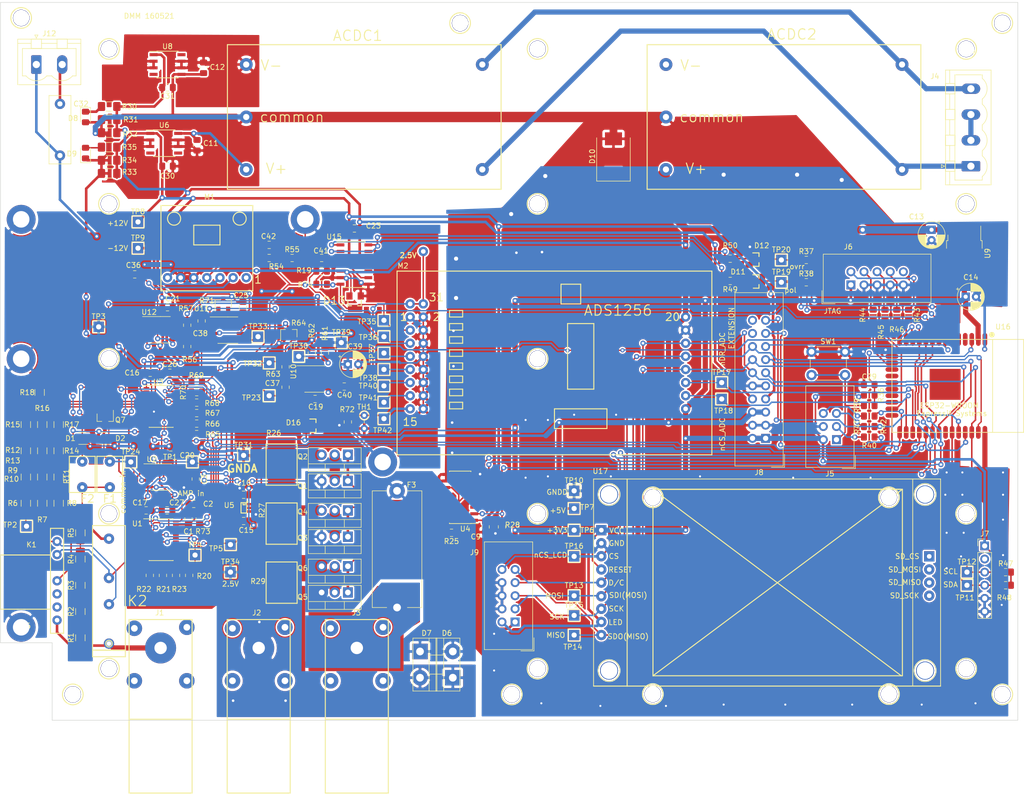
<source format=kicad_pcb>
(kicad_pcb (version 20171130) (host pcbnew 5.1.7-a382d34a8~87~ubuntu18.04.1)
  (layers (0 F.Cu signal) (31 B.Cu signal) (34 B.Paste user hide) (35 F.Paste user hide) (36 B.SilkS user hide) (37 F.SilkS user) (38 B.Mask user hide) (39 F.Mask user hide) (44 Edge.Cuts user))
  (net 0 "")
  (net 1 "Net-(ACDC1-Pad5)")
  (net 2 GNDD)
  (net 3 "Net-(ACDC1-Pad3)")
  (net 4 "Net-(ACDC1-Pad2)")
  (net 5 "Net-(ACDC1-Pad1)")
  (net 6 +5VD)
  (net 7 "Net-(ACDC2-Pad3)")
  (net 8 /VoltInput/commonIn)
  (net 9 +12VA)
  (net 10 +3V3)
  (net 11 /ESP32/nReset)
  (net 12 GNDA)
  (net 13 +1V0)
  (net 14 -12VA)
  (net 15 "Net-(D12-Pad2)")
  (net 16 /ESP32/nOverrange)
  (net 17 /ESP32/RXD0)
  (net 18 /ESP32/TXD0)
  (net 19 /ADC/MOSI)
  (net 20 /ADC/MISO)
  (net 21 /ESP32/SDA)
  (net 22 /ADC/SCK)
  (net 23 /ESP32/SCL)
  (net 24 "Net-(J5-Pad6)")
  (net 25 "Net-(J6-Pad2)")
  (net 26 /ADC/channel6)
  (net 27 /ADC/channel5)
  (net 28 /ADC/channel4)
  (net 29 /ADC/channel3)
  (net 30 /ADC/nCS_ADC)
  (net 31 /ADC/nDR_ADC)
  (net 32 "Net-(R6-Pad1)")
  (net 33 "Net-(R10-Pad2)")
  (net 34 "Net-(R10-Pad1)")
  (net 35 "Net-(R11-Pad2)")
  (net 36 "Net-(R12-Pad2)")
  (net 37 "Net-(R23-Pad1)")
  (net 38 /ESP32/Curr10A)
  (net 39 /ESP32/TMS)
  (net 40 /ESP32/TCK)
  (net 41 /ESP32/TDO)
  (net 42 /ESP32/TDI)
  (net 43 "Net-(R63-Pad1)")
  (net 44 "Net-(R65-Pad1)")
  (net 45 "Net-(R67-Pad1)")
  (net 46 /ESP32/nSync)
  (net 47 /ESP32/Curr1A)
  (net 48 /ESP32/Curr0_1A)
  (net 49 /ESP32/DC_LCD)
  (net 50 /ESP32/nCS_LCD)
  (net 51 "Net-(R22-Pad1)")
  (net 52 "Net-(U15-Pad13)")
  (net 53 "Net-(U15-Pad11)")
  (net 54 "Net-(U15-Pad10)")
  (net 55 /ESP32/nPol)
  (net 56 "Net-(D11-Pad2)")
  (net 57 "Net-(R21-Pad1)")
  (net 58 "Net-(R68-Pad1)")
  (net 59 "Net-(C36-Pad1)")
  (net 60 "Net-(C37-Pad2)")
  (net 61 "Net-(C37-Pad1)")
  (net 62 "Net-(C38-Pad2)")
  (net 63 "Net-(D8-Pad1)")
  (net 64 "Net-(D9-Pad2)")
  (net 65 "Net-(J4-Pad2)")
  (net 66 "Net-(J5-Pad5)")
  (net 67 "Net-(J5-Pad3)")
  (net 68 "Net-(J5-Pad1)")
  (net 69 "Net-(J6-Pad10)")
  (net 70 "Net-(J6-Pad8)")
  (net 71 "Net-(J6-Pad6)")
  (net 72 "Net-(J6-Pad4)")
  (net 73 "Net-(J7-Pad2)")
  (net 74 "Net-(M1-Pad1)")
  (net 75 "Net-(M2-Pad30)")
  (net 76 "Net-(M2-Pad15)")
  (net 77 "Net-(R1-Pad2)")
  (net 78 "Net-(R2-Pad2)")
  (net 79 "Net-(R3-Pad2)")
  (net 80 "Net-(R4-Pad2)")
  (net 81 "Net-(R11-Pad1)")
  (net 82 "Net-(R12-Pad1)")
  (net 83 "Net-(R13-Pad1)")
  (net 84 "Net-(R14-Pad1)")
  (net 85 "Net-(R15-Pad1)")
  (net 86 "Net-(R25-Pad2)")
  (net 87 "Net-(R49-Pad2)")
  (net 88 "Net-(R50-Pad2)")
  (net 89 "Net-(R56-Pad1)")
  (net 90 "Net-(R61-Pad1)")
  (net 91 "Net-(R64-Pad3)")
  (net 92 "Net-(R66-Pad1)")
  (net 93 "Net-(R70-Pad1)")
  (net 94 "Net-(R71-Pad2)")
  (net 95 "Net-(TP5-Pad1)")
  (net 96 "Net-(U1-Pad22)")
  (net 97 "Net-(U4-Pad7)")
  (net 98 "Net-(U4-Pad6)")
  (net 99 "Net-(U6-Pad5)")
  (net 100 "Net-(U6-Pad4)")
  (net 101 "Net-(U8-Pad8)")
  (net 102 "Net-(U8-Pad4)")
  (net 103 "Net-(U16-Pad39)")
  (net 104 "Net-(U16-Pad4)")
  (net 105 "Net-(U16-Pad17)")
  (net 106 "Net-(U16-Pad18)")
  (net 107 "Net-(U16-Pad19)")
  (net 108 "Net-(U16-Pad20)")
  (net 109 "Net-(U16-Pad21)")
  (net 110 "Net-(U16-Pad22)")
  (net 111 "Net-(U16-Pad32)")
  (net 112 "Net-(U17-Pad15)")
  (net 113 "Net-(U17-Pad17)")
  (net 114 "Net-(U17-Pad18)")
  (net 115 "Net-(U17-Pad16)")
  (net 116 "Net-(C32-Pad1)")
  (net 117 "Net-(C41-Pad1)")
  (net 118 "Net-(C42-Pad2)")
  (net 119 "Net-(C42-Pad1)")
  (net 120 "Net-(D2-Pad3)")
  (net 121 /ESP32/IO35)
  (net 122 /ESP32/relay)
  (net 123 "Net-(R73-Pad1)")
  (net 124 /ESP32/DIN_SHR)
  (net 125 /ESP32/SCK_SHR)
  (net 126 /ADC/channel_2)
  (net 127 "Net-(Q1-Pad1)")
  (net 128 "Net-(Q3-Pad1)")
  (net 129 "Net-(Q5-Pad1)")
  (net 130 "Net-(J1-Pad1)")
  (net 131 "Net-(R16-Pad1)")
  (net 132 "Net-(R17-Pad1)")
  (net 133 "Net-(R18-Pad1)")
  (net 134 "Net-(F1-Pad2)")
  (net 135 "Net-(Q1-Pad2)")
  (net 136 "Net-(Q2-Pad3)")
  (net 137 "Net-(Q3-Pad2)")
  (net 138 "Net-(Q4-Pad3)")
  (net 139 "Net-(Q5-Pad2)")
  (net 140 "Net-(Q6-Pad3)")
  (net 141 "Net-(J8-Pad20)")
  (net 142 "Net-(J8-Pad18)")
  (net 143 "Net-(C3-Pad2)")
  (net 144 "Net-(C3-Pad1)")
  (net 145 /VoltInput/ohmsCurrentSource)
  (net 146 /acdcComparator/In)
  (net 147 "Net-(R69-Pad1)")
  (net 148 "Net-(U1-Pad20)")
  (net 149 "Net-(U1-Pad19)")
  (net 150 "Net-(U1-Pad18)")
  (net 151 "Net-(U1-Pad17)")
  (net 152 "Net-(U12-Pad3)")
  (net 153 "Net-(U12-Pad2)")
  (net 154 "Net-(U12-Pad1)")
  (net 155 "Net-(F3-Pad2)")
  (module Package_SO:SOIC-14_3.9x8.7mm_P1.27mm (layer F.Cu) (at 89.535 71.755)
    (fp_text reference U15 (at -3.937 -5.375) (layer F.SilkS))
    (fp_text value LM339)
    (pad 14 smd rect (at 2.7 -3.81) (size 1.5 0.6) (layers F.Cu F.Paste F.Mask) (net 88 "Net-(R50-Pad2)"))
    (pad 13 smd rect (at 2.7 -2.54) (size 1.5 0.6) (layers F.Cu F.Paste F.Mask) (net 52 "Net-(U15-Pad13)"))
    (pad 12 smd rect (at 2.7 -1.27) (size 1.5 0.6) (layers F.Cu F.Paste F.Mask) (net 14 -12VA))
    (pad 11 smd rect (at 2.7 0) (size 1.5 0.6) (layers F.Cu F.Paste F.Mask) (net 53 "Net-(U15-Pad11)"))
    (pad 10 smd rect (at 2.7 1.27) (size 1.5 0.6) (layers F.Cu F.Paste F.Mask) (net 54 "Net-(U15-Pad10)"))
    (pad 9 smd rect (at 2.7 2.54) (size 1.5 0.6) (layers F.Cu F.Paste F.Mask) (net 117 "Net-(C41-Pad1)"))
    (pad 8 smd rect (at 2.7 3.81) (size 1.5 0.6) (layers F.Cu F.Paste F.Mask) (net 12 GNDA))
    (pad 7 smd rect (at -2.7 3.81) (size 1.5 0.6) (layers F.Cu F.Paste F.Mask) (net 146 /acdcComparator/In))
    (pad 6 smd rect (at -2.7 2.54) (size 1.5 0.6) (layers F.Cu F.Paste F.Mask) (net 12 GNDA))
    (pad 5 smd rect (at -2.7 1.27) (size 1.5 0.6) (layers F.Cu F.Paste F.Mask) (net 6 +5VD))
    (pad 4 smd rect (at -2.7 0) (size 1.5 0.6) (layers F.Cu F.Paste F.Mask) (net 117 "Net-(C41-Pad1)"))
    (pad 3 smd rect (at -2.7 -1.27) (size 1.5 0.6) (layers F.Cu F.Paste F.Mask) (net 9 +12VA))
    (pad 2 smd rect (at -2.7 -2.54) (size 1.5 0.6) (layers F.Cu F.Paste F.Mask) (net 88 "Net-(R50-Pad2)"))
    (pad 1 smd rect (at -2.7 -3.81) (size 1.5 0.6) (layers F.Cu F.Paste F.Mask) (net 87 "Net-(R49-Pad2)"))
  )
  (module klp:PTCCL05H100SBE (layer F.Cu) (at 42.164 112.395 270)
    (fp_text reference F1 (at 4.699 0 180) (layer F.SilkS) (effects (font (size 1.5 1.5) (thickness 0.2))))
    (fp_text value PTCCL05H100SBE)
    (pad 2 thru_hole circle (at 2.5 0 270) (size 2 2) (drill 0.762) (layers *.Cu *.Mask) (net 134 "Net-(F1-Pad2)"))
    (pad 1 thru_hole circle (at -2.5 0 270) (size 2 2) (drill 0.762) (layers *.Cu *.Mask) (net 8 /VoltInput/commonIn))
  )
  (module klp:PTCCL05H100SBE (layer F.Cu) (at 36.83 112.395 270)
    (fp_text reference F2 (at 4.699 -1.016 180) (layer F.SilkS) (effects (font (size 1.5 1.5) (thickness 0.2))))
    (fp_text value PTCCL05H100SBE)
    (pad 2 thru_hole circle (at 2.5 0 270) (size 2 2) (drill 0.762) (layers *.Cu *.Mask) (net 134 "Net-(F1-Pad2)"))
    (pad 1 thru_hole circle (at -2.5 0 270) (size 2 2) (drill 0.762) (layers *.Cu *.Mask) (net 145 /VoltInput/ohmsCurrentSource))
  )
  (module Package_TO_SOT_SMD:SOT-363_SC-70-6 (layer F.Cu) (at 40.894 105.41 180)
    (fp_text reference D2 (at -3.302 0) (layer F.SilkS))
    (fp_text value CMKD6001)
    (pad 6 smd rect (at 0.95 -0.65 180) (size 0.65 0.4) (layers F.Cu F.Paste F.Mask) (net 8 /VoltInput/commonIn))
    (pad 4 smd rect (at 0.95 0.65 180) (size 0.65 0.4) (layers F.Cu F.Paste F.Mask) (net 6 +5VD))
    (pad 2 smd rect (at -0.95 0 180) (size 0.65 0.4) (layers F.Cu F.Paste F.Mask) (net 8 /VoltInput/commonIn))
    (pad 5 smd rect (at 0.95 0 180) (size 0.65 0.4) (layers F.Cu F.Paste F.Mask) (net 6 +5VD))
    (pad 3 smd rect (at -0.95 0.65 180) (size 0.65 0.4) (layers F.Cu F.Paste F.Mask) (net 120 "Net-(D2-Pad3)"))
    (pad 1 smd rect (at -0.95 -0.65 180) (size 0.65 0.4) (layers F.Cu F.Paste F.Mask) (net 12 GNDA))
  )
  (module Package_TO_SOT_SMD:SOT-363_SC-70-6 (layer F.Cu) (at 36.83 105.41 180)
    (fp_text reference D1 (at 2.286 0) (layer F.SilkS))
    (fp_text value CMKD6001)
    (pad 6 smd rect (at 0.95 -0.65 180) (size 0.65 0.4) (layers F.Cu F.Paste F.Mask) (net 145 /VoltInput/ohmsCurrentSource))
    (pad 4 smd rect (at 0.95 0.65 180) (size 0.65 0.4) (layers F.Cu F.Paste F.Mask))
    (pad 2 smd rect (at -0.95 0 180) (size 0.65 0.4) (layers F.Cu F.Paste F.Mask) (net 145 /VoltInput/ohmsCurrentSource))
    (pad 5 smd rect (at 0.95 0 180) (size 0.65 0.4) (layers F.Cu F.Paste F.Mask) (net 6 +5VD))
    (pad 3 smd rect (at -0.95 0.65 180) (size 0.65 0.4) (layers F.Cu F.Paste F.Mask))
    (pad 1 smd rect (at -0.95 -0.65 180) (size 0.65 0.4) (layers F.Cu F.Paste F.Mask) (net 12 GNDA))
  )
  (module Capacitor_SMD:C_0805_2012Metric_Pad1.15x1.40mm_HandSolder (layer F.Cu) (at 58.801 113.284 270)
    (fp_text reference C3 (at 0 -1.65 90) (layer F.SilkS))
    (fp_text value 3n3)
    (pad 2 smd roundrect (at 1.025 0 270) (size 1.15 1.4) (layers F.Cu F.Paste F.Mask) (roundrect_rratio 0.217391) (net 143 "Net-(C3-Pad2)"))
    (pad 1 smd roundrect (at -1.025 0 270) (size 1.15 1.4) (layers F.Cu F.Paste F.Mask) (roundrect_rratio 0.217391) (net 144 "Net-(C3-Pad1)"))
  )
  (module klp:2818kelvin (layer F.Cu) (at 75.438 110.49 270)
    (fp_text reference R26 (at -6.096 1.524 180) (layer F.SilkS))
    (fp_text value 100mE)
    (pad 2 smd rect (at 3 0 270) (size 4.5 5.4) (layers F.Cu F.Paste F.Mask) (net 138 "Net-(Q4-Pad3)"))
    (pad 1 smd rect (at -3 0 270) (size 4.5 5.4) (layers F.Cu F.Paste F.Mask) (net 136 "Net-(Q2-Pad3)"))
  )
  (module klp:2818kelvin (layer F.Cu) (at 75.438 133.35 270)
    (fp_text reference R29 (at -0.254 4.572 180) (layer F.SilkS))
    (fp_text value 1mE)
    (pad 2 smd rect (at 3 0 270) (size 4.5 5.4) (layers F.Cu F.Paste F.Mask) (net 13 +1V0))
    (pad 1 smd rect (at -3 0 270) (size 4.5 5.4) (layers F.Cu F.Paste F.Mask) (net 140 "Net-(Q6-Pad3)"))
  )
  (module klp:2818kelvin (layer F.Cu) (at 75.438 121.92 270)
    (fp_text reference R27 (at -2.54 3.81 270) (layer F.SilkS))
    (fp_text value 10mE)
    (pad 2 smd rect (at 3 0 270) (size 4.5 5.4) (layers F.Cu F.Paste F.Mask) (net 140 "Net-(Q6-Pad3)"))
    (pad 1 smd rect (at -3 0 270) (size 4.5 5.4) (layers F.Cu F.Paste F.Mask) (net 138 "Net-(Q4-Pad3)"))
  )
  (module Capacitor_SMD:C_0805_2012Metric_Pad1.15x1.40mm_HandSolder (layer F.Cu) (at 59.944 82.677 270)
    (fp_text reference C38 (at 2.413 0.254 180) (layer F.SilkS))
    (fp_text value 330p)
    (pad 2 smd roundrect (at 1.025 0 270) (size 1.15 1.4) (layers F.Cu F.Paste F.Mask) (roundrect_rratio 0.2173904347826087) (net 62 "Net-(C38-Pad2)"))
    (pad 1 smd roundrect (at -1.025 0 270) (size 1.15 1.4) (layers F.Cu F.Paste F.Mask) (roundrect_rratio 0.2173904347826087) (net 61 "Net-(C37-Pad1)"))
  )
  (module Capacitor_SMD:C_0805_2012Metric_Pad1.15x1.40mm_HandSolder (layer F.Cu) (at 76.2 95.513 90)
    (fp_text reference C37 (at 0.771 -2.54 180) (layer F.SilkS))
    (fp_text value 10n)
    (pad 2 smd roundrect (at 1.025 0 90) (size 1.15 1.4) (layers F.Cu F.Paste F.Mask) (roundrect_rratio 0.2173904347826087) (net 60 "Net-(C37-Pad2)"))
    (pad 1 smd roundrect (at -1.025 0 90) (size 1.15 1.4) (layers F.Cu F.Paste F.Mask) (roundrect_rratio 0.2173904347826087) (net 61 "Net-(C37-Pad1)"))
  )
  (module tft_displays:2.2_tft_240x320_sd_spi (layer F.Cu) (at 171.45 133.35 270)
    (fp_text reference U17 (at -21.59 34.29 180) (layer F.SilkS))
    (fp_text value 2.2_240x320_sd_spi)
    (fp_text user SCK (at 5.064 31.1824) (layer F.SilkS))
    (fp_text user LED (at 7.694 31.3424) (layer F.SilkS))
    (fp_text user "SDI(MOSI)" (at 2.434 28.9024) (layer F.SilkS))
    (fp_text user RESET (at -2.476 30.4524) (layer F.SilkS))
    (fp_text user SD_MOSI (at -2.516 -24.638) (layer F.SilkS))
    (fp_text user SD_CS (at -5.086 -25.146) (layer F.SilkS))
    (fp_text user SD_MISO (at -0.056 -24.638) (layer F.SilkS))
    (fp_text user "SDO(MISO)" (at 10.434 28.9024) (layer F.SilkS))
    (fp_text user GND (at -7.616 31.1224) (layer F.SilkS))
    (fp_text user D/C (at 0.034 31.1824) (layer F.SilkS))
    (fp_text user VCC (at -10.076 31.1224) (layer F.SilkS))
    (fp_text user SD_SCK (at 2.514 -24.638) (layer F.SilkS))
    (fp_text user CS (at -5.106 31.6824) (layer F.SilkS))
    (pad "" np_thru_hole circle (at 17.034 32.6024 270) (size 3.5 3.5) (drill 3.2) (layers *.Cu *.Mask))
    (pad "" np_thru_hole circle (at -17.066 32.6024 270) (size 3.5 3.5) (drill 3.2) (layers *.Cu *.Mask))
    (pad "" np_thru_hole circle (at 17.034 -28.5976 270) (size 3.5 3.5) (drill 3.2) (layers *.Cu *.Mask))
    (pad "" np_thru_hole circle (at -17.066 -28.5976 270) (size 3.5 3.5) (drill 3.2) (layers *.Cu *.Mask))
    (pad 15 thru_hole rect (at -5.086 -29.3976 270) (size 2 2) (drill 0.9) (layers *.Cu *.Mask) (net 112 "Net-(U17-Pad15)"))
    (pad 9 thru_hole circle (at 10.154 34.1024 270) (size 2 2) (drill 0.9) (layers *.Cu *.Mask) (net 20 /ADC/MISO))
    (pad 17 thru_hole circle (at -0.006 -29.3976 270) (size 2 2) (drill 0.9) (layers *.Cu *.Mask) (net 113 "Net-(U17-Pad17)"))
    (pad 8 thru_hole circle (at 7.614 34.1024 270) (size 2 2) (drill 0.9) (layers *.Cu *.Mask) (net 6 +5VD))
    (pad 18 thru_hole circle (at 2.534 -29.3976 270) (size 2 2) (drill 0.9) (layers *.Cu *.Mask) (net 114 "Net-(U17-Pad18)"))
    (pad 16 thru_hole circle (at -2.546 -29.3976 270) (size 2 2) (drill 0.9) (layers *.Cu *.Mask) (net 115 "Net-(U17-Pad16)"))
    (pad 5 thru_hole circle (at -0.006 34.1024 270) (size 2 2) (drill 0.9) (layers *.Cu *.Mask) (net 49 /ESP32/DC_LCD))
    (pad 4 thru_hole circle (at -2.546 34.1024 270) (size 2 2) (drill 0.9) (layers *.Cu *.Mask) (net 10 +3V3))
    (pad 3 thru_hole circle (at -5.116 34.1024 270) (size 2 2) (drill 0.9) (layers *.Cu *.Mask) (net 50 /ESP32/nCS_LCD))
    (pad 2 thru_hole circle (at -7.626 34.1024 270) (size 2 2) (drill 0.9) (layers *.Cu *.Mask) (net 2 GNDD))
    (pad 1 thru_hole rect (at -10.166 34.1024 270) (size 2 2) (drill 0.9) (layers *.Cu *.Mask) (net 10 +3V3))
    (pad 6 thru_hole circle (at 2.634 34.1024 270) (size 2 2) (drill 0.9) (layers *.Cu *.Mask) (net 19 /ADC/MOSI))
    (pad 7 thru_hole circle (at 5.074 34.1024 270) (size 2 2) (drill 0.9) (layers *.Cu *.Mask) (net 22 /ADC/SCK))
  )
  (module MountingHole:MountingHole_3.2mm_M3_DIN965_Pad (layer F.Cu) (at 26.67 88.9)
    (fp_text reference H30 (at -1.524 1.016) (layer F.SilkS))
    (fp_text value MountingHole_Pad)
    (pad 1 thru_hole circle (at -1.67 1.1) (size 5.6 5.6) (drill 3.2) (layers *.Cu *.Mask) (net 13 +1V0))
  )
  (module MountingHole:MountingHole_3.2mm_M3_DIN965_Pad (layer F.Cu) (at 78.74 63.5)
    (fp_text reference H29 (at 1.27 -0.508) (layer F.SilkS))
    (fp_text value MountingHole_Pad)
    (pad 1 thru_hole circle (at 1.26 -0.5) (size 5.6 5.6) (drill 3.2) (layers *.Cu *.Mask) (net 13 +1V0))
  )
  (module MountingHole:MountingHole_3.2mm_M3_DIN965_Pad (layer F.Cu) (at 95.25 110.49)
    (fp_text reference H28 (at -0.254 -0.508) (layer F.SilkS))
    (fp_text value MountingHole_Pad)
    (pad 1 thru_hole circle (at -0.25 -0.49) (size 5.6 5.6) (drill 3.2) (layers *.Cu *.Mask) (net 13 +1V0))
  )
  (module MountingHole:MountingHole_3.2mm_M3_DIN965_Pad (layer F.Cu) (at 26.67 62.992)
    (fp_text reference H27 (at -1.778 0.508) (layer F.SilkS))
    (fp_text value MountingHole_Pad)
    (pad 1 thru_hole circle (at -1.67 0.008) (size 5.6 5.6) (drill 3.2) (layers *.Cu *.Mask) (net 13 +1V0))
  )
  (module MountingHole:MountingHole_3.2mm_M3_DIN965_Pad (layer F.Cu) (at 26.035 141.605)
    (fp_text reference H26 (at -0.635 0.127) (layer F.SilkS))
    (fp_text value MountingHole_Pad)
    (pad 1 thru_hole circle (at -1.035 0.395) (size 5.6 5.6) (drill 3.2) (layers *.Cu *.Mask) (net 13 +1V0))
  )
  (module klp:Texas_R_PDSO-G6 (layer F.Cu) (at 68.072 118.872 270)
    (fp_text reference U5 (at -0.508 2.794) (layer F.SilkS))
    (fp_text value INA213)
    (fp_text user . (at -1.2 0.1 270) (layer F.SilkS) (effects (font (size 2 2) (thickness 0.2))))
    (pad 6 smd rect (at -0.7 -1.1 270) (size 0.5 1) (layers F.Cu F.Paste F.Mask) (net 95 "Net-(TP5-Pad1)"))
    (pad 5 smd rect (at 0 -1.1 270) (size 0.5 1) (layers F.Cu F.Paste F.Mask) (net 136 "Net-(Q2-Pad3)"))
    (pad 4 smd rect (at 0.7 -1.1 270) (size 0.5 1) (layers F.Cu F.Paste F.Mask) (net 13 +1V0))
    (pad 3 smd rect (at 0.7 1.1 270) (size 0.5 1) (layers F.Cu F.Paste F.Mask) (net 9 +12VA))
    (pad 2 smd rect (at 0 1.1 270) (size 0.5 1) (layers F.Cu F.Paste F.Mask) (net 12 GNDA))
    (pad 1 smd rect (at -0.7 1.1 270) (size 0.5 1) (layers F.Cu F.Paste F.Mask) (net 13 +1V0))
  )
  (module Capacitor_SMD:C_0805_2012Metric_Pad1.15x1.40mm_HandSolder (layer F.Cu) (at 114.935 122.555 270)
    (fp_text reference C9 (at 1.905 1.905 180) (layer F.SilkS))
    (fp_text value 100n)
    (pad 2 smd roundrect (at 1.025 0 270) (size 1.15 1.4) (layers F.Cu F.Paste F.Mask) (roundrect_rratio 0.2173904347826087) (net 2 GNDD))
    (pad 1 smd roundrect (at -1.025 0 270) (size 1.15 1.4) (layers F.Cu F.Paste F.Mask) (roundrect_rratio 0.2173904347826087) (net 9 +12VA))
  )
  (module klp:SOT-23-handsolder (layer F.Cu) (at 89.662 78.74 270)
    (fp_text reference D13 (at 0 4.064 180) (layer F.SilkS) (effects (font (size 1.5 1.5) (thickness 0.2))))
    (fp_text value BAT754S)
    (pad 1 smd rect (at -0.9 -1.1 270) (size 1.4 1.2) (layers F.Cu F.Paste F.Mask) (net 12 GNDA))
    (pad 3 smd rect (at 1.5 0 270) (size 1.4 2.8) (layers F.Cu F.Paste F.Mask) (net 146 /acdcComparator/In))
    (pad 2 smd rect (at -0.9 1.1 270) (size 1.4 1.2) (layers F.Cu F.Paste F.Mask) (net 6 +5VD))
  )
  (module klp:reedRelayBoard (layer F.Cu) (at 32 133 270)
    (fp_text reference K1 (at -7 5 180) (layer F.SilkS))
    (fp_text value reedrelayboard)
    (pad 4 thru_hole circle (at 0 0.0508 270) (size 1.8 1.8) (drill 0.9) (layers *.Cu *.Mask) (net 134 "Net-(F1-Pad2)"))
    (pad 2 thru_hole circle (at -5.08 0.0508 270) (size 1.8 1.8) (drill 0.9) (layers *.Cu *.Mask) (net 120 "Net-(D2-Pad3)"))
    (pad 1 thru_hole circle (at -7.62 0.0508 270) (size 1.8 1.8) (drill 0.9) (layers *.Cu *.Mask) (net 6 +5VD))
    (pad 7 thru_hole circle (at 7.62 0.0508 270) (size 1.8 1.8) (drill 0.9) (layers *.Cu *.Mask) (net 130 "Net-(J1-Pad1)"))
    (pad 5 thru_hole circle (at 2.54 0.0508 270) (size 1.8 1.8) (drill 0.9) (layers *.Cu *.Mask))
    (pad 6 thru_hole circle (at 5.08 0.0508 270) (size 1.8 1.8) (drill 0.9) (layers *.Cu *.Mask))
  )
  (module klp:bananajack-5p (layer F.Cu) (at 52 146 270)
    (fp_text reference J1 (at -6.808 0.184) (layer F.SilkS))
    (fp_text value Conn_01x01)
    (pad 1 thru_hole circle (at 0 0 270) (size 6 6) (drill 2.4) (layers *.Cu *.Mask) (net 130 "Net-(J1-Pad1)"))
    (pad 3 thru_hole circle (at 6.36 5.08 270) (size 3 3) (drill 1.3) (layers *.Cu *.Mask))
    (pad 2 thru_hole circle (at -3.8 5.08 270) (size 3 3) (drill 1.3) (layers *.Cu *.Mask))
    (pad 5 thru_hole circle (at -4 -5.08 270) (size 3 3) (drill 1.3) (layers *.Cu *.Mask))
    (pad 4 thru_hole circle (at 6.36 -5.08 270) (size 3 3) (drill 1.3) (layers *.Cu *.Mask))
  )
  (module klp:bananajack-5p (layer F.Cu) (at 90 146 270)
    (fp_text reference J3 (at -6.808 0.084 180) (layer F.SilkS))
    (fp_text value Conn_01x01)
    (pad 1 thru_hole circle (at 0 0 270) (size 6 6) (drill 2.4) (layers *.Cu *.Mask) (net 155 "Net-(F3-Pad2)"))
    (pad 3 thru_hole circle (at 6.36 5.08 270) (size 3 3) (drill 1.3) (layers *.Cu *.Mask))
    (pad 2 thru_hole circle (at -3.8 5.08 270) (size 3 3) (drill 1.3) (layers *.Cu *.Mask))
    (pad 5 thru_hole circle (at -4 -5.08 270) (size 3 3) (drill 1.3) (layers *.Cu *.Mask))
    (pad 4 thru_hole circle (at 6.36 -5.08 270) (size 3 3) (drill 1.3) (layers *.Cu *.Mask))
  )
  (module klp:bananajack-5p (layer F.Cu) (at 71 146 270)
    (fp_text reference J2 (at -6.808 0.388 180) (layer F.SilkS))
    (fp_text value Conn_01x01)
    (pad 1 thru_hole circle (at 0 0 270) (size 6 6) (drill 2.4) (layers *.Cu *.Mask) (net 13 +1V0))
    (pad 3 thru_hole circle (at 6.36 5.08 270) (size 3 3) (drill 1.3) (layers *.Cu *.Mask))
    (pad 2 thru_hole circle (at -3.8 5.08 270) (size 3 3) (drill 1.3) (layers *.Cu *.Mask))
    (pad 5 thru_hole circle (at -4 -5.08 270) (size 3 3) (drill 1.3) (layers *.Cu *.Mask))
    (pad 4 thru_hole circle (at 6.36 -5.08 270) (size 3 3) (drill 1.3) (layers *.Cu *.Mask))
  )
  (module TestPoint:TestPoint_THTPad_2.0x2.0mm_Drill1.0mm (layer F.Cu) (at 95.25 98.425)
    (fp_text reference TP41 (at -3.048 -0.889) (layer F.SilkS))
    (fp_text value TestPoint)
    (pad 1 thru_hole rect (at 0 0) (size 2 2) (drill 1) (layers *.Cu *.Mask) (net 26 /ADC/channel6))
  )
  (module TestPoint:TestPoint_THTPad_2.0x2.0mm_Drill1.0mm (layer F.Cu) (at 46.228 109.982)
    (fp_text reference TP24 (at 0 -1.998) (layer F.SilkS))
    (fp_text value TestPoint)
    (pad 1 thru_hole rect (at 0 0) (size 2 2) (drill 1) (layers *.Cu *.Mask) (net 8 /VoltInput/commonIn))
  )
  (module TestPoint:TestPoint_THTPad_2.0x2.0mm_Drill1.0mm (layer F.Cu) (at 73.025 97.155)
    (fp_text reference TP23 (at -3.429 0.381) (layer F.SilkS))
    (fp_text value TestPoint)
    (pad 1 thru_hole rect (at 0 0) (size 2 2) (drill 1) (layers *.Cu *.Mask) (net 61 "Net-(C37-Pad1)"))
  )
  (module TestPoint:TestPoint_THTPad_2.0x2.0mm_Drill1.0mm (layer F.Cu) (at 132.08 115.57)
    (fp_text reference TP10 (at 0 -1.998) (layer F.SilkS))
    (fp_text value TestPoint)
    (pad 1 thru_hole rect (at 0 0) (size 2 2) (drill 1) (layers *.Cu *.Mask) (net 2 GNDD))
  )
  (module TestPoint:TestPoint_THTPad_2.0x2.0mm_Drill1.0mm (layer F.Cu) (at 47.625 68.58)
    (fp_text reference TP9 (at 0 -1.998) (layer F.SilkS))
    (fp_text value TestPoint)
    (pad 1 thru_hole rect (at 0 0) (size 2 2) (drill 1) (layers *.Cu *.Mask) (net 14 -12VA))
  )
  (module TestPoint:TestPoint_THTPad_2.0x2.0mm_Drill1.0mm (layer F.Cu) (at 47.625 63.5)
    (fp_text reference TP8 (at 0 -1.998) (layer F.SilkS))
    (fp_text value TestPoint)
    (pad 1 thru_hole rect (at 0 0) (size 2 2) (drill 1) (layers *.Cu *.Mask) (net 9 +12VA))
  )
  (module TestPoint:TestPoint_THTPad_2.0x2.0mm_Drill1.0mm (layer F.Cu) (at 132.08 118.999)
    (fp_text reference TP7 (at 2.54 -0.254) (layer F.SilkS))
    (fp_text value TestPoint)
    (pad 1 thru_hole rect (at 0 0) (size 2 2) (drill 1) (layers *.Cu *.Mask) (net 6 +5VD))
  )
  (module TestPoint:TestPoint_THTPad_2.0x2.0mm_Drill1.0mm (layer F.Cu) (at 132.08 123.19)
    (fp_text reference TP6 (at 2.54 0) (layer F.SilkS))
    (fp_text value TestPoint)
    (pad 1 thru_hole rect (at 0 0) (size 2 2) (drill 1) (layers *.Cu *.Mask) (net 10 +3V3))
  )
  (module TestPoint:TestPoint_THTPad_2.0x2.0mm_Drill1.0mm (layer F.Cu) (at 172.212 70.866)
    (fp_text reference TP20 (at 0 -1.998) (layer F.SilkS))
    (fp_text value TestPoint)
    (pad 1 thru_hole rect (at 0 0) (size 2 2) (drill 1) (layers *.Cu *.Mask) (net 16 /ESP32/nOverrange))
  )
  (module TestPoint:TestPoint_THTPad_2.0x2.0mm_Drill1.0mm (layer F.Cu) (at 172.212 75.184)
    (fp_text reference TP19 (at 0 -1.998) (layer F.SilkS))
    (fp_text value TestPoint)
    (pad 1 thru_hole rect (at 0 0) (size 2 2) (drill 1) (layers *.Cu *.Mask) (net 55 /ESP32/nPol))
  )
  (module TestPoint:TestPoint_THTPad_2.0x2.0mm_Drill1.0mm (layer F.Cu) (at 160.655 97.79)
    (fp_text reference TP18 (at 0.381 2.286) (layer F.SilkS))
    (fp_text value TestPoint)
    (pad 1 thru_hole rect (at 0 0) (size 2 2) (drill 1) (layers *.Cu *.Mask) (net 30 /ADC/nCS_ADC))
  )
  (module TestPoint:TestPoint_THTPad_2.0x2.0mm_Drill1.0mm (layer F.Cu) (at 160.655 94.615)
    (fp_text reference TP17 (at 0 -1.998) (layer F.SilkS))
    (fp_text value TestPoint)
    (pad 1 thru_hole rect (at 0 0) (size 2 2) (drill 1) (layers *.Cu *.Mask) (net 31 /ADC/nDR_ADC))
  )
  (module TestPoint:TestPoint_THTPad_2.0x2.0mm_Drill1.0mm (layer F.Cu) (at 132.08 128.27)
    (fp_text reference TP16 (at 0 -1.998) (layer F.SilkS))
    (fp_text value TestPoint)
    (pad 1 thru_hole rect (at 0 0) (size 2 2) (drill 1) (layers *.Cu *.Mask) (net 50 /ESP32/nCS_LCD))
  )
  (module TestPoint:TestPoint_THTPad_2.0x2.0mm_Drill1.0mm (layer F.Cu) (at 132.08 139.7)
    (fp_text reference TP15 (at 0 -1.998) (layer F.SilkS))
    (fp_text value TestPoint)
    (pad 1 thru_hole rect (at 0 0) (size 2 2) (drill 1) (layers *.Cu *.Mask) (net 22 /ADC/SCK))
  )
  (module TestPoint:TestPoint_THTPad_2.0x2.0mm_Drill1.0mm (layer F.Cu) (at 132.08 143.51)
    (fp_text reference TP14 (at -0.254 2.286) (layer F.SilkS))
    (fp_text value TestPoint)
    (pad 1 thru_hole rect (at 0 0) (size 2 2) (drill 1) (layers *.Cu *.Mask) (net 20 /ADC/MISO))
  )
  (module TestPoint:TestPoint_THTPad_2.0x2.0mm_Drill1.0mm (layer F.Cu) (at 132.08 135.89)
    (fp_text reference TP13 (at 0 -1.998) (layer F.SilkS))
    (fp_text value TestPoint)
    (pad 1 thru_hole rect (at 0 0) (size 2 2) (drill 1) (layers *.Cu *.Mask) (net 19 /ADC/MOSI))
  )
  (module TestPoint:TestPoint_THTPad_2.0x2.0mm_Drill1.0mm (layer F.Cu) (at 208.153 131.318)
    (fp_text reference TP12 (at 0 -1.998) (layer F.SilkS))
    (fp_text value TestPoint)
    (pad 1 thru_hole rect (at 0 0) (size 2 2) (drill 1) (layers *.Cu *.Mask) (net 23 /ESP32/SCL))
  )
  (module TestPoint:TestPoint_THTPad_2.0x2.0mm_Drill1.0mm (layer F.Cu) (at 208.153 133.858)
    (fp_text reference TP11 (at -0.381 2.413) (layer F.SilkS))
    (fp_text value TestPoint)
    (pad 1 thru_hole rect (at 0 0) (size 2 2) (drill 1) (layers *.Cu *.Mask) (net 21 /ESP32/SDA))
  )
  (module TestPoint:TestPoint_THTPad_2.0x2.0mm_Drill1.0mm (layer F.Cu) (at 95.25 101.6)
    (fp_text reference TP42 (at -0.254 2.286) (layer F.SilkS))
    (fp_text value TestPoint)
    (pad 1 thru_hole rect (at 0 0) (size 2 2) (drill 1) (layers *.Cu *.Mask) (net 76 "Net-(M2-Pad15)"))
  )
  (module TestPoint:TestPoint_THTPad_2.0x2.0mm_Drill1.0mm (layer F.Cu) (at 95.25 95.25)
    (fp_text reference TP40 (at -3.048 0) (layer F.SilkS))
    (fp_text value TestPoint)
    (pad 1 thru_hole rect (at 0 0) (size 2 2) (drill 1) (layers *.Cu *.Mask) (net 27 /ADC/channel5))
  )
  (module TestPoint:TestPoint_THTPad_2.0x2.0mm_Drill1.0mm (layer F.Cu) (at 86.995 86.868)
    (fp_text reference TP39 (at 0 -1.998) (layer F.SilkS))
    (fp_text value TestPoint)
    (pad 1 thru_hole rect (at 0 0) (size 2 2) (drill 1) (layers *.Cu *.Mask) (net 13 +1V0))
  )
  (module TestPoint:TestPoint_THTPad_2.0x2.0mm_Drill1.0mm (layer F.Cu) (at 95.25 92.075)
    (fp_text reference TP38 (at -3.048 1.651) (layer F.SilkS))
    (fp_text value TestPoint)
    (pad 1 thru_hole rect (at 0 0) (size 2 2) (drill 1) (layers *.Cu *.Mask) (net 28 /ADC/channel4))
  )
  (module TestPoint:TestPoint_THTPad_2.0x2.0mm_Drill1.0mm (layer F.Cu) (at 95.25 88.9)
    (fp_text reference TP37 (at -2.286 0 90) (layer F.SilkS))
    (fp_text value TestPoint)
    (pad 1 thru_hole rect (at 0 0) (size 2 2) (drill 1) (layers *.Cu *.Mask) (net 29 /ADC/channel3))
  )
  (module TestPoint:TestPoint_THTPad_2.0x2.0mm_Drill1.0mm (layer F.Cu) (at 95.25 85.725)
    (fp_text reference TP36 (at -3.048 0.127) (layer F.SilkS))
    (fp_text value TestPoint)
    (pad 1 thru_hole rect (at 0 0) (size 2 2) (drill 1) (layers *.Cu *.Mask) (net 126 /ADC/channel_2))
  )
  (module TestPoint:TestPoint_THTPad_2.0x2.0mm_Drill1.0mm (layer F.Cu) (at 95.25 82.55)
    (fp_text reference TP35 (at -3.302 0.254) (layer F.SilkS))
    (fp_text value TestPoint)
    (pad 1 thru_hole rect (at 0 0) (size 2 2) (drill 1) (layers *.Cu *.Mask) (net 146 /acdcComparator/In))
  )
  (module TestPoint:TestPoint_THTPad_2.0x2.0mm_Drill1.0mm (layer F.Cu) (at 65.532 131.318)
    (fp_text reference TP34 (at 0 -1.998) (layer F.SilkS))
    (fp_text value TestPoint)
    (pad 1 thru_hole rect (at 0 0) (size 2 2) (drill 1) (layers *.Cu *.Mask) (net 13 +1V0))
  )
  (module TestPoint:TestPoint_THTPad_2.0x2.0mm_Drill1.0mm (layer F.Cu) (at 65.532 125.984)
    (fp_text reference TP5 (at -2.794 0.762) (layer F.SilkS))
    (fp_text value TestPoint)
    (pad 1 thru_hole rect (at 0 0) (size 2 2) (drill 1) (layers *.Cu *.Mask) (net 95 "Net-(TP5-Pad1)"))
  )
  (module TestPoint:TestPoint_THTPad_2.0x2.0mm_Drill1.0mm (layer F.Cu) (at 58.674 128.016)
    (fp_text reference TP4 (at 0 -1.998) (layer F.SilkS))
    (fp_text value TestPoint)
    (pad 1 thru_hole rect (at 0 0) (size 2 2) (drill 1) (layers *.Cu *.Mask) (net 144 "Net-(C3-Pad1)"))
  )
  (module TestPoint:TestPoint_THTPad_2.0x2.0mm_Drill1.0mm (layer F.Cu) (at 70.866 85.725)
    (fp_text reference TP33 (at 0 -1.998) (layer F.SilkS))
    (fp_text value TestPoint)
    (pad 1 thru_hole rect (at 0 0) (size 2 2) (drill 1) (layers *.Cu *.Mask) (net 147 "Net-(R69-Pad1)"))
  )
  (module TestPoint:TestPoint_THTPad_2.0x2.0mm_Drill1.0mm (layer F.Cu) (at 73.025 90.805)
    (fp_text reference TP32 (at -3.175 0.127) (layer F.SilkS))
    (fp_text value TestPoint)
    (pad 1 thru_hole rect (at 0 0) (size 2 2) (drill 1) (layers *.Cu *.Mask) (net 43 "Net-(R63-Pad1)"))
  )
  (module TestPoint:TestPoint_THTPad_2.0x2.0mm_Drill1.0mm (layer F.Cu) (at 68.072 108.712)
    (fp_text reference TP31 (at 0 -1.998) (layer F.SilkS))
    (fp_text value TestPoint)
    (pad 1 thru_hole rect (at 0 0) (size 2 2) (drill 1) (layers *.Cu *.Mask) (net 12 GNDA))
  )
  (module TestPoint:TestPoint_THTPad_2.0x2.0mm_Drill1.0mm (layer F.Cu) (at 40.005 83.82)
    (fp_text reference TP3 (at 0 -1.998) (layer F.SilkS))
    (fp_text value TestPoint)
    (pad 1 thru_hole rect (at 0 0) (size 2 2) (drill 1) (layers *.Cu *.Mask) (net 13 +1V0))
  )
  (module TestPoint:TestPoint_THTPad_2.0x2.0mm_Drill1.0mm (layer F.Cu) (at 26.035 122.428)
    (fp_text reference TP2 (at -3.175 -0.254) (layer F.SilkS))
    (fp_text value TestPoint)
    (pad 1 thru_hole rect (at 0 0) (size 2 2) (drill 1) (layers *.Cu *.Mask) (net 134 "Net-(F1-Pad2)"))
  )
  (module TestPoint:TestPoint_THTPad_2.0x2.0mm_Drill1.0mm (layer F.Cu) (at 58.166 109.982)
    (fp_text reference TP1 (at -4.318 -0.9525) (layer F.SilkS))
    (fp_text value TestPoint)
    (pad 1 thru_hole rect (at 0 0) (size 2 2) (drill 1) (layers *.Cu *.Mask) (net 146 /acdcComparator/In))
  )
  (module TestPoint:TestPoint_THTPad_2.0x2.0mm_Drill1.0mm (layer F.Cu) (at 78.74 89.535)
    (fp_text reference TP30 (at 0 -1.998) (layer F.SilkS))
    (fp_text value TestPoint)
    (pad 1 thru_hole rect (at 0 0) (size 2 2) (drill 1) (layers *.Cu *.Mask) (net 90 "Net-(R61-Pad1)"))
  )
  (module klp:ADS1256module (layer F.Cu) (at 128.27 90.805)
    (fp_text reference M2 (at -29.337 -18.796) (layer F.SilkS))
    (fp_text value ADS1256module)
    (fp_text user 2 (at -22.86 -8.89) (layer F.SilkS) (effects (font (size 1.5 1.5) (thickness 0.2))))
    (fp_text user 15 (at -27.94 11.43) (layer F.SilkS) (effects (font (size 1.5 1.5) (thickness 0.2))))
    (fp_text user 31 (at -22.86 -12.7) (layer F.SilkS) (effects (font (size 1.5 1.5) (thickness 0.2))))
    (fp_text user 20 (at 22.86 -8.89) (layer F.SilkS) (effects (font (size 1.5 1.5) (thickness 0.2))))
    (fp_text user 1 (at -29.21 -8.89) (layer F.SilkS) (effects (font (size 1.5 1.5) (thickness 0.2))))
    (fp_text user ADS1256 (at 12.319 -10.16) (layer F.SilkS) (effects (font (size 2 2) (thickness 0.2))))
    (fp_text user 2.5V (at -28.321 -20.828) (layer F.SilkS) (effects (font (thickness 0.2))))
    (pad 31 thru_hole circle (at -25.4 -21.59) (size 1.8 1.8) (drill 0.9) (layers *.Cu *.Mask) (net 75 "Net-(M2-Pad30)"))
    (pad 27 thru_hole circle (at 25.4 8.89) (size 1.8 1.8) (drill 0.9) (layers *.Cu *.Mask) (net 10 +3V3))
    (pad 26 thru_hole circle (at 25.4 6.35) (size 1.8 1.8) (drill 0.9) (layers *.Cu *.Mask) (net 30 /ADC/nCS_ADC))
    (pad 25 thru_hole circle (at 25.4 3.81) (size 1.8 1.8) (drill 0.9) (layers *.Cu *.Mask) (net 31 /ADC/nDR_ADC))
    (pad 24 thru_hole circle (at 25.4 1.27) (size 1.8 1.8) (drill 0.9) (layers *.Cu *.Mask) (net 20 /ADC/MISO))
    (pad 23 thru_hole circle (at 25.4 -1.27) (size 1.8 1.8) (drill 0.9) (layers *.Cu *.Mask) (net 19 /ADC/MOSI))
    (pad 22 thru_hole circle (at 25.4 -3.81) (size 1.8 1.8) (drill 0.9) (layers *.Cu *.Mask) (net 22 /ADC/SCK))
    (pad 21 thru_hole circle (at 25.4 -6.35) (size 1.8 1.8) (drill 0.9) (layers *.Cu *.Mask) (net 2 GNDD))
    (pad 20 thru_hole circle (at 25.4 -8.89) (size 1.8 1.8) (drill 0.9) (layers *.Cu *.Mask) (net 6 +5VD))
    (pad 31 thru_hole circle (at -25.4 -11.43) (size 1.8 1.8) (drill 0.9) (layers *.Cu *.Mask) (net 75 "Net-(M2-Pad30)"))
    (pad 30 thru_hole circle (at -27.94 -11.43) (size 1.8 1.8) (drill 0.9) (layers *.Cu *.Mask) (net 75 "Net-(M2-Pad30)"))
    (pad 16 thru_hole circle (at -25.4 8.89) (size 1.8 1.8) (drill 0.9) (layers *.Cu *.Mask) (net 12 GNDA))
    (pad 15 thru_hole circle (at -27.94 8.89) (size 1.8 1.8) (drill 0.9) (layers *.Cu *.Mask) (net 76 "Net-(M2-Pad15)"))
    (pad 14 thru_hole circle (at -25.4 6.35) (size 1.8 1.8) (drill 0.9) (layers *.Cu *.Mask) (net 12 GNDA))
    (pad 13 thru_hole circle (at -27.94 6.35) (size 1.8 1.8) (drill 0.9) (layers *.Cu *.Mask) (net 26 /ADC/channel6))
    (pad 12 thru_hole circle (at -25.4 3.81) (size 1.8 1.8) (drill 0.9) (layers *.Cu *.Mask) (net 12 GNDA))
    (pad 11 thru_hole circle (at -27.94 3.81) (size 1.8 1.8) (drill 0.9) (layers *.Cu *.Mask) (net 27 /ADC/channel5))
    (pad 10 thru_hole circle (at -25.4 1.27) (size 1.8 1.8) (drill 0.9) (layers *.Cu *.Mask) (net 12 GNDA))
    (pad 9 thru_hole circle (at -27.94 1.27) (size 1.8 1.8) (drill 0.9) (layers *.Cu *.Mask) (net 28 /ADC/channel4))
    (pad 8 thru_hole circle (at -25.4 -1.27) (size 1.8 1.8) (drill 0.9) (layers *.Cu *.Mask) (net 12 GNDA))
    (pad 7 thru_hole circle (at -27.94 -1.27) (size 1.8 1.8) (drill 0.9) (layers *.Cu *.Mask) (net 29 /ADC/channel3))
    (pad 6 thru_hole circle (at -25.4 -3.81) (size 1.8 1.8) (drill 0.9) (layers *.Cu *.Mask) (net 12 GNDA))
    (pad 5 thru_hole circle (at -27.94 -3.81) (size 1.8 1.8) (drill 0.9) (layers *.Cu *.Mask) (net 126 /ADC/channel_2))
    (pad 4 thru_hole circle (at -25.4 -6.35) (size 1.8 1.8) (drill 0.9) (layers *.Cu *.Mask) (net 12 GNDA))
    (pad 3 thru_hole circle (at -27.94 -6.35) (size 1.8 1.8) (drill 0.9) (layers *.Cu *.Mask) (net 146 /acdcComparator/In))
    (pad 2 thru_hole circle (at -25.4 -8.89) (size 1.8 1.8) (drill 0.9) (layers *.Cu *.Mask) (net 12 GNDA))
    (pad 1 thru_hole circle (at -27.94 -8.89) (size 1.8 1.8) (drill 0.9) (layers *.Cu *.Mask) (net 13 +1V0))
  )
  (module klp:RAC10 (layer F.Cu) (at 172.72 43.18 180)
    (fp_text reference ACDC2 (at -1.524 16.002) (layer F.SilkS) (effects (font (size 2 2) (thickness 0.2))))
    (fp_text value RAC10-05SK/277)
    (fp_text user common (at 14 0) (layer F.SilkS) (effects (font (size 2 2) (thickness 0.2))))
    (fp_text user V- (at 18 10) (layer F.SilkS) (effects (font (size 2 2) (thickness 0.2))))
    (fp_text user V+ (at 17 -10) (layer F.SilkS) (effects (font (size 2 2) (thickness 0.2))))
    (pad 3 thru_hole circle (at 22.86 10.16 180) (size 2.5 2.5) (drill 1.2) (layers *.Cu *.Mask) (net 7 "Net-(ACDC2-Pad3)"))
    (pad 4 thru_hole circle (at 22.86 0 180) (size 2.5 2.5) (drill 1.2) (layers *.Cu *.Mask) (net 2 GNDD))
    (pad 5 thru_hole circle (at 22.86 -10.16 180) (size 2.5 2.5) (drill 1.2) (layers *.Cu *.Mask) (net 6 +5VD))
    (pad 1 thru_hole circle (at -22.86 -10.16 180) (size 2.5 2.5) (drill 1.2) (layers *.Cu *.Mask) (net 5 "Net-(ACDC1-Pad1)"))
    (pad 2 thru_hole circle (at -22.86 10.16 180) (size 2.5 2.5) (drill 1.2) (layers *.Cu *.Mask) (net 4 "Net-(ACDC1-Pad2)"))
  )
  (module Package_TO_SOT_THT:TO-220-2_Vertical (layer F.Cu) (at 102.235 146.685 270)
    (fp_text reference D7 (at -3.556 -1.27 180) (layer F.SilkS))
    (fp_text value APT30DQ60KG)
    (pad 2 thru_hole oval (at 5.08 0 270) (size 3 3) (drill 1.5) (layers *.Cu *.Mask) (net 13 +1V0))
    (pad 1 thru_hole rect (at 0 0 270) (size 3 3) (drill 1.5) (layers *.Cu *.Mask) (net 143 "Net-(C3-Pad2)"))
  )
  (module Package_TO_SOT_THT:TO-220-2_Vertical (layer F.Cu) (at 108.585 151.765 90)
    (fp_text reference D6 (at 8.636 -1.143) (layer F.SilkS))
    (fp_text value APT30DQ60KG)
    (pad 2 thru_hole oval (at 5.08 0 90) (size 3 3) (drill 1.5) (layers *.Cu *.Mask) (net 143 "Net-(C3-Pad2)"))
    (pad 1 thru_hole rect (at 0 0 90) (size 3 3) (drill 1.5) (layers *.Cu *.Mask) (net 13 +1V0))
  )
  (module Capacitor_SMD:C_0805_2012Metric_Pad1.15x1.40mm_HandSolder (layer F.Cu) (at 58.42 118.11 180)
    (fp_text reference C2 (at -2.794 0) (layer F.SilkS))
    (fp_text value 100n)
    (pad 2 smd roundrect (at 1.025 0 180) (size 1.15 1.4) (layers F.Cu F.Paste F.Mask) (roundrect_rratio 0.2173904347826087) (net 2 GNDD))
    (pad 1 smd roundrect (at -1.025 0 180) (size 1.15 1.4) (layers F.Cu F.Paste F.Mask) (roundrect_rratio 0.2173904347826087) (net 10 +3V3))
  )
  (module Capacitor_SMD:C_0805_2012Metric_Pad1.15x1.40mm_HandSolder (layer F.Cu) (at 57.404 121.031 90)
    (fp_text reference C1 (at -2.413 0 180) (layer F.SilkS))
    (fp_text value 100n)
    (pad 2 smd roundrect (at 1.025 0 90) (size 1.15 1.4) (layers F.Cu F.Paste F.Mask) (roundrect_rratio 0.2173904347826087) (net 2 GNDD))
    (pad 1 smd roundrect (at -1.025 0 90) (size 1.15 1.4) (layers F.Cu F.Paste F.Mask) (roundrect_rratio 0.2173904347826087) (net 10 +3V3))
  )
  (module MountingHole:MountingHole_3.1mm_M3 (layer F.Cu) (at 42 150)
    (fp_text reference H1 (at 0 -0.3) (layer F.SilkS))
    (fp_text value MountingHole)
    (pad "" np_thru_hole circle (at 0 0) (size 3.2 3.2) (drill 3.1) (layers *.Cu *.Mask))
  )
  (module MountingHole:MountingHole_3.1mm_M3 (layer F.Cu) (at 25 24)
    (fp_text reference H12 (at 0.146 -0.124) (layer F.SilkS))
    (fp_text value MountingHole)
    (pad "" np_thru_hole circle (at 0 0) (size 3.2 3.2) (drill 3.1) (layers *.Cu *.Mask))
  )
  (module MountingHole:MountingHole_3.1mm_M3 (layer F.Cu) (at 215 25)
    (fp_text reference H24 (at -0.116 0.146) (layer F.SilkS))
    (fp_text value MountingHole)
    (pad "" np_thru_hole circle (at 0 0) (size 3.2 3.2) (drill 3.1) (layers *.Cu *.Mask))
  )
  (module MountingHole:MountingHole_3.1mm_M3 (layer F.Cu) (at 120 155)
    (fp_text reference H23 (at 0 0) (layer F.SilkS))
    (fp_text value MountingHole)
    (pad "" np_thru_hole circle (at 0 0) (size 3.2 3.2) (drill 3.1) (layers *.Cu *.Mask))
  )
  (module MountingHole:MountingHole_3.1mm_M3 (layer F.Cu) (at 193.04 154.94)
    (fp_text reference H22 (at 0 0) (layer F.SilkS))
    (fp_text value MountingHole)
    (pad "" np_thru_hole circle (at 0 0) (size 3.2 3.2) (drill 3.1) (layers *.Cu *.Mask))
  )
  (module MountingHole:MountingHole_3.1mm_M3 (layer F.Cu) (at 193.04 116.84)
    (fp_text reference H21 (at 0 0) (layer F.SilkS))
    (fp_text value MountingHole)
    (pad "" np_thru_hole circle (at 0 0) (size 3.2 3.2) (drill 3.1) (layers *.Cu *.Mask))
  )
  (module MountingHole:MountingHole_3.1mm_M3 (layer F.Cu) (at 147.32 154.94)
    (fp_text reference H20 (at 0 0) (layer F.SilkS))
    (fp_text value MountingHole)
    (pad "" np_thru_hole circle (at 0 0) (size 3.2 3.2) (drill 3.1) (layers *.Cu *.Mask))
  )
  (module MountingHole:MountingHole_3.1mm_M3 (layer F.Cu) (at 147.32 116.84)
    (fp_text reference H19 (at 0 0) (layer F.SilkS))
    (fp_text value MountingHole)
    (pad "" np_thru_hole circle (at 0 0) (size 3.2 3.2) (drill 3.1) (layers *.Cu *.Mask))
  )
  (module MountingHole:MountingHole_3.1mm_M3 (layer F.Cu) (at 215 155)
    (fp_text reference H18 (at 0 0.254) (layer F.SilkS))
    (fp_text value MountingHole)
    (pad "" np_thru_hole circle (at 0 0) (size 3.2 3.2) (drill 3.1) (layers *.Cu *.Mask))
  )
  (module MountingHole:MountingHole_3.1mm_M3 (layer F.Cu) (at 35 155)
    (fp_text reference H17 (at 0 -0.254) (layer F.SilkS))
    (fp_text value MountingHole)
    (pad "" np_thru_hole circle (at 0 0) (size 3.2 3.2) (drill 3.1) (layers *.Cu *.Mask))
  )
  (module MountingHole:MountingHole_3.1mm_M3 (layer F.Cu) (at 208 30)
    (fp_text reference H16 (at 0.28 0.32) (layer F.SilkS))
    (fp_text value MountingHole)
    (pad "" np_thru_hole circle (at 0 0) (size 3.2 3.2) (drill 3.1) (layers *.Cu *.Mask))
  )
  (module MountingHole:MountingHole_3.1mm_M3 (layer F.Cu) (at 110 25)
    (fp_text reference H15 (at 0.236 -0.108) (layer F.SilkS))
    (fp_text value MountingHole)
    (pad "" np_thru_hole circle (at 0 0) (size 3.2 3.2) (drill 3.1) (layers *.Cu *.Mask))
  )
  (module MountingHole:MountingHole_3.1mm_M3 (layer F.Cu) (at 208 60)
    (fp_text reference H14 (at 0.026 -0.216) (layer F.SilkS))
    (fp_text value MountingHole)
    (pad "" np_thru_hole circle (at 0 0) (size 3.2 3.2) (drill 3.1) (layers *.Cu *.Mask))
  )
  (module MountingHole:MountingHole_3.1mm_M3 (layer F.Cu) (at 208 120)
    (fp_text reference H13 (at 0.28 0.236) (layer F.SilkS))
    (fp_text value MountingHole)
    (pad "" np_thru_hole circle (at 0 0) (size 3.2 3.2) (drill 3.1) (layers *.Cu *.Mask))
  )
  (module MountingHole:MountingHole_3.1mm_M3 (layer F.Cu) (at 208 150)
    (fp_text reference H11 (at -0.228 0.208) (layer F.SilkS))
    (fp_text value MountingHole)
    (pad "" np_thru_hole circle (at 0 0) (size 3.2 3.2) (drill 3.1) (layers *.Cu *.Mask))
  )
  (module MountingHole:MountingHole_3.1mm_M3 (layer F.Cu) (at 125 60)
    (fp_text reference H10 (at -0.032 0.038) (layer F.SilkS))
    (fp_text value MountingHole)
    (pad "" np_thru_hole circle (at 0 0) (size 3.2 3.2) (drill 3.1) (layers *.Cu *.Mask))
  )
  (module MountingHole:MountingHole_3.1mm_M3 (layer F.Cu) (at 125 30)
    (fp_text reference H9 (at 0 0.32) (layer F.SilkS))
    (fp_text value MountingHole)
    (pad "" np_thru_hole circle (at 0 0) (size 3.2 3.2) (drill 3.1) (layers *.Cu *.Mask))
  )
  (module MountingHole:MountingHole_3.1mm_M3 (layer F.Cu) (at 125 90)
    (fp_text reference H8 (at 0 -0.244) (layer F.SilkS))
    (fp_text value MountingHole)
    (pad "" np_thru_hole circle (at 0 0) (size 3.2 3.2) (drill 3.1) (layers *.Cu *.Mask))
  )
  (module MountingHole:MountingHole_3.1mm_M3 (layer F.Cu) (at 125 150)
    (fp_text reference H7 (at 0 0.208) (layer F.SilkS))
    (fp_text value MountingHole)
    (pad "" np_thru_hole circle (at 0 0) (size 3.2 3.2) (drill 3.1) (layers *.Cu *.Mask))
  )
  (module MountingHole:MountingHole_3.1mm_M3 (layer F.Cu) (at 125 120)
    (fp_text reference H6 (at -0.54 -0.272) (layer F.SilkS))
    (fp_text value MountingHole)
    (pad "" np_thru_hole circle (at 0 0) (size 3.2 3.2) (drill 3.1) (layers *.Cu *.Mask))
  )
  (module MountingHole:MountingHole_3.1mm_M3 (layer F.Cu) (at 42 30)
    (fp_text reference H5 (at 0 -0.188) (layer F.SilkS))
    (fp_text value MountingHole)
    (pad "" np_thru_hole circle (at 0 0) (size 3.2 3.2) (drill 3.1) (layers *.Cu *.Mask))
  )
  (module MountingHole:MountingHole_3.1mm_M3 (layer F.Cu) (at 42 60)
    (fp_text reference H4 (at -0.344 -0.216) (layer F.SilkS))
    (fp_text value MountingHole)
    (pad "" np_thru_hole circle (at 0 0) (size 3.2 3.2) (drill 3.1) (layers *.Cu *.Mask))
  )
  (module MountingHole:MountingHole_3.1mm_M3 (layer F.Cu) (at 42 90)
    (fp_text reference H3 (at 0.164 -0.084) (layer F.SilkS))
    (fp_text value MountingHole)
    (pad "" np_thru_hole circle (at 0 0) (size 3.2 3.2) (drill 3.1) (layers *.Cu *.Mask))
  )
  (module MountingHole:MountingHole_3.1mm_M3 (layer F.Cu) (at 42 120)
    (fp_text reference H2 (at 0 0.236) (layer F.SilkS))
    (fp_text value MountingHole)
    (pad "" np_thru_hole circle (at 0 0) (size 3.2 3.2) (drill 3.1) (layers *.Cu *.Mask))
  )
  (module klp:ltc1966module (layer F.Cu) (at 60.96 67.945 90)
    (fp_text reference M1 (at 9.271 0.508 180) (layer F.SilkS))
    (fp_text value LTC1966module)
    (fp_text user 1 (at -6.731 9.906 180) (layer F.SilkS) (effects (font (size 1.5 1.5) (thickness 0.2))))
    (pad 1 thru_hole circle (at -6.35 7.62 90) (size 1.8 1.8) (drill 0.9) (layers *.Cu *.Mask) (net 74 "Net-(M1-Pad1)"))
    (pad 2 thru_hole circle (at -6.35 5.08 90) (size 1.8 1.8) (drill 0.9) (layers *.Cu *.Mask) (net 59 "Net-(C36-Pad1)"))
    (pad 3 thru_hole circle (at -6.35 2.54 90) (size 1.8 1.8) (drill 0.9) (layers *.Cu *.Mask) (net 13 +1V0))
    (pad 4 thru_hole circle (at -6.35 0 90) (size 1.8 1.8) (drill 0.9) (layers *.Cu *.Mask) (net 118 "Net-(C42-Pad2)"))
    (pad 5 thru_hole circle (at -6.35 -2.54 90) (size 1.8 1.8) (drill 0.9) (layers *.Cu *.Mask) (net 12 GNDA))
    (pad 6 thru_hole circle (at -6.35 -5.08 90) (size 1.8 1.8) (drill 0.9) (layers *.Cu *.Mask) (net 12 GNDA))
    (pad 7 thru_hole circle (at -6.35 -7.62 90) (size 1.8 1.8) (drill 0.9) (layers *.Cu *.Mask) (net 6 +5VD))
  )
  (module klp:RAC10 (layer F.Cu) (at 91.44 43.18 180)
    (fp_text reference ACDC1 (at 1.27 15.748 180) (layer F.SilkS) (effects (font (size 2 2) (thickness 0.2))))
    (fp_text value RAC10-15DK)
    (fp_text user common (at 14 0) (layer F.SilkS) (effects (font (size 2 2) (thickness 0.2))))
    (fp_text user V- (at 18 10) (layer F.SilkS) (effects (font (size 2 2) (thickness 0.2))))
    (fp_text user V+ (at 17 -10) (layer F.SilkS) (effects (font (size 2 2) (thickness 0.2))))
    (pad 3 thru_hole circle (at 22.86 10.16 180) (size 2.5 2.5) (drill 1.2) (layers *.Cu *.Mask) (net 3 "Net-(ACDC1-Pad3)"))
    (pad 4 thru_hole circle (at 22.86 0 180) (size 2.5 2.5) (drill 1.2) (layers *.Cu *.Mask) (net 2 GNDD))
    (pad 5 thru_hole circle (at 22.86 -10.16 180) (size 2.5 2.5) (drill 1.2) (layers *.Cu *.Mask) (net 1 "Net-(ACDC1-Pad5)"))
    (pad 1 thru_hole circle (at -22.86 -10.16 180) (size 2.5 2.5) (drill 1.2) (layers *.Cu *.Mask) (net 5 "Net-(ACDC1-Pad1)"))
    (pad 2 thru_hole circle (at -22.86 10.16 180) (size 2.5 2.5) (drill 1.2) (layers *.Cu *.Mask) (net 4 "Net-(ACDC1-Pad2)"))
  )
  (module klp:Relay_SPST_Coto_9104_SIL (layer F.Cu) (at 42 135 90)
    (fp_text reference K2 (at -1.906 5.498 180) (layer F.SilkS) (effects (font (size 2 2) (thickness 0.2))))
    (fp_text value "Coto 9104-05-10")
    (pad 7 thru_hole circle (at 10.16 0 90) (size 2 2) (drill 0.9) (layers *.Cu *.Mask) (net 134 "Net-(F1-Pad2)"))
    (pad 5 thru_hole circle (at 2.54 0 90) (size 2 2) (drill 0.9) (layers *.Cu *.Mask) (net 120 "Net-(D2-Pad3)"))
    (pad 3 thru_hole circle (at -2.54 0 90) (size 2 2) (drill 0.9) (layers *.Cu *.Mask) (net 6 +5VD))
    (pad 1 thru_hole circle (at -10.16 0 90) (size 2 2) (drill 0.9) (layers *.Cu *.Mask) (net 130 "Net-(J1-Pad1)"))
  )
  (module Package_SO:TSSOP-24_4.4x7.8mm_P0.65mm (layer F.Cu) (at 52.111 125.063)
    (fp_text reference U1 (at -4.613 -3.143) (layer F.SilkS))
    (fp_text value ADG1414)
    (pad 24 smd rect (at 2.85 -3.575) (size 1.1 0.4) (layers F.Cu F.Paste F.Mask) (net 46 /ESP32/nSync))
    (pad 23 smd rect (at 2.85 -2.925) (size 1.1 0.4) (layers F.Cu F.Paste F.Mask) (net 10 +3V3))
    (pad 22 smd rect (at 2.85 -2.275) (size 1.1 0.4) (layers F.Cu F.Paste F.Mask) (net 96 "Net-(U1-Pad22)"))
    (pad 21 smd rect (at 2.85 -1.625) (size 1.1 0.4) (layers F.Cu F.Paste F.Mask) (net 14 -12VA))
    (pad 20 smd rect (at 2.85 -0.975) (size 1.1 0.4) (layers F.Cu F.Paste F.Mask) (net 148 "Net-(U1-Pad20)"))
    (pad 19 smd rect (at 2.85 -0.325) (size 1.1 0.4) (layers F.Cu F.Paste F.Mask) (net 149 "Net-(U1-Pad19)"))
    (pad 18 smd rect (at 2.85 0.325) (size 1.1 0.4) (layers F.Cu F.Paste F.Mask) (net 150 "Net-(U1-Pad18)"))
    (pad 17 smd rect (at 2.85 0.975) (size 1.1 0.4) (layers F.Cu F.Paste F.Mask) (net 151 "Net-(U1-Pad17)"))
    (pad 16 smd rect (at 2.85 1.625) (size 1.1 0.4) (layers F.Cu F.Paste F.Mask) (net 143 "Net-(C3-Pad2)"))
    (pad 15 smd rect (at 2.85 2.275) (size 1.1 0.4) (layers F.Cu F.Paste F.Mask) (net 37 "Net-(R23-Pad1)"))
    (pad 14 smd rect (at 2.85 2.925) (size 1.1 0.4) (layers F.Cu F.Paste F.Mask) (net 143 "Net-(C3-Pad2)"))
    (pad 13 smd rect (at 2.85 3.575) (size 1.1 0.4) (layers F.Cu F.Paste F.Mask) (net 37 "Net-(R23-Pad1)"))
    (pad 12 smd rect (at -2.85 3.575) (size 1.1 0.4) (layers F.Cu F.Paste F.Mask) (net 51 "Net-(R22-Pad1)"))
    (pad 11 smd rect (at -2.85 2.925) (size 1.1 0.4) (layers F.Cu F.Paste F.Mask) (net 143 "Net-(C3-Pad2)"))
    (pad 10 smd rect (at -2.85 2.275) (size 1.1 0.4) (layers F.Cu F.Paste F.Mask) (net 57 "Net-(R21-Pad1)"))
    (pad 9 smd rect (at -2.85 1.625) (size 1.1 0.4) (layers F.Cu F.Paste F.Mask) (net 143 "Net-(C3-Pad2)"))
    (pad 8 smd rect (at -2.85 0.975) (size 1.1 0.4) (layers F.Cu F.Paste F.Mask) (net 8 /VoltInput/commonIn))
    (pad 7 smd rect (at -2.85 0.325) (size 1.1 0.4) (layers F.Cu F.Paste F.Mask) (net 95 "Net-(TP5-Pad1)"))
    (pad 6 smd rect (at -2.85 -0.325) (size 1.1 0.4) (layers F.Cu F.Paste F.Mask) (net 8 /VoltInput/commonIn))
    (pad 5 smd rect (at -2.85 -0.975) (size 1.1 0.4) (layers F.Cu F.Paste F.Mask) (net 144 "Net-(C3-Pad1)"))
    (pad 4 smd rect (at -2.85 -1.625) (size 1.1 0.4) (layers F.Cu F.Paste F.Mask) (net 2 GNDD))
    (pad 3 smd rect (at -2.85 -2.275) (size 1.1 0.4) (layers F.Cu F.Paste F.Mask) (net 123 "Net-(R73-Pad1)"))
    (pad 2 smd rect (at -2.85 -2.925) (size 1.1 0.4) (layers F.Cu F.Paste F.Mask) (net 9 +12VA))
    (pad 1 smd rect (at -2.85 -3.575) (size 1.1 0.4) (layers F.Cu F.Paste F.Mask) (net 125 /ESP32/SCK_SHR))
  )
  (module Resistor_SMD:R_0805_2012Metric_Pad1.15x1.40mm_HandSolder (layer F.Cu) (at 83.185 75.565)
    (fp_text reference R74 (at -3.175 0.127) (layer F.SilkS))
    (fp_text value 10k)
    (pad 2 smd roundrect (at 1.025 0) (size 1.15 1.4) (layers F.Cu F.Paste F.Mask) (roundrect_rratio 0.2173904347826087) (net 146 /acdcComparator/In))
    (pad 1 smd roundrect (at -1.025 0) (size 1.15 1.4) (layers F.Cu F.Paste F.Mask) (roundrect_rratio 0.2173904347826087) (net 117 "Net-(C41-Pad1)"))
  )
  (module Resistor_SMD:R_0805_2012Metric_Pad1.15x1.40mm_HandSolder (layer F.Cu) (at 59.563 121.031 90)
    (fp_text reference R73 (at -2.413 0.635 180) (layer F.SilkS))
    (fp_text value 2k)
    (pad 2 smd roundrect (at 1.025 0 90) (size 1.15 1.4) (layers F.Cu F.Paste F.Mask) (roundrect_rratio 0.2173904347826087) (net 10 +3V3))
    (pad 1 smd roundrect (at -1.025 0 90) (size 1.15 1.4) (layers F.Cu F.Paste F.Mask) (roundrect_rratio 0.2173904347826087) (net 123 "Net-(R73-Pad1)"))
  )
  (module Resistor_SMD:R_0805_2012Metric_Pad1.15x1.40mm_HandSolder (layer F.Cu) (at 83.185 73.025)
    (fp_text reference R19 (at -3.429 -0.127) (layer F.SilkS))
    (fp_text value 100k)
    (pad 2 smd roundrect (at 1.025 0) (size 1.15 1.4) (layers F.Cu F.Paste F.Mask) (roundrect_rratio 0.2173904347826087) (net 117 "Net-(C41-Pad1)"))
    (pad 1 smd roundrect (at -1.025 0) (size 1.15 1.4) (layers F.Cu F.Paste F.Mask) (roundrect_rratio 0.2173904347826087) (net 13 +1V0))
  )
  (module Package_TO_SOT_SMD:SOT-23 (layer F.Cu) (at 41.275 101.365 270)
    (fp_text reference Q7 (at 0.489 -2.921 180) (layer F.SilkS))
    (fp_text value BSS138)
    (pad 3 smd rect (at 1 0 270) (size 0.9 0.8) (layers F.Cu F.Paste F.Mask) (net 120 "Net-(D2-Pad3)"))
    (pad 2 smd rect (at -1 0.95 270) (size 0.9 0.8) (layers F.Cu F.Paste F.Mask) (net 2 GNDD))
    (pad 1 smd rect (at -1 -0.95 270) (size 0.9 0.8) (layers F.Cu F.Paste F.Mask) (net 122 /ESP32/relay))
  )
  (module Connector_Phoenix_MSTB:PhoenixContact_MSTBVA_2,5_2-G_1x02_P5.00mm_Vertical (layer F.Cu) (at 27.94 33.02)
    (fp_text reference J12 (at 2.5 -6) (layer F.SilkS))
    (fp_text value Conn_01x02)
    (pad 2 thru_hole oval (at 5 0) (size 2 3.6) (drill 1.4) (layers *.Cu *.Mask) (net 116 "Net-(C32-Pad1)"))
    (pad 1 thru_hole roundrect (at 0 0) (size 2 3.6) (drill 1.4) (layers *.Cu *.Mask) (roundrect_rratio 0.125) (net 12 GNDA))
  )
  (module Connector_Phoenix_MSTB:PhoenixContact_MSTBVA_2,5_4-G_1x04_P5.00mm_Vertical (layer F.Cu) (at 208.915 52.705 90)
    (fp_text reference J4 (at 17.399 -6.985 180) (layer F.SilkS))
    (fp_text value Conn_01x06)
    (pad 4 thru_hole oval (at 15 0 90) (size 2 3.6) (drill 1.4) (layers *.Cu *.Mask) (net 4 "Net-(ACDC1-Pad2)"))
    (pad 3 thru_hole oval (at 10 0 90) (size 2 3.6) (drill 1.4) (layers *.Cu *.Mask) (net 65 "Net-(J4-Pad2)"))
    (pad 2 thru_hole oval (at 5 0 90) (size 2 3.6) (drill 1.4) (layers *.Cu *.Mask) (net 65 "Net-(J4-Pad2)"))
    (pad 1 thru_hole roundrect (at 0 0 90) (size 2 3.6) (drill 1.4) (layers *.Cu *.Mask) (roundrect_rratio 0.125) (net 5 "Net-(ACDC1-Pad1)"))
  )
  (module LED_SMD:LED_0805_2012Metric_Pad1.15x1.40mm_HandSolder (layer F.Cu) (at 37.465 50.165 90)
    (fp_text reference D9 (at -0.127 -2.667 180) (layer F.SilkS))
    (fp_text value G)
    (pad 2 smd roundrect (at 1.025 0 90) (size 1.15 1.4) (layers F.Cu F.Paste F.Mask) (roundrect_rratio 0.2173904347826087) (net 64 "Net-(D9-Pad2)"))
    (pad 1 smd roundrect (at -1.025 0 90) (size 1.15 1.4) (layers F.Cu F.Paste F.Mask) (roundrect_rratio 0.2173904347826087) (net 2 GNDD))
  )
  (module LED_SMD:LED_0805_2012Metric_Pad1.15x1.40mm_HandSolder (layer F.Cu) (at 37.465 43.18 270)
    (fp_text reference D8 (at 0.254 2.413 180) (layer F.SilkS))
    (fp_text value G)
    (pad 2 smd roundrect (at 1.025 0 270) (size 1.15 1.4) (layers F.Cu F.Paste F.Mask) (roundrect_rratio 0.2173904347826087) (net 2 GNDD))
    (pad 1 smd roundrect (at -1.025 0 270) (size 1.15 1.4) (layers F.Cu F.Paste F.Mask) (roundrect_rratio 0.2173904347826087) (net 63 "Net-(D8-Pad1)"))
  )
  (module Capacitor_SMD:C_0805_2012Metric_Pad1.15x1.40mm_HandSolder (layer F.Cu) (at 73.025 67.945 180)
    (fp_text reference C42 (at 0.127 1.651) (layer F.SilkS))
    (fp_text value 100n)
    (pad 2 smd roundrect (at 1.025 0 180) (size 1.15 1.4) (layers F.Cu F.Paste F.Mask) (roundrect_rratio 0.2173904347826087) (net 118 "Net-(C42-Pad2)"))
    (pad 1 smd roundrect (at -1.025 0 180) (size 1.15 1.4) (layers F.Cu F.Paste F.Mask) (roundrect_rratio 0.2173904347826087) (net 119 "Net-(C42-Pad1)"))
  )
  (module Capacitor_SMD:C_0805_2012Metric_Pad1.15x1.40mm_HandSolder (layer F.Cu) (at 83.185 70.485 180)
    (fp_text reference C41 (at 0.127 1.397) (layer F.SilkS))
    (fp_text value 100n)
    (pad 2 smd roundrect (at 1.025 0 180) (size 1.15 1.4) (layers F.Cu F.Paste F.Mask) (roundrect_rratio 0.2173904347826087) (net 13 +1V0))
    (pad 1 smd roundrect (at -1.025 0 180) (size 1.15 1.4) (layers F.Cu F.Paste F.Mask) (roundrect_rratio 0.2173904347826087) (net 117 "Net-(C41-Pad1)"))
  )
  (module Capacitor_SMD:C_0805_2012Metric_Pad1.15x1.40mm_HandSolder (layer F.Cu) (at 46.99 73.66 180)
    (fp_text reference C36 (at 0.254 1.778) (layer F.SilkS))
    (fp_text value 1u)
    (pad 2 smd roundrect (at 1.025 0 180) (size 1.15 1.4) (layers F.Cu F.Paste F.Mask) (roundrect_rratio 0.2173904347826087) (net 12 GNDA))
    (pad 1 smd roundrect (at -1.025 0 180) (size 1.15 1.4) (layers F.Cu F.Paste F.Mask) (roundrect_rratio 0.2173904347826087) (net 59 "Net-(C36-Pad1)"))
  )
  (module Capacitor_THT:C_Rect_L13.0mm_W4.0mm_P10.00mm_FKS3_FKP3_MKS4 (layer F.Cu) (at 32.512 40.64 270)
    (fp_text reference C32 (at 0 -4.064 180) (layer F.SilkS))
    (fp_text value "2n2 Y2")
    (pad 2 thru_hole circle (at 10 0 270) (size 2 2) (drill 1) (layers *.Cu *.Mask) (net 12 GNDA))
    (pad 1 thru_hole circle (at 0 0 270) (size 2 2) (drill 1) (layers *.Cu *.Mask) (net 116 "Net-(C32-Pad1)"))
  )
  (module Capacitor_SMD:C_0805_2012Metric_Pad1.15x1.40mm_HandSolder (layer F.Cu) (at 53.34 37.465 180)
    (fp_text reference C31 (at 0 -1.65) (layer F.SilkS))
    (fp_text value 1u)
    (pad 2 smd roundrect (at 1.025 0 180) (size 1.15 1.4) (layers F.Cu F.Paste F.Mask) (roundrect_rratio 0.2173904347826087) (net 14 -12VA))
    (pad 1 smd roundrect (at -1.025 0 180) (size 1.15 1.4) (layers F.Cu F.Paste F.Mask) (roundrect_rratio 0.2173904347826087) (net 2 GNDD))
  )
  (module Capacitor_SMD:C_0805_2012Metric_Pad1.15x1.40mm_HandSolder (layer F.Cu) (at 53.34 52.705)
    (fp_text reference C30 (at 0 1.905) (layer F.SilkS))
    (fp_text value 1u)
    (pad 2 smd roundrect (at 1.025 0) (size 1.15 1.4) (layers F.Cu F.Paste F.Mask) (roundrect_rratio 0.2173904347826087) (net 2 GNDD))
    (pad 1 smd roundrect (at -1.025 0) (size 1.15 1.4) (layers F.Cu F.Paste F.Mask) (roundrect_rratio 0.2173904347826087) (net 9 +12VA))
  )
  (module Capacitor_SMD:C_0805_2012Metric_Pad1.15x1.40mm_HandSolder (layer F.Cu) (at 60.325 33.655 90)
    (fp_text reference C12 (at 0.127 2.667 180) (layer F.SilkS))
    (fp_text value 1u)
    (pad 2 smd roundrect (at 1.025 0 90) (size 1.15 1.4) (layers F.Cu F.Paste F.Mask) (roundrect_rratio 0.2173904347826087) (net 3 "Net-(ACDC1-Pad3)"))
    (pad 1 smd roundrect (at -1.025 0 90) (size 1.15 1.4) (layers F.Cu F.Paste F.Mask) (roundrect_rratio 0.2173904347826087) (net 2 GNDD))
  )
  (module Capacitor_SMD:C_0805_2012Metric_Pad1.15x1.40mm_HandSolder (layer F.Cu) (at 59.055 48.65 270)
    (fp_text reference C11 (at -0.39 -2.667 180) (layer F.SilkS))
    (fp_text value 1u)
    (pad 2 smd roundrect (at 1.025 0 270) (size 1.15 1.4) (layers F.Cu F.Paste F.Mask) (roundrect_rratio 0.2173904347826087) (net 2 GNDD))
    (pad 1 smd roundrect (at -1.025 0 270) (size 1.15 1.4) (layers F.Cu F.Paste F.Mask) (roundrect_rratio 0.2173904347826087) (net 1 "Net-(ACDC1-Pad5)"))
  )
  (module ESP32:ESP32-WROOM (layer F.Cu) (at 206.375 95.25 90)
    (fp_text reference U16 (at 11.43 8.763) (layer F.SilkS))
    (fp_text value ESP32-WROOM)
    (fp_text user ESP32-WROOM (at -3.81 -1.651) (layer F.SilkS))
    (fp_text user "Espressif Systems" (at -5.334 -1.143) (layer F.SilkS))
    (pad 39 smd rect (at 0.3 -2.45 90) (size 6 6) (layers F.Cu F.Paste F.Mask) (net 103 "Net-(U16-Pad39)"))
    (pad 1 smd oval (at 9 5.25 90) (size 2.5 0.9) (layers F.Cu F.Paste F.Mask) (net 2 GNDD))
    (pad 2 smd oval (at 9 3.98 90) (size 2.5 0.9) (layers F.Cu F.Paste F.Mask) (net 10 +3V3))
    (pad 3 smd oval (at 9 2.71 90) (size 2.5 0.9) (layers F.Cu F.Paste F.Mask) (net 11 /ESP32/nReset))
    (pad 4 smd oval (at 9 1.44 90) (size 2.5 0.9) (layers F.Cu F.Paste F.Mask) (net 104 "Net-(U16-Pad4)"))
    (pad 5 smd oval (at 9 0.17 90) (size 2.5 0.9) (layers F.Cu F.Paste F.Mask) (net 55 /ESP32/nPol))
    (pad 6 smd oval (at 9 -1.1 90) (size 2.5 0.9) (layers F.Cu F.Paste F.Mask) (net 16 /ESP32/nOverrange))
    (pad 7 smd oval (at 9 -2.37 90) (size 2.5 0.9) (layers F.Cu F.Paste F.Mask) (net 121 /ESP32/IO35))
    (pad 8 smd oval (at 9 -3.64 90) (size 2.5 0.9) (layers F.Cu F.Paste F.Mask) (net 122 /ESP32/relay))
    (pad 9 smd oval (at 9 -4.91 90) (size 2.5 0.9) (layers F.Cu F.Paste F.Mask) (net 48 /ESP32/Curr0_1A))
    (pad 10 smd oval (at 9 -6.18 90) (size 2.5 0.9) (layers F.Cu F.Paste F.Mask) (net 47 /ESP32/Curr1A))
    (pad 11 smd oval (at 9 -7.45 90) (size 2.5 0.9) (layers F.Cu F.Paste F.Mask) (net 38 /ESP32/Curr10A))
    (pad 12 smd oval (at 9 -8.72 90) (size 2.5 0.9) (layers F.Cu F.Paste F.Mask) (net 124 /ESP32/DIN_SHR))
    (pad 13 smd oval (at 9 -9.99 90) (size 2.5 0.9) (layers F.Cu F.Paste F.Mask) (net 39 /ESP32/TMS))
    (pad 14 smd oval (at 9 -11.26 90) (size 2.5 0.9) (layers F.Cu F.Paste F.Mask) (net 42 /ESP32/TDI))
    (pad 15 smd oval (at 5.715 -12.75 90) (size 0.9 2.5) (layers F.Cu F.Paste F.Mask) (net 2 GNDD))
    (pad 16 smd oval (at 4.445 -12.75 90) (size 0.9 2.5) (layers F.Cu F.Paste F.Mask) (net 40 /ESP32/TCK))
    (pad 17 smd oval (at 3.175 -12.75 90) (size 0.9 2.5) (layers F.Cu F.Paste F.Mask) (net 105 "Net-(U16-Pad17)"))
    (pad 18 smd oval (at 1.905 -12.75 90) (size 0.9 2.5) (layers F.Cu F.Paste F.Mask) (net 106 "Net-(U16-Pad18)"))
    (pad 19 smd oval (at 0.635 -12.75 90) (size 0.9 2.5) (layers F.Cu F.Paste F.Mask) (net 107 "Net-(U16-Pad19)"))
    (pad 20 smd oval (at -0.635 -12.75 90) (size 0.9 2.5) (layers F.Cu F.Paste F.Mask) (net 108 "Net-(U16-Pad20)"))
    (pad 21 smd oval (at -1.905 -12.75 90) (size 0.9 2.5) (layers F.Cu F.Paste F.Mask) (net 109 "Net-(U16-Pad21)"))
    (pad 22 smd oval (at -3.175 -12.75 90) (size 0.9 2.5) (layers F.Cu F.Paste F.Mask) (net 110 "Net-(U16-Pad22)"))
    (pad 23 smd oval (at -4.445 -12.75 90) (size 0.9 2.5) (layers F.Cu F.Paste F.Mask) (net 41 /ESP32/TDO))
    (pad 24 smd oval (at -5.715 -12.75 90) (size 0.9 2.5) (layers F.Cu F.Paste F.Mask) (net 46 /ESP32/nSync))
    (pad 25 smd oval (at -9 -11.26 90) (size 2.5 0.9) (layers F.Cu F.Paste F.Mask) (net 125 /ESP32/SCK_SHR))
    (pad 26 smd oval (at -9 -9.99 90) (size 2.5 0.9) (layers F.Cu F.Paste F.Mask) (net 30 /ADC/nCS_ADC))
    (pad 27 smd oval (at -9 -8.72 90) (size 2.5 0.9) (layers F.Cu F.Paste F.Mask) (net 31 /ADC/nDR_ADC))
    (pad 28 smd oval (at -9 -7.45 90) (size 2.5 0.9) (layers F.Cu F.Paste F.Mask) (net 49 /ESP32/DC_LCD))
    (pad 29 smd oval (at -9 -6.18 90) (size 2.5 0.9) (layers F.Cu F.Paste F.Mask) (net 50 /ESP32/nCS_LCD))
    (pad 30 smd oval (at -9 -4.91 90) (size 2.5 0.9) (layers F.Cu F.Paste F.Mask) (net 22 /ADC/SCK))
    (pad 31 smd oval (at -9 -3.64 90) (size 2.5 0.9) (layers F.Cu F.Paste F.Mask) (net 20 /ADC/MISO))
    (pad 32 smd oval (at -9 -2.37 90) (size 2.5 0.9) (layers F.Cu F.Paste F.Mask) (net 111 "Net-(U16-Pad32)"))
    (pad 33 smd oval (at -9 -1.1 90) (size 2.5 0.9) (layers F.Cu F.Paste F.Mask) (net 21 /ESP32/SDA))
    (pad 34 smd oval (at -9 0.17 90) (size 2.5 0.9) (layers F.Cu F.Paste F.Mask) (net 17 /ESP32/RXD0))
    (pad 35 smd oval (at -9 1.44 90) (size 2.5 0.9) (layers F.Cu F.Paste F.Mask) (net 18 /ESP32/TXD0))
    (pad 36 smd oval (at -9 2.71 90) (size 2.5 0.9) (layers F.Cu F.Paste F.Mask) (net 23 /ESP32/SCL))
    (pad 37 smd oval (at -9 3.98 90) (size 2.5 0.9) (layers F.Cu F.Paste F.Mask) (net 19 /ADC/MOSI))
    (pad 38 smd oval (at -9 5.25 90) (size 2.5 0.9) (layers F.Cu F.Paste F.Mask) (net 2 GNDD))
  )
  (module klp:SOT-23-handsolder (layer F.Cu) (at 166.878 70.696)
    (fp_text reference D12 (at 1.524 -2.624 180) (layer F.SilkS))
    (fp_text value BAT754S)
    (pad 1 smd rect (at -0.9 -1.1) (size 1.4 1.2) (layers F.Cu F.Paste F.Mask) (net 2 GNDD))
    (pad 3 smd rect (at 1.5 0) (size 1.4 2.8) (layers F.Cu F.Paste F.Mask) (net 16 /ESP32/nOverrange))
    (pad 2 smd rect (at -0.9 1.1) (size 1.4 1.2) (layers F.Cu F.Paste F.Mask) (net 15 "Net-(D12-Pad2)"))
  )
  (module klp:SOT-23-handsolder (layer F.Cu) (at 81.0895 102.87)
    (fp_text reference D16 (at -3.3655 -0.508) (layer F.SilkS))
    (fp_text value BAT754S)
    (pad 1 smd rect (at -0.9 -1.1) (size 1.4 1.2) (layers F.Cu F.Paste F.Mask) (net 12 GNDA))
    (pad 3 smd rect (at 1.5 0) (size 1.4 2.8) (layers F.Cu F.Paste F.Mask) (net 13 +1V0))
    (pad 2 smd rect (at -0.9 1.1) (size 1.4 1.2) (layers F.Cu F.Paste F.Mask) (net 6 +5VD))
  )
  (module klp:SOT-23-handsolder (layer F.Cu) (at 166.878 74.93)
    (fp_text reference D11 (at -3.048 -1.778 180) (layer F.SilkS))
    (fp_text value BAT754S)
    (pad 1 smd rect (at -0.9 -1.1) (size 1.4 1.2) (layers F.Cu F.Paste F.Mask) (net 2 GNDD))
    (pad 3 smd rect (at 1.5 0) (size 1.4 2.8) (layers F.Cu F.Paste F.Mask) (net 55 /ESP32/nPol))
    (pad 2 smd rect (at -0.9 1.1) (size 1.4 1.2) (layers F.Cu F.Paste F.Mask) (net 56 "Net-(D11-Pad2)"))
  )
  (module Resistor_SMD:R_1206_3216Metric_Pad1.42x1.75mm_HandSolder (layer F.Cu) (at 29.083 102.743 270)
    (fp_text reference R16 (at -3.175 0 180) (layer F.SilkS))
    (fp_text value 105k)
    (pad 2 smd roundrect (at 1.4875 0 270) (size 1.425 1.75) (layers F.Cu F.Paste F.Mask) (roundrect_rratio 0.1754385964912281) (net 83 "Net-(R13-Pad1)"))
    (pad 1 smd roundrect (at -1.4875 0 270) (size 1.425 1.75) (layers F.Cu F.Paste F.Mask) (roundrect_rratio 0.1754385964912281) (net 131 "Net-(R16-Pad1)"))
  )
  (module Resistor_SMD:R_1206_3216Metric_Pad1.42x1.75mm_HandSolder (layer F.Cu) (at 32.258 102.743 270)
    (fp_text reference R17 (at 0 -2.54 180) (layer F.SilkS))
    (fp_text value 10k)
    (pad 2 smd roundrect (at 1.4875 0 270) (size 1.425 1.75) (layers F.Cu F.Paste F.Mask) (roundrect_rratio 0.1754385964912281) (net 84 "Net-(R14-Pad1)"))
    (pad 1 smd roundrect (at -1.4875 0 270) (size 1.425 1.75) (layers F.Cu F.Paste F.Mask) (roundrect_rratio 0.1754385964912281) (net 132 "Net-(R17-Pad1)"))
  )
  (module Resistor_SMD:R_1206_3216Metric_Pad1.42x1.75mm_HandSolder (layer F.Cu) (at 32.258 107.823 270)
    (fp_text reference R14 (at 0 -2.54 180) (layer F.SilkS))
    (fp_text value 10k)
    (pad 2 smd roundrect (at 1.4875 0 270) (size 1.425 1.75) (layers F.Cu F.Paste F.Mask) (roundrect_rratio 0.1754385964912281) (net 81 "Net-(R11-Pad1)"))
    (pad 1 smd roundrect (at -1.4875 0 270) (size 1.425 1.75) (layers F.Cu F.Paste F.Mask) (roundrect_rratio 0.1754385964912281) (net 84 "Net-(R14-Pad1)"))
  )
  (module Resistor_SMD:R_1206_3216Metric_Pad1.42x1.75mm_HandSolder (layer F.Cu) (at 42.037 46.228)
    (fp_text reference R32 (at 4.064 0.254) (layer F.SilkS))
    (fp_text value 1k)
    (pad 2 smd roundrect (at 1.4875 0) (size 1.425 1.75) (layers F.Cu F.Paste F.Mask) (roundrect_rratio 0.1754385964912281) (net 14 -12VA))
    (pad 1 smd roundrect (at -1.4875 0) (size 1.425 1.75) (layers F.Cu F.Paste F.Mask) (roundrect_rratio 0.1754385964912281) (net 2 GNDD))
  )
  (module Resistor_SMD:R_1206_3216Metric_Pad1.42x1.75mm_HandSolder (layer F.Cu) (at 42.037 43.688)
    (fp_text reference R31 (at 4.191 0) (layer F.SilkS))
    (fp_text value 1k)
    (pad 2 smd roundrect (at 1.4875 0) (size 1.425 1.75) (layers F.Cu F.Paste F.Mask) (roundrect_rratio 0.1754385964912281) (net 14 -12VA))
    (pad 1 smd roundrect (at -1.4875 0) (size 1.425 1.75) (layers F.Cu F.Paste F.Mask) (roundrect_rratio 0.1754385964912281) (net 2 GNDD))
  )
  (module Resistor_SMD:R_1206_3216Metric_Pad1.42x1.75mm_HandSolder (layer F.Cu) (at 42.037 41.148)
    (fp_text reference R30 (at 3.937 0) (layer F.SilkS))
    (fp_text value 10k)
    (pad 2 smd roundrect (at 1.4875 0) (size 1.425 1.75) (layers F.Cu F.Paste F.Mask) (roundrect_rratio 0.1754385964912281) (net 14 -12VA))
    (pad 1 smd roundrect (at -1.4875 0) (size 1.425 1.75) (layers F.Cu F.Paste F.Mask) (roundrect_rratio 0.1754385964912281) (net 63 "Net-(D8-Pad1)"))
  )
  (module Resistor_SMD:R_1206_3216Metric_Pad1.42x1.75mm_HandSolder (layer F.Cu) (at 42.037 49.022)
    (fp_text reference R35 (at 3.937 0) (layer F.SilkS))
    (fp_text value 10k)
    (pad 2 smd roundrect (at 1.4875 0) (size 1.425 1.75) (layers F.Cu F.Paste F.Mask) (roundrect_rratio 0.1754385964912281) (net 9 +12VA))
    (pad 1 smd roundrect (at -1.4875 0) (size 1.425 1.75) (layers F.Cu F.Paste F.Mask) (roundrect_rratio 0.1754385964912281) (net 64 "Net-(D9-Pad2)"))
  )
  (module Resistor_SMD:R_1206_3216Metric_Pad1.42x1.75mm_HandSolder (layer F.Cu) (at 42.037 51.562)
    (fp_text reference R34 (at 3.937 0) (layer F.SilkS))
    (fp_text value 1k)
    (pad 2 smd roundrect (at 1.4875 0) (size 1.425 1.75) (layers F.Cu F.Paste F.Mask) (roundrect_rratio 0.1754385964912281) (net 9 +12VA))
    (pad 1 smd roundrect (at -1.4875 0) (size 1.425 1.75) (layers F.Cu F.Paste F.Mask) (roundrect_rratio 0.1754385964912281) (net 2 GNDD))
  )
  (module Resistor_SMD:R_1206_3216Metric_Pad1.42x1.75mm_HandSolder (layer F.Cu) (at 42.037 54.102)
    (fp_text reference R33 (at 3.937 -0.254) (layer F.SilkS))
    (fp_text value 1k)
    (pad 2 smd roundrect (at 1.4875 0) (size 1.425 1.75) (layers F.Cu F.Paste F.Mask) (roundrect_rratio 0.1754385964912281) (net 9 +12VA))
    (pad 1 smd roundrect (at -1.4875 0) (size 1.425 1.75) (layers F.Cu F.Paste F.Mask) (roundrect_rratio 0.1754385964912281) (net 2 GNDD))
  )
  (module Resistor_SMD:R_0805_2012Metric_Pad1.15x1.40mm_HandSolder (layer F.Cu) (at 177.038 70.866)
    (fp_text reference R37 (at 0 -1.65) (layer F.SilkS))
    (fp_text value 2k)
    (pad 2 smd roundrect (at 1.025 0) (size 1.15 1.4) (layers F.Cu F.Paste F.Mask) (roundrect_rratio 0.2173904347826087) (net 10 +3V3))
    (pad 1 smd roundrect (at -1.025 0) (size 1.15 1.4) (layers F.Cu F.Paste F.Mask) (roundrect_rratio 0.2173904347826087) (net 16 /ESP32/nOverrange))
  )
  (module Resistor_SMD:R_0805_2012Metric_Pad1.15x1.40mm_HandSolder (layer F.Cu) (at 177.038 75.184)
    (fp_text reference R38 (at 0 -1.65) (layer F.SilkS))
    (fp_text value 2k)
    (pad 2 smd roundrect (at 1.025 0) (size 1.15 1.4) (layers F.Cu F.Paste F.Mask) (roundrect_rratio 0.2173904347826087) (net 10 +3V3))
    (pad 1 smd roundrect (at -1.025 0) (size 1.15 1.4) (layers F.Cu F.Paste F.Mask) (roundrect_rratio 0.2173904347826087) (net 55 /ESP32/nPol))
  )
  (module Resistor_SMD:R_0805_2012Metric_Pad1.15x1.40mm_HandSolder (layer F.Cu) (at 162.306 74.93 180)
    (fp_text reference R49 (at 0 -1.65) (layer F.SilkS))
    (fp_text value 1k5)
    (pad 2 smd roundrect (at 1.025 0 180) (size 1.15 1.4) (layers F.Cu F.Paste F.Mask) (roundrect_rratio 0.2173904347826087) (net 87 "Net-(R49-Pad2)"))
    (pad 1 smd roundrect (at -1.025 0 180) (size 1.15 1.4) (layers F.Cu F.Paste F.Mask) (roundrect_rratio 0.2173904347826087) (net 55 /ESP32/nPol))
  )
  (module Diode_SMD:D_SMC (layer F.Cu) (at 139.7 50.8 90)
    (fp_text reference D10 (at 0 -4.1 90) (layer F.SilkS))
    (fp_text value 1.5SMC6.8A)
    (pad 2 smd rect (at 3.4 0 180) (size 3.3 2.5) (layers F.Cu F.Paste F.Mask) (net 2 GNDD))
    (pad 1 smd rect (at -3.4 0 180) (size 3.3 2.5) (layers F.Cu F.Paste F.Mask) (net 6 +5VD))
  )
  (module Resistor_SMD:R_0805_2012Metric_Pad1.15x1.40mm_HandSolder (layer F.Cu) (at 57.531 131.953 270)
    (fp_text reference R20 (at 0.127 -2.921 180) (layer F.SilkS))
    (fp_text value 200k)
    (pad 2 smd roundrect (at 1.025 0 270) (size 1.15 1.4) (layers F.Cu F.Paste F.Mask) (roundrect_rratio 0.2173904347826087) (net 144 "Net-(C3-Pad1)"))
    (pad 1 smd roundrect (at -1.025 0 270) (size 1.15 1.4) (layers F.Cu F.Paste F.Mask) (roundrect_rratio 0.2173904347826087) (net 143 "Net-(C3-Pad2)"))
  )
  (module Resistor_SMD:R_0805_2012Metric_Pad1.15x1.40mm_HandSolder (layer F.Cu) (at 57.15 83.5025 270)
    (fp_text reference R57 (at -3.2385 0.254 180) (layer F.SilkS))
    (fp_text value 1k5)
    (pad 2 smd roundrect (at 1.025 0 270) (size 1.15 1.4) (layers F.Cu F.Paste F.Mask) (roundrect_rratio 0.2173904347826087) (net 89 "Net-(R56-Pad1)"))
    (pad 1 smd roundrect (at -1.025 0 270) (size 1.15 1.4) (layers F.Cu F.Paste F.Mask) (roundrect_rratio 0.2173904347826087) (net 126 /ADC/channel_2))
  )
  (module Resistor_SMD:R_0805_2012Metric_Pad1.15x1.40mm_HandSolder (layer F.Cu) (at 73.025 70.485 180)
    (fp_text reference R54 (at -1.397 -1.651) (layer F.SilkS))
    (fp_text value 1k5)
    (pad 2 smd roundrect (at 1.025 0 180) (size 1.15 1.4) (layers F.Cu F.Paste F.Mask) (roundrect_rratio 0.2173904347826087) (net 146 /acdcComparator/In))
    (pad 1 smd roundrect (at -1.025 0 180) (size 1.15 1.4) (layers F.Cu F.Paste F.Mask) (roundrect_rratio 0.2173904347826087) (net 119 "Net-(C42-Pad1)"))
  )
  (module Resistor_SMD:R_0805_2012Metric_Pad1.15x1.40mm_HandSolder (layer F.Cu) (at 162.306 70.612 180)
    (fp_text reference R50 (at 0 2.54) (layer F.SilkS))
    (fp_text value 1k5)
    (pad 2 smd roundrect (at 1.025 0 180) (size 1.15 1.4) (layers F.Cu F.Paste F.Mask) (roundrect_rratio 0.2173904347826087) (net 88 "Net-(R50-Pad2)"))
    (pad 1 smd roundrect (at -1.025 0 180) (size 1.15 1.4) (layers F.Cu F.Paste F.Mask) (roundrect_rratio 0.2173904347826087) (net 16 /ESP32/nOverrange))
  )
  (module Resistor_SMD:R_0805_2012Metric_Pad1.15x1.40mm_HandSolder (layer F.Cu) (at 83.82 88.9 90)
    (fp_text reference R61 (at 3.81 0 90) (layer F.SilkS))
    (fp_text value 1k5)
    (pad 2 smd roundrect (at 1.025 0 90) (size 1.15 1.4) (layers F.Cu F.Paste F.Mask) (roundrect_rratio 0.2173904347826087) (net 13 +1V0))
    (pad 1 smd roundrect (at -1.025 0 90) (size 1.15 1.4) (layers F.Cu F.Paste F.Mask) (roundrect_rratio 0.2173904347826087) (net 90 "Net-(R61-Pad1)"))
  )
  (module Resistor_SMD:R_1206_3216Metric_Pad1.42x1.75mm_HandSolder (layer F.Cu) (at 32.258 112.903 270)
    (fp_text reference R11 (at -0.127 -1.524 270) (layer F.SilkS))
    (fp_text value 10k)
    (pad 2 smd roundrect (at 1.4875 0 270) (size 1.425 1.75) (layers F.Cu F.Paste F.Mask) (roundrect_rratio 0.1754385964912281) (net 35 "Net-(R11-Pad2)"))
    (pad 1 smd roundrect (at -1.4875 0 270) (size 1.425 1.75) (layers F.Cu F.Paste F.Mask) (roundrect_rratio 0.1754385964912281) (net 81 "Net-(R11-Pad1)"))
  )
  (module Resistor_SMD:R_0805_2012Metric_Pad1.15x1.40mm_HandSolder (layer F.Cu) (at 57.15 87.63 270)
    (fp_text reference R56 (at 2.54 -0.508 180) (layer F.SilkS))
    (fp_text value 1k)
    (pad 2 smd roundrect (at 1.025 0 270) (size 1.15 1.4) (layers F.Cu F.Paste F.Mask) (roundrect_rratio 0.2173904347826087) (net 12 GNDA))
    (pad 1 smd roundrect (at -1.025 0 270) (size 1.15 1.4) (layers F.Cu F.Paste F.Mask) (roundrect_rratio 0.2173904347826087) (net 89 "Net-(R56-Pad1)"))
  )
  (module Resistor_SMD:R_0805_2012Metric_Pad1.15x1.40mm_HandSolder (layer F.Cu) (at 77.47 70.485)
    (fp_text reference R55 (at 0 -1.651) (layer F.SilkS))
    (fp_text value 1k)
    (pad 2 smd roundrect (at 1.025 0) (size 1.15 1.4) (layers F.Cu F.Paste F.Mask) (roundrect_rratio 0.2173904347826087) (net 13 +1V0))
    (pad 1 smd roundrect (at -1.025 0) (size 1.15 1.4) (layers F.Cu F.Paste F.Mask) (roundrect_rratio 0.2173904347826087) (net 119 "Net-(C42-Pad1)"))
  )
  (module Resistor_SMD:R_0805_2012Metric_Pad1.15x1.40mm_HandSolder (layer F.Cu) (at 88.265 102.235 270)
    (fp_text reference R72 (at -2.413 0.127 180) (layer F.SilkS))
    (fp_text value 10k)
    (pad 2 smd roundrect (at 1.025 0 270) (size 1.15 1.4) (layers F.Cu F.Paste F.Mask) (roundrect_rratio 0.2173904347826087) (net 13 +1V0))
    (pad 1 smd roundrect (at -1.025 0 270) (size 1.15 1.4) (layers F.Cu F.Paste F.Mask) (roundrect_rratio 0.2173904347826087) (net 76 "Net-(M2-Pad15)"))
  )
  (module Resistor_SMD:R_0805_2012Metric_Pad1.15x1.40mm_HandSolder (layer F.Cu) (at 194.564 81.534 270)
    (fp_text reference R46 (at 2.794 0 180) (layer F.SilkS))
    (fp_text value 33E)
    (pad 2 smd roundrect (at 1.025 0 270) (size 1.15 1.4) (layers F.Cu F.Paste F.Mask) (roundrect_rratio 0.2173904347826087) (net 42 /ESP32/TDI))
    (pad 1 smd roundrect (at -1.025 0 270) (size 1.15 1.4) (layers F.Cu F.Paste F.Mask) (roundrect_rratio 0.2173904347826087) (net 70 "Net-(J6-Pad8)"))
  )
  (module Resistor_SMD:R_0805_2012Metric_Pad1.15x1.40mm_HandSolder (layer F.Cu) (at 192.278 81.534 270)
    (fp_text reference R45 (at 3.302 0.762 90) (layer F.SilkS))
    (fp_text value 33E)
    (pad 2 smd roundrect (at 1.025 0 270) (size 1.15 1.4) (layers F.Cu F.Paste F.Mask) (roundrect_rratio 0.2173904347826087) (net 41 /ESP32/TDO))
    (pad 1 smd roundrect (at -1.025 0 270) (size 1.15 1.4) (layers F.Cu F.Paste F.Mask) (roundrect_rratio 0.2173904347826087) (net 71 "Net-(J6-Pad6)"))
  )
  (module Resistor_SMD:R_0805_2012Metric_Pad1.15x1.40mm_HandSolder (layer F.Cu) (at 189.992 81.525 270)
    (fp_text reference R44 (at 0 2.032 90) (layer F.SilkS))
    (fp_text value 33E)
    (pad 2 smd roundrect (at 1.025 0 270) (size 1.15 1.4) (layers F.Cu F.Paste F.Mask) (roundrect_rratio 0.2173904347826087) (net 40 /ESP32/TCK))
    (pad 1 smd roundrect (at -1.025 0 270) (size 1.15 1.4) (layers F.Cu F.Paste F.Mask) (roundrect_rratio 0.2173904347826087) (net 72 "Net-(J6-Pad4)"))
  )
  (module Resistor_SMD:R_0805_2012Metric_Pad1.15x1.40mm_HandSolder (layer F.Cu) (at 215.646 133.858)
    (fp_text reference R48 (at -0.254 2.413) (layer F.SilkS))
    (fp_text value 2k)
    (pad 2 smd roundrect (at 1.025 0) (size 1.15 1.4) (layers F.Cu F.Paste F.Mask) (roundrect_rratio 0.2173904347826087) (net 10 +3V3))
    (pad 1 smd roundrect (at -1.025 0) (size 1.15 1.4) (layers F.Cu F.Paste F.Mask) (roundrect_rratio 0.2173904347826087) (net 21 /ESP32/SDA))
  )
  (module Resistor_SMD:R_0805_2012Metric_Pad1.15x1.40mm_HandSolder (layer F.Cu) (at 215.646 131.318)
    (fp_text reference R47 (at 0 -1.65) (layer F.SilkS))
    (fp_text value 2k)
    (pad 2 smd roundrect (at 1.025 0) (size 1.15 1.4) (layers F.Cu F.Paste F.Mask) (roundrect_rratio 0.2173904347826087) (net 10 +3V3))
    (pad 1 smd roundrect (at -1.025 0) (size 1.15 1.4) (layers F.Cu F.Paste F.Mask) (roundrect_rratio 0.2173904347826087) (net 23 /ESP32/SCL))
  )
  (module Resistor_SMD:R_0805_2012Metric_Pad1.15x1.40mm_HandSolder (layer F.Cu) (at 196.85 81.534 270)
    (fp_text reference R43 (at 0 -1.65 90) (layer F.SilkS))
    (fp_text value 33E)
    (pad 2 smd roundrect (at 1.025 0 270) (size 1.15 1.4) (layers F.Cu F.Paste F.Mask) (roundrect_rratio 0.2173904347826087) (net 39 /ESP32/TMS))
    (pad 1 smd roundrect (at -1.025 0 270) (size 1.15 1.4) (layers F.Cu F.Paste F.Mask) (roundrect_rratio 0.2173904347826087) (net 25 "Net-(J6-Pad2)"))
  )
  (module Resistor_SMD:R_0805_2012Metric_Pad1.15x1.40mm_HandSolder (layer F.Cu) (at 189.23 101.092 180)
    (fp_text reference R42 (at -2.794 -2.032 90) (layer F.SilkS))
    (fp_text value 100E)
    (pad 2 smd roundrect (at 1.025 0 180) (size 1.15 1.4) (layers F.Cu F.Paste F.Mask) (roundrect_rratio 0.2173904347826087) (net 24 "Net-(J5-Pad6)"))
    (pad 1 smd roundrect (at -1.025 0 180) (size 1.15 1.4) (layers F.Cu F.Paste F.Mask) (roundrect_rratio 0.2173904347826087) (net 125 /ESP32/SCK_SHR))
  )
  (module Resistor_SMD:R_0805_2012Metric_Pad1.15x1.40mm_HandSolder (layer F.Cu) (at 189.23 103.124 180)
    (fp_text reference R41 (at 2.286 0 90) (layer F.SilkS))
    (fp_text value 100E)
    (pad 2 smd roundrect (at 1.025 0 180) (size 1.15 1.4) (layers F.Cu F.Paste F.Mask) (roundrect_rratio 0.2173904347826087) (net 66 "Net-(J5-Pad5)"))
    (pad 1 smd roundrect (at -1.025 0 180) (size 1.15 1.4) (layers F.Cu F.Paste F.Mask) (roundrect_rratio 0.2173904347826087) (net 17 /ESP32/RXD0))
  )
  (module Resistor_SMD:R_0805_2012Metric_Pad1.15x1.40mm_HandSolder (layer F.Cu) (at 189.23 105.156 180)
    (fp_text reference R40 (at 0 -1.65) (layer F.SilkS))
    (fp_text value 100E)
    (pad 2 smd roundrect (at 1.025 0 180) (size 1.15 1.4) (layers F.Cu F.Paste F.Mask) (roundrect_rratio 0.2173904347826087) (net 67 "Net-(J5-Pad3)"))
    (pad 1 smd roundrect (at -1.025 0 180) (size 1.15 1.4) (layers F.Cu F.Paste F.Mask) (roundrect_rratio 0.2173904347826087) (net 18 /ESP32/TXD0))
  )
  (module Resistor_SMD:R_0805_2012Metric_Pad1.15x1.40mm_HandSolder (layer F.Cu) (at 189.23 99.06 180)
    (fp_text reference R39 (at 2.286 0 90) (layer F.SilkS))
    (fp_text value 100E)
    (pad 2 smd roundrect (at 1.025 0 180) (size 1.15 1.4) (layers F.Cu F.Paste F.Mask) (roundrect_rratio 0.2173904347826087) (net 68 "Net-(J5-Pad1)"))
    (pad 1 smd roundrect (at -1.025 0 180) (size 1.15 1.4) (layers F.Cu F.Paste F.Mask) (roundrect_rratio 0.2173904347826087) (net 11 /ESP32/nReset))
  )
  (module Resistor_SMD:R_0805_2012Metric_Pad1.15x1.40mm_HandSolder (layer F.Cu) (at 189.239 97.028 180)
    (fp_text reference R36 (at -2.277 0 270) (layer F.SilkS))
    (fp_text value 10k)
    (pad 2 smd roundrect (at 1.025 0 180) (size 1.15 1.4) (layers F.Cu F.Paste F.Mask) (roundrect_rratio 0.2173904347826087) (net 10 +3V3))
    (pad 1 smd roundrect (at -1.025 0 180) (size 1.15 1.4) (layers F.Cu F.Paste F.Mask) (roundrect_rratio 0.2173904347826087) (net 11 /ESP32/nReset))
  )
  (module Resistor_SMD:R_0805_2012Metric_Pad1.15x1.40mm_HandSolder (layer F.Cu) (at 118.11 122.555 270)
    (fp_text reference R28 (at -0.381 -2.032 180) (layer F.SilkS))
    (fp_text value 10k)
    (pad 2 smd roundrect (at 1.025 0 270) (size 1.15 1.4) (layers F.Cu F.Paste F.Mask) (roundrect_rratio 0.2173904347826087) (net 2 GNDD))
    (pad 1 smd roundrect (at -1.025 0 270) (size 1.15 1.4) (layers F.Cu F.Paste F.Mask) (roundrect_rratio 0.2173904347826087) (net 38 /ESP32/Curr10A))
  )
  (module Resistor_SMD:R_0805_2012Metric_Pad1.15x1.40mm_HandSolder (layer F.Cu) (at 108.331 123.698 180)
    (fp_text reference R25 (at 0 -1.65) (layer F.SilkS))
    (fp_text value 10k)
    (pad 2 smd roundrect (at 1.025 0 180) (size 1.15 1.4) (layers F.Cu F.Paste F.Mask) (roundrect_rratio 0.2173904347826087) (net 86 "Net-(R25-Pad2)"))
    (pad 1 smd roundrect (at -1.025 0 180) (size 1.15 1.4) (layers F.Cu F.Paste F.Mask) (roundrect_rratio 0.2173904347826087) (net 9 +12VA))
  )
  (module Resistor_SMD:R_0805_2012Metric_Pad1.15x1.40mm_HandSolder (layer F.Cu) (at 54.991 131.953 270)
    (fp_text reference R23 (at 2.667 -0.635 180) (layer F.SilkS))
    (fp_text value 200E)
    (pad 2 smd roundrect (at 1.025 0 270) (size 1.15 1.4) (layers F.Cu F.Paste F.Mask) (roundrect_rratio 0.2173904347826087) (net 144 "Net-(C3-Pad1)"))
    (pad 1 smd roundrect (at -1.025 0 270) (size 1.15 1.4) (layers F.Cu F.Paste F.Mask) (roundrect_rratio 0.2173904347826087) (net 37 "Net-(R23-Pad1)"))
  )
  (module Resistor_SMD:R_0805_2012Metric_Pad1.15x1.40mm_HandSolder (layer F.Cu) (at 49.911 131.953 270)
    (fp_text reference R22 (at 2.667 1.143 180) (layer F.SilkS))
    (fp_text value 2k)
    (pad 2 smd roundrect (at 1.025 0 270) (size 1.15 1.4) (layers F.Cu F.Paste F.Mask) (roundrect_rratio 0.2173904347826087) (net 144 "Net-(C3-Pad1)"))
    (pad 1 smd roundrect (at -1.025 0 270) (size 1.15 1.4) (layers F.Cu F.Paste F.Mask) (roundrect_rratio 0.2173904347826087) (net 51 "Net-(R22-Pad1)"))
  )
  (module Resistor_SMD:R_0805_2012Metric_Pad1.15x1.40mm_HandSolder (layer F.Cu) (at 52.451 131.953 270)
    (fp_text reference R21 (at 2.667 -0.127 180) (layer F.SilkS))
    (fp_text value 22k)
    (pad 2 smd roundrect (at 1.025 0 270) (size 1.15 1.4) (layers F.Cu F.Paste F.Mask) (roundrect_rratio 0.2173904347826087) (net 144 "Net-(C3-Pad1)"))
    (pad 1 smd roundrect (at -1.025 0 270) (size 1.15 1.4) (layers F.Cu F.Paste F.Mask) (roundrect_rratio 0.2173904347826087) (net 57 "Net-(R21-Pad1)"))
  )
  (module Resistor_SMD:R_1206_3216Metric_Pad1.42x1.75mm_HandSolder (layer F.Cu) (at 32.258 117.983 270)
    (fp_text reference R8 (at 0 -2.54 180) (layer F.SilkS))
    (fp_text value 10k)
    (pad 2 smd roundrect (at 1.4875 0 270) (size 1.425 1.75) (layers F.Cu F.Paste F.Mask) (roundrect_rratio 0.1754385964912281) (net 134 "Net-(F1-Pad2)"))
    (pad 1 smd roundrect (at -1.4875 0 270) (size 1.425 1.75) (layers F.Cu F.Paste F.Mask) (roundrect_rratio 0.1754385964912281) (net 35 "Net-(R11-Pad2)"))
  )
  (module Resistor_SMD:R_0805_2012Metric_Pad1.15x1.40mm_HandSolder (layer F.Cu) (at 58.9915 96.4565)
    (fp_text reference R70 (at -2.6035 0.0635 90) (layer F.SilkS))
    (fp_text value 100k)
    (pad 2 smd roundrect (at 1.025 0) (size 1.15 1.4) (layers F.Cu F.Paste F.Mask) (roundrect_rratio 0.2173904347826087) (net 58 "Net-(R68-Pad1)"))
    (pad 1 smd roundrect (at -1.025 0) (size 1.15 1.4) (layers F.Cu F.Paste F.Mask) (roundrect_rratio 0.2173904347826087) (net 93 "Net-(R70-Pad1)"))
  )
  (module Resistor_SMD:R_0805_2012Metric_Pad1.15x1.40mm_HandSolder (layer F.Cu) (at 58.9915 94.4245)
    (fp_text reference R69 (at -0.0635 -1.2065) (layer F.SilkS))
    (fp_text value 10M)
    (pad 2 smd roundrect (at 1.025 0) (size 1.15 1.4) (layers F.Cu F.Paste F.Mask) (roundrect_rratio 0.2173904347826087) (net 43 "Net-(R63-Pad1)"))
    (pad 1 smd roundrect (at -1.025 0) (size 1.15 1.4) (layers F.Cu F.Paste F.Mask) (roundrect_rratio 0.2173904347826087) (net 147 "Net-(R69-Pad1)"))
  )
  (module Resistor_SMD:R_0805_2012Metric_Pad1.15x1.40mm_HandSolder (layer F.Cu) (at 58.9915 98.4885)
    (fp_text reference R68 (at 2.9845 0.127) (layer F.SilkS))
    (fp_text value 1M)
    (pad 2 smd roundrect (at 1.025 0) (size 1.15 1.4) (layers F.Cu F.Paste F.Mask) (roundrect_rratio 0.2173904347826087) (net 43 "Net-(R63-Pad1)"))
    (pad 1 smd roundrect (at -1.025 0) (size 1.15 1.4) (layers F.Cu F.Paste F.Mask) (roundrect_rratio 0.2173904347826087) (net 58 "Net-(R68-Pad1)"))
  )
  (module Resistor_SMD:R_0805_2012Metric_Pad1.15x1.40mm_HandSolder (layer F.Cu) (at 58.9915 100.5205)
    (fp_text reference R67 (at 3.048 0) (layer F.SilkS))
    (fp_text value 100k)
    (pad 2 smd roundrect (at 1.025 0) (size 1.15 1.4) (layers F.Cu F.Paste F.Mask) (roundrect_rratio 0.2173904347826087) (net 43 "Net-(R63-Pad1)"))
    (pad 1 smd roundrect (at -1.025 0) (size 1.15 1.4) (layers F.Cu F.Paste F.Mask) (roundrect_rratio 0.2173904347826087) (net 45 "Net-(R67-Pad1)"))
  )
  (module Resistor_SMD:R_0805_2012Metric_Pad1.15x1.40mm_HandSolder (layer F.Cu) (at 58.9915 102.5525)
    (fp_text reference R66 (at 3.048 0.0635) (layer F.SilkS))
    (fp_text value 10k)
    (pad 2 smd roundrect (at 1.025 0) (size 1.15 1.4) (layers F.Cu F.Paste F.Mask) (roundrect_rratio 0.2173904347826087) (net 43 "Net-(R63-Pad1)"))
    (pad 1 smd roundrect (at -1.025 0) (size 1.15 1.4) (layers F.Cu F.Paste F.Mask) (roundrect_rratio 0.2173904347826087) (net 92 "Net-(R66-Pad1)"))
  )
  (module Resistor_SMD:R_0805_2012Metric_Pad1.15x1.40mm_HandSolder (layer F.Cu) (at 58.9825 104.5845)
    (fp_text reference R65 (at 3.1205 0.0635) (layer F.SilkS))
    (fp_text value 1k5)
    (pad 2 smd roundrect (at 1.025 0) (size 1.15 1.4) (layers F.Cu F.Paste F.Mask) (roundrect_rratio 0.2173904347826087) (net 43 "Net-(R63-Pad1)"))
    (pad 1 smd roundrect (at -1.025 0) (size 1.15 1.4) (layers F.Cu F.Paste F.Mask) (roundrect_rratio 0.2173904347826087) (net 44 "Net-(R65-Pad1)"))
  )
  (module Resistor_SMD:R_0805_2012Metric_Pad1.15x1.40mm_HandSolder (layer F.Cu) (at 76.2 91.567 270)
    (fp_text reference R63 (at 1.397 2.413 180) (layer F.SilkS))
    (fp_text value 100E)
    (pad 2 smd roundrect (at 1.025 0 270) (size 1.15 1.4) (layers F.Cu F.Paste F.Mask) (roundrect_rratio 0.2173904347826087) (net 60 "Net-(C37-Pad2)"))
    (pad 1 smd roundrect (at -1.025 0 270) (size 1.15 1.4) (layers F.Cu F.Paste F.Mask) (roundrect_rratio 0.2173904347826087) (net 43 "Net-(R63-Pad1)"))
  )
  (module Resistor_SMD:R_0805_2012Metric_Pad1.15x1.40mm_HandSolder (layer F.Cu) (at 81.28 88.9 270)
    (fp_text reference R62 (at -4.318 0 90) (layer F.SilkS))
    (fp_text value 1k)
    (pad 2 smd roundrect (at 1.025 0 270) (size 1.15 1.4) (layers F.Cu F.Paste F.Mask) (roundrect_rratio 0.2173904347826087) (net 90 "Net-(R61-Pad1)"))
    (pad 1 smd roundrect (at -1.025 0 270) (size 1.15 1.4) (layers F.Cu F.Paste F.Mask) (roundrect_rratio 0.2173904347826087) (net 12 GNDA))
  )
  (module Capacitor_SMD:C_0805_2012Metric_Pad1.15x1.40mm_HandSolder (layer F.Cu) (at 68.072 116.332)
    (fp_text reference C10 (at 0 -2.286) (layer F.SilkS))
    (fp_text value 100n)
    (pad 2 smd roundrect (at 1.025 0) (size 1.15 1.4) (layers F.Cu F.Paste F.Mask) (roundrect_rratio 0.2173904347826087) (net 12 GNDA))
    (pad 1 smd roundrect (at -1.025 0) (size 1.15 1.4) (layers F.Cu F.Paste F.Mask) (roundrect_rratio 0.2173904347826087) (net 13 +1V0))
  )
  (module Package_SO:TSSOP-24_4.4x7.8mm_P0.65mm (layer F.Cu) (at 52.111 99.2505)
    (fp_text reference U3 (at -0.549 -4.7625) (layer F.SilkS))
    (fp_text value ADG1414)
    (pad 24 smd rect (at 2.85 -3.575) (size 1.1 0.4) (layers F.Cu F.Paste F.Mask) (net 46 /ESP32/nSync))
    (pad 23 smd rect (at 2.85 -2.925) (size 1.1 0.4) (layers F.Cu F.Paste F.Mask) (net 10 +3V3))
    (pad 22 smd rect (at 2.85 -2.275) (size 1.1 0.4) (layers F.Cu F.Paste F.Mask) (net 123 "Net-(R73-Pad1)"))
    (pad 21 smd rect (at 2.85 -1.625) (size 1.1 0.4) (layers F.Cu F.Paste F.Mask) (net 14 -12VA))
    (pad 20 smd rect (at 2.85 -0.975) (size 1.1 0.4) (layers F.Cu F.Paste F.Mask) (net 145 /VoltInput/ohmsCurrentSource))
    (pad 19 smd rect (at 2.85 -0.325) (size 1.1 0.4) (layers F.Cu F.Paste F.Mask) (net 147 "Net-(R69-Pad1)"))
    (pad 18 smd rect (at 2.85 0.325) (size 1.1 0.4) (layers F.Cu F.Paste F.Mask) (net 93 "Net-(R70-Pad1)"))
    (pad 17 smd rect (at 2.85 0.975) (size 1.1 0.4) (layers F.Cu F.Paste F.Mask) (net 147 "Net-(R69-Pad1)"))
    (pad 16 smd rect (at 2.85 1.625) (size 1.1 0.4) (layers F.Cu F.Paste F.Mask) (net 45 "Net-(R67-Pad1)"))
    (pad 15 smd rect (at 2.85 2.275) (size 1.1 0.4) (layers F.Cu F.Paste F.Mask) (net 147 "Net-(R69-Pad1)"))
    (pad 14 smd rect (at 2.85 2.925) (size 1.1 0.4) (layers F.Cu F.Paste F.Mask) (net 92 "Net-(R66-Pad1)"))
    (pad 13 smd rect (at 2.85 3.575) (size 1.1 0.4) (layers F.Cu F.Paste F.Mask) (net 147 "Net-(R69-Pad1)"))
    (pad 12 smd rect (at -2.85 3.575) (size 1.1 0.4) (layers F.Cu F.Paste F.Mask) (net 147 "Net-(R69-Pad1)"))
    (pad 11 smd rect (at -2.85 2.925) (size 1.1 0.4) (layers F.Cu F.Paste F.Mask) (net 44 "Net-(R65-Pad1)"))
    (pad 10 smd rect (at -2.85 2.275) (size 1.1 0.4) (layers F.Cu F.Paste F.Mask) (net 13 +1V0))
    (pad 9 smd rect (at -2.85 1.625) (size 1.1 0.4) (layers F.Cu F.Paste F.Mask) (net 132 "Net-(R17-Pad1)"))
    (pad 8 smd rect (at -2.85 0.975) (size 1.1 0.4) (layers F.Cu F.Paste F.Mask) (net 13 +1V0))
    (pad 7 smd rect (at -2.85 0.325) (size 1.1 0.4) (layers F.Cu F.Paste F.Mask) (net 131 "Net-(R16-Pad1)"))
    (pad 6 smd rect (at -2.85 -0.325) (size 1.1 0.4) (layers F.Cu F.Paste F.Mask) (net 13 +1V0))
    (pad 5 smd rect (at -2.85 -0.975) (size 1.1 0.4) (layers F.Cu F.Paste F.Mask) (net 133 "Net-(R18-Pad1)"))
    (pad 4 smd rect (at -2.85 -1.625) (size 1.1 0.4) (layers F.Cu F.Paste F.Mask) (net 2 GNDD))
    (pad 3 smd rect (at -2.85 -2.275) (size 1.1 0.4) (layers F.Cu F.Paste F.Mask) (net 124 /ESP32/DIN_SHR))
    (pad 2 smd rect (at -2.85 -2.925) (size 1.1 0.4) (layers F.Cu F.Paste F.Mask) (net 9 +12VA))
    (pad 1 smd rect (at -2.85 -3.575) (size 1.1 0.4) (layers F.Cu F.Paste F.Mask) (net 125 /ESP32/SCK_SHR))
  )
  (module Package_SO:SO-8_3.9x4.9mm_P1.27mm (layer F.Cu) (at 81.8515 93.9165)
    (fp_text reference U10 (at -4.1275 -1.4605 90) (layer F.SilkS))
    (fp_text value OPA2182ID)
    (pad 8 smd roundrect (at 2.575 -1.905) (size 1.75 0.6) (layers F.Cu F.Paste F.Mask) (net 9 +12VA))
    (pad 7 smd roundrect (at 2.575 -0.635) (size 1.75 0.6) (layers F.Cu F.Paste F.Mask) (net 13 +1V0))
    (pad 6 smd roundrect (at 2.575 0.635) (size 1.75 0.6) (layers F.Cu F.Paste F.Mask) (net 13 +1V0))
    (pad 5 smd roundrect (at 2.575 1.905) (size 1.75 0.6) (layers F.Cu F.Paste F.Mask) (net 75 "Net-(M2-Pad30)"))
    (pad 4 smd roundrect (at -2.575 1.905) (size 1.75 0.6) (layers F.Cu F.Paste F.Mask) (net 14 -12VA))
    (pad 3 smd roundrect (at -2.575 0.635) (size 1.75 0.6) (layers F.Cu F.Paste F.Mask) (net 90 "Net-(R61-Pad1)"))
    (pad 2 smd roundrect (at -2.575 -0.635) (size 1.75 0.6) (layers F.Cu F.Paste F.Mask) (net 61 "Net-(C37-Pad1)"))
    (pad 1 smd roundrect (at -2.575 -1.905) (size 1.75 0.6) (layers F.Cu F.Paste F.Mask) (net 43 "Net-(R63-Pad1)"))
  )
  (module Capacitor_SMD:C_0805_2012Metric_Pad1.15x1.40mm_HandSolder (layer F.Cu) (at 68.072 121.412)
    (fp_text reference C15 (at 0.508 1.778) (layer F.SilkS))
    (fp_text value 100n)
    (pad 2 smd roundrect (at 1.025 0) (size 1.15 1.4) (layers F.Cu F.Paste F.Mask) (roundrect_rratio 0.2173904347826087) (net 12 GNDA))
    (pad 1 smd roundrect (at -1.025 0) (size 1.15 1.4) (layers F.Cu F.Paste F.Mask) (roundrect_rratio 0.2173904347826087) (net 9 +12VA))
  )
  (module Capacitor_SMD:C_0805_2012Metric_Pad1.15x1.40mm_HandSolder (layer F.Cu) (at 67.945 80.01 90)
    (fp_text reference C25 (at 2.286 -0.381 180) (layer F.SilkS))
    (fp_text value 100n)
    (pad 2 smd roundrect (at 1.025 0 90) (size 1.15 1.4) (layers F.Cu F.Paste F.Mask) (roundrect_rratio 0.2173904347826087) (net 14 -12VA))
    (pad 1 smd roundrect (at -1.025 0 90) (size 1.15 1.4) (layers F.Cu F.Paste F.Mask) (roundrect_rratio 0.2173904347826087) (net 9 +12VA))
  )
  (module Capacitor_SMD:C_0805_2012Metric_Pad1.15x1.40mm_HandSolder (layer F.Cu) (at 53.2615 119.364 180)
    (fp_text reference C27 (at -1.8565 1.508) (layer F.SilkS))
    (fp_text value 100n)
    (pad 2 smd roundrect (at 1.025 0 180) (size 1.15 1.4) (layers F.Cu F.Paste F.Mask) (roundrect_rratio 0.2173904347826087) (net 2 GNDD))
    (pad 1 smd roundrect (at -1.025 0 180) (size 1.15 1.4) (layers F.Cu F.Paste F.Mask) (roundrect_rratio 0.2173904347826087) (net 14 -12VA))
  )
  (module Capacitor_SMD:C_0805_2012Metric_Pad1.15x1.40mm_HandSolder (layer F.Cu) (at 53.7935 92.71 180)
    (fp_text reference C26 (at 0 1.651) (layer F.SilkS))
    (fp_text value 100n)
    (pad 2 smd roundrect (at 1.025 0 180) (size 1.15 1.4) (layers F.Cu F.Paste F.Mask) (roundrect_rratio 0.2173904347826087) (net 2 GNDD))
    (pad 1 smd roundrect (at -1.025 0 180) (size 1.15 1.4) (layers F.Cu F.Paste F.Mask) (roundrect_rratio 0.2173904347826087) (net 14 -12VA))
  )
  (module Capacitor_SMD:C_0805_2012Metric_Pad1.15x1.40mm_HandSolder (layer F.Cu) (at 89.535 64.77)
    (fp_text reference C23 (at 3.683 -0.508) (layer F.SilkS))
    (fp_text value 100n)
    (pad 2 smd roundrect (at 1.025 0) (size 1.15 1.4) (layers F.Cu F.Paste F.Mask) (roundrect_rratio 0.2173904347826087) (net 14 -12VA))
    (pad 1 smd roundrect (at -1.025 0) (size 1.15 1.4) (layers F.Cu F.Paste F.Mask) (roundrect_rratio 0.2173904347826087) (net 9 +12VA))
  )
  (module Capacitor_SMD:C_0805_2012Metric_Pad1.15x1.40mm_HandSolder (layer F.Cu) (at 53.34 80.01 180)
    (fp_text reference C21 (at -1.016 1.651) (layer F.SilkS))
    (fp_text value 100n)
    (pad 2 smd roundrect (at 1.025 0 180) (size 1.15 1.4) (layers F.Cu F.Paste F.Mask) (roundrect_rratio 0.2173904347826087) (net 14 -12VA))
    (pad 1 smd roundrect (at -1.025 0 180) (size 1.15 1.4) (layers F.Cu F.Paste F.Mask) (roundrect_rratio 0.2173904347826087) (net 9 +12VA))
  )
  (module Capacitor_SMD:C_0805_2012Metric_Pad1.15x1.40mm_HandSolder (layer F.Cu) (at 53.975 108.585 180)
    (fp_text reference C20 (at -3.175 -0.127) (layer F.SilkS))
    (fp_text value 100n)
    (pad 2 smd roundrect (at 1.025 0 180) (size 1.15 1.4) (layers F.Cu F.Paste F.Mask) (roundrect_rratio 0.2173904347826087) (net 14 -12VA))
    (pad 1 smd roundrect (at -1.025 0 180) (size 1.15 1.4) (layers F.Cu F.Paste F.Mask) (roundrect_rratio 0.2173904347826087) (net 9 +12VA))
  )
  (module Capacitor_SMD:C_0805_2012Metric_Pad1.15x1.40mm_HandSolder (layer F.Cu) (at 81.915 97.79 180)
    (fp_text reference C19 (at -0.127 -1.524) (layer F.SilkS))
    (fp_text value 100n)
    (pad 2 smd roundrect (at 1.025 0 180) (size 1.15 1.4) (layers F.Cu F.Paste F.Mask) (roundrect_rratio 0.2173904347826087) (net 14 -12VA))
    (pad 1 smd roundrect (at -1.025 0 180) (size 1.15 1.4) (layers F.Cu F.Paste F.Mask) (roundrect_rratio 0.2173904347826087) (net 9 +12VA))
  )
  (module Capacitor_SMD:C_0805_2012Metric_Pad1.15x1.40mm_HandSolder (layer F.Cu) (at 87.5665 95.377)
    (fp_text reference C40 (at 0.0635 1.651) (layer F.SilkS))
    (fp_text value 100n)
    (pad 2 smd roundrect (at 1.025 0) (size 1.15 1.4) (layers F.Cu F.Paste F.Mask) (roundrect_rratio 0.2173904347826087) (net 12 GNDA))
    (pad 1 smd roundrect (at -1.025 0) (size 1.15 1.4) (layers F.Cu F.Paste F.Mask) (roundrect_rratio 0.2173904347826087) (net 13 +1V0))
  )
  (module Capacitor_SMD:C_0805_2012Metric_Pad1.15x1.40mm_HandSolder (layer F.Cu) (at 189.23 94.996 180)
    (fp_text reference C29 (at 0 1.524) (layer F.SilkS))
    (fp_text value 100n)
    (pad 2 smd roundrect (at 1.025 0 180) (size 1.15 1.4) (layers F.Cu F.Paste F.Mask) (roundrect_rratio 0.2173904347826087) (net 2 GNDD))
    (pad 1 smd roundrect (at -1.025 0 180) (size 1.15 1.4) (layers F.Cu F.Paste F.Mask) (roundrect_rratio 0.2173904347826087) (net 11 /ESP32/nReset))
  )
  (module Capacitor_SMD:C_0805_2012Metric_Pad1.15x1.40mm_HandSolder (layer F.Cu) (at 49.1975 119.364)
    (fp_text reference C17 (at -1.1915 -1.508) (layer F.SilkS))
    (fp_text value 100n)
    (pad 2 smd roundrect (at 1.025 0) (size 1.15 1.4) (layers F.Cu F.Paste F.Mask) (roundrect_rratio 0.2173904347826087) (net 2 GNDD))
    (pad 1 smd roundrect (at -1.025 0) (size 1.15 1.4) (layers F.Cu F.Paste F.Mask) (roundrect_rratio 0.2173904347826087) (net 9 +12VA))
  )
  (module Capacitor_SMD:C_0805_2012Metric_Pad1.15x1.40mm_HandSolder (layer F.Cu) (at 49.9835 92.71)
    (fp_text reference C16 (at -3.5015 0) (layer F.SilkS))
    (fp_text value 100n)
    (pad 2 smd roundrect (at 1.025 0) (size 1.15 1.4) (layers F.Cu F.Paste F.Mask) (roundrect_rratio 0.2173904347826087) (net 2 GNDD))
    (pad 1 smd roundrect (at -1.025 0) (size 1.15 1.4) (layers F.Cu F.Paste F.Mask) (roundrect_rratio 0.2173904347826087) (net 9 +12VA))
  )
  (module Package_TO_SOT_SMD:TO-252-2 (layer F.Cu) (at 207.645 69.596 270)
    (fp_text reference U9 (at 0 -4.5 90) (layer F.SilkS))
    (fp_text value NCP1117-3.3_TO252)
    (pad 2 smd rect (at 2.1 0 270) (size 6.4 5.8) (layers F.Cu F.Mask) (net 10 +3V3))
    (pad 3 smd rect (at -4.2 2.28 270) (size 2.2 1.2) (layers F.Cu F.Paste F.Mask) (net 6 +5VD))
    (pad 1 smd rect (at -4.2 -2.28 270) (size 2.2 1.2) (layers F.Cu F.Paste F.Mask) (net 2 GNDD))
  )
  (module Package_SO:SOIC-8_3.9x4.9mm_P1.27mm (layer F.Cu) (at 53.34 33.02)
    (fp_text reference U8 (at 0 -3.5) (layer F.SilkS))
    (fp_text value L79L12_SO8)
    (pad 8 smd rect (at 2.7 -1.905) (size 1.55 0.6) (layers F.Cu F.Paste F.Mask) (net 101 "Net-(U8-Pad8)"))
    (pad 7 smd rect (at 2.7 -0.635) (size 1.55 0.6) (layers F.Cu F.Paste F.Mask) (net 3 "Net-(ACDC1-Pad3)"))
    (pad 6 smd rect (at 2.7 0.635) (size 1.55 0.6) (layers F.Cu F.Paste F.Mask) (net 3 "Net-(ACDC1-Pad3)"))
    (pad 5 smd rect (at 2.7 1.905) (size 1.55 0.6) (layers F.Cu F.Paste F.Mask) (net 2 GNDD))
    (pad 4 smd rect (at -2.7 1.905) (size 1.55 0.6) (layers F.Cu F.Paste F.Mask) (net 102 "Net-(U8-Pad4)"))
    (pad 3 smd rect (at -2.7 0.635) (size 1.55 0.6) (layers F.Cu F.Paste F.Mask) (net 3 "Net-(ACDC1-Pad3)"))
    (pad 2 smd rect (at -2.7 -0.635) (size 1.55 0.6) (layers F.Cu F.Paste F.Mask) (net 3 "Net-(ACDC1-Pad3)"))
    (pad 1 smd rect (at -2.7 -1.905) (size 1.55 0.6) (layers F.Cu F.Paste F.Mask) (net 14 -12VA))
  )
  (module Package_SO:SOIC-8_3.9x4.9mm_P1.27mm (layer F.Cu) (at 52.705 48.26)
    (fp_text reference U6 (at 0 -3.5) (layer F.SilkS))
    (fp_text value L78L12_SO8)
    (pad 8 smd rect (at 2.7 -1.905) (size 1.55 0.6) (layers F.Cu F.Paste F.Mask) (net 1 "Net-(ACDC1-Pad5)"))
    (pad 7 smd rect (at 2.7 -0.635) (size 1.55 0.6) (layers F.Cu F.Paste F.Mask) (net 2 GNDD))
    (pad 6 smd rect (at 2.7 0.635) (size 1.55 0.6) (layers F.Cu F.Paste F.Mask) (net 2 GNDD))
    (pad 5 smd rect (at 2.7 1.905) (size 1.55 0.6) (layers F.Cu F.Paste F.Mask) (net 99 "Net-(U6-Pad5)"))
    (pad 4 smd rect (at -2.7 1.905) (size 1.55 0.6) (layers F.Cu F.Paste F.Mask) (net 100 "Net-(U6-Pad4)"))
    (pad 3 smd rect (at -2.7 0.635) (size 1.55 0.6) (layers F.Cu F.Paste F.Mask) (net 2 GNDD))
    (pad 2 smd rect (at -2.7 -0.635) (size 1.55 0.6) (layers F.Cu F.Paste F.Mask) (net 2 GNDD))
    (pad 1 smd rect (at -2.7 -1.905) (size 1.55 0.6) (layers F.Cu F.Paste F.Mask) (net 9 +12VA))
  )
  (module Package_SO:SOIC-16_3.9x9.9mm_P1.27mm (layer F.Cu) (at 110.015 116.84 180)
    (fp_text reference U4 (at -0.983 -6.096) (layer F.SilkS))
    (fp_text value TD310)
    (pad 16 smd rect (at 2.7 -4.445 180) (size 1.5 0.6) (layers F.Cu F.Paste F.Mask) (net 86 "Net-(R25-Pad2)"))
    (pad 15 smd rect (at 2.7 -3.175 180) (size 1.5 0.6) (layers F.Cu F.Paste F.Mask) (net 129 "Net-(Q5-Pad1)"))
    (pad 14 smd rect (at 2.7 -1.905 180) (size 1.5 0.6) (layers F.Cu F.Paste F.Mask) (net 128 "Net-(Q3-Pad1)"))
    (pad 13 smd rect (at 2.7 -0.635 180) (size 1.5 0.6) (layers F.Cu F.Paste F.Mask) (net 127 "Net-(Q1-Pad1)"))
    (pad 12 smd rect (at 2.7 0.635 180) (size 1.5 0.6) (layers F.Cu F.Paste F.Mask) (net 2 GNDD))
    (pad 11 smd rect (at 2.7 1.905 180) (size 1.5 0.6) (layers F.Cu F.Paste F.Mask) (net 86 "Net-(R25-Pad2)"))
    (pad 10 smd rect (at 2.7 3.175 180) (size 1.5 0.6) (layers F.Cu F.Paste F.Mask) (net 2 GNDD))
    (pad 9 smd rect (at 2.7 4.445 180) (size 1.5 0.6) (layers F.Cu F.Paste F.Mask) (net 2 GNDD))
    (pad 8 smd rect (at -2.7 4.445 180) (size 1.5 0.6) (layers F.Cu F.Paste F.Mask) (net 2 GNDD))
    (pad 7 smd rect (at -2.7 3.175 180) (size 1.5 0.6) (layers F.Cu F.Paste F.Mask) (net 97 "Net-(U4-Pad7)"))
    (pad 6 smd rect (at -2.7 1.905 180) (size 1.5 0.6) (layers F.Cu F.Paste F.Mask) (net 98 "Net-(U4-Pad6)"))
    (pad 5 smd rect (at -2.7 0.635 180) (size 1.5 0.6) (layers F.Cu F.Paste F.Mask) (net 86 "Net-(R25-Pad2)"))
    (pad 4 smd rect (at -2.7 -0.635 180) (size 1.5 0.6) (layers F.Cu F.Paste F.Mask) (net 48 /ESP32/Curr0_1A))
    (pad 3 smd rect (at -2.7 -1.905 180) (size 1.5 0.6) (layers F.Cu F.Paste F.Mask) (net 47 /ESP32/Curr1A))
    (pad 2 smd rect (at -2.7 -3.175 180) (size 1.5 0.6) (layers F.Cu F.Paste F.Mask) (net 38 /ESP32/Curr10A))
    (pad 1 smd rect (at -2.7 -4.445 180) (size 1.5 0.6) (layers F.Cu F.Paste F.Mask) (net 9 +12VA))
  )
  (module Package_SO:SO-8_3.9x4.9mm_P1.27mm (layer F.Cu) (at 51.943 84.3915)
    (fp_text reference U12 (at -2.159 -3.429) (layer F.SilkS))
    (fp_text value OPA2182ID)
    (pad 8 smd roundrect (at 2.575 -1.905) (size 1.75 0.6) (layers F.Cu F.Paste F.Mask) (net 9 +12VA))
    (pad 7 smd roundrect (at 2.575 -0.635) (size 1.75 0.6) (layers F.Cu F.Paste F.Mask) (net 126 /ADC/channel_2))
    (pad 6 smd roundrect (at 2.575 0.635) (size 1.75 0.6) (layers F.Cu F.Paste F.Mask) (net 89 "Net-(R56-Pad1)"))
    (pad 5 smd roundrect (at 2.575 1.905) (size 1.75 0.6) (layers F.Cu F.Paste F.Mask) (net 59 "Net-(C36-Pad1)"))
    (pad 4 smd roundrect (at -2.575 1.905) (size 1.75 0.6) (layers F.Cu F.Paste F.Mask) (net 14 -12VA))
    (pad 3 smd roundrect (at -2.575 0.635) (size 1.75 0.6) (layers F.Cu F.Paste F.Mask) (net 152 "Net-(U12-Pad3)"))
    (pad 2 smd roundrect (at -2.575 -0.635) (size 1.75 0.6) (layers F.Cu F.Paste F.Mask) (net 153 "Net-(U12-Pad2)"))
    (pad 1 smd roundrect (at -2.575 -1.905) (size 1.75 0.6) (layers F.Cu F.Paste F.Mask) (net 154 "Net-(U12-Pad1)"))
  )
  (module Package_SO:SO-8_3.9x4.9mm_P1.27mm (layer F.Cu) (at 65.024 84.455)
    (fp_text reference U11 (at -5.08 -4.191) (layer F.SilkS))
    (fp_text value OPA2182ID)
    (pad 8 smd roundrect (at 2.575 -1.905) (size 1.75 0.6) (layers F.Cu F.Paste F.Mask) (net 9 +12VA))
    (pad 7 smd roundrect (at 2.575 -0.635) (size 1.75 0.6) (layers F.Cu F.Paste F.Mask) (net 94 "Net-(R71-Pad2)"))
    (pad 6 smd roundrect (at 2.575 0.635) (size 1.75 0.6) (layers F.Cu F.Paste F.Mask) (net 94 "Net-(R71-Pad2)"))
    (pad 5 smd roundrect (at 2.575 1.905) (size 1.75 0.6) (layers F.Cu F.Paste F.Mask) (net 147 "Net-(R69-Pad1)"))
    (pad 4 smd roundrect (at -2.575 1.905) (size 1.75 0.6) (layers F.Cu F.Paste F.Mask) (net 14 -12VA))
    (pad 3 smd roundrect (at -2.575 0.635) (size 1.75 0.6) (layers F.Cu F.Paste F.Mask) (net 91 "Net-(R64-Pad3)"))
    (pad 2 smd roundrect (at -2.575 -0.635) (size 1.75 0.6) (layers F.Cu F.Paste F.Mask) (net 62 "Net-(C38-Pad2)"))
    (pad 1 smd roundrect (at -2.575 -1.905) (size 1.75 0.6) (layers F.Cu F.Paste F.Mask) (net 61 "Net-(C37-Pad1)"))
  )
  (module Package_SO:SO-8_3.9x4.9mm_P1.27mm (layer F.Cu) (at 52.197 112.903)
    (fp_text reference U2 (at -1.905 -3.429) (layer F.SilkS))
    (fp_text value OPA2182ID)
    (pad 8 smd roundrect (at 2.575 -1.905) (size 1.75 0.6) (layers F.Cu F.Paste F.Mask) (net 9 +12VA))
    (pad 7 smd roundrect (at 2.575 -0.635) (size 1.75 0.6) (layers F.Cu F.Paste F.Mask) (net 144 "Net-(C3-Pad1)"))
    (pad 6 smd roundrect (at 2.575 0.635) (size 1.75 0.6) (layers F.Cu F.Paste F.Mask) (net 143 "Net-(C3-Pad2)"))
    (pad 5 smd roundrect (at 2.575 1.905) (size 1.75 0.6) (layers F.Cu F.Paste F.Mask) (net 13 +1V0))
    (pad 4 smd roundrect (at -2.575 1.905) (size 1.75 0.6) (layers F.Cu F.Paste F.Mask) (net 14 -12VA))
    (pad 3 smd roundrect (at -2.575 0.635) (size 1.75 0.6) (layers F.Cu F.Paste F.Mask) (net 8 /VoltInput/commonIn))
    (pad 2 smd roundrect (at -2.575 -0.635) (size 1.75 0.6) (layers F.Cu F.Paste F.Mask) (net 146 /acdcComparator/In))
    (pad 1 smd roundrect (at -2.575 -1.905) (size 1.75 0.6) (layers F.Cu F.Paste F.Mask) (net 146 /acdcComparator/In))
  )
  (module Resistor_THT:R_Axial_DIN0204_L3.6mm_D1.6mm_P2.54mm_Vertical (layer F.Cu) (at 91.44 100.965 270)
    (fp_text reference TH1 (at -1.651 0 180) (layer F.SilkS))
    (fp_text value 10k)
    (pad 2 thru_hole oval (at 2.54 0 270) (size 1.4 1.4) (drill 0.7) (layers *.Cu *.Mask) (net 12 GNDA))
    (pad 1 thru_hole circle (at 0 0 270) (size 1.4 1.4) (drill 0.7) (layers *.Cu *.Mask) (net 76 "Net-(M2-Pad15)"))
  )
  (module Button_Switch_THT:SW_PUSH_6mm (layer F.Cu) (at 178.054 88.646)
    (fp_text reference SW1 (at 3.25 -2) (layer F.SilkS))
    (fp_text value SW_SPST)
    (pad 1 thru_hole circle (at 6.5 0 90) (size 2 2) (drill 1.1) (layers *.Cu *.Mask) (net 2 GNDD))
    (pad 2 thru_hole circle (at 6.5 4.5 90) (size 2 2) (drill 1.1) (layers *.Cu *.Mask) (net 68 "Net-(J5-Pad1)"))
    (pad 1 thru_hole circle (at 0 0 90) (size 2 2) (drill 1.1) (layers *.Cu *.Mask) (net 2 GNDD))
    (pad 2 thru_hole circle (at 0 4.5 90) (size 2 2) (drill 1.1) (layers *.Cu *.Mask) (net 68 "Net-(J5-Pad1)"))
  )
  (module Resistor_SMD:R_1206_3216Metric_Pad1.42x1.75mm_HandSolder (layer F.Cu) (at 28.575 96.52 270)
    (fp_text reference R18 (at 0 2.413 180) (layer F.SilkS))
    (fp_text value 2M)
    (pad 2 smd roundrect (at 1.4875 0 270) (size 1.425 1.75) (layers F.Cu F.Paste F.Mask) (roundrect_rratio 0.1754385964912281) (net 85 "Net-(R15-Pad1)"))
    (pad 1 smd roundrect (at -1.4875 0 270) (size 1.425 1.75) (layers F.Cu F.Paste F.Mask) (roundrect_rratio 0.1754385964912281) (net 133 "Net-(R18-Pad1)"))
  )
  (module Resistor_SMD:R_1206_3216Metric_Pad1.42x1.75mm_HandSolder (layer F.Cu) (at 25.908 102.743 270)
    (fp_text reference R15 (at 0 2.54 180) (layer F.SilkS))
    (fp_text value 2M)
    (pad 2 smd roundrect (at 1.4875 0 270) (size 1.425 1.75) (layers F.Cu F.Paste F.Mask) (roundrect_rratio 0.1754385964912281) (net 82 "Net-(R12-Pad1)"))
    (pad 1 smd roundrect (at -1.4875 0 270) (size 1.425 1.75) (layers F.Cu F.Paste F.Mask) (roundrect_rratio 0.1754385964912281) (net 85 "Net-(R15-Pad1)"))
  )
  (module Resistor_SMD:R_1206_3216Metric_Pad1.42x1.75mm_HandSolder (layer F.Cu) (at 29.083 107.823 270)
    (fp_text reference R13 (at 1.905 5.715 180) (layer F.SilkS))
    (fp_text value 105k)
    (pad 2 smd roundrect (at 1.4875 0 270) (size 1.425 1.75) (layers F.Cu F.Paste F.Mask) (roundrect_rratio 0.1754385964912281) (net 34 "Net-(R10-Pad1)"))
    (pad 1 smd roundrect (at -1.4875 0 270) (size 1.425 1.75) (layers F.Cu F.Paste F.Mask) (roundrect_rratio 0.1754385964912281) (net 83 "Net-(R13-Pad1)"))
  )
  (module Resistor_SMD:R_1206_3216Metric_Pad1.42x1.75mm_HandSolder (layer F.Cu) (at 25.908 107.823 270)
    (fp_text reference R12 (at -0.127 2.54) (layer F.SilkS))
    (fp_text value 2M)
    (pad 2 smd roundrect (at 1.4875 0 270) (size 1.425 1.75) (layers F.Cu F.Paste F.Mask) (roundrect_rratio 0.1754385964912281) (net 36 "Net-(R12-Pad2)"))
    (pad 1 smd roundrect (at -1.4875 0 270) (size 1.425 1.75) (layers F.Cu F.Paste F.Mask) (roundrect_rratio 0.1754385964912281) (net 82 "Net-(R12-Pad1)"))
  )
  (module Resistor_SMD:R_1206_3216Metric_Pad1.42x1.75mm_HandSolder (layer F.Cu) (at 29.083 112.903 270)
    (fp_text reference R10 (at 0.381 5.969 180) (layer F.SilkS))
    (fp_text value 105k)
    (pad 2 smd roundrect (at 1.4875 0 270) (size 1.425 1.75) (layers F.Cu F.Paste F.Mask) (roundrect_rratio 0.1754385964912281) (net 33 "Net-(R10-Pad2)"))
    (pad 1 smd roundrect (at -1.4875 0 270) (size 1.425 1.75) (layers F.Cu F.Paste F.Mask) (roundrect_rratio 0.1754385964912281) (net 34 "Net-(R10-Pad1)"))
  )
  (module Resistor_SMD:R_1206_3216Metric_Pad1.42x1.75mm_HandSolder (layer F.Cu) (at 29.083 117.983 270)
    (fp_text reference R7 (at 3.175 0 180) (layer F.SilkS))
    (fp_text value 105k)
    (pad 2 smd roundrect (at 1.4875 0 270) (size 1.425 1.75) (layers F.Cu F.Paste F.Mask) (roundrect_rratio 0.1754385964912281) (net 134 "Net-(F1-Pad2)"))
    (pad 1 smd roundrect (at -1.4875 0 270) (size 1.425 1.75) (layers F.Cu F.Paste F.Mask) (roundrect_rratio 0.1754385964912281) (net 33 "Net-(R10-Pad2)"))
  )
  (module Resistor_SMD:R_1206_3216Metric_Pad1.42x1.75mm_HandSolder (layer F.Cu) (at 25.908 112.903 270)
    (fp_text reference R9 (at -1.27 2.54) (layer F.SilkS))
    (fp_text value 2M)
    (pad 2 smd roundrect (at 1.4875 0 270) (size 1.425 1.75) (layers F.Cu F.Paste F.Mask) (roundrect_rratio 0.1754385964912281) (net 32 "Net-(R6-Pad1)"))
    (pad 1 smd roundrect (at -1.4875 0 270) (size 1.425 1.75) (layers F.Cu F.Paste F.Mask) (roundrect_rratio 0.1754385964912281) (net 36 "Net-(R12-Pad2)"))
  )
  (module Resistor_SMD:R_1206_3216Metric_Pad1.42x1.75mm_HandSolder (layer F.Cu) (at 25.908 117.983 270)
    (fp_text reference R6 (at 0 2.54) (layer F.SilkS))
    (fp_text value 2M)
    (pad 2 smd roundrect (at 1.4875 0 270) (size 1.425 1.75) (layers F.Cu F.Paste F.Mask) (roundrect_rratio 0.1754385964912281) (net 134 "Net-(F1-Pad2)"))
    (pad 1 smd roundrect (at -1.4875 0 270) (size 1.425 1.75) (layers F.Cu F.Paste F.Mask) (roundrect_rratio 0.1754385964912281) (net 32 "Net-(R6-Pad1)"))
  )
  (module Resistor_SMD:R_1206_3216Metric_Pad1.42x1.75mm_HandSolder (layer F.Cu) (at 36.466 123.7125 90)
    (fp_text reference R5 (at 0 -1.82 90) (layer F.SilkS))
    (fp_text value 2M)
    (pad 2 smd roundrect (at 1.4875 0 90) (size 1.425 1.75) (layers F.Cu F.Paste F.Mask) (roundrect_rratio 0.1754385964912281) (net 134 "Net-(F1-Pad2)"))
    (pad 1 smd roundrect (at -1.4875 0 90) (size 1.425 1.75) (layers F.Cu F.Paste F.Mask) (roundrect_rratio 0.1754385964912281) (net 80 "Net-(R4-Pad2)"))
  )
  (module Resistor_SMD:R_1206_3216Metric_Pad1.42x1.75mm_HandSolder (layer F.Cu) (at 36.466 128.7925 90)
    (fp_text reference R4 (at 0 -1.82 90) (layer F.SilkS))
    (fp_text value 2M)
    (pad 2 smd roundrect (at 1.4875 0 90) (size 1.425 1.75) (layers F.Cu F.Paste F.Mask) (roundrect_rratio 0.1754385964912281) (net 80 "Net-(R4-Pad2)"))
    (pad 1 smd roundrect (at -1.4875 0 90) (size 1.425 1.75) (layers F.Cu F.Paste F.Mask) (roundrect_rratio 0.1754385964912281) (net 79 "Net-(R3-Pad2)"))
  )
  (module Resistor_SMD:R_1206_3216Metric_Pad1.42x1.75mm_HandSolder (layer F.Cu) (at 36.466 133.8725 90)
    (fp_text reference R3 (at 0 -1.82 90) (layer F.SilkS))
    (fp_text value 2M)
    (pad 2 smd roundrect (at 1.4875 0 90) (size 1.425 1.75) (layers F.Cu F.Paste F.Mask) (roundrect_rratio 0.1754385964912281) (net 79 "Net-(R3-Pad2)"))
    (pad 1 smd roundrect (at -1.4875 0 90) (size 1.425 1.75) (layers F.Cu F.Paste F.Mask) (roundrect_rratio 0.1754385964912281) (net 78 "Net-(R2-Pad2)"))
  )
  (module Resistor_SMD:R_1206_3216Metric_Pad1.42x1.75mm_HandSolder (layer F.Cu) (at 36.466 138.9525 90)
    (fp_text reference R2 (at 0 -1.82 90) (layer F.SilkS))
    (fp_text value 2M)
    (pad 2 smd roundrect (at 1.4875 0 90) (size 1.425 1.75) (layers F.Cu F.Paste F.Mask) (roundrect_rratio 0.1754385964912281) (net 78 "Net-(R2-Pad2)"))
    (pad 1 smd roundrect (at -1.4875 0 90) (size 1.425 1.75) (layers F.Cu F.Paste F.Mask) (roundrect_rratio 0.1754385964912281) (net 77 "Net-(R1-Pad2)"))
  )
  (module Resistor_SMD:R_1206_3216Metric_Pad1.42x1.75mm_HandSolder (layer F.Cu) (at 36.466 144.0325 90)
    (fp_text reference R1 (at 0 -1.82 90) (layer F.SilkS))
    (fp_text value 2M)
    (pad 2 smd roundrect (at 1.4875 0 90) (size 1.425 1.75) (layers F.Cu F.Paste F.Mask) (roundrect_rratio 0.1754385964912281) (net 77 "Net-(R1-Pad2)"))
    (pad 1 smd roundrect (at -1.4875 0 90) (size 1.425 1.75) (layers F.Cu F.Paste F.Mask) (roundrect_rratio 0.1754385964912281) (net 130 "Net-(J1-Pad1)"))
  )
  (module Package_TO_SOT_SMD:SOT-23 (layer F.Cu) (at 64.135 79.375 90)
    (fp_text reference R71 (at 0.635 -3.175 180) (layer F.SilkS))
    (fp_text value 100+100k)
    (pad 3 smd rect (at 1 0 90) (size 0.9 0.8) (layers F.Cu F.Paste F.Mask) (net 62 "Net-(C38-Pad2)"))
    (pad 2 smd rect (at -1 0.95 90) (size 0.9 0.8) (layers F.Cu F.Paste F.Mask) (net 94 "Net-(R71-Pad2)"))
    (pad 1 smd rect (at -1 -0.95 90) (size 0.9 0.8) (layers F.Cu F.Paste F.Mask) (net 61 "Net-(C37-Pad1)"))
  )
  (module Package_TO_SOT_SMD:SOT-23 (layer F.Cu) (at 76.835 85.09 90)
    (fp_text reference R64 (at 2.032 1.905 180) (layer F.SilkS))
    (fp_text value 100+100k)
    (pad 3 smd rect (at 1 0 90) (size 0.9 0.8) (layers F.Cu F.Paste F.Mask) (net 91 "Net-(R64-Pad3)"))
    (pad 2 smd rect (at -1 0.95 90) (size 0.9 0.8) (layers F.Cu F.Paste F.Mask) (net 43 "Net-(R63-Pad1)"))
    (pad 1 smd rect (at -1 -0.95 90) (size 0.9 0.8) (layers F.Cu F.Paste F.Mask) (net 12 GNDA))
  )
  (module Package_TO_SOT_THT:TO-220-3_Vertical (layer F.Cu) (at 88.265 130.175 180)
    (fp_text reference Q6 (at 8.763 -0.381) (layer F.SilkS))
    (fp_text value IRFB7437PbF)
    (pad 3 thru_hole oval (at 5.08 0 180) (size 1.905 2) (drill 1.1) (layers *.Cu *.Mask) (net 140 "Net-(Q6-Pad3)"))
    (pad 2 thru_hole oval (at 2.54 0 180) (size 1.905 2) (drill 1.1) (layers *.Cu *.Mask) (net 139 "Net-(Q5-Pad2)"))
    (pad 1 thru_hole rect (at 0 0 180) (size 1.905 2) (drill 1.1) (layers *.Cu *.Mask) (net 129 "Net-(Q5-Pad1)"))
  )
  (module Package_TO_SOT_THT:TO-220-3_Vertical (layer F.Cu) (at 88.265 135.255 180)
    (fp_text reference Q5 (at 8.763 -0.889) (layer F.SilkS))
    (fp_text value IRFB7437PbF)
    (pad 3 thru_hole oval (at 5.08 0 180) (size 1.905 2) (drill 1.1) (layers *.Cu *.Mask) (net 143 "Net-(C3-Pad2)"))
    (pad 2 thru_hole oval (at 2.54 0 180) (size 1.905 2) (drill 1.1) (layers *.Cu *.Mask) (net 139 "Net-(Q5-Pad2)"))
    (pad 1 thru_hole rect (at 0 0 180) (size 1.905 2) (drill 1.1) (layers *.Cu *.Mask) (net 129 "Net-(Q5-Pad1)"))
  )
  (module Package_TO_SOT_THT:TO-220-3_Vertical (layer F.Cu) (at 88.265 119.38 180)
    (fp_text reference Q4 (at 8.763 -0.254) (layer F.SilkS))
    (fp_text value IRFB7437PbF)
    (pad 3 thru_hole oval (at 5.08 0 180) (size 1.905 2) (drill 1.1) (layers *.Cu *.Mask) (net 138 "Net-(Q4-Pad3)"))
    (pad 2 thru_hole oval (at 2.54 0 180) (size 1.905 2) (drill 1.1) (layers *.Cu *.Mask) (net 137 "Net-(Q3-Pad2)"))
    (pad 1 thru_hole rect (at 0 0 180) (size 1.905 2) (drill 1.1) (layers *.Cu *.Mask) (net 128 "Net-(Q3-Pad1)"))
  )
  (module Package_TO_SOT_THT:TO-220-3_Vertical (layer F.Cu) (at 88.265 124.46 180)
    (fp_text reference Q3 (at 8.763 -0.254) (layer F.SilkS))
    (fp_text value IRFB7437PbF)
    (pad 3 thru_hole oval (at 5.08 0 180) (size 1.905 2) (drill 1.1) (layers *.Cu *.Mask) (net 143 "Net-(C3-Pad2)"))
    (pad 2 thru_hole oval (at 2.54 0 180) (size 1.905 2) (drill 1.1) (layers *.Cu *.Mask) (net 137 "Net-(Q3-Pad2)"))
    (pad 1 thru_hole rect (at 0 0 180) (size 1.905 2) (drill 1.1) (layers *.Cu *.Mask) (net 128 "Net-(Q3-Pad1)"))
  )
  (module Package_TO_SOT_THT:TO-220-3_Vertical (layer F.Cu) (at 88.265 108.585 180)
    (fp_text reference Q2 (at 8.763 -0.381) (layer F.SilkS))
    (fp_text value IRFB7437PbF)
    (pad 3 thru_hole oval (at 5.08 0 180) (size 1.905 2) (drill 1.1) (layers *.Cu *.Mask) (net 136 "Net-(Q2-Pad3)"))
    (pad 2 thru_hole oval (at 2.54 0 180) (size 1.905 2) (drill 1.1) (layers *.Cu *.Mask) (net 135 "Net-(Q1-Pad2)"))
    (pad 1 thru_hole rect (at 0 0 180) (size 1.905 2) (drill 1.1) (layers *.Cu *.Mask) (net 127 "Net-(Q1-Pad1)"))
  )
  (module Package_TO_SOT_THT:TO-220-3_Vertical (layer F.Cu) (at 88.265 113.665 180)
    (fp_text reference Q1 (at 8.763 -1.016) (layer F.SilkS))
    (fp_text value IRFB7437PbF)
    (pad 3 thru_hole oval (at 5.08 0 180) (size 1.905 2) (drill 1.1) (layers *.Cu *.Mask) (net 143 "Net-(C3-Pad2)"))
    (pad 2 thru_hole oval (at 2.54 0 180) (size 1.905 2) (drill 1.1) (layers *.Cu *.Mask) (net 135 "Net-(Q1-Pad2)"))
    (pad 1 thru_hole rect (at 0 0 180) (size 1.905 2) (drill 1.1) (layers *.Cu *.Mask) (net 127 "Net-(Q1-Pad1)"))
  )
  (module Connector_IDC:IDC-Header_2x05_P2.54mm_Vertical (layer F.Cu) (at 120.65 140.97 180)
    (fp_text reference J9 (at 7.874 13.462) (layer F.SilkS))
    (fp_text value "boxed header 2x5")
    (pad 10 thru_hole oval (at 2.54 10.16 180) (size 1.7272 1.7272) (drill 1.016) (layers *.Cu *.Mask) (net 50 /ESP32/nCS_LCD))
    (pad 9 thru_hole oval (at 0 10.16 180) (size 1.7272 1.7272) (drill 1.016) (layers *.Cu *.Mask) (net 49 /ESP32/DC_LCD))
    (pad 8 thru_hole oval (at 2.54 7.62 180) (size 1.7272 1.7272) (drill 1.016) (layers *.Cu *.Mask) (net 2 GNDD))
    (pad 7 thru_hole oval (at 0 7.62 180) (size 1.7272 1.7272) (drill 1.016) (layers *.Cu *.Mask) (net 20 /ADC/MISO))
    (pad 6 thru_hole oval (at 2.54 5.08 180) (size 1.7272 1.7272) (drill 1.016) (layers *.Cu *.Mask) (net 2 GNDD))
    (pad 5 thru_hole oval (at 0 5.08 180) (size 1.7272 1.7272) (drill 1.016) (layers *.Cu *.Mask) (net 22 /ADC/SCK))
    (pad 4 thru_hole oval (at 2.54 2.54 180) (size 1.7272 1.7272) (drill 1.016) (layers *.Cu *.Mask) (net 2 GNDD))
    (pad 3 thru_hole oval (at 0 2.54 180) (size 1.7272 1.7272) (drill 1.016) (layers *.Cu *.Mask) (net 19 /ADC/MOSI))
    (pad 2 thru_hole oval (at 2.54 0 180) (size 1.7272 1.7272) (drill 1.016) (layers *.Cu *.Mask) (net 6 +5VD))
    (pad 1 thru_hole rect (at 0 0 180) (size 1.7272 1.7272) (drill 1.016) (layers *.Cu *.Mask) (net 10 +3V3))
  )
  (module Connector_PinHeader_2.54mm:PinHeader_1x06_P2.54mm_Vertical (layer F.Cu) (at 211.582 126.238)
    (fp_text reference J7 (at 0 -2.33) (layer F.SilkS))
    (fp_text value Conn_01x06)
    (pad 6 thru_hole oval (at 0 12.7) (size 1.7 1.7) (drill 1) (layers *.Cu *.Mask) (net 2 GNDD))
    (pad 5 thru_hole oval (at 0 10.16) (size 1.7 1.7) (drill 1) (layers *.Cu *.Mask) (net 2 GNDD))
    (pad 4 thru_hole oval (at 0 7.62) (size 1.7 1.7) (drill 1) (layers *.Cu *.Mask) (net 21 /ESP32/SDA))
    (pad 3 thru_hole oval (at 0 5.08) (size 1.7 1.7) (drill 1) (layers *.Cu *.Mask) (net 23 /ESP32/SCL))
    (pad 2 thru_hole oval (at 0 2.54) (size 1.7 1.7) (drill 1) (layers *.Cu *.Mask) (net 73 "Net-(J7-Pad2)"))
    (pad 1 thru_hole rect (at 0 0) (size 1.7 1.7) (drill 1) (layers *.Cu *.Mask) (net 10 +3V3))
  )
  (module Connector_IDC:IDC-Header_2x05_P2.54mm_Vertical (layer F.Cu) (at 185.674 75.692 90)
    (fp_text reference J6 (at 7.366 -0.508 180) (layer F.SilkS))
    (fp_text value "boxed header 2x5")
    (pad 10 thru_hole oval (at 2.54 10.16 90) (size 1.7272 1.7272) (drill 1.016) (layers *.Cu *.Mask) (net 69 "Net-(J6-Pad10)"))
    (pad 9 thru_hole oval (at 0 10.16 90) (size 1.7272 1.7272) (drill 1.016) (layers *.Cu *.Mask) (net 2 GNDD))
    (pad 8 thru_hole oval (at 2.54 7.62 90) (size 1.7272 1.7272) (drill 1.016) (layers *.Cu *.Mask) (net 70 "Net-(J6-Pad8)"))
    (pad 7 thru_hole oval (at 0 7.62 90) (size 1.7272 1.7272) (drill 1.016) (layers *.Cu *.Mask) (net 2 GNDD))
    (pad 6 thru_hole oval (at 2.54 5.08 90) (size 1.7272 1.7272) (drill 1.016) (layers *.Cu *.Mask) (net 71 "Net-(J6-Pad6)"))
    (pad 5 thru_hole oval (at 0 5.08 90) (size 1.7272 1.7272) (drill 1.016) (layers *.Cu *.Mask) (net 2 GNDD))
    (pad 4 thru_hole oval (at 2.54 2.54 90) (size 1.7272 1.7272) (drill 1.016) (layers *.Cu *.Mask) (net 72 "Net-(J6-Pad4)"))
    (pad 3 thru_hole oval (at 0 2.54 90) (size 1.7272 1.7272) (drill 1.016) (layers *.Cu *.Mask) (net 2 GNDD))
    (pad 2 thru_hole oval (at 2.54 0 90) (size 1.7272 1.7272) (drill 1.016) (layers *.Cu *.Mask) (net 25 "Net-(J6-Pad2)"))
    (pad 1 thru_hole rect (at 0 0 90) (size 1.7272 1.7272) (drill 1.016) (layers *.Cu *.Mask) (net 10 +3V3))
  )
  (module Connector_IDC:IDC-Header_2x03_P2.54mm_Vertical (layer F.Cu) (at 182.88 105.664 180)
    (fp_text reference J5 (at 1.27 -6.604) (layer F.SilkS))
    (fp_text value "bozed header 6p")
    (pad 6 thru_hole oval (at 2.54 5.08 180) (size 1.7272 1.7272) (drill 1.016) (layers *.Cu *.Mask) (net 24 "Net-(J5-Pad6)"))
    (pad 5 thru_hole oval (at 0 5.08 180) (size 1.7272 1.7272) (drill 1.016) (layers *.Cu *.Mask) (net 66 "Net-(J5-Pad5)"))
    (pad 4 thru_hole oval (at 2.54 2.54 180) (size 1.7272 1.7272) (drill 1.016) (layers *.Cu *.Mask) (net 2 GNDD))
    (pad 3 thru_hole oval (at 0 2.54 180) (size 1.7272 1.7272) (drill 1.016) (layers *.Cu *.Mask) (net 67 "Net-(J5-Pad3)"))
    (pad 2 thru_hole oval (at 2.54 0 180) (size 1.7272 1.7272) (drill 1.016) (layers *.Cu *.Mask) (net 10 +3V3))
    (pad 1 thru_hole rect (at 0 0 180) (size 1.7272 1.7272) (drill 1.016) (layers *.Cu *.Mask) (net 68 "Net-(J5-Pad1)"))
  )
  (module Connector_IDC:IDC-Header_2x10_P2.54mm_Vertical (layer F.Cu) (at 169.164 105.41 180)
    (fp_text reference J8 (at 1.27 -6.604) (layer F.SilkS))
    (fp_text value Conn_02x10_Odd_Even)
    (pad 20 thru_hole oval (at 2.54 22.86 180) (size 1.7272 1.7272) (drill 1.016) (layers *.Cu *.Mask) (net 141 "Net-(J8-Pad20)"))
    (pad 19 thru_hole oval (at 0 22.86 180) (size 1.7272 1.7272) (drill 1.016) (layers *.Cu *.Mask) (net 17 /ESP32/RXD0))
    (pad 18 thru_hole oval (at 2.54 20.32 180) (size 1.7272 1.7272) (drill 1.016) (layers *.Cu *.Mask) (net 142 "Net-(J8-Pad18)"))
    (pad 17 thru_hole oval (at 0 20.32 180) (size 1.7272 1.7272) (drill 1.016) (layers *.Cu *.Mask) (net 18 /ESP32/TXD0))
    (pad 16 thru_hole oval (at 2.54 17.78 180) (size 1.7272 1.7272) (drill 1.016) (layers *.Cu *.Mask) (net 19 /ADC/MOSI))
    (pad 15 thru_hole oval (at 0 17.78 180) (size 1.7272 1.7272) (drill 1.016) (layers *.Cu *.Mask) (net 121 /ESP32/IO35))
    (pad 14 thru_hole oval (at 2.54 15.24 180) (size 1.7272 1.7272) (drill 1.016) (layers *.Cu *.Mask) (net 20 /ADC/MISO))
    (pad 13 thru_hole oval (at 0 15.24 180) (size 1.7272 1.7272) (drill 1.016) (layers *.Cu *.Mask) (net 21 /ESP32/SDA))
    (pad 12 thru_hole oval (at 2.54 12.7 180) (size 1.7272 1.7272) (drill 1.016) (layers *.Cu *.Mask) (net 22 /ADC/SCK))
    (pad 11 thru_hole oval (at 0 12.7 180) (size 1.7272 1.7272) (drill 1.016) (layers *.Cu *.Mask) (net 23 /ESP32/SCL))
    (pad 10 thru_hole oval (at 2.54 10.16 180) (size 1.7272 1.7272) (drill 1.016) (layers *.Cu *.Mask) (net 2 GNDD))
    (pad 9 thru_hole oval (at 0 10.16 180) (size 1.7272 1.7272) (drill 1.016) (layers *.Cu *.Mask) (net 2 GNDD))
    (pad 8 thru_hole oval (at 2.54 7.62 180) (size 1.7272 1.7272) (drill 1.016) (layers *.Cu *.Mask) (net 14 -12VA))
    (pad 7 thru_hole oval (at 0 7.62 180) (size 1.7272 1.7272) (drill 1.016) (layers *.Cu *.Mask) (net 9 +12VA))
    (pad 6 thru_hole oval (at 2.54 5.08 180) (size 1.7272 1.7272) (drill 1.016) (layers *.Cu *.Mask) (net 6 +5VD))
    (pad 5 thru_hole oval (at 0 5.08 180) (size 1.7272 1.7272) (drill 1.016) (layers *.Cu *.Mask) (net 6 +5VD))
    (pad 4 thru_hole oval (at 2.54 2.54 180) (size 1.7272 1.7272) (drill 1.016) (layers *.Cu *.Mask) (net 2 GNDD))
    (pad 3 thru_hole oval (at 0 2.54 180) (size 1.7272 1.7272) (drill 1.016) (layers *.Cu *.Mask) (net 2 GNDD))
    (pad 2 thru_hole oval (at 2.54 0 180) (size 1.7272 1.7272) (drill 1.016) (layers *.Cu *.Mask) (net 10 +3V3))
    (pad 1 thru_hole rect (at 0 0 180) (size 1.7272 1.7272) (drill 1.016) (layers *.Cu *.Mask) (net 10 +3V3))
  )
  (module Fuse:Fuseholder_Cylinder-5x20mm_Stelvio-Kontek_PTF78_Horizontal_Open (layer F.Cu) (at 97.79 115.57 270)
    (fp_text reference F3 (at -1.143 -2.794 180) (layer F.SilkS))
    (fp_text value Fuse)
    (pad 2 thru_hole circle (at 22.6 0 270) (size 3 3) (drill 1.5) (layers *.Cu *.Mask) (net 155 "Net-(F3-Pad2)"))
    (pad 1 thru_hole circle (at 0 0 270) (size 3 3) (drill 1.5) (layers *.Cu *.Mask) (net 143 "Net-(C3-Pad2)"))
  )
  (module Capacitor_THT:CP_Radial_D5.0mm_P2.00mm (layer F.Cu) (at 88.265 91.059)
    (fp_text reference C39 (at 1.397 -3.429) (layer F.SilkS))
    (fp_text value 10uV16)
    (pad 2 thru_hole circle (at 2 0) (size 1.6 1.6) (drill 0.8) (layers *.Cu *.Mask) (net 12 GNDA))
    (pad 1 thru_hole rect (at 0 0) (size 1.6 1.6) (drill 0.8) (layers *.Cu *.Mask) (net 13 +1V0))
  )
  (module Capacitor_THT:CP_Radial_D5.0mm_P2.00mm (layer F.Cu) (at 207.899 77.978)
    (fp_text reference C14 (at 1 -3.75) (layer F.SilkS))
    (fp_text value 10uV16)
    (pad 2 thru_hole circle (at 2 0) (size 1.6 1.6) (drill 0.8) (layers *.Cu *.Mask) (net 2 GNDD))
    (pad 1 thru_hole rect (at 0 0) (size 1.6 1.6) (drill 0.8) (layers *.Cu *.Mask) (net 10 +3V3))
  )
  (module Capacitor_THT:CP_Radial_D5.0mm_P2.00mm (layer F.Cu) (at 201.295 65.024 270)
    (fp_text reference C13 (at -2.54 2.921 180) (layer F.SilkS))
    (fp_text value 10uV16)
    (pad 2 thru_hole circle (at 2 0 270) (size 1.6 1.6) (drill 0.8) (layers *.Cu *.Mask) (net 2 GNDD))
    (pad 1 thru_hole rect (at 0 0 270) (size 1.6 1.6) (drill 0.8) (layers *.Cu *.Mask) (net 6 +5VD))
  )
  (gr_line (start 218 160) (end 218 21) (layer Edge.Cuts) (width 0.1))
  (gr_line (start 31 145) (end 21 145) (layer Edge.Cuts) (width 0.1))
  (gr_line (start 31 160) (end 31 145) (layer Edge.Cuts) (width 0.1))
  (gr_text "DMM 160521" (at 49.784 23.622) (layer F.SilkS) (effects (font (size 1 1))))
  (gr_text nDR_ADC (at 160.782 88.138 90) (layer F.SilkS) (effects (font (size 1 1))))
  (gr_text nCS_ADC (at 160.782 104.648 90) (layer F.SilkS) (effects (font (size 1 1))))
  (gr_text EXTENSION (at 162.56 84.074 90) (layer F.SilkS) (effects (font (size 1 1))))
  (gr_text JTAG (at 182.118 80.772) (layer F.SilkS) (effects (font (size 1 1))))
  (gr_text MISO (at 128.524 143.51) (layer F.SilkS) (effects (font (size 1 1))))
  (gr_text SCK (at 128.778 139.954) (layer F.SilkS) (effects (font (size 1 1))))
  (gr_text MOSI (at 128.27 135.89) (layer F.SilkS) (effects (font (size 1 1))))
  (gr_text nCS_LCD (at 127.508 128.016) (layer F.SilkS) (effects (font (size 1 1))))
  (gr_text +3V3 (at 128.778 123.19) (layer F.SilkS) (effects (font (size 1 1))))
  (gr_text +5V (at 128.905 119.38) (layer F.SilkS) (effects (font (size 1 1))))
  (gr_text GNDD (at 128.778 115.824) (layer F.SilkS) (effects (font (size 1 1))))
  (gr_text SDA (at 204.978 133.731) (layer F.SilkS) (effects (font (size 1 1))))
  (gr_text SCL (at 204.978 131.191) (layer F.SilkS) (effects (font (size 1 1))))
  (gr_text pol (at 173.99 76.708) (layer F.SilkS) (effects (font (size 1 1))))
  (gr_text ovrr (at 175.26 72.136) (layer F.SilkS) (effects (font (size 1 1))))
  (gr_text -12V (at 43.688 68.58) (layer F.SilkS) (effects (font (size 1 1))))
  (gr_text +12V (at 43.688 63.754) (layer F.SilkS) (effects (font (size 1 1))))
  (gr_text "AMP in" (at 57.912 116.078) (layer F.SilkS) (effects (font (size 1 1))))
  (gr_text "common in" (at 44.704 115.824 90) (layer F.SilkS) (effects (font (size 1 1))))
  (gr_text "2.5V\n" (at 65.532 133.604) (layer F.SilkS) (effects (font (size 1 1))))
  (gr_text GNDA (at 67.818 111.252) (layer F.SilkS) (effects (font (size 1.5 1.5) (thickness 0.3))))
  (gr_line (start 21 21) (end 218 21) (layer Edge.Cuts) (width 0.1))
  (gr_line (start 21 145) (end 21 21) (layer Edge.Cuts) (width 0.1))
  (gr_line (start 31 160) (end 218 160) (layer Edge.Cuts) (width 0.1))
  (segment (start 57.785 46.355) (end 59.055 47.625) (width 0.5) (layer F.Cu) (net 1))
  (segment (start 55.405 46.355) (end 57.785 46.355) (width 0.5) (layer F.Cu) (net 1))
  (via (at 58.42 46.355) (size 1) (drill 0.5) (layers F.Cu B.Cu) (net 1))
  (segment (start 56.515 46.355) (end 58.42 46.355) (width 0.5) (layer F.Cu) (net 1))
  (segment (start 61.595 46.355) (end 68.58 53.34) (width 0.5) (layer B.Cu) (net 1))
  (segment (start 58.42 46.355) (end 61.595 46.355) (width 0.5) (layer B.Cu) (net 1))
  (via (at 108.712 91.44) (size 1) (drill 0.5) (layers F.Cu B.Cu) (net 2))
  (via (at 108.458 102.362) (size 1) (drill 0.5) (layers F.Cu B.Cu) (net 2))
  (via (at 108.458 108.204) (size 1) (drill 0.5) (layers F.Cu B.Cu) (net 2))
  (segment (start 112.715 112.395) (end 107.315 112.395) (width 0.5) (layer F.Cu) (net 2))
  (segment (start 106.172 116.205) (end 107.315 116.205) (width 0.5) (layer F.Cu) (net 2))
  (segment (start 105.918 115.951) (end 106.172 116.205) (width 0.5) (layer F.Cu) (net 2))
  (segment (start 107.315 112.395) (end 106.299 112.395) (width 0.5) (layer F.Cu) (net 2))
  (segment (start 106.299 112.395) (end 105.918 112.776) (width 0.5) (layer F.Cu) (net 2))
  (segment (start 105.918 113.411) (end 105.918 115.951) (width 0.5) (layer F.Cu) (net 2))
  (segment (start 106.172 113.665) (end 105.918 113.411) (width 0.5) (layer F.Cu) (net 2))
  (segment (start 107.315 113.665) (end 106.172 113.665) (width 0.5) (layer F.Cu) (net 2))
  (segment (start 105.918 112.776) (end 105.918 113.411) (width 0.5) (layer F.Cu) (net 2))
  (via (at 211.582 88.138) (size 1) (drill 0.5) (layers F.Cu B.Cu) (net 2))
  (segment (start 211.625 86.25) (end 211.625 88.095) (width 0.5) (layer F.Cu) (net 2))
  (segment (start 211.625 88.095) (end 211.582 88.138) (width 0.5) (layer F.Cu) (net 2))
  (segment (start 209.899 77.978) (end 209.899 76.676) (width 1) (layer B.Cu) (net 2))
  (segment (start 209.899 76.676) (end 208.661 75.438) (width 1) (layer B.Cu) (net 2))
  (segment (start 208.661 75.438) (end 200.279 75.438) (width 1) (layer B.Cu) (net 2))
  (via (at 166.116 68.326) (size 1) (drill 0.5) (layers F.Cu B.Cu) (net 2))
  (segment (start 165.978 69.596) (end 165.978 68.464) (width 0.25) (layer F.Cu) (net 2))
  (segment (start 165.978 68.464) (end 166.116 68.326) (width 0.25) (layer F.Cu) (net 2))
  (segment (start 165.554 73.406) (end 165.978 73.83) (width 0.25) (layer F.Cu) (net 2))
  (segment (start 50.758392 119.455392) (end 50.667 119.364) (width 0.25) (layer F.Cu) (net 2))
  (via (at 51.292 119.364) (size 1) (drill 0.5) (layers F.Cu B.Cu) (net 2))
  (segment (start 51.292 119.364) (end 52.2365 119.364) (width 0.3) (layer F.Cu) (net 2))
  (segment (start 50.2225 119.364) (end 51.292 119.364) (width 0.3) (layer F.Cu) (net 2))
  (segment (start 50.330911 97.6255) (end 50.984989 96.971422) (width 0.25) (layer F.Cu) (net 2))
  (segment (start 49.2835 97.6255) (end 50.330911 97.6255) (width 0.25) (layer F.Cu) (net 2))
  (via (at 116.84 123.825) (size 1) (drill 0.5) (layers F.Cu B.Cu) (net 2))
  (segment (start 116.595 123.58) (end 116.84 123.825) (width 0.3) (layer F.Cu) (net 2))
  (segment (start 115.57 123.58) (end 116.595 123.58) (width 0.3) (layer F.Cu) (net 2))
  (segment (start 116.595 123.58) (end 118.11 123.58) (width 0.3) (layer F.Cu) (net 2))
  (via (at 192.405 88.265) (size 1) (drill 0.5) (layers F.Cu B.Cu) (net 2))
  (segment (start 193.625 89.535) (end 192.405 88.315) (width 0.5) (layer F.Cu) (net 2))
  (segment (start 192.405 88.315) (end 192.405 88.265) (width 0.5) (layer F.Cu) (net 2))
  (via (at 188.065817 88.608955) (size 1) (drill 0.5) (layers F.Cu B.Cu) (net 2))
  (segment (start 188.205 88.748138) (end 188.065817 88.608955) (width 0.25) (layer F.Cu) (net 2))
  (segment (start 188.205 94.996) (end 188.205 88.748138) (width 0.25) (layer F.Cu) (net 2))
  (segment (start 178.054 88.646) (end 188.028772 88.646) (width 0.5) (layer B.Cu) (net 2))
  (segment (start 188.028772 88.646) (end 188.065817 88.608955) (width 0.5) (layer B.Cu) (net 2))
  (segment (start 50.984989 93.795011) (end 50.984989 92.733511) (width 0.25) (layer F.Cu) (net 2))
  (segment (start 50.984989 92.733511) (end 51.0085 92.71) (width 0.25) (layer F.Cu) (net 2))
  (segment (start 50.984989 96.971422) (end 50.984989 93.795011) (width 0.25) (layer F.Cu) (net 2))
  (segment (start 50.984989 93.795011) (end 50.984989 93.559011) (width 0.25) (layer F.Cu) (net 2))
  (segment (start 52.7685 92.71) (end 51.0085 92.71) (width 0.25) (layer F.Cu) (net 2))
  (segment (start 60.08 34.925) (end 60.325 34.68) (width 0.5) (layer F.Cu) (net 2))
  (segment (start 58.275 48.895) (end 59.055 49.675) (width 0.5) (layer F.Cu) (net 2))
  (segment (start 55.405 48.895) (end 58.275 48.895) (width 0.5) (layer F.Cu) (net 2))
  (segment (start 68.58 43.18) (end 41.275 43.18) (width 1) (layer B.Cu) (net 2))
  (segment (start 40.5495 51.562) (end 40.5495 54.102) (width 0.5) (layer F.Cu) (net 2))
  (segment (start 37.837 51.562) (end 37.465 51.19) (width 0.5) (layer F.Cu) (net 2))
  (segment (start 40.5495 51.562) (end 37.837 51.562) (width 0.5) (layer F.Cu) (net 2))
  (segment (start 56.04 34.925) (end 60.08 34.925) (width 0.5) (layer F.Cu) (net 2))
  (segment (start 54.365 37.465) (end 54.365 35.17) (width 0.5) (layer F.Cu) (net 2))
  (segment (start 54.61 34.925) (end 56.04 34.925) (width 0.5) (layer F.Cu) (net 2))
  (segment (start 54.365 35.17) (end 54.61 34.925) (width 0.5) (layer F.Cu) (net 2))
  (segment (start 40.0325 44.205) (end 40.5495 43.688) (width 0.5) (layer F.Cu) (net 2))
  (segment (start 37.465 44.205) (end 40.0325 44.205) (width 0.5) (layer F.Cu) (net 2))
  (segment (start 40.5495 43.688) (end 40.5495 46.228) (width 0.5) (layer F.Cu) (net 2))
  (segment (start 41.275 43.18) (end 39.37 45.085) (width 1) (layer B.Cu) (net 2))
  (via (at 39.37 46.355) (size 1) (drill 0.5) (layers F.Cu B.Cu) (net 2))
  (segment (start 39.37 45.085) (end 39.37 46.355) (width 1) (layer B.Cu) (net 2))
  (segment (start 40.4225 46.355) (end 40.5495 46.228) (width 1) (layer F.Cu) (net 2))
  (segment (start 39.37 46.355) (end 40.4225 46.355) (width 1) (layer F.Cu) (net 2))
  (segment (start 40.5495 46.228) (end 41.148 46.228) (width 0.5) (layer F.Cu) (net 2))
  (segment (start 41.71201 50.39949) (end 40.5495 51.562) (width 0.5) (layer F.Cu) (net 2))
  (segment (start 41.71201 46.79201) (end 41.71201 50.39949) (width 0.5) (layer F.Cu) (net 2))
  (segment (start 41.148 46.228) (end 41.71201 46.79201) (width 0.5) (layer F.Cu) (net 2))
  (segment (start 113.810872 112.395) (end 113.869988 112.335884) (width 0.5) (layer F.Cu) (net 2))
  (via (at 113.869988 112.335884) (size 1) (drill 0.5) (layers F.Cu B.Cu) (net 2))
  (segment (start 112.715 112.395) (end 113.810872 112.395) (width 0.5) (layer F.Cu) (net 2))
  (segment (start 211.582 79.661) (end 209.899 77.978) (width 0.5) (layer B.Cu) (net 2))
  (segment (start 211.582 88.138) (end 211.582 79.661) (width 0.5) (layer B.Cu) (net 2))
  (via (at 120.904 69.469) (size 1) (drill 0.5) (layers F.Cu B.Cu) (net 2))
  (via (at 125.857 69.342) (size 1) (drill 0.5) (layers F.Cu B.Cu) (net 2))
  (segment (start 211.625 104.25) (end 211.625 112.987) (width 1) (layer F.Cu) (net 2))
  (via (at 215.138 112.014) (size 0.8) (drill 0.4) (layers F.Cu B.Cu) (net 2))
  (via (at 215.138 116.332) (size 0.8) (drill 0.4) (layers F.Cu B.Cu) (net 2))
  (via (at 215.138 121.158) (size 0.8) (drill 0.4) (layers F.Cu B.Cu) (net 2))
  (via (at 215.138 128.016) (size 0.8) (drill 0.4) (layers F.Cu B.Cu) (net 2))
  (via (at 207.264 112.014) (size 0.8) (drill 0.4) (layers F.Cu B.Cu) (net 2))
  (via (at 207.264 116.332) (size 0.8) (drill 0.4) (layers F.Cu B.Cu) (net 2))
  (via (at 207.518 123.698) (size 0.8) (drill 0.4) (layers F.Cu B.Cu) (net 2))
  (via (at 207.01 128.27) (size 0.8) (drill 0.4) (layers F.Cu B.Cu) (net 2))
  (via (at 204.216 112.014) (size 0.8) (drill 0.4) (layers F.Cu B.Cu) (net 2))
  (via (at 203.962 116.332) (size 0.8) (drill 0.4) (layers F.Cu B.Cu) (net 2))
  (via (at 204.216 123.698) (size 0.8) (drill 0.4) (layers F.Cu B.Cu) (net 2))
  (via (at 204.216 130.556) (size 0.8) (drill 0.4) (layers F.Cu B.Cu) (net 2))
  (via (at 214.884 137.668) (size 0.8) (drill 0.4) (layers F.Cu B.Cu) (net 2))
  (segment (start 68.58 43.18) (end 149.86 43.18) (width 2) (layer F.Cu) (net 2))
  (segment (start 139.7 43.18) (end 139.7 47.4) (width 1.5) (layer F.Cu) (net 2))
  (segment (start 149.86 43.18) (end 139.7 43.18) (width 1.5) (layer F.Cu) (net 2))
  (segment (start 50.201408 120.454592) (end 50.201408 121.829406) (width 0.25) (layer B.Cu) (net 2))
  (segment (start 49.261 123.438) (end 50.298002 123.438) (width 0.25) (layer F.Cu) (net 2))
  (segment (start 51.292 119.364) (end 50.201408 120.454592) (width 0.25) (layer B.Cu) (net 2))
  (via (at 51.054002 122.682) (size 1) (drill 0.5) (layers F.Cu B.Cu) (net 2))
  (segment (start 50.201408 121.829406) (end 51.054002 122.682) (width 0.25) (layer B.Cu) (net 2))
  (segment (start 50.298002 123.438) (end 51.054002 122.682) (width 0.25) (layer F.Cu) (net 2))
  (via (at 57.912 116.839992) (size 1) (drill 0.5) (layers F.Cu B.Cu) (net 2))
  (segment (start 55.387992 119.364) (end 57.912 116.839992) (width 0.3) (layer B.Cu) (net 2))
  (segment (start 57.404 120.006) (end 57.404 117.347992) (width 0.3) (layer F.Cu) (net 2))
  (segment (start 57.404 117.347992) (end 57.912 116.839992) (width 0.3) (layer F.Cu) (net 2))
  (segment (start 51.292 119.364) (end 55.387992 119.364) (width 0.3) (layer B.Cu) (net 2))
  (via (at 46.386693 97.337435) (size 1) (drill 0.5) (layers F.Cu B.Cu) (net 2))
  (via (at 46.355168 100.203012) (size 1) (drill 0.5) (layers F.Cu B.Cu) (net 2))
  (segment (start 41.297999 101.337999) (end 45.220181 101.337999) (width 0.2) (layer F.Cu) (net 2))
  (segment (start 45.220181 101.337999) (end 46.355168 100.203012) (width 0.2) (layer F.Cu) (net 2))
  (segment (start 40.325 100.365) (end 41.297999 101.337999) (width 0.2) (layer F.Cu) (net 2))
  (segment (start 46.386693 100.171487) (end 46.355168 100.203012) (width 0.25) (layer B.Cu) (net 2))
  (segment (start 46.386693 97.337435) (end 46.386693 100.171487) (width 0.25) (layer B.Cu) (net 2))
  (via (at 122.682 101.854) (size 0.8) (drill 0.4) (layers F.Cu B.Cu) (net 2))
  (via (at 127 101.854) (size 0.8) (drill 0.4) (layers F.Cu B.Cu) (net 2))
  (via (at 132.08 100.838) (size 0.8) (drill 0.4) (layers F.Cu B.Cu) (net 2))
  (via (at 140.208 100.838) (size 0.8) (drill 0.4) (layers F.Cu B.Cu) (net 2))
  (via (at 122.682 113.03) (size 0.8) (drill 0.4) (layers F.Cu B.Cu) (net 2))
  (via (at 127 112.776) (size 0.8) (drill 0.4) (layers F.Cu B.Cu) (net 2))
  (via (at 139.192 112.776) (size 0.8) (drill 0.4) (layers F.Cu B.Cu) (net 2))
  (via (at 156.464 112.776) (size 0.8) (drill 0.4) (layers F.Cu B.Cu) (net 2))
  (via (at 174.498 113.03) (size 0.8) (drill 0.4) (layers F.Cu B.Cu) (net 2))
  (via (at 189.484 113.03) (size 0.8) (drill 0.4) (layers F.Cu B.Cu) (net 2))
  (via (at 209.804 156.718) (size 0.8) (drill 0.4) (layers F.Cu B.Cu) (net 2))
  (via (at 199.39 156.972) (size 0.8) (drill 0.4) (layers F.Cu B.Cu) (net 2))
  (via (at 185.928 156.972) (size 0.8) (drill 0.4) (layers F.Cu B.Cu) (net 2))
  (via (at 172.974 156.972) (size 0.8) (drill 0.4) (layers F.Cu B.Cu) (net 2))
  (via (at 161.036 156.972) (size 0.8) (drill 0.4) (layers F.Cu B.Cu) (net 2))
  (via (at 149.86 157.226) (size 0.8) (drill 0.4) (layers F.Cu B.Cu) (net 2))
  (via (at 137.16 157.226) (size 0.8) (drill 0.4) (layers F.Cu B.Cu) (net 2))
  (via (at 125.73 156.718) (size 0.8) (drill 0.4) (layers F.Cu B.Cu) (net 2))
  (via (at 116.586 150.368) (size 0.8) (drill 0.4) (layers F.Cu B.Cu) (net 2))
  (via (at 116.586 143.256) (size 0.8) (drill 0.4) (layers F.Cu B.Cu) (net 2))
  (segment (start 47.276999 97.880001) (end 46.734433 97.337435) (width 0.25) (layer F.Cu) (net 2))
  (segment (start 49.261 97.6255) (end 48.227502 97.6255) (width 0.25) (layer F.Cu) (net 2))
  (segment (start 46.734433 97.337435) (end 46.386693 97.337435) (width 0.25) (layer F.Cu) (net 2))
  (segment (start 47.973001 97.880001) (end 47.276999 97.880001) (width 0.25) (layer F.Cu) (net 2))
  (segment (start 48.227502 97.6255) (end 47.973001 97.880001) (width 0.25) (layer F.Cu) (net 2))
  (via (at 51.816 91.44) (size 1) (drill 0.5) (layers F.Cu B.Cu) (net 2))
  (segment (start 51.816 92.456) (end 51.816 91.44) (width 0.25) (layer F.Cu) (net 2))
  (segment (start 52.07 92.71) (end 51.816 92.456) (width 0.25) (layer F.Cu) (net 2))
  (via (at 43.942 87.63) (size 1) (drill 0.5) (layers F.Cu B.Cu) (net 2))
  (segment (start 43.942 87.63) (end 43.18 86.868) (width 0.5) (layer F.Cu) (net 2))
  (segment (start 43.18 86.868) (end 39.37 86.868) (width 0.5) (layer F.Cu) (net 2))
  (segment (start 39.37 86.868) (end 37.592 85.09) (width 0.5) (layer F.Cu) (net 2))
  (segment (start 54.365 37.465) (end 54.365 44.187) (width 0.5) (layer F.Cu) (net 2))
  (via (at 37.592 85.09) (size 1) (drill 0.5) (layers F.Cu B.Cu) (net 2))
  (via (at 37.592 77.978) (size 1) (drill 0.5) (layers F.Cu B.Cu) (net 2))
  (segment (start 37.592 85.09) (end 37.592 77.978) (width 0.5) (layer B.Cu) (net 2))
  (segment (start 37.592 57.0595) (end 39.07075 55.58075) (width 0.5) (layer F.Cu) (net 2))
  (segment (start 37.592 77.978) (end 37.592 57.0595) (width 0.5) (layer F.Cu) (net 2))
  (segment (start 39.07075 55.58075) (end 40.5495 54.102) (width 0.5) (layer F.Cu) (net 2))
  (segment (start 38.554999 56.096501) (end 39.07075 55.58075) (width 0.5) (layer F.Cu) (net 2))
  (via (at 126.492 54.61) (size 1.5) (drill 0.8) (layers F.Cu B.Cu) (net 2))
  (via (at 161.036 54.356) (size 1.5) (drill 0.8) (layers F.Cu B.Cu) (net 2))
  (via (at 175.26 54.356) (size 1.5) (drill 0.8) (layers F.Cu B.Cu) (net 2))
  (via (at 183.896 55.372) (size 1.5) (drill 0.8) (layers F.Cu B.Cu) (net 2))
  (via (at 119.888 61.976) (size 1.5) (drill 0.8) (layers F.Cu B.Cu) (net 2))
  (via (at 109.22 70.612) (size 1.5) (drill 0.8) (layers F.Cu B.Cu) (net 2))
  (via (at 109.22 78.232) (size 1.5) (drill 0.8) (layers F.Cu B.Cu) (net 2))
  (segment (start 47.752 91.44) (end 43.942 87.63) (width 0.5) (layer B.Cu) (net 2))
  (segment (start 51.816 91.44) (end 47.752 91.44) (width 0.5) (layer B.Cu) (net 2))
  (via (at 108.712 84.582) (size 1) (drill 0.5) (layers F.Cu B.Cu) (net 2))
  (segment (start 50.380001 119.206499) (end 50.2225 119.364) (width 0.3) (layer F.Cu) (net 2))
  (segment (start 50.380001 116.177999) (end 50.380001 119.206499) (width 0.3) (layer F.Cu) (net 2))
  (segment (start 49.772002 115.57) (end 50.380001 116.177999) (width 0.3) (layer F.Cu) (net 2))
  (segment (start 48.801876 115.57) (end 49.772002 115.57) (width 0.3) (layer F.Cu) (net 2))
  (segment (start 47.498 112.776) (end 47.498 114.266124) (width 0.3) (layer F.Cu) (net 2))
  (segment (start 47.671999 108.631999) (end 48.006 108.966) (width 0.3) (layer F.Cu) (net 2))
  (segment (start 48.006 108.966) (end 48.006 112.268) (width 0.3) (layer F.Cu) (net 2))
  (segment (start 46.909999 108.631999) (end 47.671999 108.631999) (width 0.3) (layer F.Cu) (net 2))
  (segment (start 45.855169 107.577169) (end 46.909999 108.631999) (width 0.3) (layer F.Cu) (net 2))
  (segment (start 48.006 112.268) (end 47.498 112.776) (width 0.3) (layer F.Cu) (net 2))
  (segment (start 45.855169 100.703011) (end 45.855169 107.577169) (width 0.3) (layer F.Cu) (net 2))
  (segment (start 47.498 114.266124) (end 48.801876 115.57) (width 0.3) (layer F.Cu) (net 2))
  (segment (start 46.355168 100.203012) (end 45.855169 100.703011) (width 0.3) (layer F.Cu) (net 2))
  (segment (start 60.715 33.02) (end 60.325 32.63) (width 0.5) (layer F.Cu) (net 3))
  (segment (start 60.325 32.63) (end 58.665 32.63) (width 0.5) (layer F.Cu) (net 3))
  (segment (start 58.42 32.385) (end 56.04 32.385) (width 0.5) (layer F.Cu) (net 3))
  (segment (start 58.665 32.63) (end 58.42 32.385) (width 0.5) (layer F.Cu) (net 3))
  (segment (start 68.58 33.02) (end 60.715 33.02) (width 0.5) (layer F.Cu) (net 3))
  (segment (start 57.15 33.655) (end 57.785 33.02) (width 0.5) (layer F.Cu) (net 3))
  (segment (start 56.04 33.655) (end 57.15 33.655) (width 0.5) (layer F.Cu) (net 3))
  (segment (start 57.785 32.385) (end 57.785 33.02) (width 0.5) (layer F.Cu) (net 3))
  (segment (start 114.3 33.02) (end 124.46 22.86) (width 1) (layer B.Cu) (net 4))
  (segment (start 185.42 22.86) (end 195.58 33.02) (width 1) (layer B.Cu) (net 4))
  (segment (start 124.46 22.86) (end 185.42 22.86) (width 1) (layer B.Cu) (net 4))
  (segment (start 200.265 37.705) (end 195.58 33.02) (width 1) (layer B.Cu) (net 4))
  (segment (start 208.915 37.705) (end 200.265 37.705) (width 1) (layer B.Cu) (net 4))
  (segment (start 196.215 52.705) (end 195.58 53.34) (width 1) (layer F.Cu) (net 5))
  (segment (start 196.215 52.705) (end 195.58 53.34) (width 1) (layer B.Cu) (net 5))
  (segment (start 208.915 52.705) (end 196.215 52.705) (width 1) (layer B.Cu) (net 5))
  (segment (start 141.097 26.543) (end 114.3 53.34) (width 1) (layer B.Cu) (net 5))
  (segment (start 168.783 26.543) (end 141.097 26.543) (width 1) (layer B.Cu) (net 5))
  (segment (start 195.58 53.34) (end 168.783 26.543) (width 1) (layer B.Cu) (net 5))
  (segment (start 166.624 100.33) (end 169.164 100.33) (width 1) (layer B.Cu) (net 6))
  (via (at 129.159002 102.362) (size 1) (drill 0.5) (layers F.Cu B.Cu) (net 6))
  (segment (start 166.624 100.33) (end 164.592 102.362) (width 1) (layer B.Cu) (net 6))
  (segment (start 134.874 126.873) (end 134.874 138.4904) (width 0.5) (layer F.Cu) (net 6))
  (segment (start 133.731 125.73) (end 134.874 126.873) (width 0.5) (layer F.Cu) (net 6))
  (segment (start 129.54 125.73) (end 133.731 125.73) (width 0.5) (layer F.Cu) (net 6))
  (segment (start 134.874 138.4904) (end 137.3476 140.964) (width 0.5) (layer F.Cu) (net 6))
  (segment (start 129.159002 124.333002) (end 129.159002 125.349002) (width 0.5) (layer F.Cu) (net 6))
  (segment (start 129.159002 125.349002) (end 129.54 125.73) (width 0.5) (layer F.Cu) (net 6))
  (segment (start 132.079998 118.999002) (end 132.08 118.999) (width 0.5) (layer F.Cu) (net 6))
  (segment (start 129.159002 118.999002) (end 132.079998 118.999002) (width 0.5) (layer F.Cu) (net 6))
  (segment (start 129.159002 124.333002) (end 129.159002 118.999002) (width 1) (layer F.Cu) (net 6))
  (segment (start 129.159002 118.999002) (end 129.159002 102.362) (width 1) (layer F.Cu) (net 6))
  (segment (start 40.071 104.76) (end 40.071 105.41) (width 0.25) (layer F.Cu) (net 6))
  (segment (start 40.071 104.76) (end 40.071 104.206) (width 0.3) (layer F.Cu) (net 6))
  (segment (start 40.071 104.206) (end 40.071 104.074004) (width 0.3) (layer F.Cu) (net 6))
  (via (at 40.071 104.074004) (size 1) (drill 0.5) (layers F.Cu B.Cu) (net 6))
  (segment (start 118.11 140.97) (end 120.015 142.875) (width 0.5) (layer B.Cu) (net 6))
  (segment (start 136.585601 141.725999) (end 137.3476 140.964) (width 0.5) (layer B.Cu) (net 6))
  (segment (start 122.431203 141.725999) (end 136.585601 141.725999) (width 0.5) (layer B.Cu) (net 6))
  (segment (start 121.282202 142.875) (end 122.431203 141.725999) (width 0.5) (layer B.Cu) (net 6))
  (segment (start 120.015 142.875) (end 121.282202 142.875) (width 0.5) (layer B.Cu) (net 6))
  (segment (start 140.11 54.61) (end 139.7 54.2) (width 1.5) (layer F.Cu) (net 6))
  (segment (start 148.59 54.61) (end 140.11 54.61) (width 1.5) (layer F.Cu) (net 6))
  (segment (start 149.86 53.34) (end 148.59 54.61) (width 1.5) (layer F.Cu) (net 6))
  (segment (start 150.368 85.217) (end 150.368 102.362) (width 1) (layer F.Cu) (net 6))
  (segment (start 153.67 81.915) (end 150.368 85.217) (width 1) (layer F.Cu) (net 6))
  (via (at 150.368 102.362) (size 1) (drill 0.5) (layers F.Cu B.Cu) (net 6))
  (segment (start 150.368 102.362) (end 129.159002 102.362) (width 1) (layer B.Cu) (net 6))
  (segment (start 164.592 102.362) (end 150.368 102.362) (width 1) (layer B.Cu) (net 6))
  (segment (start 88.854999 73.994999) (end 87.885 73.025) (width 0.3) (layer F.Cu) (net 6))
  (segment (start 87.885 73.025) (end 86.835 73.025) (width 0.3) (layer F.Cu) (net 6))
  (via (at 88.075 73.215) (size 1) (drill 0.5) (layers F.Cu B.Cu) (net 6))
  (via (at 153.67 67.945) (size 1) (drill 0.5) (layers F.Cu B.Cu) (net 6))
  (segment (start 153.67 67.945) (end 153.67 64.77) (width 1) (layer F.Cu) (net 6))
  (segment (start 153.67 81.915) (end 153.67 67.945) (width 1) (layer F.Cu) (net 6))
  (segment (start 87.804999 72.944999) (end 88.075 73.215) (width 0.5) (layer B.Cu) (net 6))
  (segment (start 53.34 74.295) (end 54.690001 72.944999) (width 0.5) (layer B.Cu) (net 6))
  (segment (start 153.289 67.564) (end 153.67 67.945) (width 0.5) (layer B.Cu) (net 6))
  (segment (start 101.854 67.564) (end 153.289 67.564) (width 0.5) (layer B.Cu) (net 6))
  (segment (start 96.203 73.215) (end 101.854 67.564) (width 0.5) (layer B.Cu) (net 6))
  (segment (start 88.075 73.215) (end 96.203 73.215) (width 0.5) (layer B.Cu) (net 6))
  (segment (start 70.655 73.195) (end 70.485 73.025) (width 0.25) (layer F.Cu) (net 6))
  (via (at 70.565001 72.944999) (size 1) (drill 0.5) (layers F.Cu B.Cu) (net 6))
  (segment (start 70.485 73.025) (end 70.565001 72.944999) (width 0.25) (layer F.Cu) (net 6))
  (segment (start 70.565001 72.944999) (end 87.804999 72.944999) (width 0.5) (layer B.Cu) (net 6))
  (segment (start 54.690001 72.944999) (end 70.565001 72.944999) (width 0.5) (layer B.Cu) (net 6))
  (segment (start 61.555961 105.808429) (end 61.549616 105.802084) (width 0.3) (layer B.Cu) (net 6))
  (segment (start 40.071 104.206) (end 39.94101 104.07601) (width 0.25) (layer F.Cu) (net 6))
  (via (at 58.903716 105.889767) (size 1) (drill 0.5) (layers F.Cu B.Cu) (net 6))
  (segment (start 58.985054 105.808429) (end 58.903716 105.889767) (width 0.25) (layer B.Cu) (net 6))
  (segment (start 61.831571 105.808429) (end 58.985054 105.808429) (width 0.25) (layer B.Cu) (net 6))
  (segment (start 61.831571 105.808429) (end 61.555961 105.808429) (width 0.3) (layer B.Cu) (net 6))
  (via (at 46.99 104.14) (size 1) (drill 0.5) (layers F.Cu B.Cu) (net 6))
  (segment (start 40.136996 104.14) (end 40.071 104.074004) (width 0.25) (layer B.Cu) (net 6))
  (segment (start 46.99 104.14) (end 40.136996 104.14) (width 0.25) (layer B.Cu) (net 6))
  (via (at 50.837045 105.769817) (size 1) (drill 0.5) (layers F.Cu B.Cu) (net 6))
  (segment (start 49.207228 104.14) (end 50.837045 105.769817) (width 0.25) (layer F.Cu) (net 6))
  (segment (start 46.99 104.14) (end 49.207228 104.14) (width 0.25) (layer F.Cu) (net 6))
  (via (at 53.057339 105.860677) (size 1) (drill 0.5) (layers F.Cu B.Cu) (net 6))
  (segment (start 58.903716 105.889767) (end 53.086429 105.889767) (width 0.25) (layer F.Cu) (net 6))
  (segment (start 53.086429 105.889767) (end 53.057339 105.860677) (width 0.25) (layer F.Cu) (net 6))
  (segment (start 50.837045 105.769817) (end 52.966479 105.769817) (width 0.25) (layer B.Cu) (net 6))
  (segment (start 52.966479 105.769817) (end 53.057339 105.860677) (width 0.25) (layer B.Cu) (net 6))
  (segment (start 31.9492 125.38) (end 32.8072 126.238) (width 0.25) (layer B.Cu) (net 6))
  (segment (start 32.8072 126.238) (end 38.608 126.238) (width 0.25) (layer B.Cu) (net 6))
  (segment (start 38.608 126.238) (end 43.325001 130.955001) (width 0.25) (layer B.Cu) (net 6))
  (segment (start 43.325001 130.955001) (end 43.325001 136.214999) (width 0.25) (layer B.Cu) (net 6))
  (segment (start 43.325001 136.214999) (end 42 137.54) (width 0.25) (layer B.Cu) (net 6))
  (segment (start 88.854999 77.547001) (end 88.562 77.84) (width 0.25) (layer F.Cu) (net 6))
  (segment (start 88.854999 73.994999) (end 88.854999 77.547001) (width 0.25) (layer F.Cu) (net 6))
  (segment (start 204.736 65.024) (end 201.295 65.024) (width 1) (layer F.Cu) (net 6))
  (segment (start 205.365 64.395) (end 204.736 65.024) (width 1) (layer F.Cu) (net 6))
  (segment (start 205.365 65.396) (end 205.365 64.395) (width 1) (layer F.Cu) (net 6))
  (segment (start 149.86 60.96) (end 149.86 53.34) (width 1.5) (layer F.Cu) (net 6))
  (segment (start 153.924 65.024) (end 149.86 60.96) (width 1.5) (layer F.Cu) (net 6))
  (segment (start 187.96 65.024) (end 153.924 65.024) (width 1.5) (layer F.Cu) (net 6))
  (segment (start 201.295 65.024) (end 187.96 65.024) (width 1.5) (layer B.Cu) (net 6))
  (via (at 187.96 65.024) (size 1.5) (drill 0.8) (layers F.Cu B.Cu) (net 6))
  (segment (start 62.520989 105.604434) (end 62.316994 105.808429) (width 0.3) (layer B.Cu) (net 6))
  (segment (start 79.569434 105.604434) (end 62.520989 105.604434) (width 0.3) (layer B.Cu) (net 6))
  (segment (start 62.316994 105.808429) (end 61.831571 105.808429) (width 0.3) (layer B.Cu) (net 6))
  (segment (start 80.01 106.045) (end 79.569434 105.604434) (width 0.3) (layer B.Cu) (net 6))
  (segment (start 80.1895 105.45934) (end 79.915393 105.733447) (width 0.3) (layer F.Cu) (net 6))
  (segment (start 80.1895 103.97) (end 80.1895 105.45934) (width 0.3) (layer F.Cu) (net 6))
  (segment (start 80.01 105.828054) (end 79.915393 105.733447) (width 0.3) (layer B.Cu) (net 6))
  (segment (start 80.01 106.045) (end 80.01 105.828054) (width 0.3) (layer B.Cu) (net 6))
  (via (at 79.915393 105.733447) (size 1) (drill 0.5) (layers F.Cu B.Cu) (net 6))
  (segment (start 80.01 106.045) (end 80.391 105.664) (width 0.3) (layer B.Cu) (net 6))
  (segment (start 22.225 124.46) (end 22.225 97.155) (width 0.3) (layer F.Cu) (net 6))
  (segment (start 23.145 125.38) (end 22.225 124.46) (width 0.3) (layer F.Cu) (net 6))
  (segment (start 31.9492 125.38) (end 23.145 125.38) (width 0.3) (layer F.Cu) (net 6))
  (segment (start 22.225 97.155) (end 26.035 93.345) (width 0.3) (layer F.Cu) (net 6))
  (via (at 35.052 103.886) (size 1) (drill 0.5) (layers F.Cu B.Cu) (net 6))
  (segment (start 35.240004 104.074004) (end 35.052 103.886) (width 0.25) (layer B.Cu) (net 6))
  (segment (start 40.071 104.074004) (end 35.240004 104.074004) (width 0.25) (layer B.Cu) (net 6))
  (segment (start 35.052 103.886) (end 35.052 105.41) (width 0.25) (layer F.Cu) (net 6))
  (segment (start 35.052 105.41) (end 35.88 105.41) (width 0.25) (layer F.Cu) (net 6))
  (via (at 35.052 100.33) (size 1) (drill 0.5) (layers F.Cu B.Cu) (net 6))
  (segment (start 35.052 103.886) (end 35.052 100.33) (width 0.25) (layer F.Cu) (net 6))
  (via (at 35.052 97.282) (size 1) (drill 0.5) (layers F.Cu B.Cu) (net 6))
  (segment (start 35.052 100.33) (end 35.052 97.282) (width 0.25) (layer B.Cu) (net 6))
  (segment (start 35.052 97.282) (end 31.115 93.345) (width 0.25) (layer F.Cu) (net 6))
  (segment (start 26.035 93.345) (end 31.115 93.345) (width 0.3) (layer F.Cu) (net 6))
  (segment (start 129.159002 102.362) (end 126.619002 104.902) (width 1) (layer B.Cu) (net 6))
  (segment (start 126.619002 104.902) (end 99.06 104.902) (width 0.5) (layer B.Cu) (net 6))
  (segment (start 80.268949 105.733447) (end 79.915393 105.733447) (width 0.5) (layer B.Cu) (net 6))
  (segment (start 80.405406 105.59699) (end 80.268949 105.733447) (width 0.5) (layer B.Cu) (net 6))
  (segment (start 98.36501 105.59699) (end 80.405406 105.59699) (width 0.5) (layer B.Cu) (net 6))
  (segment (start 99.06 104.902) (end 98.36501 105.59699) (width 0.5) (layer B.Cu) (net 6))
  (segment (start 49.261 124.738) (end 47.982 124.738) (width 0.25) (layer F.Cu) (net 8))
  (segment (start 48.006 124.762) (end 47.982 124.738) (width 0.25) (layer F.Cu) (net 8))
  (segment (start 48.006 125.857) (end 48.006 124.762) (width 0.25) (layer F.Cu) (net 8))
  (segment (start 48.187 126.038) (end 48.006 125.857) (width 0.25) (layer F.Cu) (net 8))
  (segment (start 49.261 126.038) (end 48.187 126.038) (width 0.25) (layer F.Cu) (net 8))
  (segment (start 47.982 124.738) (end 46.830011 123.586011) (width 0.25) (layer F.Cu) (net 8))
  (segment (start 46.830011 123.586011) (end 46.830011 111.600011) (width 0.25) (layer F.Cu) (net 8))
  (segment (start 46.830011 111.600011) (end 45.72 110.49) (width 0.25) (layer F.Cu) (net 8))
  (segment (start 45.72 110.49) (end 48.34801 113.11801) (width 0.25) (layer B.Cu) (net 8))
  (via (at 48.34801 113.538) (size 1) (drill 0.5) (layers F.Cu B.Cu) (net 8))
  (segment (start 49.622 113.538) (end 48.34801 113.538) (width 0.3) (layer F.Cu) (net 8))
  (segment (start 48.34801 113.11801) (end 48.34801 113.538) (width 0.25) (layer B.Cu) (net 8))
  (segment (start 40.086 106.045) (end 40.071 106.06) (width 0.25) (layer F.Cu) (net 8))
  (segment (start 41.021 106.045) (end 40.086 106.045) (width 0.25) (layer F.Cu) (net 8))
  (segment (start 41.396 105.41) (end 41.971 105.41) (width 0.25) (layer F.Cu) (net 8))
  (segment (start 41.021 105.785) (end 41.396 105.41) (width 0.25) (layer F.Cu) (net 8))
  (segment (start 41.021 108.752) (end 41.021 105.785) (width 0.25) (layer F.Cu) (net 8))
  (segment (start 42.164 109.895) (end 41.021 108.752) (width 0.25) (layer F.Cu) (net 8))
  (segment (start 41.355 109.895) (end 42.164 109.895) (width 0.25) (layer F.Cu) (net 8))
  (segment (start 45.125 109.895) (end 45.72 110.49) (width 0.3) (layer B.Cu) (net 8))
  (segment (start 42.164 109.895) (end 45.125 109.895) (width 0.3) (layer B.Cu) (net 8))
  (segment (start 66.972 121.337) (end 67.047 121.412) (width 0.25) (layer F.Cu) (net 9))
  (segment (start 66.972 119.522) (end 66.972 121.337) (width 0.25) (layer F.Cu) (net 9))
  (segment (start 112.715 121.285) (end 111.76 121.285) (width 0.3) (layer F.Cu) (net 9))
  (segment (start 111.76 121.285) (end 110.998 122.047) (width 0.3) (layer F.Cu) (net 9))
  (segment (start 110.998 122.047) (end 110.998 123.571) (width 0.3) (layer F.Cu) (net 9))
  (segment (start 110.871 123.698) (end 109.356 123.698) (width 0.3) (layer F.Cu) (net 9))
  (segment (start 110.998 123.571) (end 110.871 123.698) (width 0.3) (layer F.Cu) (net 9))
  (segment (start 47.737 119.7995) (end 48.1725 119.364) (width 0.25) (layer F.Cu) (net 9))
  (segment (start 48.461 122.138) (end 49.261 122.138) (width 0.25) (layer F.Cu) (net 9))
  (segment (start 48.26 121.937) (end 48.461 122.138) (width 0.25) (layer F.Cu) (net 9))
  (segment (start 48.26 121.158) (end 48.26 121.937) (width 0.25) (layer F.Cu) (net 9))
  (segment (start 48.26 121.666) (end 48.26 121.158) (width 0.25) (layer F.Cu) (net 9))
  (segment (start 54.518 82.4865) (end 54.365 82.3335) (width 0.25) (layer F.Cu) (net 9))
  (segment (start 67.945 82.204) (end 67.599 82.55) (width 0.25) (layer F.Cu) (net 9))
  (segment (start 67.945 81.035) (end 67.945 82.204) (width 0.25) (layer F.Cu) (net 9))
  (segment (start 43.5245 49.022) (end 43.5245 51.562) (width 0.5) (layer F.Cu) (net 9))
  (segment (start 43.5245 51.562) (end 43.688 51.562) (width 0.5) (layer F.Cu) (net 9))
  (segment (start 43.5245 51.562) (end 43.5245 53.0495) (width 0.5) (layer F.Cu) (net 9))
  (segment (start 43.5245 53.0495) (end 43.5245 54.102) (width 0.5) (layer F.Cu) (net 9))
  (segment (start 43.5245 54.2655) (end 43.5245 53.0495) (width 0.5) (layer F.Cu) (net 9))
  (segment (start 43.5245 54.102) (end 43.5245 54.2655) (width 0.5) (layer F.Cu) (net 9))
  (segment (start 43.5245 54.102) (end 43.5245 54.9005) (width 0.5) (layer F.Cu) (net 9))
  (segment (start 43.5245 54.9005) (end 43.5245 54.2655) (width 0.5) (layer F.Cu) (net 9))
  (segment (start 68.19 81.28) (end 67.945 81.035) (width 0.5) (layer F.Cu) (net 9))
  (segment (start 88.265 70.485) (end 88.51 70.24) (width 0.5) (layer F.Cu) (net 9))
  (segment (start 86.835 70.485) (end 88.265 70.485) (width 0.5) (layer F.Cu) (net 9))
  (segment (start 88.51 64.77) (end 88.51 70.24) (width 0.5) (layer F.Cu) (net 9))
  (segment (start 54.365 80.01) (end 54.365 80.255) (width 0.5) (layer F.Cu) (net 9))
  (segment (start 54.365 80.255) (end 53.19299 81.42701) (width 0.5) (layer F.Cu) (net 9))
  (via (at 55.88 90.805) (size 1) (drill 0.5) (layers F.Cu B.Cu) (net 9))
  (segment (start 53.19299 88.11799) (end 55.88 90.805) (width 0.5) (layer F.Cu) (net 9))
  (segment (start 112.715 121.285) (end 113.42 121.285) (width 0.3) (layer F.Cu) (net 9))
  (segment (start 115.325 121.285) (end 115.57 121.53) (width 0.3) (layer F.Cu) (net 9))
  (segment (start 112.715 121.285) (end 115.325 121.285) (width 0.3) (layer F.Cu) (net 9))
  (segment (start 48.4545 96.3255) (end 48.069998 95.940998) (width 0.25) (layer F.Cu) (net 9))
  (segment (start 49.261 96.3255) (end 48.4545 96.3255) (width 0.25) (layer F.Cu) (net 9))
  (segment (start 48.069998 95.940998) (end 48.069998 94.218998) (width 0.25) (layer F.Cu) (net 9))
  (segment (start 48.9585 93.330496) (end 48.284498 94.004498) (width 0.25) (layer F.Cu) (net 9))
  (segment (start 48.9585 92.71) (end 48.9585 93.330496) (width 0.25) (layer F.Cu) (net 9))
  (segment (start 48.284498 94.004498) (end 48.753496 93.5355) (width 0.25) (layer F.Cu) (net 9))
  (segment (start 48.069998 94.218998) (end 48.284498 94.004498) (width 0.25) (layer F.Cu) (net 9))
  (segment (start 54.365 78.206848) (end 54.365 80.01) (width 0.5) (layer F.Cu) (net 9))
  (segment (start 51.435001 65.794965) (end 51.435001 75.276849) (width 0.5) (layer F.Cu) (net 9))
  (segment (start 53.4035 82.4865) (end 53.19299 82.69701) (width 0.25) (layer F.Cu) (net 9))
  (segment (start 53.19299 82.69701) (end 53.19299 88.11799) (width 0.5) (layer F.Cu) (net 9))
  (segment (start 54.518 82.4865) (end 53.4035 82.4865) (width 0.25) (layer F.Cu) (net 9))
  (segment (start 53.19299 81.42701) (end 53.19299 82.69701) (width 0.5) (layer F.Cu) (net 9))
  (segment (start 84.4265 92.0115) (end 83.8835 92.0115) (width 0.25) (layer F.Cu) (net 9))
  (segment (start 83.8835 92.0115) (end 82.94 92.955) (width 0.25) (layer F.Cu) (net 9))
  (segment (start 82.94 92.955) (end 82.94 97.79) (width 0.25) (layer F.Cu) (net 9))
  (via (at 53.166576 77.008424) (size 0.8) (drill 0.4) (layers F.Cu B.Cu) (net 9))
  (segment (start 53.166576 77.008424) (end 54.365 78.206848) (width 0.5) (layer F.Cu) (net 9))
  (segment (start 51.435001 75.276849) (end 53.166576 77.008424) (width 0.5) (layer F.Cu) (net 9))
  (segment (start 58.297483 58.932483) (end 51.435001 65.794965) (width 0.5) (layer F.Cu) (net 9))
  (segment (start 87.507483 58.932483) (end 58.297483 58.932483) (width 0.5) (layer F.Cu) (net 9))
  (segment (start 88.51 59.935) (end 87.507483 58.932483) (width 0.5) (layer F.Cu) (net 9))
  (segment (start 170.815 96.139) (end 170.815 85.725) (width 0.5) (layer F.Cu) (net 9))
  (segment (start 169.164 97.79) (end 170.815 96.139) (width 0.5) (layer F.Cu) (net 9))
  (segment (start 51.28 46.355) (end 52.07 47.145) (width 0.5) (layer F.Cu) (net 9))
  (segment (start 50.005 46.355) (end 51.28 46.355) (width 0.5) (layer F.Cu) (net 9))
  (segment (start 52.07 52.46) (end 52.315 52.705) (width 0.5) (layer F.Cu) (net 9))
  (segment (start 52.07 47.145) (end 52.07 52.46) (width 0.5) (layer F.Cu) (net 9))
  (segment (start 52.315 58.81) (end 47.625 63.5) (width 0.5) (layer F.Cu) (net 9))
  (segment (start 52.315 53.73) (end 52.315 58.81) (width 0.5) (layer F.Cu) (net 9))
  (segment (start 52.315 52.705) (end 52.315 53.73) (width 0.5) (layer F.Cu) (net 9))
  (segment (start 52.315 53.73) (end 52.315 54.22) (width 0.5) (layer F.Cu) (net 9))
  (segment (start 46.1915 46.355) (end 43.5245 49.022) (width 0.5) (layer F.Cu) (net 9))
  (segment (start 50.005 46.355) (end 46.1915 46.355) (width 0.5) (layer F.Cu) (net 9))
  (via (at 58.297483 58.932483) (size 1) (drill 0.5) (layers F.Cu B.Cu) (net 9))
  (via (at 52.315 58.81) (size 1) (drill 0.5) (layers F.Cu B.Cu) (net 9))
  (segment (start 52.437483 58.932483) (end 52.315 58.81) (width 0.5) (layer B.Cu) (net 9))
  (segment (start 58.297483 58.932483) (end 52.437483 58.932483) (width 0.5) (layer B.Cu) (net 9))
  (via (at 88.51 62.475) (size 1) (drill 0.5) (layers F.Cu B.Cu) (net 9))
  (segment (start 88.51 62.475) (end 88.51 59.935) (width 0.5) (layer F.Cu) (net 9))
  (segment (start 88.51 64.77) (end 88.51 62.475) (width 0.5) (layer F.Cu) (net 9))
  (segment (start 114.935 121.53) (end 115.635 121.53) (width 0.5) (layer F.Cu) (net 9))
  (segment (start 48.617 117.499) (end 49.53 116.586) (width 0.3) (layer F.Cu) (net 9))
  (segment (start 48.26 121.158) (end 48.26 117.856) (width 0.25) (layer F.Cu) (net 9))
  (via (at 49.53 116.586) (size 1) (drill 0.5) (layers F.Cu B.Cu) (net 9))
  (segment (start 48.26 117.856) (end 49.53 116.586) (width 0.25) (layer F.Cu) (net 9))
  (segment (start 55.118 108.703) (end 55 108.585) (width 0.3) (layer F.Cu) (net 9))
  (segment (start 55 110.77) (end 54.772 110.998) (width 0.3) (layer F.Cu) (net 9))
  (segment (start 55 108.585) (end 55 110.77) (width 0.3) (layer F.Cu) (net 9))
  (segment (start 49.53 115.1992) (end 51.4452 113.284) (width 0.3) (layer B.Cu) (net 9))
  (segment (start 49.53 116.586) (end 49.53 115.1992) (width 0.3) (layer B.Cu) (net 9))
  (segment (start 52.577994 112.317006) (end 52.577994 113.284) (width 0.3) (layer F.Cu) (net 9))
  (segment (start 54.772 110.998) (end 53.897 110.998) (width 0.3) (layer F.Cu) (net 9))
  (via (at 52.577994 113.284) (size 0.8) (drill 0.4) (layers F.Cu B.Cu) (net 9))
  (segment (start 51.4452 113.284) (end 52.577994 113.284) (width 0.3) (layer B.Cu) (net 9))
  (segment (start 53.897 110.998) (end 52.577994 112.317006) (width 0.3) (layer F.Cu) (net 9))
  (segment (start 170.815 85.725) (end 170.606271 85.516271) (width 0.5) (layer F.Cu) (net 9))
  (segment (start 170.606271 85.516271) (end 170.606271 77.896271) (width 0.5) (layer F.Cu) (net 9))
  (via (at 170.18 77.47) (size 1) (drill 0.5) (layers F.Cu B.Cu) (net 9))
  (segment (start 170.606271 77.896271) (end 170.18 77.47) (width 0.5) (layer F.Cu) (net 9))
  (segment (start 158.4411 64.388994) (end 117.475 64.388994) (width 0.5) (layer B.Cu) (net 9))
  (segment (start 170.18 76.127894) (end 158.4411 64.388994) (width 0.5) (layer B.Cu) (net 9))
  (segment (start 170.18 77.47) (end 170.18 76.127894) (width 0.5) (layer B.Cu) (net 9))
  (segment (start 115.561006 62.475) (end 117.475 64.388994) (width 0.5) (layer B.Cu) (net 9))
  (segment (start 88.51 62.475) (end 115.561006 62.475) (width 0.5) (layer B.Cu) (net 9))
  (segment (start 117.475 118.415) (end 117.475 64.388994) (width 0.5) (layer F.Cu) (net 9))
  (via (at 117.475 64.388994) (size 1) (drill 0.5) (layers F.Cu B.Cu) (net 9))
  (segment (start 114.935 120.955) (end 117.475 118.415) (width 0.5) (layer F.Cu) (net 9))
  (segment (start 114.935 121.53) (end 114.935 120.955) (width 0.5) (layer F.Cu) (net 9))
  (via (at 69.215 77.347968) (size 0.8) (drill 0.4) (layers F.Cu B.Cu) (net 9))
  (segment (start 69.215 78.105) (end 69.215 77.347968) (width 0.3) (layer F.Cu) (net 9))
  (segment (start 67.945 81.035) (end 68.645 81.035) (width 0.3) (layer F.Cu) (net 9))
  (segment (start 68.645 81.035) (end 69.215 80.465) (width 0.3) (layer F.Cu) (net 9))
  (segment (start 69.215 80.465) (end 69.215 77.347968) (width 0.3) (layer F.Cu) (net 9))
  (via (at 60.198 108.712022) (size 1) (drill 0.5) (layers F.Cu B.Cu) (net 9))
  (segment (start 55.88 90.805) (end 55.664999 90.589999) (width 0.3) (layer B.Cu) (net 9))
  (segment (start 53.166576 77.008424) (end 68.875456 77.008424) (width 0.5) (layer B.Cu) (net 9))
  (segment (start 68.875456 77.008424) (end 69.215 77.347968) (width 0.5) (layer B.Cu) (net 9))
  (segment (start 55.664999 90.589999) (end 50.965999 90.589999) (width 0.3) (layer B.Cu) (net 9))
  (segment (start 50.965999 90.589999) (end 48.933999 90.589999) (width 0.3) (layer B.Cu) (net 9))
  (segment (start 50.965999 90.589999) (end 50.606291 90.589999) (width 0.3) (layer B.Cu) (net 9))
  (via (at 48.768 90.424) (size 1) (drill 0.5) (layers F.Cu B.Cu) (net 9))
  (segment (start 48.933999 90.589999) (end 48.768 90.424) (width 0.3) (layer B.Cu) (net 9))
  (segment (start 48.9585 90.6145) (end 48.9585 90.9955) (width 0.3) (layer F.Cu) (net 9))
  (segment (start 48.9585 90.9955) (end 48.9585 90.817464) (width 0.3) (layer F.Cu) (net 9))
  (segment (start 48.768 90.424) (end 48.9585 90.6145) (width 0.3) (layer F.Cu) (net 9))
  (segment (start 48.9585 92.71) (end 48.9585 90.9955) (width 0.3) (layer F.Cu) (net 9))
  (via (at 66.035999 90.745817) (size 1) (drill 0.5) (layers F.Cu B.Cu) (net 9))
  (segment (start 55.88 90.805) (end 65.976816 90.805) (width 0.5) (layer B.Cu) (net 9))
  (segment (start 65.976816 90.805) (end 66.035999 90.745817) (width 0.5) (layer B.Cu) (net 9))
  (segment (start 65.92001 98.94001) (end 65.786 98.806) (width 0.5) (layer F.Cu) (net 9))
  (segment (start 81.915 98.94001) (end 65.92001 98.94001) (width 0.5) (layer F.Cu) (net 9))
  (segment (start 81.915 98.815) (end 81.915 98.94001) (width 0.5) (layer F.Cu) (net 9))
  (segment (start 82.94 97.79) (end 81.915 98.815) (width 0.5) (layer F.Cu) (net 9))
  (segment (start 65.786 90.995816) (end 66.035999 90.745817) (width 0.5) (layer F.Cu) (net 9))
  (segment (start 65.786 98.806) (end 65.786 90.995816) (width 0.5) (layer F.Cu) (net 9))
  (via (at 65.59501 109.062816) (size 1) (drill 0.5) (layers F.Cu B.Cu) (net 9))
  (segment (start 65.786 120.914) (end 65.786 114.316131) (width 0.3) (layer F.Cu) (net 9))
  (segment (start 65.956081 114.14605) (end 65.956081 109.423887) (width 0.3) (layer F.Cu) (net 9))
  (segment (start 66.972 121.3) (end 66.172 121.3) (width 0.3) (layer F.Cu) (net 9))
  (segment (start 65.786 114.316131) (end 65.956081 114.14605) (width 0.3) (layer F.Cu) (net 9))
  (segment (start 66.172 121.3) (end 65.786 120.914) (width 0.3) (layer F.Cu) (net 9))
  (segment (start 65.244216 108.712022) (end 65.59501 109.062816) (width 0.3) (layer B.Cu) (net 9))
  (segment (start 65.956081 109.423887) (end 65.59501 109.062816) (width 0.3) (layer F.Cu) (net 9))
  (segment (start 60.198 108.712022) (end 65.244216 108.712022) (width 0.3) (layer B.Cu) (net 9))
  (segment (start 65.786 98.806) (end 65.786 108.871826) (width 0.5) (layer F.Cu) (net 9))
  (segment (start 65.786 108.871826) (end 65.59501 109.062816) (width 0.5) (layer F.Cu) (net 9))
  (segment (start 60.278001 108.701999) (end 60.208001 108.631999) (width 0.3) (layer F.Cu) (net 9))
  (segment (start 60.198 108.712022) (end 59.689978 108.204) (width 0.25) (layer F.Cu) (net 9))
  (segment (start 55.381 108.204) (end 55 108.585) (width 0.25) (layer F.Cu) (net 9))
  (segment (start 59.689978 108.204) (end 55.381 108.204) (width 0.25) (layer F.Cu) (net 9))
  (segment (start 210.312 86.207) (end 210.355 86.25) (width 1) (layer F.Cu) (net 10))
  (segment (start 210.312 83.566) (end 210.312 86.207) (width 1) (layer F.Cu) (net 10))
  (segment (start 185.674 75.692) (end 185.674 78.640002) (width 0.5) (layer F.Cu) (net 10))
  (via (at 185.624001 78.690001) (size 1) (drill 0.5) (layers F.Cu B.Cu) (net 10))
  (segment (start 185.674 78.640002) (end 185.624001 78.690001) (width 0.5) (layer F.Cu) (net 10))
  (segment (start 216.671 131.327) (end 211.582 126.238) (width 0.3) (layer F.Cu) (net 10))
  (segment (start 216.671 133.858) (end 216.671 131.327) (width 0.3) (layer F.Cu) (net 10))
  (segment (start 178.063 70.866) (end 178.063 78.241) (width 0.3) (layer F.Cu) (net 10))
  (segment (start 178.063 78.241) (end 178.562 78.74) (width 0.3) (layer F.Cu) (net 10))
  (via (at 178.562 78.74) (size 1) (drill 0.5) (layers F.Cu B.Cu) (net 10))
  (segment (start 57.322 122.138) (end 57.404 122.056) (width 0.25) (layer F.Cu) (net 10))
  (segment (start 54.961 122.138) (end 57.322 122.138) (width 0.25) (layer F.Cu) (net 10))
  (segment (start 59.563 120.006) (end 59.69 119.879) (width 0.3) (layer F.Cu) (net 10))
  (segment (start 119.336399 142.283601) (end 116.248601 142.283601) (width 0.5) (layer F.Cu) (net 10))
  (segment (start 120.65 140.97) (end 119.336399 142.283601) (width 0.5) (layer F.Cu) (net 10))
  (segment (start 116.248601 142.283601) (end 114.935 140.97) (width 0.5) (layer F.Cu) (net 10))
  (segment (start 114.935 132.04087) (end 120.65 126.32587) (width 0.5) (layer F.Cu) (net 10))
  (segment (start 114.935 140.97) (end 114.935 132.04087) (width 0.5) (layer F.Cu) (net 10))
  (segment (start 143.509998 78.740002) (end 120.650002 78.740002) (width 1) (layer B.Cu) (net 10))
  (segment (start 142.494002 78.740002) (end 143.509998 78.740002) (width 1) (layer B.Cu) (net 10))
  (via (at 120.65 78.74) (size 1) (drill 0.5) (layers F.Cu B.Cu) (net 10))
  (segment (start 120.650002 78.740002) (end 120.65 78.74) (width 1) (layer B.Cu) (net 10))
  (segment (start 120.65 78.74) (end 120.65 99.06) (width 1) (layer F.Cu) (net 10))
  (segment (start 120.65 99.06) (end 120.65 99.695) (width 1) (layer F.Cu) (net 10))
  (via (at 120.65 123.19) (size 1) (drill 0.5) (layers F.Cu B.Cu) (net 10))
  (segment (start 137.3416 123.19) (end 137.3476 123.184) (width 1) (layer B.Cu) (net 10))
  (segment (start 120.65 123.19) (end 137.3416 123.19) (width 1) (layer B.Cu) (net 10))
  (segment (start 120.65 126.32587) (end 120.65 123.19) (width 1) (layer F.Cu) (net 10))
  (via (at 157.48 78.74) (size 1) (drill 0.5) (layers F.Cu B.Cu) (net 10))
  (segment (start 157.479998 78.740002) (end 157.48 78.74) (width 0.25) (layer B.Cu) (net 10))
  (segment (start 143.509998 78.740002) (end 157.479998 78.740002) (width 1) (layer B.Cu) (net 10))
  (segment (start 157.48 95.885) (end 153.67 99.695) (width 1) (layer F.Cu) (net 10))
  (segment (start 157.48 78.74) (end 157.48 95.885) (width 1) (layer F.Cu) (net 10))
  (via (at 153.67 123.19) (size 1) (drill 0.5) (layers F.Cu B.Cu) (net 10))
  (segment (start 153.67 99.695) (end 153.67 123.19) (width 1) (layer F.Cu) (net 10))
  (segment (start 137.3536 123.19) (end 137.3476 123.184) (width 1) (layer B.Cu) (net 10))
  (segment (start 153.67 123.19) (end 137.3536 123.19) (width 1) (layer B.Cu) (net 10))
  (segment (start 207.899 81.153) (end 207.899 77.978) (width 1) (layer F.Cu) (net 10))
  (segment (start 210.312 83.566) (end 207.899 81.153) (width 1) (layer F.Cu) (net 10))
  (segment (start 207.137 78.74) (end 207.899 77.978) (width 1) (layer B.Cu) (net 10))
  (segment (start 178.562 78.74) (end 207.137 78.74) (width 1) (layer B.Cu) (net 10))
  (segment (start 207.645 77.724) (end 207.899 77.978) (width 1) (layer F.Cu) (net 10))
  (segment (start 207.645 71.696) (end 207.645 77.724) (width 1) (layer F.Cu) (net 10))
  (segment (start 59.563 120.071601) (end 59.563 120.006) (width 0.25) (layer F.Cu) (net 10))
  (segment (start 57.404 122.056) (end 57.578601 122.056) (width 0.25) (layer F.Cu) (net 10))
  (segment (start 57.578601 122.056) (end 59.563 120.071601) (width 0.25) (layer F.Cu) (net 10))
  (segment (start 187.54001 97.028) (end 187.198 97.37001) (width 0.25) (layer F.Cu) (net 10))
  (segment (start 186.85599 97.028) (end 187.198 97.37001) (width 0.25) (layer B.Cu) (net 10))
  (segment (start 179.15801 97.028) (end 178.816 97.37001) (width 0.3) (layer B.Cu) (net 10))
  (via (at 187.198 97.37001) (size 1) (drill 0.5) (layers F.Cu B.Cu) (net 10))
  (via (at 178.816 97.37001) (size 1) (drill 0.5) (layers F.Cu B.Cu) (net 10))
  (segment (start 179.324 97.028) (end 186.85599 97.028) (width 0.25) (layer B.Cu) (net 10))
  (segment (start 179.324 97.028) (end 179.15801 97.028) (width 0.3) (layer B.Cu) (net 10))
  (segment (start 188.214 97.028) (end 187.54001 97.028) (width 0.25) (layer F.Cu) (net 10))
  (segment (start 180.34 105.664) (end 178.816 104.14) (width 0.3) (layer F.Cu) (net 10))
  (segment (start 178.816 104.14) (end 178.816 97.37001) (width 0.3) (layer F.Cu) (net 10))
  (segment (start 211.582 126.238) (end 211.582 124.587) (width 0.5) (layer B.Cu) (net 10))
  (segment (start 178.562 78.74) (end 157.48 78.74) (width 1) (layer B.Cu) (net 10))
  (segment (start 169.164 105.41) (end 166.84987 105.41) (width 1) (layer F.Cu) (net 10))
  (segment (start 166.624 105.41) (end 153.67 105.41) (width 1) (layer B.Cu) (net 10))
  (via (at 153.67 105.41) (size 1) (drill 0.5) (layers F.Cu B.Cu) (net 10))
  (segment (start 180.086 105.41) (end 180.34 105.664) (width 1) (layer B.Cu) (net 10))
  (segment (start 166.624 105.41) (end 180.086 105.41) (width 1) (layer B.Cu) (net 10))
  (via (at 180.2765 109.774979) (size 1) (drill 0.5) (layers F.Cu B.Cu) (net 10))
  (segment (start 180.2765 105.7275) (end 180.2765 109.774979) (width 0.5) (layer F.Cu) (net 10))
  (segment (start 62.004741 96.548741) (end 61.976 96.52) (width 0.3) (layer B.Cu) (net 10))
  (segment (start 180.420021 109.9185) (end 180.2765 109.774979) (width 0.5) (layer B.Cu) (net 10))
  (segment (start 201.638943 109.9185) (end 180.420021 109.9185) (width 0.5) (layer B.Cu) (net 10))
  (segment (start 209.169 109.474) (end 202.083443 109.474) (width 0.5) (layer B.Cu) (net 10))
  (segment (start 202.083443 109.474) (end 201.638943 109.9185) (width 0.5) (layer B.Cu) (net 10))
  (segment (start 211.582 111.887) (end 209.169 109.474) (width 0.5) (layer B.Cu) (net 10))
  (segment (start 211.582 126.238) (end 211.582 111.887) (width 0.5) (layer B.Cu) (net 10))
  (via (at 53.59662 95.492061) (size 0.8) (drill 0.4) (layers F.Cu B.Cu) (net 10))
  (segment (start 54.961 96.3255) (end 53.72088 96.3255) (width 0.3) (layer F.Cu) (net 10))
  (segment (start 53.72088 96.3255) (end 53.59662 96.20124) (width 0.3) (layer F.Cu) (net 10))
  (segment (start 53.59662 96.20124) (end 53.59662 95.492061) (width 0.3) (layer F.Cu) (net 10))
  (segment (start 135.636 124.8956) (end 137.3476 123.184) (width 0.3) (layer F.Cu) (net 10))
  (segment (start 135.636 129.0924) (end 135.636 124.8956) (width 0.3) (layer F.Cu) (net 10))
  (segment (start 137.3476 130.804) (end 135.636 129.0924) (width 0.3) (layer F.Cu) (net 10))
  (segment (start 60.338802 94.996) (end 54.429114 94.996) (width 0.3) (layer B.Cu) (net 10))
  (segment (start 53.933053 95.492061) (end 53.59662 95.492061) (width 0.3) (layer B.Cu) (net 10))
  (segment (start 54.429114 94.996) (end 53.933053 95.492061) (width 0.3) (layer B.Cu) (net 10))
  (segment (start 61.862802 96.52) (end 60.338802 94.996) (width 0.3) (layer B.Cu) (net 10))
  (segment (start 61.976 96.52) (end 61.862802 96.52) (width 0.3) (layer B.Cu) (net 10))
  (via (at 62.144994 104.842104) (size 1) (drill 0.5) (layers F.Cu B.Cu) (net 10))
  (segment (start 62.8521 104.842104) (end 62.144994 104.842104) (width 0.25) (layer B.Cu) (net 10))
  (segment (start 62.386176 96.52) (end 62.477427 96.611251) (width 0.25) (layer B.Cu) (net 10))
  (segment (start 61.976 96.52) (end 62.386176 96.52) (width 0.25) (layer B.Cu) (net 10))
  (via (at 62.477427 96.611251) (size 1) (drill 0.5) (layers F.Cu B.Cu) (net 10))
  (segment (start 62.144994 96.943684) (end 62.477427 96.611251) (width 0.3) (layer F.Cu) (net 10))
  (segment (start 62.144994 104.842104) (end 62.144994 96.943684) (width 0.3) (layer F.Cu) (net 10))
  (segment (start 59.445 119.888) (end 59.563 120.006) (width 0.3) (layer F.Cu) (net 10))
  (segment (start 59.445 118.11) (end 59.445 119.888) (width 0.3) (layer F.Cu) (net 10))
  (segment (start 62.212098 104.775) (end 62.144994 104.842104) (width 0.25) (layer B.Cu) (net 10))
  (segment (start 80.772 104.775) (end 62.212098 104.775) (width 0.25) (layer B.Cu) (net 10))
  (via (at 120.65 103.378) (size 1) (drill 0.5) (layers F.Cu B.Cu) (net 10))
  (segment (start 120.65 103.886) (end 120.65 103.378) (width 0.25) (layer B.Cu) (net 10))
  (segment (start 120.65 103.378) (end 120.65 123.19) (width 1) (layer F.Cu) (net 10))
  (segment (start 120.65 99.06) (end 120.65 103.378) (width 1) (layer F.Cu) (net 10))
  (segment (start 60.263 120.006) (end 62.252023 118.016977) (width 0.3) (layer F.Cu) (net 10))
  (segment (start 59.563 120.006) (end 60.263 120.006) (width 0.3) (layer F.Cu) (net 10))
  (segment (start 62.252023 107.035472) (end 62.078988 106.862437) (width 0.3) (layer F.Cu) (net 10))
  (segment (start 62.252023 118.016977) (end 62.252023 107.035472) (width 0.3) (layer F.Cu) (net 10))
  (segment (start 62.078988 104.90811) (end 62.144994 104.842104) (width 0.3) (layer F.Cu) (net 10))
  (segment (start 62.078988 106.862437) (end 62.078988 104.90811) (width 0.3) (layer F.Cu) (net 10))
  (segment (start 80.772 104.775) (end 98.338458 104.775) (width 0.3) (layer B.Cu) (net 10))
  (segment (start 98.338458 104.775) (end 99.227458 103.886) (width 0.3) (layer B.Cu) (net 10))
  (segment (start 99.227458 103.886) (end 120.65 103.886) (width 0.3) (layer B.Cu) (net 10))
  (via (at 208.915 88.265) (size 1) (drill 0.5) (layers F.Cu B.Cu) (net 11))
  (segment (start 209.085 88.095) (end 208.915 88.265) (width 0.25) (layer F.Cu) (net 11))
  (segment (start 209.085 86.25) (end 209.085 88.095) (width 0.25) (layer F.Cu) (net 11))
  (segment (start 190.255 94.996) (end 190.255 99.06) (width 0.25) (layer F.Cu) (net 11))
  (via (at 189.23 88.9) (size 1) (drill 0.5) (layers F.Cu B.Cu) (net 11))
  (segment (start 189.23 88.9) (end 189.23 93.971) (width 0.25) (layer F.Cu) (net 11))
  (segment (start 189.23 93.971) (end 190.255 94.996) (width 0.25) (layer F.Cu) (net 11))
  (segment (start 189.23 89.535) (end 189.23 88.9) (width 0.25) (layer B.Cu) (net 11))
  (segment (start 207.645 89.535) (end 189.23 89.535) (width 0.25) (layer B.Cu) (net 11))
  (segment (start 208.915 88.265) (end 207.645 89.535) (width 0.25) (layer B.Cu) (net 11))
  (segment (start 69.097 116.332) (end 67.797001 117.631999) (width 0.25) (layer F.Cu) (net 12))
  (segment (start 67.797001 118.732001) (end 67.657002 118.872) (width 0.25) (layer F.Cu) (net 12))
  (segment (start 67.797001 117.631999) (end 67.797001 118.732001) (width 0.25) (layer F.Cu) (net 12))
  (segment (start 67.657002 118.872) (end 66.972 118.872) (width 0.25) (layer F.Cu) (net 12))
  (segment (start 80.0895 101.77) (end 80.1895 101.77) (width 1) (layer F.Cu) (net 12))
  (segment (start 62.865 107.95) (end 62.23 107.95) (width 0.5) (layer B.Cu) (net 12))
  (segment (start 102.87 81.915) (end 102.87 99.695) (width 0.3) (layer F.Cu) (net 12))
  (via (at 88.9 85.09) (size 1) (drill 0.5) (layers F.Cu B.Cu) (net 12))
  (segment (start 88.572001 85.417999) (end 88.9 85.09) (width 0.5) (layer B.Cu) (net 12))
  (segment (start 87.937001 85.417999) (end 88.572001 85.417999) (width 0.5) (layer B.Cu) (net 12))
  (segment (start 87.937001 85.417999) (end 88.355001 85.417999) (width 0.5) (layer B.Cu) (net 12))
  (segment (start 88.5915 95.377) (end 89.408 95.377) (width 0.5) (layer F.Cu) (net 12))
  (segment (start 89.515001 95.269999) (end 89.515001 94.634999) (width 0.5) (layer F.Cu) (net 12))
  (segment (start 89.408 95.377) (end 89.515001 95.269999) (width 0.5) (layer F.Cu) (net 12))
  (segment (start 90.265 93.885) (end 90.265 91.059) (width 0.5) (layer F.Cu) (net 12))
  (segment (start 89.515001 94.634999) (end 90.265 93.885) (width 0.5) (layer F.Cu) (net 12))
  (segment (start 90.265 86.455) (end 88.9 85.09) (width 0.5) (layer F.Cu) (net 12))
  (segment (start 90.265 91.059) (end 90.265 86.455) (width 0.5) (layer F.Cu) (net 12))
  (segment (start 102.87 89.535) (end 101.6 90.805) (width 0.3) (layer B.Cu) (net 12))
  (segment (start 101.6 90.805) (end 98.425 90.805) (width 0.3) (layer B.Cu) (net 12))
  (segment (start 90.699001 90.624999) (end 90.265 91.059) (width 0.5) (layer B.Cu) (net 12))
  (segment (start 98.244999 90.624999) (end 90.699001 90.624999) (width 0.5) (layer B.Cu) (net 12))
  (segment (start 98.425 90.805) (end 98.244999 90.624999) (width 0.5) (layer B.Cu) (net 12))
  (segment (start 91.44 75.565) (end 92.235 75.565) (width 0.3) (layer F.Cu) (net 12))
  (via (at 81.28 86.36) (size 1) (drill 0.5) (layers F.Cu B.Cu) (net 12))
  (segment (start 87.937001 85.417999) (end 82.222001 85.417999) (width 0.5) (layer B.Cu) (net 12))
  (segment (start 81.035 86.605) (end 81.28 86.36) (width 0.3) (layer F.Cu) (net 12))
  (segment (start 82.222001 85.417999) (end 81.28 86.36) (width 0.5) (layer B.Cu) (net 12))
  (segment (start 81.28 87.875) (end 81.28 86.36) (width 0.3) (layer F.Cu) (net 12))
  (via (at 90.841759 75.24999) (size 1) (drill 0.5) (layers F.Cu B.Cu) (net 12))
  (segment (start 92.235 75.565) (end 91.156769 75.565) (width 0.3) (layer F.Cu) (net 12))
  (segment (start 91.156769 75.565) (end 90.841759 75.24999) (width 0.3) (layer F.Cu) (net 12))
  (via (at 87.959637 74.409453) (size 1) (drill 0.5) (layers F.Cu B.Cu) (net 12))
  (segment (start 90.001222 74.409453) (end 87.959637 74.409453) (width 0.3) (layer B.Cu) (net 12))
  (segment (start 87.845184 74.295) (end 87.959637 74.409453) (width 0.3) (layer F.Cu) (net 12))
  (segment (start 86.835 74.295) (end 87.845184 74.295) (width 0.3) (layer F.Cu) (net 12))
  (segment (start 90.841759 75.24999) (end 90.001222 74.409453) (width 0.3) (layer B.Cu) (net 12))
  (segment (start 58.42 74.295) (end 55.88 74.295) (width 1) (layer F.Cu) (net 12))
  (segment (start 55.88 74.295) (end 55.88 72.39) (width 1) (layer F.Cu) (net 12))
  (via (at 53.975 71.755) (size 0.8) (drill 0.4) (layers F.Cu B.Cu) (net 12))
  (segment (start 55.245 71.755) (end 53.975 71.755) (width 1) (layer F.Cu) (net 12))
  (segment (start 55.88 72.39) (end 55.245 71.755) (width 1) (layer F.Cu) (net 12))
  (via (at 48.895 71.755) (size 0.8) (drill 0.4) (layers F.Cu B.Cu) (net 12))
  (segment (start 53.975 71.755) (end 48.895 71.755) (width 1) (layer B.Cu) (net 12))
  (segment (start 69.097 121.412) (end 69.19 121.412) (width 0.25) (layer F.Cu) (net 12))
  (segment (start 69.19 121.412) (end 70 122.222) (width 0.25) (layer F.Cu) (net 12))
  (segment (start 70.612 114.817) (end 69.097 116.332) (width 0.3) (layer F.Cu) (net 12))
  (via (at 69.088 115.061976) (size 1) (drill 0.5) (layers F.Cu B.Cu) (net 12))
  (segment (start 69.097 116.332) (end 69.097 115.070976) (width 0.25) (layer F.Cu) (net 12))
  (segment (start 69.097 115.070976) (end 69.088 115.061976) (width 0.25) (layer F.Cu) (net 12))
  (segment (start 98.944998 103.505) (end 102.754998 99.695) (width 0.3) (layer F.Cu) (net 12))
  (segment (start 102.754998 99.695) (end 102.87 99.695) (width 0.3) (layer F.Cu) (net 12))
  (segment (start 91.44 103.505) (end 98.944998 103.505) (width 0.3) (layer F.Cu) (net 12))
  (via (at 74.929992 86.995) (size 1) (drill 0.5) (layers F.Cu B.Cu) (net 12))
  (segment (start 81.28 86.36) (end 80.645 86.995) (width 0.5) (layer B.Cu) (net 12))
  (segment (start 80.645 86.995) (end 74.929992 86.995) (width 0.5) (layer B.Cu) (net 12))
  (segment (start 75.834992 86.09) (end 74.929992 86.995) (width 0.25) (layer F.Cu) (net 12))
  (segment (start 75.885 86.09) (end 75.834992 86.09) (width 0.25) (layer F.Cu) (net 12))
  (segment (start 64.697496 107.95) (end 62.865 107.95) (width 0.5) (layer B.Cu) (net 12))
  (segment (start 64.867474 107.780022) (end 64.697496 107.95) (width 0.5) (layer B.Cu) (net 12))
  (segment (start 43.383004 106.89501) (end 43.09199 106.89501) (width 0.3) (layer B.Cu) (net 12))
  (segment (start 41.971 106.06) (end 42.25698 106.06) (width 0.3) (layer F.Cu) (net 12))
  (segment (start 43.490859 107.002865) (end 43.383004 106.89501) (width 0.3) (layer B.Cu) (net 12))
  (via (at 43.09199 106.89501) (size 1) (drill 0.5) (layers F.Cu B.Cu) (net 12))
  (segment (start 42.25698 106.06) (end 43.09199 106.89501) (width 0.3) (layer F.Cu) (net 12))
  (via (at 46.736 106.934) (size 1) (drill 0.5) (layers F.Cu B.Cu) (net 12))
  (segment (start 46.736 106.934) (end 43.09199 106.89501) (width 0.5) (layer B.Cu) (net 12))
  (segment (start 46.69701 106.89501) (end 46.736 106.934) (width 0.25) (layer B.Cu) (net 12))
  (via (at 50.546 106.934) (size 1) (drill 0.5) (layers F.Cu B.Cu) (net 12))
  (segment (start 46.736 106.934) (end 50.546 106.934) (width 0.5) (layer F.Cu) (net 12))
  (via (at 53.594 106.934) (size 1) (drill 0.5) (layers F.Cu B.Cu) (net 12))
  (segment (start 50.546 106.934) (end 53.594 106.934) (width 0.5) (layer B.Cu) (net 12))
  (segment (start 60.002032 106.934) (end 60.041022 106.89501) (width 0.5) (layer F.Cu) (net 12))
  (segment (start 53.594 106.934) (end 60.002032 106.934) (width 0.5) (layer F.Cu) (net 12))
  (via (at 59.944 107.188) (size 1) (drill 0.5) (layers F.Cu B.Cu) (net 12))
  (segment (start 60.002032 107.129968) (end 59.944 107.188) (width 0.5) (layer F.Cu) (net 12))
  (segment (start 60.002032 106.934) (end 60.002032 107.129968) (width 0.5) (layer F.Cu) (net 12))
  (segment (start 39.624 70.358) (end 39.624 66.294) (width 0.5) (layer F.Cu) (net 12))
  (segment (start 42.926 73.66) (end 39.624 70.358) (width 0.5) (layer F.Cu) (net 12))
  (segment (start 45.965 73.66) (end 42.926 73.66) (width 0.5) (layer F.Cu) (net 12))
  (via (at 39.624001 66.293999) (size 1) (drill 0.5) (layers F.Cu B.Cu) (net 12))
  (segment (start 39.623999 66.293999) (end 39.624001 66.293999) (width 0.5) (layer B.Cu) (net 12))
  (segment (start 90.841759 77.760241) (end 90.762 77.84) (width 0.25) (layer F.Cu) (net 12))
  (segment (start 90.841759 75.24999) (end 90.841759 77.760241) (width 0.25) (layer F.Cu) (net 12))
  (segment (start 74.294992 87.63) (end 65.160002 87.63) (width 0.5) (layer B.Cu) (net 12))
  (segment (start 59.154991 89.342001) (end 59.055 89.24201) (width 0.5) (layer B.Cu) (net 12))
  (segment (start 63.448001 89.342001) (end 59.154991 89.342001) (width 0.5) (layer B.Cu) (net 12))
  (segment (start 58.46799 88.655) (end 59.055 89.24201) (width 0.3) (layer F.Cu) (net 12))
  (segment (start 57.15 88.655) (end 58.46799 88.655) (width 0.3) (layer F.Cu) (net 12))
  (segment (start 65.160002 87.63) (end 63.448001 89.342001) (width 0.5) (layer B.Cu) (net 12))
  (via (at 59.055 89.24201) (size 1) (drill 0.5) (layers F.Cu B.Cu) (net 12))
  (segment (start 74.929992 86.995) (end 74.294992 87.63) (width 0.5) (layer B.Cu) (net 12))
  (segment (start 67.140022 107.780022) (end 68.072 108.712) (width 0.5) (layer B.Cu) (net 12))
  (segment (start 64.867474 107.780022) (end 67.140022 107.780022) (width 0.5) (layer B.Cu) (net 12))
  (segment (start 70.612 110.236) (end 69.088 108.712) (width 0.3) (layer F.Cu) (net 12))
  (segment (start 69.088 108.712) (end 68.072 108.712) (width 0.3) (layer F.Cu) (net 12))
  (segment (start 70.612 114.817) (end 70.612 110.236) (width 0.3) (layer F.Cu) (net 12))
  (via (at 70 122.222) (size 1) (drill 0.5) (layers F.Cu B.Cu) (net 12))
  (segment (start 69.088 121.31) (end 70 122.222) (width 0.3) (layer B.Cu) (net 12))
  (segment (start 69.088 120.65) (end 69.088 121.31) (width 0.3) (layer B.Cu) (net 12))
  (segment (start 69.088 120.65) (end 69.088 115.061976) (width 0.25) (layer B.Cu) (net 12))
  (segment (start 61.096012 107.95) (end 60.041022 106.89501) (width 0.5) (layer B.Cu) (net 12))
  (segment (start 62.865 107.95) (end 61.096012 107.95) (width 0.5) (layer B.Cu) (net 12))
  (via (at 38.354 106.934) (size 0.8) (drill 0.4) (layers F.Cu B.Cu) (net 12))
  (segment (start 38.39299 106.89501) (end 38.354 106.934) (width 0.25) (layer B.Cu) (net 12))
  (segment (start 43.09199 106.89501) (end 38.39299 106.89501) (width 0.25) (layer B.Cu) (net 12))
  (segment (start 38.354 106.634) (end 37.78 106.06) (width 0.25) (layer F.Cu) (net 12))
  (segment (start 38.354 106.934) (end 38.354 106.634) (width 0.25) (layer F.Cu) (net 12))
  (via (at 71.573133 76.911318) (size 1) (drill 0.5) (layers F.Cu B.Cu) (net 12))
  (segment (start 32.512 59.181998) (end 39.624001 66.293999) (width 0.5) (layer B.Cu) (net 12))
  (segment (start 32.512 50.64) (end 32.512 59.181998) (width 0.5) (layer B.Cu) (net 12))
  (segment (start 27.94 46.068) (end 32.512 50.64) (width 0.5) (layer B.Cu) (net 12))
  (segment (start 27.94 33.02) (end 27.94 46.068) (width 0.5) (layer B.Cu) (net 12))
  (via (at 77.47 76.962) (size 1) (drill 0.5) (layers F.Cu B.Cu) (net 12))
  (segment (start 77.419318 76.911318) (end 77.47 76.962) (width 0.5) (layer B.Cu) (net 12))
  (segment (start 71.573133 76.911318) (end 77.419318 76.911318) (width 0.5) (layer B.Cu) (net 12))
  (segment (start 88.6775 90.828998) (end 88.6775 91.059) (width 0.3) (layer F.Cu) (net 13))
  (segment (start 67.056 116.323) (end 67.047 116.332) (width 0.5) (layer F.Cu) (net 13))
  (segment (start 66.972 116.407) (end 67.047 116.332) (width 0.25) (layer F.Cu) (net 13))
  (segment (start 66.972 118.222) (end 66.972 116.407) (width 0.25) (layer F.Cu) (net 13))
  (via (at 66.04 156.21) (size 1) (drill 0.5) (layers F.Cu B.Cu) (net 13))
  (via (at 76.2 156.21) (size 1) (drill 0.5) (layers F.Cu B.Cu) (net 13))
  (via (at 71.12 140.97) (size 1) (drill 0.5) (layers F.Cu B.Cu) (net 13))
  (via (at 56.515 114.935) (size 1) (drill 0.5) (layers F.Cu B.Cu) (net 13))
  (segment (start 56.388 114.808) (end 56.515 114.935) (width 0.3) (layer F.Cu) (net 13))
  (segment (start 54.772 114.808) (end 56.388 114.808) (width 0.3) (layer F.Cu) (net 13))
  (segment (start 49.261 100.2255) (end 50.60549 100.2255) (width 0.25) (layer F.Cu) (net 13))
  (segment (start 49.261 98.9255) (end 50.061 98.9255) (width 0.25) (layer F.Cu) (net 13))
  (segment (start 50.60549 100.2255) (end 50.70999 100.33) (width 0.25) (layer F.Cu) (net 13))
  (segment (start 50.061 101.5255) (end 50.70999 100.87651) (width 0.25) (layer F.Cu) (net 13))
  (segment (start 50.70999 100.87651) (end 50.70999 100.33) (width 0.25) (layer F.Cu) (net 13))
  (segment (start 49.261 101.5255) (end 50.061 101.5255) (width 0.25) (layer F.Cu) (net 13))
  (segment (start 50.061 98.9255) (end 50.70999 99.57449) (width 0.25) (layer F.Cu) (net 13))
  (via (at 67.31 115.062) (size 1) (drill 0.5) (layers F.Cu B.Cu) (net 13))
  (segment (start 67.047 115.325) (end 67.31 115.062) (width 0.25) (layer F.Cu) (net 13))
  (segment (start 67.047 116.332) (end 67.047 115.325) (width 0.25) (layer F.Cu) (net 13))
  (segment (start 69.172 119.522) (end 69.835 119.522) (width 0.25) (layer F.Cu) (net 13))
  (segment (start 70.455 120.142) (end 70.485 120.142) (width 0.25) (layer F.Cu) (net 13))
  (segment (start 69.835 119.522) (end 70.455 120.142) (width 0.25) (layer F.Cu) (net 13))
  (segment (start 84.4265 93.2815) (end 84.4265 94.5515) (width 0.3) (layer F.Cu) (net 13))
  (segment (start 85.716 94.5515) (end 86.5415 95.377) (width 0.3) (layer F.Cu) (net 13))
  (segment (start 84.4265 94.5515) (end 85.716 94.5515) (width 0.3) (layer F.Cu) (net 13))
  (segment (start 85.988 87.875) (end 86.995 86.868) (width 0.3) (layer F.Cu) (net 13))
  (segment (start 83.82 87.875) (end 85.988 87.875) (width 0.3) (layer F.Cu) (net 13))
  (via (at 50.70999 100.23999) (size 0.8) (drill 0.4) (layers F.Cu B.Cu) (net 13))
  (segment (start 50.6955 100.2255) (end 50.70999 100.23999) (width 0.25) (layer F.Cu) (net 13))
  (segment (start 50.60549 100.2255) (end 50.6955 100.2255) (width 0.25) (layer F.Cu) (net 13))
  (segment (start 50.70999 100.23999) (end 50.70999 100.33) (width 0.25) (layer F.Cu) (net 13))
  (segment (start 50.70999 99.57449) (end 50.70999 100.23999) (width 0.25) (layer F.Cu) (net 13))
  (segment (start 85.3015 93.2815) (end 85.914988 92.668012) (width 0.3) (layer F.Cu) (net 13))
  (segment (start 84.4265 93.2815) (end 85.3015 93.2815) (width 0.3) (layer F.Cu) (net 13))
  (segment (start 85.914988 87.948012) (end 86.995 86.868) (width 0.3) (layer F.Cu) (net 13))
  (segment (start 88.200988 90.994988) (end 88.265 91.059) (width 0.25) (layer F.Cu) (net 13))
  (segment (start 85.914988 90.994988) (end 88.200988 90.994988) (width 0.25) (layer F.Cu) (net 13))
  (segment (start 85.914988 92.668012) (end 85.914988 90.994988) (width 0.3) (layer F.Cu) (net 13))
  (segment (start 85.914988 90.994988) (end 85.914988 87.948012) (width 0.3) (layer F.Cu) (net 13))
  (via (at 86.995 81.28) (size 1) (drill 0.5) (layers F.Cu B.Cu) (net 13))
  (segment (start 86.995 81.28) (end 86.995 86.868) (width 0.3) (layer F.Cu) (net 13))
  (segment (start 82.16 70.485) (end 78.495 70.485) (width 0.25) (layer F.Cu) (net 13))
  (segment (start 82.16 70.485) (end 82.16 73.025) (width 0.25) (layer F.Cu) (net 13))
  (via (at 86.614 102.86999) (size 1) (drill 0.5) (layers F.Cu B.Cu) (net 13))
  (segment (start 82.5895 102.87) (end 86.61399 102.87) (width 0.3) (layer F.Cu) (net 13))
  (segment (start 86.61399 102.87) (end 86.614 102.86999) (width 0.3) (layer F.Cu) (net 13))
  (segment (start 88.265 103.26) (end 87.00401 103.26) (width 0.3) (layer F.Cu) (net 13))
  (segment (start 87.00401 103.26) (end 86.614 102.86999) (width 0.3) (layer F.Cu) (net 13))
  (segment (start 95.25 110.49) (end 95.25 110.236) (width 0.25) (layer F.Cu) (net 13))
  (segment (start 95.241 110.236) (end 88.265 103.26) (width 0.25) (layer F.Cu) (net 13))
  (segment (start 95.25 110.236) (end 95.241 110.236) (width 0.25) (layer F.Cu) (net 13))
  (segment (start 80 68.98) (end 78.495 70.485) (width 0.25) (layer F.Cu) (net 13))
  (segment (start 80 63) (end 80 68.98) (width 0.25) (layer F.Cu) (net 13))
  (via (at 70.455 120.142) (size 1) (drill 0.5) (layers F.Cu B.Cu) (net 13))
  (segment (start 71 146) (end 71 148.47) (width 5) (layer B.Cu) (net 13))
  (segment (start 71 148.47) (end 70.866 148.336) (width 5) (layer B.Cu) (net 13))
  (segment (start 70.866 148.336) (end 70.866 142.24) (width 5) (layer B.Cu) (net 13))
  (segment (start 93.969999 83.900001) (end 91.349998 81.28) (width 0.3) (layer B.Cu) (net 13))
  (segment (start 98.344999 83.900001) (end 93.969999 83.900001) (width 0.3) (layer B.Cu) (net 13))
  (segment (start 91.349998 81.28) (end 86.995 81.28) (width 0.3) (layer B.Cu) (net 13))
  (segment (start 100.33 81.915) (end 98.344999 83.900001) (width 0.3) (layer B.Cu) (net 13))
  (segment (start 82.16 73.025) (end 80.835001 74.349999) (width 0.25) (layer F.Cu) (net 13))
  (segment (start 80.835001 74.349999) (end 80.835001 75.944842) (width 0.25) (layer F.Cu) (net 13))
  (segment (start 80.835001 75.944842) (end 82.013136 77.122977) (width 0.25) (layer F.Cu) (net 13))
  (segment (start 82.013136 77.122977) (end 82.837977 77.122977) (width 0.25) (layer F.Cu) (net 13))
  (segment (start 82.837977 77.122977) (end 86.995 81.28) (width 0.25) (layer F.Cu) (net 13))
  (segment (start 49.622 114.808) (end 50.038 114.808) (width 0.3) (layer F.Cu) (net 14))
  (segment (start 54.223 119.3005) (end 54.2865 119.364) (width 0.3) (layer F.Cu) (net 14))
  (segment (start 52.617982 80.312982) (end 52.315 80.01) (width 0.25) (layer F.Cu) (net 14))
  (segment (start 49.368 86.2965) (end 49.368 87.437979) (width 0.25) (layer F.Cu) (net 14))
  (segment (start 49.368 87.437979) (end 49.53 87.599979) (width 0.25) (layer F.Cu) (net 14))
  (via (at 49.53 87.599979) (size 1) (drill 0.5) (layers F.Cu B.Cu) (net 14))
  (segment (start 43.5245 41.148) (end 43.5245 46.228) (width 0.5) (layer F.Cu) (net 14))
  (segment (start 52.315 80.01) (end 52.315 79.31) (width 0.5) (layer F.Cu) (net 14))
  (segment (start 92.235 70.485) (end 90.805 70.485) (width 0.5) (layer F.Cu) (net 14))
  (segment (start 49.929999 87.19998) (end 51.748516 87.19998) (width 0.25) (layer B.Cu) (net 14))
  (segment (start 51.748516 87.19998) (end 52.148515 87.599979) (width 0.25) (layer B.Cu) (net 14))
  (segment (start 49.53 87.599979) (end 49.929999 87.19998) (width 0.25) (layer B.Cu) (net 14))
  (segment (start 79.2765 95.8215) (end 79.2765 97.6915) (width 0.25) (layer F.Cu) (net 14))
  (segment (start 79.375 97.79) (end 80.89 97.79) (width 0.25) (layer F.Cu) (net 14))
  (segment (start 79.2765 97.6915) (end 79.375 97.79) (width 0.25) (layer F.Cu) (net 14))
  (via (at 51.913189 87.41499) (size 1) (drill 0.5) (layers F.Cu B.Cu) (net 14))
  (segment (start 51.913189 88.080675) (end 51.913189 87.41499) (width 0.5) (layer F.Cu) (net 14))
  (segment (start 54.8185 90.985986) (end 51.913189 88.080675) (width 0.5) (layer F.Cu) (net 14))
  (segment (start 54.8185 92.71) (end 54.8185 90.985986) (width 0.5) (layer F.Cu) (net 14))
  (segment (start 52.413188 86.914991) (end 51.913189 87.41499) (width 0.5) (layer F.Cu) (net 14))
  (segment (start 52.315 80.01) (end 52.413188 80.108188) (width 0.5) (layer F.Cu) (net 14))
  (segment (start 52.413188 80.108188) (end 52.413188 86.914991) (width 0.5) (layer F.Cu) (net 14))
  (segment (start 52.315 78.229883) (end 52.24 78.154883) (width 0.5) (layer F.Cu) (net 14))
  (via (at 52.24 78.154883) (size 1) (drill 0.5) (layers F.Cu B.Cu) (net 14))
  (segment (start 52.24 77.071812) (end 52.24 78.154883) (width 0.5) (layer F.Cu) (net 14))
  (segment (start 52.315 80.01) (end 52.315 78.229883) (width 0.5) (layer F.Cu) (net 14))
  (segment (start 50.73499 75.566802) (end 52.24 77.071812) (width 0.5) (layer F.Cu) (net 14))
  (segment (start 90.56 70.24) (end 90.805 70.485) (width 0.5) (layer F.Cu) (net 14))
  (segment (start 90.56 64.77) (end 90.56 70.24) (width 0.5) (layer F.Cu) (net 14))
  (via (at 57.25875 57.89375) (size 1) (drill 0.5) (layers F.Cu B.Cu) (net 14))
  (segment (start 57.25875 57.89375) (end 50.73499 64.41751) (width 0.5) (layer F.Cu) (net 14))
  (via (at 159.385 67.945008) (size 1) (drill 0.5) (layers F.Cu B.Cu) (net 14))
  (segment (start 159.385 90.551) (end 159.385 67.945008) (width 0.5) (layer F.Cu) (net 14))
  (segment (start 166.624 97.79) (end 159.385 90.551) (width 0.5) (layer F.Cu) (net 14))
  (segment (start 50.64 31.115) (end 52.07 31.115) (width 0.5) (layer F.Cu) (net 14))
  (segment (start 52.07 31.115) (end 52.705 31.75) (width 0.5) (layer F.Cu) (net 14))
  (segment (start 52.705 37.075) (end 52.07 37.71) (width 0.5) (layer F.Cu) (net 14))
  (segment (start 52.705 31.75) (end 52.705 37.075) (width 0.5) (layer F.Cu) (net 14))
  (segment (start 51.825 37.465) (end 52.07 37.71) (width 0.5) (layer F.Cu) (net 14))
  (segment (start 50.165 68.58) (end 50.73499 68.01001) (width 0.5) (layer F.Cu) (net 14))
  (segment (start 50.73499 68.01001) (end 50.73499 75.566802) (width 0.5) (layer F.Cu) (net 14))
  (segment (start 47.625 68.58) (end 50.165 68.58) (width 0.5) (layer F.Cu) (net 14))
  (segment (start 50.73499 64.41751) (end 50.73499 68.01001) (width 0.5) (layer F.Cu) (net 14))
  (segment (start 57.25875 57.89375) (end 56.515 57.15) (width 0.5) (layer B.Cu) (net 14))
  (segment (start 56.515 57.15) (end 47.625 57.15) (width 0.5) (layer B.Cu) (net 14))
  (via (at 45.085 45.72) (size 1) (drill 0.5) (layers F.Cu B.Cu) (net 14))
  (segment (start 45.085 54.61) (end 45.085 45.72) (width 0.5) (layer B.Cu) (net 14))
  (segment (start 47.625 57.15) (end 45.085 54.61) (width 0.5) (layer B.Cu) (net 14))
  (segment (start 44.0325 45.72) (end 43.5245 46.228) (width 0.5) (layer F.Cu) (net 14))
  (segment (start 45.085 45.72) (end 44.0325 45.72) (width 0.5) (layer F.Cu) (net 14))
  (via (at 90.56 63.509) (size 1) (drill 0.5) (layers F.Cu B.Cu) (net 14))
  (segment (start 55.761 97.6255) (end 56.515 96.8715) (width 0.25) (layer F.Cu) (net 14))
  (segment (start 54.961 97.6255) (end 55.761 97.6255) (width 0.25) (layer F.Cu) (net 14))
  (segment (start 56.515 94.4065) (end 54.8185 92.71) (width 0.25) (layer F.Cu) (net 14))
  (segment (start 56.515 96.8715) (end 56.515 94.4065) (width 0.25) (layer F.Cu) (net 14))
  (segment (start 54.302413 123.438) (end 53.579 122.714587) (width 0.25) (layer F.Cu) (net 14))
  (segment (start 53.579 120.7715) (end 54.2865 120.064) (width 0.25) (layer F.Cu) (net 14))
  (segment (start 54.2865 120.064) (end 54.2865 119.364) (width 0.25) (layer F.Cu) (net 14))
  (segment (start 53.579 122.714587) (end 53.579 120.7715) (width 0.25) (layer F.Cu) (net 14))
  (segment (start 54.961 123.438) (end 54.302413 123.438) (width 0.25) (layer F.Cu) (net 14))
  (segment (start 49.622 114.808) (end 51.082777 114.808) (width 0.3) (layer F.Cu) (net 14))
  (via (at 51.152822 114.878045) (size 1) (drill 0.5) (layers F.Cu B.Cu) (net 14))
  (segment (start 51.082777 114.808) (end 51.152822 114.878045) (width 0.3) (layer F.Cu) (net 14))
  (segment (start 117.018999 65.593001) (end 114.934998 63.509) (width 0.5) (layer B.Cu) (net 14))
  (segment (start 114.934998 63.509) (end 90.56 63.509) (width 0.5) (layer B.Cu) (net 14))
  (segment (start 157.032993 65.593001) (end 117.018999 65.593001) (width 0.5) (layer B.Cu) (net 14))
  (segment (start 159.385 67.945008) (end 157.032993 65.593001) (width 0.5) (layer B.Cu) (net 14))
  (via (at 82.379134 77.947979) (size 1) (drill 0.5) (layers F.Cu B.Cu) (net 14))
  (segment (start 52.24 78.154883) (end 52.283095 78.197978) (width 0.5) (layer B.Cu) (net 14))
  (segment (start 82.55 78.118845) (end 82.379134 77.947979) (width 0.5) (layer F.Cu) (net 14))
  (segment (start 52.283095 78.197978) (end 82.129135 78.197978) (width 0.5) (layer B.Cu) (net 14))
  (segment (start 82.129135 78.197978) (end 82.379134 77.947979) (width 0.5) (layer B.Cu) (net 14))
  (segment (start 82.55 92.531812) (end 82.55 78.118845) (width 0.5) (layer F.Cu) (net 14))
  (segment (start 82.364989 92.716823) (end 82.55 92.531812) (width 0.5) (layer F.Cu) (net 14))
  (segment (start 82.364989 96.315011) (end 82.364989 92.716823) (width 0.5) (layer F.Cu) (net 14))
  (segment (start 80.89 97.79) (end 82.364989 96.315011) (width 0.5) (layer F.Cu) (net 14))
  (via (at 52.705 104.412022) (size 1) (drill 0.5) (layers F.Cu B.Cu) (net 14))
  (segment (start 52.205001 107.840001) (end 52.205001 104.912021) (width 0.25) (layer F.Cu) (net 14))
  (segment (start 52.205001 104.912021) (end 52.705 104.412022) (width 0.25) (layer F.Cu) (net 14))
  (segment (start 52.705 104.412022) (end 52.705 102.362008) (width 0.25) (layer B.Cu) (net 14))
  (segment (start 54.961 97.6255) (end 54.161 97.6255) (width 0.25) (layer F.Cu) (net 14))
  (segment (start 54.161 97.6255) (end 54.008498 97.472998) (width 0.25) (layer F.Cu) (net 14))
  (segment (start 52.95 108.585) (end 52.205001 107.840001) (width 0.25) (layer F.Cu) (net 14))
  (segment (start 52.705 97.965996) (end 52.705 102.362008) (width 0.25) (layer F.Cu) (net 14))
  (segment (start 53.197998 97.472998) (end 52.705 97.965996) (width 0.25) (layer F.Cu) (net 14))
  (segment (start 54.008498 97.472998) (end 53.197998 97.472998) (width 0.25) (layer F.Cu) (net 14))
  (via (at 52.705 102.362008) (size 0.8) (drill 0.4) (layers F.Cu B.Cu) (net 14))
  (segment (start 50.8 41.148) (end 43.5245 41.148) (width 0.5) (layer F.Cu) (net 14))
  (segment (start 52.315 39.633) (end 50.8 41.148) (width 0.5) (layer F.Cu) (net 14))
  (segment (start 52.315 37.465) (end 52.315 39.633) (width 0.5) (layer F.Cu) (net 14))
  (segment (start 58.0025 57.15) (end 57.25875 57.89375) (width 0.5) (layer F.Cu) (net 14))
  (segment (start 87.596486 57.15) (end 58.0025 57.15) (width 0.5) (layer F.Cu) (net 14))
  (segment (start 90.56 60.113514) (end 87.596486 57.15) (width 0.5) (layer F.Cu) (net 14))
  (segment (start 90.56 64.77) (end 90.56 60.113514) (width 0.5) (layer F.Cu) (net 14))
  (segment (start 61.0618 77.458435) (end 65.286001 77.458435) (width 0.3) (layer F.Cu) (net 14))
  (segment (start 58.44398 80.076255) (end 61.0618 77.458435) (width 0.3) (layer F.Cu) (net 14))
  (segment (start 67.945 78.985) (end 66.812566 78.985) (width 0.25) (layer F.Cu) (net 14))
  (segment (start 62.449 86.36) (end 60.978454 86.36) (width 0.3) (layer F.Cu) (net 14))
  (segment (start 65.286001 77.458435) (end 65.786 77.958434) (width 0.3) (layer F.Cu) (net 14))
  (segment (start 58.44398 83.825526) (end 58.44398 80.076255) (width 0.3) (layer F.Cu) (net 14))
  (segment (start 60.978454 86.36) (end 58.44398 83.825526) (width 0.3) (layer F.Cu) (net 14))
  (segment (start 66.812566 78.985) (end 65.786 77.958434) (width 0.25) (layer F.Cu) (net 14))
  (via (at 65.786 77.958434) (size 1) (drill 0.5) (layers F.Cu B.Cu) (net 14))
  (segment (start 51.827994 109.707006) (end 51.827994 114.15324) (width 0.3) (layer F.Cu) (net 14))
  (segment (start 53.319527 114.878045) (end 54.749502 116.30802) (width 0.3) (layer B.Cu) (net 14))
  (segment (start 54.2865 116.771022) (end 54.749502 116.30802) (width 0.3) (layer F.Cu) (net 14))
  (segment (start 51.152822 114.878045) (end 53.319527 114.878045) (width 0.3) (layer B.Cu) (net 14))
  (segment (start 54.2865 119.364) (end 54.2865 116.771022) (width 0.3) (layer F.Cu) (net 14))
  (via (at 54.749502 116.30802) (size 1) (drill 0.5) (layers F.Cu B.Cu) (net 14))
  (segment (start 51.827994 114.15324) (end 53.982774 116.30802) (width 0.3) (layer F.Cu) (net 14))
  (segment (start 52.95 108.585) (end 51.827994 109.707006) (width 0.3) (layer F.Cu) (net 14))
  (segment (start 53.982774 116.30802) (end 54.749502 116.30802) (width 0.3) (layer F.Cu) (net 14))
  (segment (start 49.261 126.688) (end 48.318 126.688) (width 0.25) (layer F.Cu) (net 143))
  (segment (start 48.318 126.688) (end 48.006 127) (width 0.25) (layer F.Cu) (net 143))
  (segment (start 48.232 127.988) (end 49.261 127.988) (width 0.25) (layer F.Cu) (net 143))
  (segment (start 48.006 127.762) (end 48.232 127.988) (width 0.25) (layer F.Cu) (net 143))
  (segment (start 56.261 129.658) (end 57.531 130.928) (width 0.25) (layer F.Cu) (net 143))
  (segment (start 48.006 127) (end 48.006 127.762) (width 0.25) (layer F.Cu) (net 143))
  (segment (start 56.2255 127.988) (end 56.261 127.9525) (width 0.25) (layer F.Cu) (net 143))
  (segment (start 55.5345 127.988) (end 56.2255 127.988) (width 0.25) (layer F.Cu) (net 143))
  (segment (start 56.261 127.9525) (end 56.261 129.658) (width 0.25) (layer F.Cu) (net 143))
  (segment (start 55.781 127.988) (end 55.5345 127.988) (width 0.25) (layer F.Cu) (net 143))
  (segment (start 55.5345 127.988) (end 54.961 127.988) (width 0.25) (layer F.Cu) (net 143))
  (segment (start 49.261 126.688) (end 54.961 126.688) (width 0.25) (layer F.Cu) (net 143))
  (segment (start 54.961 126.688) (end 56.192 126.688) (width 0.25) (layer F.Cu) (net 143))
  (segment (start 56.2255 126.7215) (end 56.192 126.688) (width 0.25) (layer F.Cu) (net 143))
  (segment (start 56.2255 127.988) (end 56.2255 126.7215) (width 0.25) (layer F.Cu) (net 143))
  (via (at 69.76199 113.67774) (size 1) (drill 0.5) (layers F.Cu B.Cu) (net 143))
  (segment (start 69.77473 113.665) (end 69.76199 113.67774) (width 0.25) (layer B.Cu) (net 143))
  (segment (start 83.185 113.665) (end 69.77473 113.665) (width 0.25) (layer B.Cu) (net 143))
  (segment (start 57.404 125.476) (end 57.404 124.7775) (width 0.25) (layer F.Cu) (net 143))
  (segment (start 69.76199 113.67774) (end 66.806091 113.67774) (width 0.25) (layer F.Cu) (net 143))
  (segment (start 64.656069 121.082841) (end 64.656069 113.553294) (width 0.25) (layer F.Cu) (net 143))
  (via (at 66.806091 113.67774) (size 1) (drill 0.5) (layers F.Cu B.Cu) (net 143))
  (via (at 60.45199 113.522525) (size 1) (drill 0.5) (layers F.Cu B.Cu) (net 143))
  (segment (start 56.192 126.688) (end 57.404 125.476) (width 0.25) (layer F.Cu) (net 143))
  (segment (start 60.482759 113.553294) (end 60.45199 113.522525) (width 0.25) (layer B.Cu) (net 143))
  (segment (start 58.2295 123.952) (end 61.78691 123.952) (width 0.25) (layer F.Cu) (net 143))
  (via (at 64.656069 113.553294) (size 1) (drill 0.5) (layers F.Cu B.Cu) (net 143))
  (segment (start 61.78691 123.952) (end 64.656069 121.082841) (width 0.25) (layer F.Cu) (net 143))
  (segment (start 66.681645 113.553294) (end 66.806091 113.67774) (width 0.25) (layer B.Cu) (net 143))
  (segment (start 64.656069 113.553294) (end 60.482759 113.553294) (width 0.25) (layer B.Cu) (net 143))
  (segment (start 57.404 124.7775) (end 58.2295 123.952) (width 0.25) (layer F.Cu) (net 143))
  (segment (start 64.656069 113.553294) (end 66.681645 113.553294) (width 0.25) (layer B.Cu) (net 143))
  (segment (start 83.185 135.255) (end 83.185 134.239) (width 2.5) (layer B.Cu) (net 143))
  (segment (start 83.185 134.239) (end 83.058 134.366) (width 2.5) (layer B.Cu) (net 143))
  (segment (start 83.058 134.366) (end 83.058 137.16) (width 2.5) (layer B.Cu) (net 143))
  (segment (start 83.185 135.255) (end 81.915 135.255) (width 2.5) (layer B.Cu) (net 143))
  (segment (start 176.008001 70.870999) (end 176.013 70.866) (width 0.25) (layer F.Cu) (net 16))
  (segment (start 163.331 71.12) (end 163.580001 70.870999) (width 0.25) (layer F.Cu) (net 16))
  (segment (start 168.548 70.866) (end 168.378 70.696) (width 0.3) (layer F.Cu) (net 16))
  (segment (start 168.294 70.612) (end 168.378 70.696) (width 0.3) (layer F.Cu) (net 16))
  (segment (start 163.331 70.612) (end 168.294 70.612) (width 0.3) (layer F.Cu) (net 16))
  (segment (start 172.042 70.696) (end 172.212 70.866) (width 0.3) (layer F.Cu) (net 16))
  (segment (start 168.378 70.696) (end 172.042 70.696) (width 0.3) (layer F.Cu) (net 16))
  (segment (start 172.212 70.866) (end 176.013 70.866) (width 0.3) (layer F.Cu) (net 16))
  (segment (start 205.275 85.26) (end 201.295 81.28) (width 0.25) (layer F.Cu) (net 16))
  (via (at 201.295 81.28) (size 1) (drill 0.5) (layers F.Cu B.Cu) (net 16))
  (segment (start 205.275 86.25) (end 205.275 85.26) (width 0.25) (layer F.Cu) (net 16))
  (via (at 177.165 80.536389) (size 1) (drill 0.5) (layers F.Cu B.Cu) (net 16))
  (segment (start 201.295 81.28) (end 200.551389 80.536389) (width 0.25) (layer B.Cu) (net 16))
  (segment (start 177.16299 72.01599) (end 177.16299 80.534379) (width 0.25) (layer F.Cu) (net 16))
  (segment (start 200.551389 80.536389) (end 177.165 80.536389) (width 0.25) (layer B.Cu) (net 16))
  (segment (start 176.013 70.866) (end 177.16299 72.01599) (width 0.25) (layer F.Cu) (net 16))
  (segment (start 177.16299 80.534379) (end 177.165 80.536389) (width 0.25) (layer F.Cu) (net 16))
  (via (at 191.262 103.124) (size 1) (drill 0.5) (layers F.Cu B.Cu) (net 17))
  (segment (start 190.255 103.124) (end 191.262 103.124) (width 0.3) (layer F.Cu) (net 17))
  (via (at 206.502 102.108) (size 1) (drill 0.5) (layers F.Cu B.Cu) (net 17))
  (segment (start 206.502 104.207) (end 206.545 104.25) (width 0.3) (layer F.Cu) (net 17))
  (segment (start 206.502 102.108) (end 206.502 104.207) (width 0.3) (layer F.Cu) (net 17))
  (segment (start 169.164 82.55) (end 169.989864 82.55) (width 0.3) (layer B.Cu) (net 17))
  (segment (start 206.502 102.108) (end 205.322329 100.928329) (width 0.3) (layer B.Cu) (net 17))
  (segment (start 205.322329 100.928329) (end 195.990137 100.928329) (width 0.3) (layer B.Cu) (net 17))
  (segment (start 195.990137 100.928329) (end 193.794466 103.124) (width 0.3) (layer B.Cu) (net 17))
  (segment (start 193.794466 103.124) (end 191.262 103.124) (width 0.3) (layer B.Cu) (net 17))
  (via (at 171.556273 82.257136) (size 1) (drill 0.5) (layers F.Cu B.Cu) (net 17))
  (segment (start 171.263409 82.55) (end 171.556273 82.257136) (width 0.3) (layer B.Cu) (net 17))
  (segment (start 169.164 82.55) (end 171.263409 82.55) (width 0.3) (layer B.Cu) (net 17))
  (segment (start 171.556273 101.532717) (end 171.23499 101.854) (width 0.3) (layer F.Cu) (net 17))
  (via (at 171.23499 101.854) (size 1) (drill 0.5) (layers F.Cu B.Cu) (net 17))
  (segment (start 183.40613 101.854) (end 171.23499 101.854) (width 0.3) (layer B.Cu) (net 17))
  (segment (start 191.262 103.124) (end 184.67613 103.124) (width 0.3) (layer B.Cu) (net 17))
  (segment (start 184.67613 103.124) (end 183.40613 101.854) (width 0.3) (layer B.Cu) (net 17))
  (segment (start 171.556273 82.257136) (end 171.556273 101.532717) (width 0.3) (layer F.Cu) (net 17))
  (segment (start 195.072 106.172) (end 195.326 106.172) (width 0.3) (layer B.Cu) (net 18))
  (via (at 191.516 105.283) (size 1) (drill 0.5) (layers F.Cu B.Cu) (net 18))
  (segment (start 191.77 106.172) (end 191.516 105.918) (width 0.3) (layer B.Cu) (net 18))
  (segment (start 190.255 105.156) (end 191.389 105.156) (width 0.3) (layer F.Cu) (net 18))
  (segment (start 191.389 105.156) (end 191.516 105.283) (width 0.3) (layer F.Cu) (net 18))
  (segment (start 191.516 105.918) (end 191.516 105.283) (width 0.3) (layer B.Cu) (net 18))
  (segment (start 194.945 106.045) (end 195.072 106.172) (width 0.3) (layer B.Cu) (net 18))
  (segment (start 191.897 106.045) (end 194.945 106.045) (width 0.3) (layer B.Cu) (net 18))
  (segment (start 191.77 106.172) (end 191.897 106.045) (width 0.3) (layer B.Cu) (net 18))
  (via (at 207.899002 106.172) (size 1) (drill 0.5) (layers F.Cu B.Cu) (net 18))
  (segment (start 207.815 106.087998) (end 207.899002 106.172) (width 0.25) (layer F.Cu) (net 18))
  (segment (start 195.072 106.172) (end 199.897836 106.172) (width 0.3) (layer B.Cu) (net 18))
  (segment (start 199.897836 106.172) (end 200.191607 106.465771) (width 0.3) (layer B.Cu) (net 18))
  (segment (start 200.191607 106.465771) (end 200.191607 107.281775) (width 0.3) (layer B.Cu) (net 18))
  (segment (start 200.191607 107.281775) (end 200.633607 107.723775) (width 0.3) (layer B.Cu) (net 18))
  (segment (start 200.633607 107.723775) (end 206.347227 107.723775) (width 0.3) (layer B.Cu) (net 18))
  (segment (start 206.347227 107.723775) (end 207.899002 106.172) (width 0.3) (layer B.Cu) (net 18))
  (segment (start 207.815 104.25) (end 207.815 106.087998) (width 0.25) (layer F.Cu) (net 18))
  (via (at 172.085 106.68) (size 1) (drill 0.5) (layers F.Cu B.Cu) (net 18))
  (segment (start 188.270263 106.924937) (end 172.329937 106.924937) (width 0.3) (layer B.Cu) (net 18))
  (segment (start 191.77 106.172) (end 189.0232 106.172) (width 0.3) (layer B.Cu) (net 18))
  (segment (start 189.0232 106.172) (end 188.270263 106.924937) (width 0.3) (layer B.Cu) (net 18))
  (segment (start 172.329937 106.924937) (end 172.085 106.68) (width 0.3) (layer B.Cu) (net 18))
  (segment (start 169.164 85.09) (end 172.719984 85.09) (width 0.3) (layer B.Cu) (net 18))
  (via (at 172.72 85.090016) (size 1) (drill 0.5) (layers F.Cu B.Cu) (net 18))
  (segment (start 172.719984 85.09) (end 172.72 85.090016) (width 0.3) (layer B.Cu) (net 18))
  (segment (start 172.085 85.725016) (end 172.72 85.090016) (width 0.3) (layer F.Cu) (net 18))
  (segment (start 172.085 106.68) (end 172.085 85.725016) (width 0.3) (layer F.Cu) (net 18))
  (via (at 210.5025 89.789) (size 1) (drill 0.5) (layers F.Cu B.Cu) (net 19))
  (segment (start 137.2536 135.89) (end 137.3476 135.984) (width 0.3) (layer B.Cu) (net 19))
  (segment (start 132.08 135.89) (end 137.2536 135.89) (width 0.3) (layer B.Cu) (net 19))
  (segment (start 210.355 102.75) (end 210.355 104.25) (width 0.25) (layer F.Cu) (net 19))
  (segment (start 210.5025 89.789) (end 210.902499 90.188999) (width 0.25) (layer F.Cu) (net 19))
  (segment (start 210.902499 90.188999) (end 210.902499 102.202501) (width 0.25) (layer F.Cu) (net 19))
  (segment (start 210.902499 102.202501) (end 210.355 102.75) (width 0.25) (layer F.Cu) (net 19))
  (segment (start 166.624 87.63) (end 167.812601 88.818601) (width 0.25) (layer B.Cu) (net 19))
  (segment (start 123.19 135.89) (end 120.65 138.43) (width 0.3) (layer B.Cu) (net 19))
  (segment (start 132.08 135.89) (end 123.19 135.89) (width 0.3) (layer B.Cu) (net 19))
  (via (at 144.178952 89.568952) (size 1) (drill 0.5) (layers F.Cu B.Cu) (net 19))
  (segment (start 166.624 87.63) (end 164.719 89.535) (width 0.3) (layer B.Cu) (net 19))
  (segment (start 164.719 89.535) (end 153.67 89.535) (width 0.3) (layer B.Cu) (net 19))
  (segment (start 144.212904 89.535) (end 144.178952 89.568952) (width 0.3) (layer B.Cu) (net 19))
  (segment (start 153.67 89.535) (end 144.212904 89.535) (width 0.3) (layer B.Cu) (net 19))
  (segment (start 142.320036 108.861402) (end 142.320024 108.86139) (width 0.3) (layer F.Cu) (net 19))
  (segment (start 142.320024 108.86139) (end 142.320024 91.42788) (width 0.3) (layer F.Cu) (net 19))
  (segment (start 142.320024 91.42788) (end 144.178952 89.568952) (width 0.3) (layer F.Cu) (net 19))
  (segment (start 142.320036 131.011564) (end 142.320036 108.861402) (width 0.3) (layer F.Cu) (net 19))
  (segment (start 137.3476 135.984) (end 142.320036 131.011564) (width 0.3) (layer F.Cu) (net 19))
  (segment (start 167.837601 88.843601) (end 166.624 87.63) (width 0.3) (layer B.Cu) (net 19))
  (segment (start 169.996601 88.843601) (end 167.837601 88.843601) (width 0.3) (layer B.Cu) (net 19))
  (segment (start 171.323 90.17) (end 169.996601 88.843601) (width 0.3) (layer B.Cu) (net 19))
  (segment (start 171.323 90.17) (end 207.034944 90.17) (width 0.25) (layer B.Cu) (net 19))
  (segment (start 210.102501 89.389001) (end 210.5025 89.789) (width 0.25) (layer B.Cu) (net 19))
  (segment (start 208.479604 89.389001) (end 210.102501 89.389001) (width 0.25) (layer B.Cu) (net 19))
  (segment (start 207.698605 90.17) (end 208.479604 89.389001) (width 0.25) (layer B.Cu) (net 19))
  (segment (start 207.117211 90.17) (end 207.698605 90.17) (width 0.25) (layer B.Cu) (net 19))
  (segment (start 137.3416 143.51) (end 137.3476 143.504) (width 0.3) (layer B.Cu) (net 20))
  (segment (start 132.08 143.51) (end 137.3416 143.51) (width 0.3) (layer B.Cu) (net 20))
  (segment (start 137.3476 143.504) (end 139.071 143.504) (width 0.3) (layer F.Cu) (net 20))
  (segment (start 145.369999 137.205001) (end 145.369999 92.755001) (width 0.3) (layer F.Cu) (net 20))
  (segment (start 139.071 143.504) (end 145.369999 137.205001) (width 0.3) (layer F.Cu) (net 20))
  (segment (start 145.369999 92.755001) (end 145.415 92.71) (width 0.3) (layer F.Cu) (net 20))
  (segment (start 145.415 92.71) (end 145.415 92.075) (width 0.3) (layer F.Cu) (net 20))
  (via (at 145.415 92.075) (size 1) (drill 0.5) (layers F.Cu B.Cu) (net 20))
  (segment (start 153.67 92.075) (end 145.415 92.075) (width 0.3) (layer B.Cu) (net 20))
  (segment (start 164.719 92.075) (end 166.624 90.17) (width 0.3) (layer B.Cu) (net 20))
  (segment (start 153.67 92.075) (end 164.719 92.075) (width 0.3) (layer B.Cu) (net 20))
  (segment (start 202.692 102.813002) (end 207.52987 97.975132) (width 0.3) (layer F.Cu) (net 20))
  (segment (start 207.372218 91.44) (end 207.52987 91.597652) (width 0.3) (layer B.Cu) (net 20))
  (via (at 207.52987 91.597652) (size 1) (drill 0.5) (layers F.Cu B.Cu) (net 20))
  (segment (start 167.894 91.44) (end 207.372218 91.44) (width 0.3) (layer B.Cu) (net 20))
  (segment (start 202.692 104.207) (end 202.692 102.813002) (width 0.3) (layer F.Cu) (net 20))
  (segment (start 166.624 90.17) (end 167.894 91.44) (width 0.3) (layer B.Cu) (net 20))
  (segment (start 207.52987 97.975132) (end 207.52987 91.597652) (width 0.3) (layer F.Cu) (net 20))
  (segment (start 202.735 104.25) (end 202.692 104.207) (width 0.3) (layer F.Cu) (net 20))
  (segment (start 124.654906 133.35) (end 120.65 133.35) (width 0.3) (layer F.Cu) (net 20))
  (segment (start 128.544907 137.240001) (end 124.654906 133.35) (width 0.3) (layer F.Cu) (net 20))
  (segment (start 135.636 140.716) (end 132.160001 137.240001) (width 0.3) (layer F.Cu) (net 20))
  (segment (start 132.160001 137.240001) (end 128.544907 137.240001) (width 0.3) (layer F.Cu) (net 20))
  (segment (start 135.636 141.7924) (end 135.636 140.716) (width 0.3) (layer F.Cu) (net 20))
  (segment (start 137.3476 143.504) (end 135.636 141.7924) (width 0.3) (layer F.Cu) (net 20))
  (segment (start 205.275 104.25) (end 205.275 105.05) (width 0.3) (layer F.Cu) (net 21))
  (segment (start 211.582 133.858) (end 208.153 133.858) (width 0.3) (layer F.Cu) (net 21))
  (segment (start 205.232 130.937) (end 208.153 133.858) (width 0.3) (layer F.Cu) (net 21))
  (segment (start 205.232 117.729) (end 205.232 130.937) (width 0.3) (layer F.Cu) (net 21))
  (segment (start 205.275 117.686) (end 205.232 117.729) (width 0.3) (layer F.Cu) (net 21))
  (segment (start 205.275 104.25) (end 205.275 117.686) (width 0.3) (layer F.Cu) (net 21))
  (segment (start 211.582 133.858) (end 214.621 133.858) (width 0.3) (layer F.Cu) (net 21))
  (segment (start 169.164 90.17) (end 170.385314 90.17) (width 0.3) (layer B.Cu) (net 21))
  (segment (start 208.915 97.297124) (end 208.915 90.500268) (width 0.3) (layer F.Cu) (net 21))
  (via (at 208.915 90.500268) (size 1) (drill 0.5) (layers F.Cu B.Cu) (net 21))
  (segment (start 205.275 104.25) (end 205.275 100.937124) (width 0.3) (layer F.Cu) (net 21))
  (segment (start 208.667617 90.747651) (end 208.915 90.500268) (width 0.3) (layer B.Cu) (net 21))
  (segment (start 170.962965 90.747651) (end 208.667617 90.747651) (width 0.3) (layer B.Cu) (net 21))
  (segment (start 170.385314 90.17) (end 170.962965 90.747651) (width 0.3) (layer B.Cu) (net 21))
  (segment (start 205.275 100.937124) (end 208.915 97.297124) (width 0.3) (layer F.Cu) (net 21))
  (segment (start 136.0716 139.7) (end 137.3476 138.424) (width 0.3) (layer B.Cu) (net 22))
  (segment (start 132.08 139.7) (end 136.0716 139.7) (width 0.3) (layer B.Cu) (net 22))
  (segment (start 132.08 140.081) (end 132.08 139.7) (width 0.25) (layer B.Cu) (net 22))
  (segment (start 124.46 135.89) (end 120.65 135.89) (width 0.3) (layer F.Cu) (net 22))
  (segment (start 125.73 137.16) (end 124.46 135.89) (width 0.3) (layer F.Cu) (net 22))
  (segment (start 128.27 139.7) (end 124.46 135.89) (width 0.3) (layer F.Cu) (net 22))
  (segment (start 132.08 139.7) (end 128.27 139.7) (width 0.3) (layer F.Cu) (net 22))
  (segment (start 137.3476 138.424) (end 143.51 132.2616) (width 0.3) (layer F.Cu) (net 22))
  (segment (start 143.51 132.2616) (end 143.51 91.44) (width 0.3) (layer F.Cu) (net 22))
  (via (at 145.415 86.995) (size 1) (drill 0.5) (layers F.Cu B.Cu) (net 22))
  (segment (start 145.415 89.535) (end 145.415 86.995) (width 0.3) (layer F.Cu) (net 22))
  (segment (start 143.51 91.44) (end 145.415 89.535) (width 0.3) (layer F.Cu) (net 22))
  (segment (start 145.415 86.995) (end 153.67 86.995) (width 0.3) (layer B.Cu) (net 22))
  (segment (start 166.624 92.71) (end 167.894 93.98) (width 0.3) (layer B.Cu) (net 22))
  (segment (start 201.465 104.25) (end 201.465 102.7) (width 0.3) (layer F.Cu) (net 22))
  (segment (start 201.465 102.7) (end 202.172002 101.992998) (width 0.3) (layer F.Cu) (net 22))
  (via (at 200.185033 95.291531) (size 1) (drill 0.5) (layers F.Cu B.Cu) (net 22))
  (segment (start 167.894 93.98) (end 169.672 93.98) (width 0.3) (layer B.Cu) (net 22))
  (segment (start 169.672 93.98) (end 170.942 95.25) (width 0.3) (layer B.Cu) (net 22))
  (segment (start 170.942 95.25) (end 196.226998 95.25) (width 0.3) (layer B.Cu) (net 22))
  (segment (start 199.928501 95.034999) (end 200.185033 95.291531) (width 0.3) (layer B.Cu) (net 22))
  (segment (start 196.226998 95.25) (end 196.441999 95.034999) (width 0.3) (layer B.Cu) (net 22))
  (segment (start 202.172002 101.992998) (end 202.172002 100.985998) (width 0.3) (layer F.Cu) (net 22))
  (segment (start 200.185033 98.999029) (end 200.185033 95.291531) (width 0.3) (layer F.Cu) (net 22))
  (segment (start 202.172002 100.985998) (end 200.185033 98.999029) (width 0.3) (layer F.Cu) (net 22))
  (segment (start 196.441999 95.034999) (end 199.928501 95.034999) (width 0.3) (layer B.Cu) (net 22))
  (via (at 165.064213 84.980707) (size 1) (drill 0.5) (layers F.Cu B.Cu) (net 22))
  (segment (start 166.624 92.71) (end 165.065011 91.151011) (width 0.3) (layer F.Cu) (net 22))
  (segment (start 165.065011 91.151011) (end 165.065011 84.981505) (width 0.3) (layer F.Cu) (net 22))
  (segment (start 153.67 86.995) (end 163.04992 86.995) (width 0.3) (layer B.Cu) (net 22))
  (segment (start 165.065011 84.981505) (end 165.064213 84.980707) (width 0.3) (layer F.Cu) (net 22))
  (segment (start 163.04992 86.995) (end 165.064213 84.980707) (width 0.3) (layer B.Cu) (net 22))
  (via (at 209.804 91.694) (size 1) (drill 0.5) (layers F.Cu B.Cu) (net 23))
  (segment (start 209.804 91.694) (end 209.804 101.854) (width 0.3) (layer F.Cu) (net 23))
  (segment (start 209.085 102.573) (end 209.085 104.25) (width 0.3) (layer F.Cu) (net 23))
  (segment (start 209.804 101.854) (end 209.085 102.573) (width 0.3) (layer F.Cu) (net 23))
  (segment (start 208.153 131.318) (end 214.621 131.318) (width 0.3) (layer F.Cu) (net 23))
  (segment (start 196.441999 94.399999) (end 207.098001 94.399999) (width 0.3) (layer B.Cu) (net 23))
  (segment (start 169.164 92.71) (end 170.950001 94.496001) (width 0.3) (layer B.Cu) (net 23))
  (segment (start 170.950001 94.496001) (end 196.345997 94.496001) (width 0.3) (layer B.Cu) (net 23))
  (segment (start 207.098001 94.399999) (end 209.804 91.694) (width 0.3) (layer B.Cu) (net 23))
  (segment (start 196.345997 94.496001) (end 196.441999 94.399999) (width 0.3) (layer B.Cu) (net 23))
  (segment (start 208.153 125.349) (end 208.153 131.318) (width 0.3) (layer F.Cu) (net 23))
  (segment (start 210.82 122.682) (end 208.153 125.349) (width 0.3) (layer F.Cu) (net 23))
  (segment (start 210.82 118.11) (end 210.82 122.682) (width 0.3) (layer F.Cu) (net 23))
  (segment (start 209.085 116.375) (end 210.82 118.11) (width 0.3) (layer F.Cu) (net 23))
  (segment (start 209.085 104.25) (end 209.085 116.375) (width 0.3) (layer F.Cu) (net 23))
  (segment (start 180.34 100.584) (end 181.61 99.314) (width 0.3) (layer B.Cu) (net 24))
  (segment (start 186.964107 101.092) (end 186.945042 101.072935) (width 0.3) (layer F.Cu) (net 24))
  (via (at 186.945042 101.072935) (size 1) (drill 0.5) (layers F.Cu B.Cu) (net 24))
  (segment (start 188.205 101.092) (end 186.964107 101.092) (width 0.3) (layer F.Cu) (net 24))
  (segment (start 181.61 99.314) (end 185.186107 99.314) (width 0.3) (layer B.Cu) (net 24))
  (segment (start 185.186107 99.314) (end 186.945042 101.072935) (width 0.3) (layer B.Cu) (net 24))
  (segment (start 196.85 80.509) (end 197.866 79.493) (width 0.3) (layer F.Cu) (net 25))
  (via (at 197.866 74.422) (size 1) (drill 0.5) (layers F.Cu B.Cu) (net 25))
  (segment (start 197.866 79.493) (end 197.866 74.422) (width 0.3) (layer F.Cu) (net 25))
  (segment (start 186.944 74.422) (end 185.674 73.152) (width 0.3) (layer B.Cu) (net 25))
  (segment (start 197.866 74.422) (end 186.944 74.422) (width 0.3) (layer B.Cu) (net 25))
  (segment (start 96.52 97.155) (end 95.25 98.425) (width 0.3) (layer B.Cu) (net 26))
  (segment (start 100.33 97.155) (end 96.52 97.155) (width 0.3) (layer B.Cu) (net 26))
  (segment (start 95.885 94.615) (end 95.25 95.25) (width 0.3) (layer B.Cu) (net 27))
  (segment (start 100.33 94.615) (end 95.885 94.615) (width 0.3) (layer B.Cu) (net 27))
  (segment (start 100.33 92.075) (end 95.25 92.075) (width 0.3) (layer B.Cu) (net 28))
  (segment (start 95.885 89.535) (end 95.716511 89.366511) (width 0.3) (layer B.Cu) (net 29))
  (segment (start 95.716511 89.366511) (end 95.25 89.366511) (width 0.3) (layer B.Cu) (net 29))
  (segment (start 100.33 89.535) (end 95.885 89.535) (width 0.3) (layer B.Cu) (net 29))
  (segment (start 160.02 97.155) (end 160.655 97.79) (width 0.25) (layer B.Cu) (net 30))
  (segment (start 153.67 97.155) (end 160.02 97.155) (width 0.25) (layer B.Cu) (net 30))
  (segment (start 169.746529 99.003601) (end 170.32513 98.425) (width 0.3) (layer B.Cu) (net 30))
  (segment (start 170.32513 98.425) (end 195.53499 98.425) (width 0.3) (layer B.Cu) (net 30))
  (via (at 196.80499 97.155) (size 1) (drill 0.5) (layers F.Cu B.Cu) (net 30))
  (segment (start 195.53499 98.425) (end 196.80499 97.155) (width 0.3) (layer B.Cu) (net 30))
  (segment (start 196.385 104.25) (end 196.385 97.57499) (width 0.3) (layer F.Cu) (net 30))
  (segment (start 161.868601 99.003601) (end 169.746529 99.003601) (width 0.3) (layer B.Cu) (net 30))
  (segment (start 160.655 97.79) (end 161.868601 99.003601) (width 0.3) (layer B.Cu) (net 30))
  (segment (start 196.385 97.57499) (end 196.80499 97.155) (width 0.3) (layer F.Cu) (net 30))
  (segment (start 153.67 94.615) (end 160.655 94.615) (width 0.25) (layer B.Cu) (net 31))
  (segment (start 197.655 104.25) (end 197.655 96.055) (width 0.3) (layer F.Cu) (net 31))
  (via (at 196.85 95.885) (size 1) (drill 0.5) (layers F.Cu B.Cu) (net 31))
  (segment (start 197.02 96.055) (end 196.85 95.885) (width 0.3) (layer F.Cu) (net 31))
  (segment (start 197.655 96.055) (end 197.02 96.055) (width 0.3) (layer F.Cu) (net 31))
  (segment (start 196.85 95.885) (end 196.215 96.52) (width 0.3) (layer B.Cu) (net 31))
  (segment (start 196.215 96.52) (end 162.56 96.52) (width 0.3) (layer B.Cu) (net 31))
  (segment (start 162.56 96.52) (end 160.655 94.615) (width 0.3) (layer B.Cu) (net 31))
  (segment (start 25.908 116.4955) (end 25.908 114.3905) (width 0.25) (layer F.Cu) (net 32))
  (segment (start 29.083 116.4955) (end 29.083 114.3905) (width 0.25) (layer F.Cu) (net 33))
  (segment (start 29.083 111.4155) (end 29.083 109.3105) (width 0.25) (layer F.Cu) (net 34))
  (segment (start 32.258 116.4955) (end 32.258 114.3905) (width 0.25) (layer F.Cu) (net 35))
  (segment (start 25.908 111.4155) (end 25.908 109.3105) (width 0.25) (layer F.Cu) (net 36))
  (segment (start 54.991 130.928) (end 54.991 130.048) (width 0.25) (layer F.Cu) (net 37))
  (segment (start 54.991 130.048) (end 53.721 128.778) (width 0.25) (layer F.Cu) (net 37))
  (segment (start 54.161 127.338) (end 54.961 127.338) (width 0.25) (layer F.Cu) (net 37))
  (segment (start 53.721 127.778) (end 54.161 127.338) (width 0.25) (layer F.Cu) (net 37))
  (segment (start 53.721 128.778) (end 53.721 127.778) (width 0.25) (layer F.Cu) (net 37))
  (segment (start 54.961 130.898) (end 54.991 130.928) (width 0.25) (layer F.Cu) (net 37))
  (segment (start 54.961 128.638) (end 54.961 130.898) (width 0.25) (layer F.Cu) (net 37))
  (segment (start 198.925 86.25) (end 198.925 84.285) (width 0.3) (layer F.Cu) (net 38))
  (via (at 198.755 83.82) (size 1) (drill 0.5) (layers F.Cu B.Cu) (net 38))
  (segment (start 198.755 84.115) (end 198.755 83.82) (width 0.3) (layer F.Cu) (net 38))
  (segment (start 198.925 84.285) (end 198.755 84.115) (width 0.3) (layer F.Cu) (net 38))
  (segment (start 198.755 83.82) (end 198.743002 83.82) (width 0.3) (layer B.Cu) (net 38))
  (via (at 201.041609 106.873773) (size 1) (drill 0.5) (layers F.Cu B.Cu) (net 38))
  (via (at 114.3 120.015) (size 1) (drill 0.5) (layers F.Cu B.Cu) (net 38))
  (segment (start 112.715 120.015) (end 114.3 120.015) (width 0.3) (layer F.Cu) (net 38))
  (segment (start 201.041609 106.873773) (end 201.041609 105.156609) (width 0.3) (layer B.Cu) (net 38))
  (segment (start 198.50501 102.62001) (end 198.50501 102.235) (width 0.3) (layer B.Cu) (net 38))
  (segment (start 201.041609 105.156609) (end 198.50501 102.62001) (width 0.3) (layer B.Cu) (net 38))
  (via (at 198.50501 102.235) (size 1) (drill 0.5) (layers F.Cu B.Cu) (net 38))
  (segment (start 198.155011 101.885001) (end 198.50501 102.235) (width 0.3) (layer F.Cu) (net 38))
  (segment (start 198.155011 90.697867) (end 198.155011 95.297007) (width 0.3) (layer F.Cu) (net 38))
  (segment (start 198.925 86.25) (end 198.925 89.927878) (width 0.3) (layer F.Cu) (net 38))
  (segment (start 198.155011 96.472993) (end 198.155011 101.885001) (width 0.3) (layer F.Cu) (net 38))
  (segment (start 198.155011 95.297007) (end 198.335002 95.476998) (width 0.3) (layer F.Cu) (net 38))
  (segment (start 198.335002 95.476998) (end 198.335002 96.293002) (width 0.3) (layer F.Cu) (net 38))
  (segment (start 198.335002 96.293002) (end 198.155011 96.472993) (width 0.3) (layer F.Cu) (net 38))
  (segment (start 198.925 89.927878) (end 198.155011 90.697867) (width 0.3) (layer F.Cu) (net 38))
  (segment (start 201.041609 110.743391) (end 199.39 112.395) (width 0.3) (layer F.Cu) (net 38))
  (segment (start 201.041609 106.873773) (end 201.041609 110.743391) (width 0.3) (layer F.Cu) (net 38))
  (via (at 199.39 112.395) (size 1) (drill 0.5) (layers F.Cu B.Cu) (net 38))
  (segment (start 198.755 111.76) (end 199.39 112.395) (width 0.25) (layer B.Cu) (net 38))
  (via (at 118.138747 120.037998) (size 0.8) (drill 0.4) (layers F.Cu B.Cu) (net 38))
  (segment (start 118.11 121.53) (end 118.11 111.44001) (width 0.3) (layer F.Cu) (net 38))
  (via (at 118.42501 111.125) (size 1) (drill 0.5) (layers F.Cu B.Cu) (net 38))
  (segment (start 114.3 120.015) (end 118.115749 120.015) (width 0.25) (layer B.Cu) (net 38))
  (segment (start 118.11 111.44001) (end 118.42501 111.125) (width 0.3) (layer F.Cu) (net 38))
  (segment (start 118.115749 120.015) (end 118.138747 120.037998) (width 0.25) (layer B.Cu) (net 38))
  (segment (start 178.181 111.125) (end 118.42501 111.125) (width 0.25) (layer B.Cu) (net 38))
  (segment (start 178.766011 111.710011) (end 178.181 111.125) (width 0.25) (layer B.Cu) (net 38))
  (segment (start 198.705011 111.710011) (end 178.766011 111.710011) (width 0.25) (layer B.Cu) (net 38))
  (segment (start 196.385 83.024) (end 196.85 82.559) (width 0.3) (layer F.Cu) (net 39))
  (segment (start 196.385 86.25) (end 196.385 83.024) (width 0.3) (layer F.Cu) (net 39))
  (segment (start 189.992 88.403998) (end 192.393002 90.805) (width 0.3) (layer F.Cu) (net 40))
  (segment (start 189.992 82.55) (end 189.992 88.403998) (width 0.3) (layer F.Cu) (net 40))
  (segment (start 192.393002 90.805) (end 193.625 90.805) (width 0.3) (layer F.Cu) (net 40))
  (segment (start 194.425 99.695) (end 195.453 98.667) (width 0.3) (layer F.Cu) (net 41))
  (segment (start 195.453 88.519384) (end 192.278 85.344384) (width 0.3) (layer F.Cu) (net 41))
  (segment (start 195.453 98.667) (end 195.453 88.519384) (width 0.3) (layer F.Cu) (net 41))
  (segment (start 193.625 99.695) (end 194.425 99.695) (width 0.3) (layer F.Cu) (net 41))
  (segment (start 192.278 85.344384) (end 192.278 82.559) (width 0.3) (layer F.Cu) (net 41))
  (segment (start 194.564 82.559) (end 194.564 83.566) (width 0.3) (layer F.Cu) (net 42))
  (segment (start 195.115 84.117) (end 195.115 86.25) (width 0.3) (layer F.Cu) (net 42))
  (segment (start 194.564 83.566) (end 195.115 84.117) (width 0.3) (layer F.Cu) (net 42))
  (segment (start 60.0075 98.4975) (end 60.0165 98.4885) (width 0.3) (layer F.Cu) (net 43))
  (segment (start 60.0075 104.5845) (end 60.0075 98.4975) (width 0.3) (layer F.Cu) (net 43))
  (segment (start 60.0165 98.4885) (end 60.2615 98.4885) (width 0.3) (layer F.Cu) (net 43))
  (segment (start 75.937 90.805) (end 76.2 90.542) (width 0.25) (layer F.Cu) (net 43))
  (segment (start 77.6695 92.0115) (end 76.2 90.542) (width 0.25) (layer F.Cu) (net 43))
  (segment (start 79.2765 92.0115) (end 77.6695 92.0115) (width 0.25) (layer F.Cu) (net 43))
  (segment (start 73.288 90.542) (end 73.025 90.805) (width 0.25) (layer F.Cu) (net 43))
  (segment (start 76.2 90.542) (end 73.288 90.542) (width 0.25) (layer F.Cu) (net 43))
  (segment (start 75.88 90.222) (end 76.2 90.542) (width 0.3) (layer F.Cu) (net 43))
  (segment (start 60.2615 98.4885) (end 60.927346 97.822654) (width 0.25) (layer F.Cu) (net 43))
  (segment (start 60.927346 95.335346) (end 60.0165 94.4245) (width 0.25) (layer F.Cu) (net 43))
  (segment (start 60.927346 97.822654) (end 60.927346 95.335346) (width 0.25) (layer F.Cu) (net 43))
  (segment (start 76.2 87.675) (end 77.785 86.09) (width 0.25) (layer F.Cu) (net 43))
  (segment (start 76.2 90.542) (end 76.2 87.675) (width 0.25) (layer F.Cu) (net 43))
  (segment (start 60.0165 94.4245) (end 61.0215 94.4245) (width 0.25) (layer F.Cu) (net 43))
  (segment (start 66.48699 91.75501) (end 63.69099 91.75501) (width 0.25) (layer B.Cu) (net 43))
  (via (at 63.69099 91.75501) (size 1) (drill 0.5) (layers F.Cu B.Cu) (net 43))
  (segment (start 61.0215 94.4245) (end 63.69099 91.75501) (width 0.25) (layer F.Cu) (net 43))
  (segment (start 73.025 90.805) (end 67.437 90.805) (width 0.25) (layer B.Cu) (net 43))
  (segment (start 67.437 90.805) (end 66.48699 91.75501) (width 0.25) (layer B.Cu) (net 43))
  (segment (start 48.385999 103.285501) (end 48.432749 103.332251) (width 0.25) (layer F.Cu) (net 44))
  (segment (start 48.385999 102.250501) (end 48.385999 103.285501) (width 0.25) (layer F.Cu) (net 44))
  (segment (start 48.461 102.1755) (end 48.385999 102.250501) (width 0.25) (layer F.Cu) (net 44))
  (segment (start 49.261 102.1755) (end 48.461 102.1755) (width 0.25) (layer F.Cu) (net 44))
  (segment (start 48.432749 103.332251) (end 48.383499 103.283001) (width 0.25) (layer F.Cu) (net 44))
  (segment (start 57.9575 103.8845) (end 57.660012 103.587012) (width 0.25) (layer F.Cu) (net 44))
  (segment (start 57.660012 103.587012) (end 52.148244 103.587012) (width 0.25) (layer F.Cu) (net 44))
  (segment (start 57.9575 104.5845) (end 57.9575 103.8845) (width 0.25) (layer F.Cu) (net 44))
  (segment (start 48.669496 103.568998) (end 48.432749 103.332251) (width 0.25) (layer F.Cu) (net 44))
  (segment (start 52.148244 103.587012) (end 52.13023 103.568998) (width 0.25) (layer F.Cu) (net 44))
  (segment (start 52.13023 103.568998) (end 48.669496 103.568998) (width 0.25) (layer F.Cu) (net 44))
  (segment (start 57.6115 100.8755) (end 57.9665 100.5205) (width 0.3) (layer F.Cu) (net 45))
  (segment (start 54.9835 100.8755) (end 57.6115 100.8755) (width 0.3) (layer F.Cu) (net 45))
  (segment (start 193.625 100.965) (end 193.625 107.149992) (width 0.3) (layer F.Cu) (net 46))
  (segment (start 193.625 107.149992) (end 193.040002 107.73499) (width 0.3) (layer F.Cu) (net 46))
  (via (at 193.040002 107.73499) (size 1) (drill 0.5) (layers F.Cu B.Cu) (net 46))
  (segment (start 179.349222 108.030013) (end 170.822891 108.030013) (width 0.3) (layer B.Cu) (net 46))
  (segment (start 192.850034 107.924958) (end 179.454277 107.924958) (width 0.3) (layer B.Cu) (net 46))
  (segment (start 170.822891 108.030013) (end 169.987887 107.195009) (width 0.3) (layer B.Cu) (net 46))
  (segment (start 193.040002 107.73499) (end 192.850034 107.924958) (width 0.3) (layer B.Cu) (net 46))
  (segment (start 179.454277 107.924958) (end 179.349222 108.030013) (width 0.3) (layer B.Cu) (net 46))
  (segment (start 169.987887 107.195009) (end 151.899009 107.195009) (width 0.3) (layer B.Cu) (net 46))
  (via (at 53.646455 94.493292) (size 0.8) (drill 0.4) (layers F.Cu B.Cu) (net 46))
  (segment (start 54.9835 95.6755) (end 53.801292 94.493292) (width 0.25) (layer F.Cu) (net 46))
  (segment (start 53.801292 94.493292) (end 53.646455 94.493292) (width 0.25) (layer F.Cu) (net 46))
  (via (at 61.141615 106.652085) (size 1) (drill 0.5) (layers F.Cu B.Cu) (net 46))
  (segment (start 60.820994 106.79501) (end 60.99869 106.79501) (width 0.3) (layer B.Cu) (net 46))
  (segment (start 60.99869 106.79501) (end 61.141615 106.652085) (width 0.3) (layer B.Cu) (net 46))
  (segment (start 61.141615 106.652085) (end 61.141615 104.624479) (width 0.25) (layer F.Cu) (net 46))
  (segment (start 61.141615 104.624479) (end 61.609648 104.156446) (width 0.25) (layer F.Cu) (net 46))
  (segment (start 53.646455 94.493292) (end 61.133952 94.493292) (width 0.25) (layer B.Cu) (net 46))
  (segment (start 61.133952 94.493292) (end 62.109647 95.468987) (width 0.25) (layer B.Cu) (net 46))
  (segment (start 61.609648 104.156446) (end 61.609648 95.968986) (width 0.25) (layer F.Cu) (net 46))
  (segment (start 61.609648 95.968986) (end 62.109647 95.468987) (width 0.25) (layer F.Cu) (net 46))
  (via (at 62.109647 95.468987) (size 1) (drill 0.5) (layers F.Cu B.Cu) (net 46))
  (segment (start 61.801517 107.311987) (end 61.141615 106.652085) (width 0.3) (layer B.Cu) (net 46))
  (segment (start 63.622993 107.180011) (end 63.491017 107.311987) (width 0.3) (layer B.Cu) (net 46))
  (segment (start 63.491017 107.311987) (end 61.801517 107.311987) (width 0.3) (layer B.Cu) (net 46))
  (segment (start 151.899009 107.195009) (end 151.384 106.68) (width 0.25) (layer B.Cu) (net 46))
  (segment (start 61.768966 107.279436) (end 61.141615 106.652085) (width 0.25) (layer B.Cu) (net 46))
  (segment (start 63.324991 107.279436) (end 61.768966 107.279436) (width 0.25) (layer B.Cu) (net 46))
  (segment (start 89.916 106.68) (end 80.771992 106.68) (width 0.25) (layer B.Cu) (net 46))
  (segment (start 63.540448 107.063979) (end 63.324991 107.279436) (width 0.25) (layer B.Cu) (net 46))
  (segment (start 80.388011 107.063981) (end 63.540448 107.063979) (width 0.25) (layer B.Cu) (net 46))
  (segment (start 151.384 106.68) (end 89.916 106.68) (width 0.25) (layer B.Cu) (net 46))
  (segment (start 80.771992 106.68) (end 80.388011 107.063981) (width 0.25) (layer B.Cu) (net 46))
  (segment (start 89.916 106.68) (end 89.571765 106.68) (width 0.25) (layer B.Cu) (net 46))
  (segment (start 57.579996 115.824) (end 60.080283 115.824) (width 0.25) (layer F.Cu) (net 46))
  (segment (start 55.761 121.488) (end 56.134 121.115) (width 0.25) (layer F.Cu) (net 46))
  (segment (start 54.961 121.488) (end 55.761 121.488) (width 0.25) (layer F.Cu) (net 46))
  (segment (start 60.080283 115.824) (end 61.777002 114.127281) (width 0.25) (layer F.Cu) (net 46))
  (segment (start 61.777002 114.127281) (end 61.777002 107.287472) (width 0.25) (layer F.Cu) (net 46))
  (segment (start 61.777002 107.287472) (end 61.141615 106.652085) (width 0.25) (layer F.Cu) (net 46))
  (segment (start 56.134 117.269996) (end 57.579996 115.824) (width 0.25) (layer F.Cu) (net 46))
  (segment (start 56.134 121.115) (end 56.134 117.269996) (width 0.25) (layer F.Cu) (net 46))
  (via (at 201.951892 106.091844) (size 1) (drill 0.5) (layers F.Cu B.Cu) (net 47))
  (segment (start 201.951892 104.481869) (end 199.705023 102.235) (width 0.3) (layer B.Cu) (net 47))
  (segment (start 201.951892 106.091844) (end 201.951892 104.481869) (width 0.3) (layer B.Cu) (net 47))
  (via (at 199.705023 102.235) (size 1) (drill 0.5) (layers F.Cu B.Cu) (net 47))
  (segment (start 198.655022 100.477893) (end 199.705023 101.527894) (width 0.3) (layer F.Cu) (net 47))
  (segment (start 200.195 86.25) (end 200.195 90) (width 0.3) (layer F.Cu) (net 47))
  (segment (start 199.705023 101.527894) (end 199.705023 102.235) (width 0.3) (layer F.Cu) (net 47))
  (segment (start 198.655022 95.089896) (end 198.835013 95.269887) (width 0.3) (layer F.Cu) (net 47))
  (segment (start 200.195 90) (end 198.655022 91.539978) (width 0.3) (layer F.Cu) (net 47))
  (segment (start 198.655022 96.680104) (end 198.655022 100.477893) (width 0.3) (layer F.Cu) (net 47))
  (segment (start 198.835012 96.500114) (end 198.655022 96.680104) (width 0.3) (layer F.Cu) (net 47))
  (segment (start 198.655022 91.539978) (end 198.655022 95.089896) (width 0.3) (layer F.Cu) (net 47))
  (segment (start 198.835013 95.269887) (end 198.835012 96.500114) (width 0.3) (layer F.Cu) (net 47))
  (segment (start 114.29999 118.745) (end 115.57 117.47499) (width 0.3) (layer F.Cu) (net 47))
  (segment (start 115.57 117.47499) (end 115.57 110.49) (width 0.3) (layer F.Cu) (net 47))
  (via (at 115.57 110.49) (size 1) (drill 0.5) (layers F.Cu B.Cu) (net 47))
  (segment (start 112.715 118.745) (end 114.29999 118.745) (width 0.3) (layer F.Cu) (net 47))
  (segment (start 201.951892 111.738108) (end 201.93 111.76) (width 0.3) (layer F.Cu) (net 47))
  (segment (start 201.951892 106.091844) (end 201.951892 111.738108) (width 0.3) (layer F.Cu) (net 47))
  (via (at 201.93 111.76) (size 1) (drill 0.5) (layers F.Cu B.Cu) (net 47))
  (segment (start 116.069999 109.990001) (end 115.57 110.49) (width 0.3) (layer B.Cu) (net 47))
  (segment (start 120.785001 109.990001) (end 116.069999 109.990001) (width 0.3) (layer B.Cu) (net 47))
  (segment (start 120.785001 109.990001) (end 138.565001 109.990001) (width 0.25) (layer B.Cu) (net 47))
  (segment (start 138.565001 109.990001) (end 139.065 110.49) (width 0.25) (layer B.Cu) (net 47))
  (segment (start 139.065 110.49) (end 179.07141 110.49) (width 0.25) (layer B.Cu) (net 47))
  (segment (start 179.07141 110.49) (end 179.841411 111.260001) (width 0.25) (layer B.Cu) (net 47))
  (segment (start 179.841411 111.260001) (end 201.430001 111.260001) (width 0.25) (layer B.Cu) (net 47))
  (segment (start 201.430001 111.260001) (end 201.93 111.76) (width 0.25) (layer B.Cu) (net 47))
  (via (at 203.082841 106.493072) (size 1) (drill 0.5) (layers F.Cu B.Cu) (net 48))
  (segment (start 203.082841 104.046427) (end 200.814744 101.77833) (width 0.3) (layer B.Cu) (net 48))
  (segment (start 200.64801 101.854) (end 200.72368 101.77833) (width 0.3) (layer F.Cu) (net 48))
  (segment (start 200.72368 101.77833) (end 200.814744 101.77833) (width 0.3) (layer F.Cu) (net 48))
  (segment (start 203.082841 106.493072) (end 203.082841 104.046427) (width 0.3) (layer B.Cu) (net 48))
  (via (at 200.814744 101.77833) (size 1) (drill 0.5) (layers F.Cu B.Cu) (net 48))
  (segment (start 199.335022 91.5671) (end 199.335022 100.298608) (width 0.3) (layer F.Cu) (net 48))
  (segment (start 199.335022 100.298608) (end 200.814744 101.77833) (width 0.3) (layer F.Cu) (net 48))
  (segment (start 201.465 86.25) (end 201.465 89.437122) (width 0.3) (layer F.Cu) (net 48))
  (segment (start 201.465 89.437122) (end 199.335022 91.5671) (width 0.3) (layer F.Cu) (net 48))
  (via (at 115.57 109.22) (size 1) (drill 0.5) (layers F.Cu B.Cu) (net 48))
  (segment (start 114.719998 116.520002) (end 114.719998 110.070002) (width 0.3) (layer F.Cu) (net 48))
  (segment (start 112.715 117.475) (end 113.765 117.475) (width 0.3) (layer F.Cu) (net 48))
  (segment (start 113.765 117.475) (end 114.719998 116.520002) (width 0.3) (layer F.Cu) (net 48))
  (segment (start 114.719998 110.070002) (end 115.57 109.22) (width 0.3) (layer F.Cu) (net 48))
  (segment (start 203.082841 110.464386) (end 203.108445 110.48999) (width 0.3) (layer F.Cu) (net 48))
  (segment (start 203.082841 106.493072) (end 203.082841 110.464386) (width 0.3) (layer F.Cu) (net 48))
  (via (at 203.108445 110.48999) (size 1) (drill 0.5) (layers F.Cu B.Cu) (net 48))
  (segment (start 115.57 109.22) (end 137.833177 109.22) (width 0.3) (layer B.Cu) (net 48))
  (segment (start 203.075696 110.457241) (end 203.108445 110.48999) (width 0.25) (layer B.Cu) (net 48))
  (segment (start 179.880499 110.59998) (end 201.770649 110.59998) (width 0.25) (layer B.Cu) (net 48))
  (segment (start 179.135519 109.855) (end 179.880499 110.59998) (width 0.25) (layer B.Cu) (net 48))
  (segment (start 139.7 109.855) (end 179.135519 109.855) (width 0.25) (layer B.Cu) (net 48))
  (segment (start 139.065 109.22) (end 139.7 109.855) (width 0.25) (layer B.Cu) (net 48))
  (segment (start 201.913388 110.457241) (end 203.075696 110.457241) (width 0.25) (layer B.Cu) (net 48))
  (segment (start 201.770649 110.59998) (end 201.913388 110.457241) (width 0.25) (layer B.Cu) (net 48))
  (segment (start 137.833177 109.22) (end 139.065 109.22) (width 0.25) (layer B.Cu) (net 48))
  (segment (start 137.3416 133.35) (end 137.3476 133.344) (width 0.3) (layer B.Cu) (net 49))
  (via (at 198.148819 107.165498) (size 1) (drill 0.5) (layers F.Cu B.Cu) (net 49))
  (segment (start 198.925 104.25) (end 198.925 106.389317) (width 0.3) (layer F.Cu) (net 49))
  (segment (start 198.925 106.389317) (end 198.148819 107.165498) (width 0.3) (layer F.Cu) (net 49))
  (segment (start 123.184 133.344) (end 120.65 130.81) (width 0.3) (layer B.Cu) (net 49))
  (segment (start 137.3476 133.344) (end 123.184 133.344) (width 0.3) (layer B.Cu) (net 49))
  (segment (start 198.148819 107.165498) (end 196.594328 108.719989) (width 0.3) (layer B.Cu) (net 49))
  (segment (start 141.820026 128.871574) (end 141.820026 108.96823) (width 0.3) (layer F.Cu) (net 49))
  (segment (start 179.367858 108.718495) (end 141.570291 108.718495) (width 0.3) (layer B.Cu) (net 49))
  (segment (start 181.186636 108.719989) (end 180.891613 108.424966) (width 0.3) (layer B.Cu) (net 49))
  (segment (start 179.661386 108.424967) (end 179.367858 108.718495) (width 0.3) (layer B.Cu) (net 49))
  (segment (start 141.570291 108.718495) (end 141.070292 108.218496) (width 0.3) (layer B.Cu) (net 49))
  (segment (start 141.820026 108.96823) (end 141.070292 108.218496) (width 0.3) (layer F.Cu) (net 49))
  (segment (start 180.891613 108.424966) (end 179.661386 108.424967) (width 0.3) (layer B.Cu) (net 49))
  (segment (start 196.594328 108.719989) (end 181.186636 108.719989) (width 0.3) (layer B.Cu) (net 49))
  (via (at 141.070292 108.218496) (size 1) (drill 0.5) (layers F.Cu B.Cu) (net 49))
  (segment (start 137.3476 133.344) (end 141.820026 128.871574) (width 0.3) (layer F.Cu) (net 49))
  (segment (start 137.3116 128.27) (end 137.3476 128.234) (width 0.5) (layer B.Cu) (net 50))
  (segment (start 132.08 128.27) (end 137.3116 128.27) (width 0.5) (layer B.Cu) (net 50))
  (via (at 199.341715 107.295996) (size 1) (drill 0.5) (layers F.Cu B.Cu) (net 50))
  (segment (start 200.195 106.442711) (end 199.341715 107.295996) (width 0.3) (layer F.Cu) (net 50))
  (segment (start 200.195 104.25) (end 200.195 106.442711) (width 0.3) (layer F.Cu) (net 50))
  (segment (start 120.65 128.27) (end 118.11 130.81) (width 0.3) (layer B.Cu) (net 50))
  (segment (start 132.08 128.27) (end 120.65 128.27) (width 0.3) (layer B.Cu) (net 50))
  (segment (start 180.684502 108.924977) (end 179.868498 108.924977) (width 0.3) (layer B.Cu) (net 50))
  (segment (start 197.417711 109.22) (end 180.979524 109.219999) (width 0.3) (layer B.Cu) (net 50))
  (segment (start 140.970026 109.855018) (end 139.7 108.584992) (width 0.3) (layer F.Cu) (net 50))
  (segment (start 180.979524 109.219999) (end 180.684502 108.924977) (width 0.3) (layer B.Cu) (net 50))
  (via (at 139.7 108.584992) (size 1) (drill 0.5) (layers F.Cu B.Cu) (net 50))
  (segment (start 140.970026 124.586974) (end 140.970026 109.855018) (width 0.3) (layer F.Cu) (net 50))
  (segment (start 179.868498 108.924977) (end 179.573475 109.22) (width 0.3) (layer B.Cu) (net 50))
  (segment (start 137.287 128.27) (end 140.970026 124.586974) (width 0.3) (layer F.Cu) (net 50))
  (segment (start 179.573475 109.22) (end 140.335008 109.22) (width 0.3) (layer B.Cu) (net 50))
  (segment (start 199.341715 107.295996) (end 197.417711 109.22) (width 0.3) (layer B.Cu) (net 50))
  (segment (start 140.335008 109.22) (end 139.7 108.584992) (width 0.3) (layer B.Cu) (net 50))
  (segment (start 49.911 129.288) (end 49.261 128.638) (width 0.25) (layer F.Cu) (net 51))
  (segment (start 49.911 130.928) (end 49.911 129.288) (width 0.25) (layer F.Cu) (net 51))
  (segment (start 175.759 74.93) (end 176.013 75.184) (width 0.25) (layer F.Cu) (net 55))
  (segment (start 163.331 74.93) (end 175.759 74.93) (width 0.25) (layer F.Cu) (net 55))
  (segment (start 172.212 75.184) (end 176.013 75.184) (width 0.3) (layer F.Cu) (net 55))
  (segment (start 176.013 79.915416) (end 176.037594 79.94001) (width 0.3) (layer F.Cu) (net 55))
  (via (at 176.037594 79.94001) (size 1) (drill 0.5) (layers F.Cu B.Cu) (net 55))
  (segment (start 176.013 75.184) (end 176.013 79.915416) (width 0.3) (layer F.Cu) (net 55))
  (via (at 201.422 79.94001) (size 1) (drill 0.5) (layers F.Cu B.Cu) (net 55))
  (segment (start 202.87601 79.94001) (end 201.422 79.94001) (width 0.3) (layer F.Cu) (net 55))
  (segment (start 206.545 83.609) (end 202.87601 79.94001) (width 0.3) (layer F.Cu) (net 55))
  (segment (start 206.545 86.25) (end 206.545 83.609) (width 0.25) (layer F.Cu) (net 55))
  (segment (start 176.037594 79.94001) (end 176.291217 79.686387) (width 0.3) (layer B.Cu) (net 55))
  (segment (start 200.714894 79.94001) (end 201.422 79.94001) (width 0.3) (layer B.Cu) (net 55))
  (segment (start 176.291217 79.686387) (end 200.461271 79.686387) (width 0.3) (layer B.Cu) (net 55))
  (segment (start 200.461271 79.686387) (end 200.714894 79.94001) (width 0.3) (layer B.Cu) (net 55))
  (segment (start 50.061 127.338) (end 49.261 127.338) (width 0.25) (layer F.Cu) (net 57))
  (segment (start 52.451 129.728) (end 50.061 127.338) (width 0.25) (layer F.Cu) (net 57))
  (segment (start 52.451 130.928) (end 52.451 129.728) (width 0.25) (layer F.Cu) (net 57))
  (segment (start 60.0165 96.90031) (end 60.0165 96.4565) (width 0.25) (layer F.Cu) (net 58))
  (segment (start 58.42831 98.4885) (end 60.0165 96.90031) (width 0.25) (layer F.Cu) (net 58))
  (segment (start 57.9665 98.4885) (end 58.42831 98.4885) (width 0.25) (layer F.Cu) (net 58))
  (segment (start 66.04 74.295) (end 64.135 76.2) (width 0.3) (layer B.Cu) (net 59))
  (via (at 49.725 75.37) (size 1) (drill 0.5) (layers F.Cu B.Cu) (net 59))
  (segment (start 50.555 76.2) (end 49.725 75.37) (width 0.3) (layer B.Cu) (net 59))
  (segment (start 64.135 76.2) (end 50.555 76.2) (width 0.3) (layer B.Cu) (net 59))
  (segment (start 49.725 75.37) (end 48.015 73.66) (width 0.25) (layer F.Cu) (net 59))
  (via (at 54.35601 87.122) (size 1) (drill 0.5) (layers F.Cu B.Cu) (net 59))
  (segment (start 54.518 86.2965) (end 54.518 86.96001) (width 0.3) (layer F.Cu) (net 59))
  (segment (start 54.518 86.96001) (end 54.35601 87.122) (width 0.3) (layer F.Cu) (net 59))
  (segment (start 53.34001 86.106) (end 51.435 86.106) (width 0.3) (layer B.Cu) (net 59))
  (segment (start 54.35601 87.122) (end 53.34001 86.106) (width 0.3) (layer B.Cu) (net 59))
  (segment (start 51.41499 77.05999) (end 51.41499 86.08599) (width 0.25) (layer F.Cu) (net 59))
  (segment (start 51.41499 86.08599) (end 51.435 86.106) (width 0.25) (layer F.Cu) (net 59))
  (segment (start 49.725 75.37) (end 51.41499 77.05999) (width 0.25) (layer F.Cu) (net 59))
  (via (at 51.435 86.106) (size 1) (drill 0.5) (layers F.Cu B.Cu) (net 59))
  (segment (start 76.2 94.655) (end 76.2 92.592) (width 0.3) (layer F.Cu) (net 60))
  (segment (start 62.322 82.677) (end 62.449 82.55) (width 0.3) (layer F.Cu) (net 61))
  (segment (start 63.119 82.55) (end 62.449 82.55) (width 0.3) (layer F.Cu) (net 61))
  (segment (start 62.865 82.55) (end 62.449 82.55) (width 0.25) (layer F.Cu) (net 61))
  (segment (start 63.185 81.814) (end 62.449 82.55) (width 0.25) (layer F.Cu) (net 61))
  (segment (start 63.185 80.375) (end 63.185 81.814) (width 0.25) (layer F.Cu) (net 61))
  (segment (start 74.160011 86.567111) (end 74.160011 83.319997) (width 0.3) (layer F.Cu) (net 61))
  (segment (start 71.674999 89.052123) (end 74.160011 86.567111) (width 0.3) (layer F.Cu) (net 61))
  (segment (start 73.025 97.155) (end 71.674999 95.804999) (width 0.3) (layer F.Cu) (net 61))
  (segment (start 71.674999 95.804999) (end 71.674999 89.052123) (width 0.3) (layer F.Cu) (net 61))
  (segment (start 61.551 81.652) (end 62.449 82.55) (width 0.25) (layer F.Cu) (net 61))
  (segment (start 59.944 81.652) (end 61.551 81.652) (width 0.25) (layer F.Cu) (net 61))
  (segment (start 61.551 80.347) (end 61.468 80.264) (width 0.25) (layer F.Cu) (net 61))
  (via (at 61.468 80.264) (size 1) (drill 0.5) (layers F.Cu B.Cu) (net 61))
  (segment (start 61.551 81.652) (end 61.551 80.347) (width 0.25) (layer F.Cu) (net 61))
  (segment (start 77.350001 94.332999) (end 78.4015 93.2815) (width 0.3) (layer F.Cu) (net 61))
  (segment (start 77.350001 95.387999) (end 77.350001 94.332999) (width 0.3) (layer F.Cu) (net 61))
  (segment (start 75.583 97.155) (end 77.350001 95.387999) (width 0.3) (layer F.Cu) (net 61))
  (segment (start 78.4015 93.2815) (end 79.2765 93.2815) (width 0.3) (layer F.Cu) (net 61))
  (segment (start 73.025 97.155) (end 75.583 97.155) (width 0.3) (layer F.Cu) (net 61))
  (via (at 74.167994 80.264) (size 1) (drill 0.5) (layers F.Cu B.Cu) (net 61))
  (segment (start 61.468 80.264) (end 74.167994 80.264) (width 0.25) (layer B.Cu) (net 61))
  (segment (start 74.167994 83.312014) (end 74.167994 80.264) (width 0.25) (layer F.Cu) (net 61))
  (segment (start 74.160011 83.319997) (end 74.167994 83.312014) (width 0.25) (layer F.Cu) (net 61))
  (segment (start 59.554 83.82) (end 59.436 83.702) (width 0.25) (layer F.Cu) (net 62))
  (segment (start 61.833 78.375) (end 60.96 79.248) (width 0.25) (layer F.Cu) (net 62))
  (segment (start 64.135 78.375) (end 61.833 78.375) (width 0.25) (layer F.Cu) (net 62))
  (segment (start 62.449 83.82) (end 59.554 83.82) (width 0.25) (layer F.Cu) (net 62))
  (segment (start 60.96 79.248) (end 59.944 79.248) (width 0.25) (layer F.Cu) (net 62))
  (segment (start 58.91899 82.67699) (end 59.944 83.702) (width 0.25) (layer F.Cu) (net 62))
  (segment (start 58.91899 80.27301) (end 58.91899 82.67699) (width 0.25) (layer F.Cu) (net 62))
  (segment (start 59.944 79.248) (end 58.91899 80.27301) (width 0.25) (layer F.Cu) (net 62))
  (segment (start 39.5425 42.155) (end 40.5495 41.148) (width 0.5) (layer F.Cu) (net 63))
  (segment (start 37.465 42.155) (end 39.5425 42.155) (width 0.5) (layer F.Cu) (net 63))
  (segment (start 40.4315 49.14) (end 40.5495 49.022) (width 0.3) (layer F.Cu) (net 64))
  (segment (start 37.465 49.14) (end 40.4315 49.14) (width 0.3) (layer F.Cu) (net 64))
  (segment (start 208.915 42.705) (end 208.915 47.705) (width 1) (layer B.Cu) (net 65))
  (segment (start 182.88 100.584) (end 185.25401 100.584) (width 0.3) (layer B.Cu) (net 66))
  (segment (start 188.205 103.124) (end 187.79401 103.124) (width 0.3) (layer F.Cu) (net 66))
  (segment (start 187.79401 103.124) (end 186.944 102.27399) (width 0.3) (layer F.Cu) (net 66))
  (segment (start 185.25401 100.584) (end 186.944 102.27399) (width 0.3) (layer B.Cu) (net 66))
  (via (at 186.944 102.27399) (size 1) (drill 0.5) (layers F.Cu B.Cu) (net 66))
  (via (at 186.436 105.156) (size 1) (drill 0.5) (layers F.Cu B.Cu) (net 67))
  (segment (start 186.436 105.156) (end 188.205 105.156) (width 0.3) (layer F.Cu) (net 67))
  (segment (start 184.912 105.156) (end 186.436 105.156) (width 0.3) (layer B.Cu) (net 67))
  (segment (start 182.88 103.124) (end 184.912 105.156) (width 0.3) (layer B.Cu) (net 67))
  (segment (start 178.054 93.146) (end 184.554 93.146) (width 0.3) (layer B.Cu) (net 68))
  (segment (start 184.554 93.146) (end 184.586 93.146) (width 0.3) (layer B.Cu) (net 68))
  (segment (start 184.554 104.244) (end 184.554 93.146) (width 0.25) (layer F.Cu) (net 68))
  (segment (start 182.88 105.664) (end 183.134 105.664) (width 0.25) (layer F.Cu) (net 68))
  (segment (start 183.134 105.664) (end 184.554 104.244) (width 0.25) (layer F.Cu) (net 68))
  (segment (start 184.658 99.06) (end 188.205 99.06) (width 0.3) (layer F.Cu) (net 68))
  (segment (start 184.554 93.146) (end 184.554 98.956) (width 0.3) (layer F.Cu) (net 68))
  (segment (start 184.554 98.956) (end 184.658 99.06) (width 0.3) (layer F.Cu) (net 68))
  (segment (start 193.294 73.89587) (end 193.294 73.152) (width 0.3) (layer F.Cu) (net 70))
  (segment (start 194.564 75.16587) (end 193.294 73.89587) (width 0.3) (layer F.Cu) (net 70))
  (segment (start 194.564 80.509) (end 194.564 75.16587) (width 0.3) (layer F.Cu) (net 70))
  (segment (start 192.080399 74.478399) (end 190.754 73.152) (width 0.3) (layer F.Cu) (net 71))
  (segment (start 192.080399 80.311399) (end 192.080399 74.478399) (width 0.3) (layer F.Cu) (net 71))
  (segment (start 192.278 80.509) (end 192.080399 80.311399) (width 0.3) (layer F.Cu) (net 71))
  (segment (start 189.540399 80.048399) (end 189.540399 74.478399) (width 0.3) (layer F.Cu) (net 72))
  (segment (start 189.540399 74.478399) (end 188.214 73.152) (width 0.3) (layer F.Cu) (net 72))
  (segment (start 189.992 80.5) (end 189.540399 80.048399) (width 0.3) (layer F.Cu) (net 72))
  (via (at 84.455 96.52) (size 1) (drill 0.5) (layers F.Cu B.Cu) (net 75))
  (segment (start 84.4265 96.4915) (end 84.455 96.52) (width 0.3) (layer F.Cu) (net 75))
  (segment (start 84.4265 95.8215) (end 84.4265 96.4915) (width 0.3) (layer F.Cu) (net 75))
  (segment (start 102.87 79.375) (end 100.33 79.375) (width 0.3) (layer F.Cu) (net 75))
  (segment (start 102.87 69.215) (end 102.87 79.375) (width 0.3) (layer F.Cu) (net 75))
  (segment (start 90.17 97.79) (end 93.12411 94.83589) (width 0.3) (layer F.Cu) (net 75))
  (segment (start 100.33 79.375) (end 94.07612 79.375) (width 0.3) (layer B.Cu) (net 75))
  (segment (start 84.4265 95.8215) (end 86.395 97.79) (width 0.3) (layer F.Cu) (net 75))
  (via (at 93.12411 80.32701) (size 1) (drill 0.5) (layers F.Cu B.Cu) (net 75))
  (segment (start 94.07612 79.375) (end 93.12411 80.32701) (width 0.3) (layer B.Cu) (net 75))
  (segment (start 93.12411 94.83589) (end 93.12411 80.32701) (width 0.3) (layer F.Cu) (net 75))
  (segment (start 86.395 97.79) (end 90.17 97.79) (width 0.3) (layer F.Cu) (net 75))
  (segment (start 94.615 100.965) (end 95.25 101.6) (width 0.3) (layer F.Cu) (net 76))
  (segment (start 91.44 100.965) (end 94.615 100.965) (width 0.3) (layer F.Cu) (net 76))
  (segment (start 88.51 100.965) (end 88.265 101.21) (width 0.3) (layer F.Cu) (net 76))
  (segment (start 91.44 100.965) (end 88.51 100.965) (width 0.3) (layer F.Cu) (net 76))
  (segment (start 97.155 99.695) (end 95.25 101.6) (width 0.5) (layer B.Cu) (net 76))
  (segment (start 100.33 99.695) (end 97.155 99.695) (width 0.5) (layer B.Cu) (net 76))
  (segment (start 36.466 142.545) (end 36.466 140.44) (width 0.25) (layer F.Cu) (net 77))
  (segment (start 36.466 137.465) (end 36.466 135.36) (width 0.25) (layer F.Cu) (net 78))
  (segment (start 36.466 132.385) (end 36.466 130.28) (width 0.25) (layer F.Cu) (net 79))
  (segment (start 36.466 127.305) (end 36.466 125.2) (width 0.25) (layer F.Cu) (net 80))
  (segment (start 32.258 111.4155) (end 32.258 109.3105) (width 0.25) (layer F.Cu) (net 81))
  (segment (start 25.908 106.3355) (end 25.908 104.2305) (width 0.25) (layer F.Cu) (net 82))
  (segment (start 29.083 106.3355) (end 29.083 104.2305) (width 0.25) (layer F.Cu) (net 83))
  (segment (start 32.258 106.3355) (end 32.258 104.2305) (width 0.25) (layer F.Cu) (net 84))
  (segment (start 28.575 98.5885) (end 25.908 101.2555) (width 0.25) (layer F.Cu) (net 85))
  (segment (start 28.575 98.0075) (end 28.575 98.5885) (width 0.25) (layer F.Cu) (net 85))
  (segment (start 107.306 121.294) (end 107.315 121.285) (width 0.3) (layer F.Cu) (net 86))
  (segment (start 107.306 123.698) (end 107.306 121.294) (width 0.3) (layer F.Cu) (net 86))
  (segment (start 108.365 121.285) (end 109.728 119.922) (width 0.3) (layer F.Cu) (net 86))
  (segment (start 107.315 121.285) (end 108.365 121.285) (width 0.3) (layer F.Cu) (net 86))
  (segment (start 109.728 119.922) (end 109.728 117.729) (width 0.3) (layer F.Cu) (net 86))
  (segment (start 111.252 116.205) (end 112.715 116.205) (width 0.3) (layer F.Cu) (net 86))
  (segment (start 109.728 117.729) (end 111.252 116.205) (width 0.3) (layer F.Cu) (net 86))
  (segment (start 109.728 116.298) (end 109.728 117.729) (width 0.3) (layer F.Cu) (net 86))
  (segment (start 108.365 114.935) (end 109.728 116.298) (width 0.3) (layer F.Cu) (net 86))
  (segment (start 107.315 114.935) (end 108.365 114.935) (width 0.3) (layer F.Cu) (net 86))
  (via (at 85.09 67.945) (size 1) (drill 0.5) (layers F.Cu B.Cu) (net 87))
  (segment (start 85.09 67.945) (end 86.835 67.945) (width 0.3) (layer F.Cu) (net 87))
  (via (at 160.655 72.39) (size 1) (drill 0.5) (layers F.Cu B.Cu) (net 87))
  (segment (start 160.655 74.304) (end 161.281 74.93) (width 0.3) (layer F.Cu) (net 87))
  (segment (start 160.655 72.39) (end 160.655 74.304) (width 0.3) (layer F.Cu) (net 87))
  (segment (start 94.388002 67.332012) (end 94.830002 66.890012) (width 0.3) (layer B.Cu) (net 87))
  (segment (start 85.09 67.945) (end 85.702988 67.332012) (width 0.3) (layer B.Cu) (net 87))
  (segment (start 94.830002 66.890012) (end 155.155012 66.890012) (width 0.3) (layer B.Cu) (net 87))
  (segment (start 155.155012 66.890012) (end 160.655 72.39) (width 0.3) (layer B.Cu) (net 87))
  (segment (start 85.702988 67.332012) (end 94.388002 67.332012) (width 0.3) (layer B.Cu) (net 87))
  (segment (start 161.281 70.612) (end 160.782 70.612) (width 0.3) (layer F.Cu) (net 88))
  (via (at 85.09 69.215) (size 1) (drill 0.5) (layers F.Cu B.Cu) (net 88))
  (segment (start 86.835 69.215) (end 85.09 69.215) (width 0.3) (layer F.Cu) (net 88))
  (via (at 161.29 69.215) (size 1) (drill 0.5) (layers F.Cu B.Cu) (net 88))
  (segment (start 161.281 69.224) (end 161.29 69.215) (width 0.3) (layer F.Cu) (net 88))
  (segment (start 161.281 70.612) (end 161.281 69.224) (width 0.3) (layer F.Cu) (net 88))
  (segment (start 155.200132 66.22801) (end 94.234 66.22801) (width 0.3) (layer B.Cu) (net 88))
  (segment (start 93.009996 69.215) (end 94.042974 68.182022) (width 0.3) (layer B.Cu) (net 88))
  (segment (start 93.98 68.119048) (end 94.042974 68.182022) (width 0.3) (layer F.Cu) (net 88))
  (segment (start 93.98 66.48201) (end 93.98 68.119048) (width 0.3) (layer F.Cu) (net 88))
  (segment (start 93.805952 67.945) (end 94.042974 68.182022) (width 0.3) (layer F.Cu) (net 88))
  (segment (start 94.234 66.22801) (end 93.98 66.48201) (width 0.3) (layer B.Cu) (net 88))
  (segment (start 161.29 69.215) (end 158.187122 69.215) (width 0.3) (layer B.Cu) (net 88))
  (segment (start 92.235 67.945) (end 93.805952 67.945) (width 0.3) (layer F.Cu) (net 88))
  (segment (start 158.187122 69.215) (end 155.200132 66.22801) (width 0.3) (layer B.Cu) (net 88))
  (via (at 94.042974 68.182022) (size 1) (drill 0.5) (layers F.Cu B.Cu) (net 88))
  (via (at 93.98 66.48201) (size 1) (drill 0.5) (layers F.Cu B.Cu) (net 88))
  (segment (start 85.09 69.215) (end 93.009996 69.215) (width 0.3) (layer B.Cu) (net 88))
  (segment (start 57.15 84.5275) (end 57.15 86.605) (width 0.25) (layer F.Cu) (net 89))
  (segment (start 57.15 84.5275) (end 56.4425 84.5275) (width 0.25) (layer F.Cu) (net 89))
  (segment (start 55.9435 85.0265) (end 55.3085 85.0265) (width 0.25) (layer F.Cu) (net 89))
  (segment (start 56.4425 84.5275) (end 55.9435 85.0265) (width 0.25) (layer F.Cu) (net 89))
  (segment (start 54.518 85.0265) (end 55.3085 85.0265) (width 0.25) (layer F.Cu) (net 89))
  (segment (start 79.13 89.925) (end 78.74 89.535) (width 0.25) (layer F.Cu) (net 90))
  (segment (start 79.2765 94.5515) (end 80.5815 94.5515) (width 0.25) (layer F.Cu) (net 90))
  (segment (start 80.5815 94.5515) (end 81.153 93.98) (width 0.25) (layer F.Cu) (net 90))
  (segment (start 81.153 90.052) (end 81.28 89.925) (width 0.25) (layer F.Cu) (net 90))
  (segment (start 81.153 93.98) (end 81.153 90.052) (width 0.25) (layer F.Cu) (net 90))
  (segment (start 80.89 89.535) (end 81.28 89.925) (width 0.3) (layer F.Cu) (net 90))
  (segment (start 78.74 89.535) (end 80.89 89.535) (width 0.3) (layer F.Cu) (net 90))
  (via (at 84.455 90.805) (size 1) (drill 0.5) (layers F.Cu B.Cu) (net 90))
  (segment (start 83.185 89.535) (end 84.455 90.805) (width 0.3) (layer B.Cu) (net 90))
  (segment (start 78.74 89.535) (end 83.185 89.535) (width 0.3) (layer B.Cu) (net 90))
  (segment (start 84.455 90.56) (end 83.82 89.925) (width 0.3) (layer F.Cu) (net 90))
  (segment (start 84.455 90.805) (end 84.455 90.56) (width 0.3) (layer F.Cu) (net 90))
  (segment (start 63.31998 85.09) (end 63.40999 84.99999) (width 0.25) (layer F.Cu) (net 91))
  (via (at 63.40999 84.99999) (size 1) (drill 0.5) (layers F.Cu B.Cu) (net 91))
  (segment (start 62.449 85.09) (end 63.31998 85.09) (width 0.25) (layer F.Cu) (net 91))
  (via (at 76.2 83.185) (size 1) (drill 0.5) (layers F.Cu B.Cu) (net 91))
  (segment (start 75.565 83.82) (end 76.2 83.185) (width 0.3) (layer B.Cu) (net 91))
  (segment (start 69.85 83.82) (end 75.565 83.82) (width 0.3) (layer B.Cu) (net 91))
  (segment (start 68.58 83.82) (end 69.85 83.82) (width 0.25) (layer B.Cu) (net 91))
  (segment (start 67.40001 84.99999) (end 68.58 83.82) (width 0.25) (layer B.Cu) (net 91))
  (segment (start 63.40999 84.99999) (end 67.40001 84.99999) (width 0.25) (layer B.Cu) (net 91))
  (segment (start 76.835 83.82) (end 76.2 83.185) (width 0.25) (layer F.Cu) (net 91))
  (segment (start 76.835 84.09) (end 76.835 83.82) (width 0.25) (layer F.Cu) (net 91))
  (segment (start 56.2105 102.5525) (end 57.9665 102.5525) (width 0.3) (layer F.Cu) (net 92))
  (segment (start 55.8335 102.1755) (end 56.2105 102.5525) (width 0.3) (layer F.Cu) (net 92))
  (segment (start 54.9835 102.1755) (end 55.8335 102.1755) (width 0.3) (layer F.Cu) (net 92))
  (segment (start 57.9665 96.849622) (end 57.9665 96.4565) (width 0.3) (layer F.Cu) (net 93))
  (segment (start 55.8335 99.5755) (end 57.04149 98.36751) (width 0.3) (layer F.Cu) (net 93))
  (segment (start 54.9835 99.5755) (end 55.8335 99.5755) (width 0.3) (layer F.Cu) (net 93))
  (segment (start 57.04149 98.36751) (end 57.04149 97.774632) (width 0.3) (layer F.Cu) (net 93))
  (segment (start 57.04149 97.774632) (end 57.9665 96.849622) (width 0.3) (layer F.Cu) (net 93))
  (segment (start 66.929 85.09) (end 67.599 85.09) (width 0.25) (layer F.Cu) (net 94))
  (segment (start 67.599 84.79) (end 67.599 83.82) (width 0.25) (layer F.Cu) (net 94))
  (segment (start 67.599 85.09) (end 67.599 84.79) (width 0.25) (layer F.Cu) (net 94))
  (segment (start 66.724 83.82) (end 67.599 83.82) (width 0.3) (layer F.Cu) (net 94))
  (segment (start 65.085 82.181) (end 66.724 83.82) (width 0.3) (layer F.Cu) (net 94))
  (segment (start 65.085 80.375) (end 65.085 82.181) (width 0.3) (layer F.Cu) (net 94))
  (via (at 53.293131 125.522869) (size 1) (drill 0.5) (layers F.Cu B.Cu) (net 95))
  (segment (start 50.283996 125.476) (end 53.246262 125.476) (width 0.25) (layer F.Cu) (net 95))
  (segment (start 50.195996 125.388) (end 50.283996 125.476) (width 0.25) (layer F.Cu) (net 95))
  (segment (start 53.246262 125.476) (end 53.293131 125.522869) (width 0.25) (layer F.Cu) (net 95))
  (segment (start 49.261 125.388) (end 50.195996 125.388) (width 0.25) (layer F.Cu) (net 95))
  (segment (start 65.8495 125.6665) (end 65.532 125.984) (width 0.25) (layer F.Cu) (net 95))
  (via (at 60.325 125.73) (size 0.8) (drill 0.4) (layers F.Cu B.Cu) (net 95))
  (segment (start 65.278 125.73) (end 65.532 125.984) (width 0.25) (layer F.Cu) (net 95))
  (segment (start 60.325 125.73) (end 65.278 125.73) (width 0.25) (layer F.Cu) (net 95))
  (segment (start 57.404 124.968) (end 53.848 124.968) (width 0.25) (layer B.Cu) (net 95))
  (segment (start 58.458868 126.022868) (end 57.404 124.968) (width 0.25) (layer B.Cu) (net 95))
  (segment (start 60.032132 126.022868) (end 58.458868 126.022868) (width 0.25) (layer B.Cu) (net 95))
  (segment (start 60.325 125.73) (end 60.032132 126.022868) (width 0.25) (layer B.Cu) (net 95))
  (segment (start 53.848 124.968) (end 53.293131 125.522869) (width 0.25) (layer B.Cu) (net 95))
  (segment (start 68.072 123.952) (end 66.04 125.984) (width 0.25) (layer F.Cu) (net 95))
  (segment (start 68.072 119.093413) (end 68.072 123.952) (width 0.25) (layer F.Cu) (net 95))
  (segment (start 68.247012 118.918401) (end 68.072 119.093413) (width 0.25) (layer F.Cu) (net 95))
  (segment (start 66.04 125.984) (end 65.532 125.984) (width 0.25) (layer F.Cu) (net 95))
  (segment (start 68.247012 118.396988) (end 68.247012 118.918401) (width 0.25) (layer F.Cu) (net 95))
  (segment (start 68.422 118.222) (end 68.247012 118.396988) (width 0.25) (layer F.Cu) (net 95))
  (segment (start 69.172 118.222) (end 68.422 118.222) (width 0.25) (layer F.Cu) (net 95))
  (segment (start 32.512 33.448) (end 32.94 33.02) (width 0.5) (layer F.Cu) (net 116))
  (segment (start 32.512 40.64) (end 32.512 33.448) (width 0.5) (layer F.Cu) (net 116))
  (segment (start 92.235 74.295) (end 90.805 74.295) (width 0.3) (layer F.Cu) (net 117))
  (segment (start 88.265 71.755) (end 86.835 71.755) (width 0.3) (layer F.Cu) (net 117))
  (segment (start 90.805 74.295) (end 88.265 71.755) (width 0.3) (layer F.Cu) (net 117))
  (segment (start 85.48 71.755) (end 84.21 70.485) (width 0.3) (layer F.Cu) (net 117))
  (segment (start 86.835 71.755) (end 85.48 71.755) (width 0.3) (layer F.Cu) (net 117))
  (segment (start 82.16 74.648546) (end 82.16 75.565) (width 0.3) (layer F.Cu) (net 117))
  (segment (start 84.21 72.598546) (end 82.16 74.648546) (width 0.3) (layer F.Cu) (net 117))
  (segment (start 84.21 70.485) (end 84.21 72.598546) (width 0.3) (layer F.Cu) (net 117))
  (segment (start 67.31 67.945) (end 60.96 74.295) (width 0.3) (layer F.Cu) (net 118))
  (segment (start 72 67.945) (end 67.31 67.945) (width 0.3) (layer F.Cu) (net 118))
  (segment (start 74.05 70.485) (end 76.445 70.485) (width 0.3) (layer F.Cu) (net 119))
  (segment (start 74.05 67.945) (end 74.05 70.485) (width 0.3) (layer F.Cu) (net 119))
  (segment (start 41.275 102.365) (end 41.405 102.365) (width 0.2) (layer F.Cu) (net 120))
  (segment (start 41.971 103.061) (end 41.275 102.365) (width 0.2) (layer F.Cu) (net 120))
  (segment (start 41.971 104.76) (end 41.971 103.061) (width 0.2) (layer F.Cu) (net 120))
  (segment (start 42 132.46) (end 44.133005 130.326995) (width 0.3) (layer F.Cu) (net 120))
  (segment (start 45.974 122.045589) (end 45.974 113.792) (width 0.25) (layer F.Cu) (net 120))
  (segment (start 44.133005 130.326995) (end 46.170011 128.289989) (width 0.25) (layer F.Cu) (net 120))
  (segment (start 46.170011 128.289989) (end 46.170011 122.2416) (width 0.25) (layer F.Cu) (net 120))
  (segment (start 46.170011 122.2416) (end 45.974 122.045589) (width 0.25) (layer F.Cu) (net 120))
  (segment (start 45.974 113.792) (end 44.133005 111.951005) (width 0.25) (layer F.Cu) (net 120))
  (segment (start 32.8692 127) (end 31.9492 127.92) (width 0.3) (layer B.Cu) (net 120))
  (segment (start 38.1 127) (end 32.8692 127) (width 0.3) (layer B.Cu) (net 120))
  (segment (start 42 130.9) (end 38.1 127) (width 0.3) (layer B.Cu) (net 120))
  (segment (start 42 132.46) (end 42 130.9) (width 0.3) (layer B.Cu) (net 120))
  (segment (start 43.942 105.537) (end 43.18 104.775) (width 0.3) (layer F.Cu) (net 120))
  (segment (start 44.133005 111.951005) (end 43.942 111.76) (width 0.3) (layer F.Cu) (net 120))
  (segment (start 43.18 104.775) (end 41.91 104.775) (width 0.3) (layer F.Cu) (net 120))
  (segment (start 43.942 111.76) (end 43.942 105.537) (width 0.3) (layer F.Cu) (net 120))
  (via (at 204.47 88.265) (size 1) (drill 0.5) (layers F.Cu B.Cu) (net 121))
  (segment (start 204.005 87.8) (end 204.47 88.265) (width 0.25) (layer F.Cu) (net 121))
  (segment (start 204.005 86.25) (end 204.005 87.8) (width 0.25) (layer F.Cu) (net 121))
  (segment (start 169.473001 87.320999) (end 169.164 87.63) (width 0.25) (layer B.Cu) (net 121))
  (segment (start 203.525999 87.320999) (end 169.473001 87.320999) (width 0.25) (layer B.Cu) (net 121))
  (segment (start 204.47 88.265) (end 203.525999 87.320999) (width 0.25) (layer B.Cu) (net 121))
  (via (at 200.025 81.915) (size 1) (drill 0.5) (layers F.Cu B.Cu) (net 122))
  (segment (start 202.735 86.25) (end 202.735 84.625) (width 0.25) (layer F.Cu) (net 122))
  (segment (start 202.735 84.625) (end 200.025 81.915) (width 0.25) (layer F.Cu) (net 122))
  (via (at 41.91 79.375) (size 1) (drill 0.5) (layers F.Cu B.Cu) (net 122))
  (via (at 45.188015 97.280862) (size 1) (drill 0.5) (layers F.Cu B.Cu) (net 122))
  (via (at 45.156864 100.13901) (size 1) (drill 0.5) (layers F.Cu B.Cu) (net 122))
  (segment (start 45.188015 97.280862) (end 45.188015 100.107859) (width 0.25) (layer B.Cu) (net 122))
  (segment (start 44.930874 100.365) (end 45.156864 100.13901) (width 0.2) (layer F.Cu) (net 122))
  (segment (start 42.225 100.365) (end 44.930874 100.365) (width 0.2) (layer F.Cu) (net 122))
  (segment (start 45.188015 100.107859) (end 45.156864 100.13901) (width 0.25) (layer B.Cu) (net 122))
  (segment (start 45.212 92.202) (end 45.212 97.256877) (width 0.25) (layer F.Cu) (net 122))
  (segment (start 45.029999 92.019999) (end 45.212 92.202) (width 0.25) (layer F.Cu) (net 122))
  (segment (start 44.50318 82.42501) (end 45.029999 82.951829) (width 0.25) (layer F.Cu) (net 122))
  (segment (start 41.91 81.20819) (end 43.12682 82.42501) (width 0.25) (layer F.Cu) (net 122))
  (segment (start 41.91 79.375) (end 41.91 81.20819) (width 0.25) (layer F.Cu) (net 122))
  (segment (start 43.12682 82.42501) (end 44.50318 82.42501) (width 0.25) (layer F.Cu) (net 122))
  (segment (start 45.212 97.256877) (end 45.188015 97.280862) (width 0.25) (layer F.Cu) (net 122))
  (segment (start 45.029999 82.951829) (end 45.029999 92.019999) (width 0.25) (layer F.Cu) (net 122))
  (segment (start 85.708993 78.772989) (end 66.192447 78.772989) (width 0.25) (layer B.Cu) (net 122))
  (segment (start 200.025 81.915) (end 175.211004 81.915) (width 0.25) (layer B.Cu) (net 122))
  (segment (start 66.192447 78.772989) (end 66.182001 78.783435) (width 0.25) (layer B.Cu) (net 122))
  (segment (start 93.520112 81.152012) (end 92.761121 81.152012) (width 0.25) (layer B.Cu) (net 122))
  (segment (start 172.323998 79.819998) (end 170.782597 81.361399) (width 0.25) (layer B.Cu) (net 122))
  (segment (start 66.182001 78.783435) (end 58.974793 78.783435) (width 0.25) (layer B.Cu) (net 122))
  (segment (start 170.782597 81.361399) (end 154.929401 81.361399) (width 0.25) (layer B.Cu) (net 122))
  (segment (start 58.974793 78.783435) (end 58.383228 79.375) (width 0.25) (layer B.Cu) (net 122))
  (segment (start 154.258001 80.689999) (end 93.982125 80.689999) (width 0.25) (layer B.Cu) (net 122))
  (segment (start 87.626003 80.689999) (end 85.708993 78.772989) (width 0.25) (layer B.Cu) (net 122))
  (segment (start 58.383228 79.375) (end 41.91 79.375) (width 0.25) (layer B.Cu) (net 122))
  (segment (start 175.211004 81.915) (end 173.116002 79.819998) (width 0.25) (layer B.Cu) (net 122))
  (segment (start 93.982125 80.689999) (end 93.520112 81.152012) (width 0.25) (layer B.Cu) (net 122))
  (segment (start 154.929401 81.361399) (end 154.258001 80.689999) (width 0.25) (layer B.Cu) (net 122))
  (segment (start 173.116002 79.819998) (end 172.323998 79.819998) (width 0.25) (layer B.Cu) (net 122))
  (segment (start 92.299108 80.689999) (end 87.626003 80.689999) (width 0.25) (layer B.Cu) (net 122))
  (segment (start 92.761121 81.152012) (end 92.299108 80.689999) (width 0.25) (layer B.Cu) (net 122))
  (segment (start 49.911 132.978) (end 57.531 132.978) (width 0.25) (layer F.Cu) (net 144))
  (segment (start 57.531 132.978) (end 58.231 132.978) (width 0.25) (layer F.Cu) (net 144))
  (segment (start 58.674 132.535) (end 58.231 132.978) (width 0.25) (layer F.Cu) (net 144))
  (segment (start 58.674 128.016) (end 58.674 132.535) (width 0.25) (layer F.Cu) (net 144))
  (segment (start 58.674 128.016) (end 58.674 125.062472) (width 0.25) (layer F.Cu) (net 144))
  (via (at 58.52656 124.915032) (size 1) (drill 0.5) (layers F.Cu B.Cu) (net 144))
  (segment (start 58.674 125.062472) (end 58.52656 124.915032) (width 0.25) (layer F.Cu) (net 144))
  (segment (start 49.261 124.088) (end 53.077 124.088) (width 0.25) (layer F.Cu) (net 144))
  (segment (start 53.077 124.088) (end 53.086 124.079) (width 0.25) (layer F.Cu) (net 144))
  (via (at 53.086 124.079) (size 1) (drill 0.5) (layers F.Cu B.Cu) (net 144))
  (segment (start 53.467 124.46) (end 53.086 124.079) (width 0.25) (layer B.Cu) (net 144))
  (segment (start 58.071528 124.46) (end 53.467 124.46) (width 0.25) (layer B.Cu) (net 144))
  (segment (start 58.52656 124.915032) (end 58.071528 124.46) (width 0.25) (layer B.Cu) (net 144))
  (via (at 60.452 112.268) (size 1) (drill 0.5) (layers F.Cu B.Cu) (net 144))
  (segment (start 61.774968 124.915032) (end 65.269999 121.420001) (width 0.25) (layer F.Cu) (net 144))
  (segment (start 65.48107 113.949295) (end 65.48107 113.093003) (width 0.25) (layer F.Cu) (net 144))
  (segment (start 65.48107 113.093003) (end 64.656067 112.268) (width 0.25) (layer F.Cu) (net 144))
  (segment (start 60.452 112.268) (end 64.656067 112.268) (width 0.25) (layer B.Cu) (net 144))
  (segment (start 65.269999 114.160366) (end 65.48107 113.949295) (width 0.25) (layer F.Cu) (net 144))
  (via (at 64.656067 112.268) (size 1) (drill 0.5) (layers F.Cu B.Cu) (net 144))
  (segment (start 65.269999 121.420001) (end 65.269999 114.160366) (width 0.25) (layer F.Cu) (net 144))
  (segment (start 58.52656 124.915032) (end 61.774968 124.915032) (width 0.25) (layer F.Cu) (net 144))
  (segment (start 59.563 122.056) (end 60.43368 122.056) (width 0.25) (layer F.Cu) (net 123))
  (via (at 61.00046 121.84933) (size 1) (drill 0.5) (layers F.Cu B.Cu) (net 123))
  (segment (start 59.563 122.056) (end 60.79379 122.056) (width 0.3) (layer F.Cu) (net 123))
  (segment (start 60.79379 122.056) (end 61.00046 121.84933) (width 0.3) (layer F.Cu) (net 123))
  (segment (start 50.061 122.788) (end 50.228999 122.620001) (width 0.25) (layer F.Cu) (net 123))
  (segment (start 60.56968 121.92) (end 52.563002 121.92) (width 0.25) (layer B.Cu) (net 123))
  (via (at 52.245992 122.23701) (size 1) (drill 0.5) (layers F.Cu B.Cu) (net 123))
  (segment (start 50.777987 121.737011) (end 51.745993 121.737011) (width 0.25) (layer F.Cu) (net 123))
  (segment (start 52.563002 121.92) (end 52.245992 122.23701) (width 0.25) (layer B.Cu) (net 123))
  (segment (start 49.261 122.788) (end 50.061 122.788) (width 0.25) (layer F.Cu) (net 123))
  (segment (start 50.228999 122.620001) (end 50.228999 122.285999) (width 0.25) (layer F.Cu) (net 123))
  (segment (start 50.228999 122.285999) (end 50.777987 121.737011) (width 0.25) (layer F.Cu) (net 123))
  (segment (start 51.745993 121.737011) (end 52.245992 122.23701) (width 0.25) (layer F.Cu) (net 123))
  (via (at 52.832 96.266002) (size 0.8) (drill 0.4) (layers F.Cu B.Cu) (net 123))
  (segment (start 53.541498 96.9755) (end 52.832 96.266002) (width 0.25) (layer F.Cu) (net 123))
  (segment (start 54.9835 96.9755) (end 53.541498 96.9755) (width 0.25) (layer F.Cu) (net 123))
  (segment (start 53.47576 96.901059) (end 53.467057 96.901059) (width 0.25) (layer F.Cu) (net 123))
  (segment (start 53.467057 96.901059) (end 52.832 96.266002) (width 0.25) (layer F.Cu) (net 123))
  (segment (start 60.175036 95.504) (end 62.45647 97.785434) (width 0.25) (layer B.Cu) (net 123))
  (segment (start 52.832 96.266002) (end 53.895681 96.266002) (width 0.25) (layer B.Cu) (net 123))
  (via (at 63.69099 97.785434) (size 1) (drill 0.5) (layers F.Cu B.Cu) (net 123))
  (segment (start 54.657683 95.504) (end 60.175036 95.504) (width 0.25) (layer B.Cu) (net 123))
  (segment (start 62.45647 97.785434) (end 63.69099 97.785434) (width 0.25) (layer B.Cu) (net 123))
  (segment (start 53.895681 96.266002) (end 54.657683 95.504) (width 0.25) (layer B.Cu) (net 123))
  (segment (start 63.177035 119.672755) (end 63.177035 107.764965) (width 0.25) (layer F.Cu) (net 123))
  (segment (start 61.00046 121.84933) (end 63.177035 119.672755) (width 0.25) (layer F.Cu) (net 123))
  (segment (start 63.754 107.188) (end 63.754 97.848444) (width 0.25) (layer F.Cu) (net 123))
  (segment (start 63.177035 107.764965) (end 63.754 107.188) (width 0.25) (layer F.Cu) (net 123))
  (segment (start 63.754 97.848444) (end 63.69099 97.785434) (width 0.25) (layer F.Cu) (net 123))
  (segment (start 49.0675 96.9755) (end 49.142501 96.900499) (width 0.25) (layer F.Cu) (net 124))
  (via (at 197.485 83.82) (size 1) (drill 0.5) (layers F.Cu B.Cu) (net 124))
  (segment (start 197.485 86.08) (end 197.655 86.25) (width 0.3) (layer F.Cu) (net 124))
  (segment (start 197.485 83.82) (end 197.485 86.08) (width 0.3) (layer F.Cu) (net 124))
  (segment (start 197.485 83.82) (end 194.945 86.36) (width 0.3) (layer B.Cu) (net 124))
  (segment (start 194.945 86.36) (end 165.723004 86.36) (width 0.3) (layer B.Cu) (net 124))
  (segment (start 165.723004 86.36) (end 163.798005 88.284999) (width 0.3) (layer B.Cu) (net 124))
  (via (at 130.81 88.392) (size 0.8) (drill 0.4) (layers F.Cu B.Cu) (net 124))
  (segment (start 130.702999 88.284999) (end 130.81 88.392) (width 0.25) (layer B.Cu) (net 124))
  (segment (start 130.448999 88.284999) (end 130.702999 88.284999) (width 0.25) (layer B.Cu) (net 124))
  (via (at 141.443509 88.357509) (size 0.8) (drill 0.4) (layers F.Cu B.Cu) (net 124))
  (segment (start 141.443509 88.426491) (end 141.443509 88.357509) (width 0.25) (layer B.Cu) (net 124))
  (segment (start 130.844491 88.357509) (end 130.81 88.392) (width 0.25) (layer F.Cu) (net 124))
  (segment (start 141.443509 88.357509) (end 130.844491 88.357509) (width 0.25) (layer F.Cu) (net 124))
  (segment (start 141.516019 88.284999) (end 141.443509 88.357509) (width 0.25) (layer B.Cu) (net 124))
  (segment (start 163.798005 88.284999) (end 141.516019 88.284999) (width 0.25) (layer B.Cu) (net 124))
  (via (at 50.095444 89.739989) (size 1) (drill 0.5) (layers F.Cu B.Cu) (net 124))
  (segment (start 50.095444 89.990442) (end 50.095444 89.739989) (width 0.25) (layer B.Cu) (net 124))
  (segment (start 50.220001 90.114999) (end 50.095444 89.990442) (width 0.25) (layer B.Cu) (net 124))
  (segment (start 50.255006 95.159994) (end 50.095444 95.000432) (width 0.25) (layer F.Cu) (net 124))
  (segment (start 49.261 96.9755) (end 50.061 96.9755) (width 0.25) (layer F.Cu) (net 124))
  (segment (start 50.095444 95.000432) (end 50.095444 89.739989) (width 0.25) (layer F.Cu) (net 124))
  (segment (start 50.061 96.9755) (end 50.255006 96.781494) (width 0.25) (layer F.Cu) (net 124))
  (segment (start 50.255006 96.781494) (end 50.255006 95.159994) (width 0.25) (layer F.Cu) (net 124))
  (segment (start 128.924999 88.284999) (end 127.635 86.995) (width 0.3) (layer B.Cu) (net 124))
  (segment (start 76.234989 88.230011) (end 66.074989 88.230011) (width 0.3) (layer B.Cu) (net 124))
  (segment (start 81.315 88.184999) (end 81.28 88.219999) (width 0.3) (layer B.Cu) (net 124))
  (segment (start 66.074989 88.230011) (end 64.212988 90.092012) (width 0.3) (layer B.Cu) (net 124))
  (segment (start 120.65 88.265) (end 99.06 88.265) (width 0.3) (layer B.Cu) (net 124))
  (segment (start 85.678001 88.218001) (end 85.644999 88.184999) (width 0.3) (layer B.Cu) (net 124))
  (segment (start 130.448999 88.284999) (end 128.924999 88.284999) (width 0.3) (layer B.Cu) (net 124))
  (segment (start 85.644999 88.184999) (end 81.315 88.184999) (width 0.3) (layer B.Cu) (net 124))
  (segment (start 58.464455 89.909469) (end 50.264924 89.909469) (width 0.3) (layer B.Cu) (net 124))
  (segment (start 94.060001 87.549999) (end 93.391999 88.218001) (width 0.3) (layer B.Cu) (net 124))
  (segment (start 58.646998 90.092012) (end 58.464455 89.909469) (width 0.3) (layer B.Cu) (net 124))
  (segment (start 93.391999 88.218001) (end 85.678001 88.218001) (width 0.3) (layer B.Cu) (net 124))
  (segment (start 98.344999 87.549999) (end 94.060001 87.549999) (width 0.3) (layer B.Cu) (net 124))
  (segment (start 64.212988 90.092012) (end 58.646998 90.092012) (width 0.3) (layer B.Cu) (net 124))
  (segment (start 127.635 86.995) (end 121.92 86.995) (width 0.3) (layer B.Cu) (net 124))
  (segment (start 99.06 88.265) (end 98.344999 87.549999) (width 0.3) (layer B.Cu) (net 124))
  (segment (start 81.28 88.219999) (end 80.690001 87.63) (width 0.3) (layer B.Cu) (net 124))
  (segment (start 76.835 87.63) (end 76.234989 88.230011) (width 0.3) (layer B.Cu) (net 124))
  (segment (start 50.264924 89.909469) (end 50.095444 89.739989) (width 0.3) (layer B.Cu) (net 124))
  (segment (start 121.92 86.995) (end 120.65 88.265) (width 0.3) (layer B.Cu) (net 124))
  (segment (start 80.690001 87.63) (end 76.835 87.63) (width 0.3) (layer B.Cu) (net 124))
  (via (at 48.895 94.615) (size 1) (drill 0.5) (layers F.Cu B.Cu) (net 125))
  (segment (start 49.261 94.981) (end 48.895 94.615) (width 0.25) (layer F.Cu) (net 125))
  (segment (start 49.261 95.6755) (end 49.261 94.981) (width 0.25) (layer F.Cu) (net 125))
  (segment (start 48.895 94.615) (end 50.8 94.615) (width 0.25) (layer B.Cu) (net 125))
  (via (at 194.47501 107.315) (size 1) (drill 0.5) (layers F.Cu B.Cu) (net 125))
  (segment (start 195.115 104.25) (end 195.115 106.67501) (width 0.3) (layer F.Cu) (net 125))
  (segment (start 195.115 106.67501) (end 194.47501 107.315) (width 0.3) (layer F.Cu) (net 125))
  (segment (start 195.115 104.25) (end 195.455988 103.909012) (width 0.25) (layer F.Cu) (net 125))
  (via (at 195.455988 100.204476) (size 1) (drill 0.5) (layers F.Cu B.Cu) (net 125))
  (segment (start 195.455988 103.909012) (end 195.455988 100.204476) (width 0.25) (layer F.Cu) (net 125))
  (via (at 191.516 100.457) (size 1) (drill 0.5) (layers F.Cu B.Cu) (net 125))
  (segment (start 191.768524 100.204476) (end 191.516 100.457) (width 0.25) (layer B.Cu) (net 125))
  (segment (start 195.455988 100.204476) (end 191.768524 100.204476) (width 0.25) (layer B.Cu) (net 125))
  (segment (start 190.89 100.457) (end 190.255 101.092) (width 0.25) (layer F.Cu) (net 125))
  (segment (start 191.516 100.457) (end 190.89 100.457) (width 0.25) (layer F.Cu) (net 125))
  (via (at 51.02641 120.842596) (size 1) (drill 0.5) (layers F.Cu B.Cu) (net 125))
  (segment (start 49.261 121.488) (end 50.381006 121.488) (width 0.25) (layer F.Cu) (net 125))
  (segment (start 50.381006 121.488) (end 51.02641 120.842596) (width 0.25) (layer F.Cu) (net 125))
  (via (at 60.96 120.65) (size 1) (drill 0.5) (layers F.Cu B.Cu) (net 125))
  (segment (start 191.379061 107.424947) (end 191.989007 106.815001) (width 0.3) (layer B.Cu) (net 125))
  (segment (start 172.598057 107.424947) (end 191.379061 107.424947) (width 0.3) (layer B.Cu) (net 125))
  (segment (start 191.989007 106.815001) (end 193.975011 106.815001) (width 0.3) (layer B.Cu) (net 125))
  (segment (start 172.493002 107.530002) (end 172.598057 107.424947) (width 0.3) (layer B.Cu) (net 125))
  (segment (start 171.676998 107.530002) (end 172.493002 107.530002) (width 0.3) (layer B.Cu) (net 125))
  (segment (start 193.975011 106.815001) (end 194.47501 107.315) (width 0.3) (layer B.Cu) (net 125))
  (segment (start 170.826996 106.68) (end 171.676998 107.530002) (width 0.3) (layer B.Cu) (net 125))
  (segment (start 152.654 106.68) (end 170.826996 106.68) (width 0.3) (layer B.Cu) (net 125))
  (segment (start 51.595814 121.412) (end 60.198 121.412) (width 0.25) (layer B.Cu) (net 125))
  (segment (start 51.02641 120.842596) (end 51.595814 121.412) (width 0.25) (layer B.Cu) (net 125))
  (segment (start 60.198 121.412) (end 60.96 120.65) (width 0.25) (layer B.Cu) (net 125))
  (via (at 62.92899 106.454435) (size 1) (drill 0.5) (layers F.Cu B.Cu) (net 125))
  (segment (start 52.497053 94.615) (end 53.343763 93.76829) (width 0.25) (layer B.Cu) (net 125))
  (via (at 63.69099 96.012) (size 1) (drill 0.5) (layers F.Cu B.Cu) (net 125))
  (segment (start 62.865988 97.389432) (end 63.69099 96.56443) (width 0.25) (layer F.Cu) (net 125))
  (segment (start 62.92899 106.454435) (end 63.161737 106.221688) (width 0.25) (layer F.Cu) (net 125))
  (segment (start 63.69099 96.56443) (end 63.69099 96.012) (width 0.25) (layer F.Cu) (net 125))
  (segment (start 62.865988 98.181436) (end 62.865988 97.389432) (width 0.25) (layer F.Cu) (net 125))
  (segment (start 63.69099 95.304894) (end 63.69099 96.012) (width 0.25) (layer B.Cu) (net 125))
  (segment (start 63.161737 106.221688) (end 63.161737 98.477185) (width 0.25) (layer F.Cu) (net 125))
  (segment (start 63.161737 98.477185) (end 62.865988 98.181436) (width 0.25) (layer F.Cu) (net 125))
  (segment (start 62.154386 93.76829) (end 63.69099 95.304894) (width 0.25) (layer B.Cu) (net 125))
  (segment (start 53.343763 93.76829) (end 62.154386 93.76829) (width 0.25) (layer B.Cu) (net 125))
  (segment (start 49.53 94.615) (end 52.497053 94.615) (width 0.25) (layer B.Cu) (net 125))
  (segment (start 63.070535 106.59598) (end 62.92899 106.454435) (width 0.3) (layer B.Cu) (net 125))
  (segment (start 63.636096 106.454435) (end 62.92899 106.454435) (width 0.25) (layer B.Cu) (net 125))
  (segment (start 63.795632 106.613971) (end 63.636096 106.454435) (width 0.25) (layer B.Cu) (net 125))
  (segment (start 80.643582 106.172) (end 80.201611 106.613971) (width 0.25) (layer B.Cu) (net 125))
  (segment (start 152.146 106.172) (end 80.643582 106.172) (width 0.25) (layer B.Cu) (net 125))
  (segment (start 152.654 106.68) (end 152.146 106.172) (width 0.25) (layer B.Cu) (net 125))
  (segment (start 80.201611 106.613971) (end 63.795632 106.613971) (width 0.25) (layer B.Cu) (net 125))
  (segment (start 62.727024 118.882976) (end 62.727024 106.656401) (width 0.25) (layer F.Cu) (net 125))
  (segment (start 60.96 120.65) (end 62.727024 118.882976) (width 0.25) (layer F.Cu) (net 125))
  (segment (start 62.727024 106.656401) (end 62.92899 106.454435) (width 0.25) (layer F.Cu) (net 125))
  (segment (start 55.871 83.7565) (end 54.518 83.7565) (width 0.25) (layer F.Cu) (net 126))
  (segment (start 57.15 82.4775) (end 55.871 83.7565) (width 0.25) (layer F.Cu) (net 126))
  (segment (start 56.847086 82.780414) (end 57.15 82.4775) (width 0.3) (layer F.Cu) (net 126))
  (via (at 57.15 81.279994) (size 1) (drill 0.5) (layers F.Cu B.Cu) (net 126))
  (segment (start 57.15 82.4775) (end 57.15 81.279994) (width 0.3) (layer F.Cu) (net 126))
  (segment (start 96.52 86.995) (end 95.25 85.725) (width 0.25) (layer B.Cu) (net 126))
  (segment (start 100.33 86.995) (end 96.52 86.995) (width 0.25) (layer B.Cu) (net 126))
  (segment (start 93.95 85.725) (end 90.355002 82.130002) (width 0.3) (layer B.Cu) (net 126))
  (segment (start 66.389202 79.248) (end 66.378756 79.258446) (width 0.3) (layer B.Cu) (net 126))
  (segment (start 86.586998 82.130002) (end 83.704996 79.248) (width 0.3) (layer B.Cu) (net 126))
  (segment (start 66.378756 79.258446) (end 59.171548 79.258446) (width 0.3) (layer B.Cu) (net 126))
  (segment (start 59.171548 79.258446) (end 57.15 81.279994) (width 0.3) (layer B.Cu) (net 126))
  (segment (start 83.704996 79.248) (end 66.389202 79.248) (width 0.3) (layer B.Cu) (net 126))
  (segment (start 90.355002 82.130002) (end 86.586998 82.130002) (width 0.3) (layer B.Cu) (net 126))
  (segment (start 95.25 85.725) (end 93.95 85.725) (width 0.3) (layer B.Cu) (net 126))
  (segment (start 88.9 113.665) (end 88.265 113.665) (width 0.5) (layer F.Cu) (net 127))
  (segment (start 88.265 113.665) (end 88.265 108.585) (width 0.5) (layer F.Cu) (net 127))
  (segment (start 92.075 117.475) (end 88.265 113.665) (width 0.3) (layer F.Cu) (net 127))
  (segment (start 107.315 117.475) (end 92.075 117.475) (width 0.3) (layer F.Cu) (net 127))
  (segment (start 88.265 124.46) (end 88.265 119.38) (width 0.5) (layer F.Cu) (net 128))
  (segment (start 88.9 118.745) (end 88.265 119.38) (width 0.3) (layer F.Cu) (net 128))
  (segment (start 107.315 118.745) (end 88.9 118.745) (width 0.3) (layer F.Cu) (net 128))
  (segment (start 88.265 130.175) (end 88.265 135.255) (width 0.5) (layer F.Cu) (net 129))
  (segment (start 107.315 120.015) (end 93.98 120.015) (width 0.3) (layer F.Cu) (net 129))
  (segment (start 93.98 120.015) (end 92.075 121.92) (width 0.3) (layer F.Cu) (net 129))
  (segment (start 92.075 126.365) (end 88.265 130.175) (width 0.3) (layer F.Cu) (net 129))
  (segment (start 92.075 121.92) (end 92.075 126.365) (width 0.3) (layer F.Cu) (net 129))
  (segment (start 42.84 146) (end 42 145.16) (width 1) (layer F.Cu) (net 130))
  (segment (start 52 146) (end 42.84 146) (width 1) (layer F.Cu) (net 130))
  (segment (start 35.052 145.542) (end 34.544 145.542) (width 0.5) (layer F.Cu) (net 130))
  (segment (start 31.9492 142.9472) (end 31.9492 140.62) (width 0.5) (layer F.Cu) (net 130))
  (segment (start 34.544 145.542) (end 31.9492 142.9472) (width 0.5) (layer F.Cu) (net 130))
  (segment (start 41.618 145.542) (end 42 145.16) (width 0.5) (layer F.Cu) (net 130))
  (segment (start 34.544 145.542) (end 41.618 145.542) (width 0.5) (layer F.Cu) (net 130))
  (segment (start 31.5325 98.806) (end 29.083 101.2555) (width 0.25) (layer F.Cu) (net 131))
  (segment (start 32.512 98.806) (end 31.5325 98.806) (width 0.25) (layer F.Cu) (net 131))
  (segment (start 48.461 99.5755) (end 49.261 99.5755) (width 0.25) (layer F.Cu) (net 131))
  (segment (start 47.686487 98.800987) (end 48.461 99.5755) (width 0.25) (layer F.Cu) (net 131))
  (segment (start 44.38563 98.800987) (end 47.686487 98.800987) (width 0.25) (layer F.Cu) (net 131))
  (segment (start 44.380617 98.806) (end 44.38563 98.800987) (width 0.25) (layer F.Cu) (net 131))
  (segment (start 32.258 98.806) (end 44.380617 98.806) (width 0.25) (layer F.Cu) (net 131))
  (segment (start 34.1995 99.314) (end 32.258 101.2555) (width 0.25) (layer F.Cu) (net 132))
  (segment (start 46.941004 99.314) (end 34.1995 99.314) (width 0.25) (layer F.Cu) (net 132))
  (segment (start 48.592004 100.965) (end 46.941004 99.314) (width 0.25) (layer F.Cu) (net 132))
  (segment (start 49.53 100.965) (end 48.592004 100.965) (width 0.25) (layer F.Cu) (net 132))
  (segment (start 28.575 95.745) (end 28.575 95.0325) (width 0.25) (layer F.Cu) (net 133))
  (segment (start 31.1055 98.2755) (end 28.575 95.745) (width 0.25) (layer F.Cu) (net 133))
  (segment (start 49.206488 98.330012) (end 47.090599 98.330012) (width 0.25) (layer F.Cu) (net 133))
  (segment (start 49.261 98.2755) (end 49.206488 98.330012) (width 0.25) (layer F.Cu) (net 133))
  (segment (start 47.036087 98.2755) (end 31.1055 98.2755) (width 0.25) (layer F.Cu) (net 133))
  (segment (start 47.090599 98.330012) (end 47.036087 98.2755) (width 0.25) (layer F.Cu) (net 133))
  (segment (start 36.6835 122.4425) (end 36.466 122.225) (width 0.25) (layer F.Cu) (net 134))
  (segment (start 36.2985 122.739962) (end 34.671 124.367462) (width 0.3) (layer F.Cu) (net 134))
  (segment (start 36.2985 122.225) (end 36.2985 122.739962) (width 0.3) (layer F.Cu) (net 134))
  (segment (start 36.466 122.225) (end 36.2985 122.225) (width 0.3) (layer F.Cu) (net 134))
  (segment (start 40.172 114.895) (end 41.021 114.895) (width 0.25) (layer F.Cu) (net 134))
  (segment (start 25.908 122.174) (end 25.908 119.4705) (width 0.25) (layer F.Cu) (net 134))
  (segment (start 25.908 119.4705) (end 26.541501 118.836999) (width 0.25) (layer F.Cu) (net 134))
  (segment (start 25.908 119.4705) (end 32.258 119.4705) (width 0.25) (layer F.Cu) (net 134))
  (segment (start 32.258 119.4705) (end 34.5405 119.4705) (width 0.25) (layer F.Cu) (net 134))
  (segment (start 42 124.84) (end 40.512 124.84) (width 0.5) (layer F.Cu) (net 134))
  (segment (start 37.897 122.225) (end 36.466 122.225) (width 0.5) (layer F.Cu) (net 134))
  (segment (start 40.512 124.84) (end 37.897 122.225) (width 0.5) (layer F.Cu) (net 134))
  (segment (start 34.671 130.2782) (end 31.9492 133) (width 0.3) (layer F.Cu) (net 134))
  (segment (start 34.671 127.635) (end 34.671 130.2782) (width 0.3) (layer F.Cu) (net 134))
  (segment (start 34.671 124.367462) (end 34.671 127.635) (width 0.3) (layer F.Cu) (net 134))
  (segment (start 34.671 127.635) (end 34.671 127.8017) (width 0.3) (layer F.Cu) (net 134))
  (segment (start 36.466 122.225) (end 36.466 119.45) (width 0.3) (layer F.Cu) (net 134))
  (segment (start 36.4455 119.4705) (end 36.466 119.45) (width 0.25) (layer F.Cu) (net 134))
  (segment (start 36.83 118.872) (end 36.2315 119.4705) (width 0.25) (layer F.Cu) (net 134))
  (segment (start 36.83 114.895) (end 36.83 118.872) (width 0.25) (layer F.Cu) (net 134))
  (segment (start 36.2315 119.4705) (end 36.4455 119.4705) (width 0.25) (layer F.Cu) (net 134))
  (segment (start 32.258 119.4705) (end 36.2315 119.4705) (width 0.25) (layer F.Cu) (net 134))
  (segment (start 42.164 114.895) (end 36.83 114.895) (width 0.25) (layer F.Cu) (net 134))
  (segment (start 85.725 108.585) (end 85.725 113.665) (width 2) (layer F.Cu) (net 135))
  (segment (start 83.185 108.585) (end 78.105 108.585) (width 2) (layer F.Cu) (net 136))
  (segment (start 72.088 107.49) (end 75.438 107.49) (width 0.3) (layer F.Cu) (net 136))
  (segment (start 71.501 115.951) (end 71.501 108.077) (width 0.3) (layer F.Cu) (net 136))
  (segment (start 70.506534 116.945466) (end 71.501 115.951) (width 0.3) (layer F.Cu) (net 136))
  (segment (start 71.501 108.077) (end 72.088 107.49) (width 0.3) (layer F.Cu) (net 136))
  (segment (start 70.506534 118.469466) (end 70.506534 116.945466) (width 0.3) (layer F.Cu) (net 136))
  (segment (start 70.506534 118.657466) (end 70.506534 118.337466) (width 0.3) (layer F.Cu) (net 136))
  (segment (start 70.292 118.872) (end 70.506534 118.657466) (width 0.3) (layer F.Cu) (net 136))
  (segment (start 69.172 118.872) (end 70.292 118.872) (width 0.3) (layer F.Cu) (net 136))
  (segment (start 85.725 119.38) (end 85.725 124.46) (width 2) (layer F.Cu) (net 137))
  (segment (start 73.938 119.12) (end 75.438 117.62) (width 0.25) (layer F.Cu) (net 138))
  (segment (start 83.185 119.38) (end 78.468 119.38) (width 2) (layer F.Cu) (net 138))
  (segment (start 75.438 118.92) (end 75.438 113.49) (width 2.5) (layer F.Cu) (net 138))
  (segment (start 75.898 119.38) (end 75.438 118.92) (width 2.5) (layer F.Cu) (net 138))
  (segment (start 78.468 119.38) (end 75.898 119.38) (width 2.5) (layer F.Cu) (net 138))
  (segment (start 85.725 130.175) (end 85.725 135.255) (width 2) (layer F.Cu) (net 139))
  (segment (start 76.563 130.175) (end 75.438 131.3) (width 2) (layer F.Cu) (net 140))
  (segment (start 83.185 130.175) (end 76.563 130.175) (width 2) (layer F.Cu) (net 140))
  (segment (start 73.938 129.8) (end 75.438 131.3) (width 0.3) (layer F.Cu) (net 140))
  (segment (start 75.438 126.51) (end 75.438 131.3) (width 2.5) (layer F.Cu) (net 140))
  (segment (start 59.919515 114.055) (end 60.45199 113.522525) (width 0.25) (layer F.Cu) (net 143))
  (segment (start 58.801 114.055) (end 59.919515 114.055) (width 0.25) (layer F.Cu) (net 143))
  (segment (start 58.284 113.538) (end 58.801 114.055) (width 0.25) (layer F.Cu) (net 143))
  (segment (start 54.772 113.538) (end 58.284 113.538) (width 0.25) (layer F.Cu) (net 143))
  (segment (start 60.189 112.005) (end 60.452 112.268) (width 0.25) (layer F.Cu) (net 144))
  (segment (start 58.801 112.005) (end 60.189 112.005) (width 0.25) (layer F.Cu) (net 144))
  (segment (start 58.538 112.268) (end 58.801 112.005) (width 0.25) (layer F.Cu) (net 144))
  (segment (start 54.772 112.268) (end 58.538 112.268) (width 0.25) (layer F.Cu) (net 144))
  (segment (start 54.9835 100.2255) (end 54.253498 100.2255) (width 0.3) (layer F.Cu) (net 147))
  (segment (start 54.1465 102.8255) (end 54.9835 102.8255) (width 0.3) (layer F.Cu) (net 147))
  (segment (start 53.975 102.654) (end 54.1465 102.8255) (width 0.3) (layer F.Cu) (net 147))
  (segment (start 54.961 101.5255) (end 54.0495 101.5255) (width 0.3) (layer F.Cu) (net 147))
  (segment (start 54.0495 101.5255) (end 53.975 101.6) (width 0.3) (layer F.Cu) (net 147))
  (segment (start 53.975 101.6) (end 53.975 102.235) (width 0.3) (layer F.Cu) (net 147))
  (segment (start 53.975 102.235) (end 53.975 102.654) (width 0.3) (layer F.Cu) (net 147))
  (segment (start 53.975 101.977748) (end 53.975 102.235) (width 0.3) (layer F.Cu) (net 147))
  (segment (start 53.975 100.323496) (end 53.975 102.235) (width 0.3) (layer F.Cu) (net 147))
  (segment (start 54.072996 100.2255) (end 53.975 100.323496) (width 0.3) (layer F.Cu) (net 147))
  (segment (start 54.961 100.2255) (end 54.072996 100.2255) (width 0.3) (layer F.Cu) (net 147))
  (segment (start 70.485 86.36) (end 71.12 85.725) (width 0.3) (layer F.Cu) (net 147))
  (segment (start 67.599 86.36) (end 70.485 86.36) (width 0.3) (layer F.Cu) (net 147))
  (segment (start 56.990011 95.400989) (end 56.990011 97.118989) (width 0.3) (layer F.Cu) (net 147))
  (segment (start 57.9665 94.4245) (end 56.990011 95.400989) (width 0.3) (layer F.Cu) (net 147))
  (segment (start 57.9665 94.4245) (end 57.9665 93.7245) (width 0.3) (layer F.Cu) (net 147))
  (segment (start 57.9665 93.7245) (end 59.93599 91.75501) (width 0.3) (layer F.Cu) (net 147))
  (segment (start 53.975 99.1115) (end 53.975 100.323496) (width 0.25) (layer F.Cu) (net 147))
  (segment (start 54.161 98.9255) (end 53.975 99.1115) (width 0.25) (layer F.Cu) (net 147))
  (segment (start 54.961 98.9255) (end 54.161 98.9255) (width 0.25) (layer F.Cu) (net 147))
  (segment (start 55.836001 98.735501) (end 55.646002 98.9255) (width 0.25) (layer F.Cu) (net 147))
  (segment (start 55.646002 98.9255) (end 54.961 98.9255) (width 0.25) (layer F.Cu) (net 147))
  (segment (start 55.836001 98.272999) (end 55.836001 98.735501) (width 0.25) (layer F.Cu) (net 147))
  (segment (start 56.990011 97.118989) (end 55.836001 98.272999) (width 0.25) (layer F.Cu) (net 147))
  (segment (start 49.551987 103.093987) (end 52.326977 103.093987) (width 0.3) (layer F.Cu) (net 147))
  (segment (start 52.344999 103.112009) (end 53.859991 103.112009) (width 0.3) (layer F.Cu) (net 147))
  (segment (start 52.326977 103.093987) (end 52.344999 103.112009) (width 0.3) (layer F.Cu) (net 147))
  (segment (start 49.2835 102.8255) (end 49.551987 103.093987) (width 0.3) (layer F.Cu) (net 147))
  (segment (start 53.859991 103.112009) (end 54.1465 102.8255) (width 0.3) (layer F.Cu) (net 147))
  (segment (start 60.563998 87.313008) (end 59.93599 87.941016) (width 0.25) (layer F.Cu) (net 147))
  (segment (start 64.77 86.36) (end 63.816992 87.313008) (width 0.25) (layer F.Cu) (net 147))
  (segment (start 63.816992 87.313008) (end 60.563998 87.313008) (width 0.25) (layer F.Cu) (net 147))
  (segment (start 59.93599 87.941016) (end 59.93599 91.75501) (width 0.25) (layer F.Cu) (net 147))
  (segment (start 67.599 86.36) (end 64.77 86.36) (width 0.25) (layer F.Cu) (net 147))
  (segment (start 55.040316 98.196184) (end 54.961 98.2755) (width 0.25) (layer F.Cu) (net 145))
  (segment (start 53.6165 98.2755) (end 53.594 98.298) (width 0.25) (layer F.Cu) (net 145))
  (segment (start 54.961 98.2755) (end 53.6165 98.2755) (width 0.25) (layer F.Cu) (net 145))
  (via (at 53.594 98.298) (size 1) (drill 0.5) (layers F.Cu B.Cu) (net 145))
  (via (at 44.38699 95.885) (size 1) (drill 0.5) (layers F.Cu B.Cu) (net 145))
  (segment (start 53.594 98.298) (end 51.181 95.885) (width 0.25) (layer B.Cu) (net 145))
  (segment (start 51.181 95.885) (end 44.38699 95.885) (width 0.25) (layer B.Cu) (net 145))
  (segment (start 36.83 109.895) (end 36.83 106.172) (width 0.25) (layer F.Cu) (net 145))
  (segment (start 37.205 105.41) (end 36.83 105.785) (width 0.25) (layer F.Cu) (net 145))
  (segment (start 37.78 105.41) (end 37.205 105.41) (width 0.25) (layer F.Cu) (net 145))
  (segment (start 36.718 106.06) (end 36.83 106.172) (width 0.25) (layer F.Cu) (net 145))
  (segment (start 35.88 106.06) (end 36.718 106.06) (width 0.25) (layer F.Cu) (net 145))
  (segment (start 36.83 100.838) (end 36.322 100.33) (width 0.25) (layer F.Cu) (net 145))
  (segment (start 36.83 105.918) (end 36.83 100.838) (width 0.25) (layer F.Cu) (net 145))
  (segment (start 36.83 105.785) (end 36.83 105.918) (width 0.25) (layer F.Cu) (net 145))
  (segment (start 36.83 105.918) (end 36.83 106.172) (width 0.25) (layer F.Cu) (net 145))
  (segment (start 36.322 100.33) (end 36.322 95.758) (width 0.25) (layer B.Cu) (net 145))
  (segment (start 36.322 95.758) (end 36.576 95.504) (width 0.25) (layer B.Cu) (net 145))
  (segment (start 44.00599 95.504) (end 44.38699 95.885) (width 0.25) (layer F.Cu) (net 145))
  (segment (start 36.576 95.504) (end 44.00599 95.504) (width 0.25) (layer F.Cu) (net 145))
  (via (at 36.322 100.33) (size 1) (drill 0.5) (layers F.Cu B.Cu) (net 145))
  (via (at 36.576 95.504) (size 1) (drill 0.5) (layers F.Cu B.Cu) (net 145))
  (segment (start 97.155 84.455) (end 95.25 82.55) (width 0.25) (layer F.Cu) (net 146))
  (segment (start 100.33 84.455) (end 97.155 84.455) (width 0.25) (layer F.Cu) (net 146))
  (segment (start 95.25 79.502) (end 90.4 79.502) (width 0.25) (layer F.Cu) (net 146))
  (segment (start 90.4 79.502) (end 89.662 80.24) (width 0.25) (layer F.Cu) (net 146))
  (segment (start 95.25 82.55) (end 95.25 79.502) (width 0.25) (layer F.Cu) (net 146))
  (segment (start 86.835 79.063) (end 86.835 75.565) (width 0.25) (layer F.Cu) (net 146))
  (segment (start 88.012 80.24) (end 86.835 79.063) (width 0.25) (layer F.Cu) (net 146))
  (segment (start 89.662 80.24) (end 88.012 80.24) (width 0.25) (layer F.Cu) (net 146))
  (via (at 85.344 75.692) (size 1) (drill 0.5) (layers F.Cu B.Cu) (net 146))
  (segment (start 85.344 75.692) (end 84.21 75.565) (width 0.25) (layer F.Cu) (net 146))
  (segment (start 86.835 75.565) (end 85.471 75.565) (width 0.25) (layer F.Cu) (net 146))
  (via (at 80.01 75.692) (size 1) (drill 0.5) (layers F.Cu B.Cu) (net 146))
  (segment (start 85.344 75.692) (end 80.01 75.692) (width 0.25) (layer B.Cu) (net 146))
  (segment (start 77.207 75.692) (end 72 70.485) (width 0.25) (layer F.Cu) (net 146))
  (segment (start 80.01 75.692) (end 76.708 75.692) (width 0.25) (layer F.Cu) (net 146))
  (segment (start 76.708 75.692) (end 73.152 79.248) (width 0.25) (layer F.Cu) (net 146))
  (segment (start 73.152 86.024002) (end 69.768002 89.408) (width 0.25) (layer F.Cu) (net 146))
  (segment (start 73.152 79.248) (end 73.152 86.024002) (width 0.25) (layer F.Cu) (net 146))
  (segment (start 69.768002 89.408) (end 66.04 89.408) (width 0.25) (layer F.Cu) (net 146))
  (segment (start 64.96601 99.955801) (end 64.77 100.151811) (width 0.25) (layer F.Cu) (net 146))
  (segment (start 64.96601 90.48199) (end 64.96601 99.955801) (width 0.25) (layer F.Cu) (net 146))
  (segment (start 66.04 89.408) (end 64.96601 90.48199) (width 0.25) (layer F.Cu) (net 146))
  (segment (start 64.77 100.151811) (end 64.77 109.474) (width 0.25) (layer F.Cu) (net 146))
  (segment (start 64.77 109.474) (end 64.008 110.236) (width 0.25) (layer F.Cu) (net 146))
  (via (at 64.008 110.236) (size 1) (drill 0.5) (layers F.Cu B.Cu) (net 146))
  (segment (start 59.182 110.236) (end 58.928 109.982) (width 0.25) (layer B.Cu) (net 146))
  (segment (start 64.008 110.236) (end 59.182 110.236) (width 0.25) (layer B.Cu) (net 146))
  (segment (start 58.928 109.982) (end 51.308 109.982) (width 0.25) (layer B.Cu) (net 146))
  (via (at 50.673 109.347) (size 1) (drill 0.5) (layers F.Cu B.Cu) (net 146))
  (segment (start 50.546 109.22) (end 50.673 109.347) (width 0.25) (layer B.Cu) (net 146))
  (segment (start 51.308 109.982) (end 50.673 109.347) (width 0.25) (layer B.Cu) (net 146))
  (segment (start 49.622 112.268) (end 50.8 112.268) (width 0.25) (layer F.Cu) (net 146))
  (segment (start 50.8 112.268) (end 51.308 111.76) (width 0.25) (layer F.Cu) (net 146))
  (segment (start 51.308 109.982) (end 50.673 109.347) (width 0.25) (layer F.Cu) (net 146))
  (segment (start 49.622 110.998) (end 51.308 110.998) (width 0.25) (layer F.Cu) (net 146))
  (segment (start 51.308 110.998) (end 51.308 109.982) (width 0.25) (layer F.Cu) (net 146))
  (segment (start 51.308 111.76) (end 51.308 110.998) (width 0.25) (layer F.Cu) (net 146))
  (zone (net 140) (net_name "Net-(Q6-Pad3)") (layer F.Cu) (connect_pads yes (clearance 0.508)) (min_thickness 0.254) (fill yes (arc_segments 32) (thermal_gap 0.508) (thermal_bridge_width 0.508))
    (polygon (pts (xy 84.328 133.096) (xy 72.644 133.096) (xy 72.644 128.016) (xy 84.343875 128.016)))
  )
  (zone (net 13) (net_name +1V0) (layer F.Cu) (connect_pads thru_hole_only (clearance 0.3)) (min_thickness 0.254) (fill yes (arc_segments 32) (thermal_gap 0.508) (thermal_bridge_width 0.508))
    (polygon (pts (xy 80.01 149.86) (xy 63.5 149.86) (xy 63.5 138.43) (xy 68.58 133.985) (xy 80.01 133.985)))
  )
  (zone (net 13) (net_name +1V0) (layer F.Cu) (connect_pads (clearance 0.508)) (min_thickness 0.254) (fill yes (arc_segments 32) (thermal_gap 0.508) (thermal_bridge_width 0.508))
    (polygon (pts (xy 80.01 151.13) (xy 99.695 151.13) (xy 99.695 149.225) (xy 112.395 149.225) (xy 112.395 159.385) (xy 63.5 159.385) (xy 63.5 148.59) (xy 80.01 148.59)))
  )
  (zone (net 13) (net_name +1V0) (layer B.Cu) (connect_pads (clearance 0.508)) (min_thickness 0.254) (fill yes (arc_segments 32) (thermal_gap 0.508) (thermal_bridge_width 0.508))
    (polygon (pts (xy 79.375 137.16) (xy 79.284251 150.495) (xy 99.06 150.495) (xy 99.06 149.225) (xy 113.03 149.225) (xy 113.03 159.385) (xy 62.865 159.385) (xy 62.865 137.16)))
  )
  (zone (net 143) (net_name "Net-(C3-Pad2)") (layer B.Cu) (connect_pads (clearance 0.3)) (min_thickness 0.254) (fill yes (arc_segments 32) (thermal_gap 0.508) (thermal_bridge_width 0.508))
    (polygon (pts (xy 113.03 121.285) (xy 113.03 148.59) (xy 99.06 148.59) (xy 99.06 144.145) (xy 102.87 140.97) (xy 102.87 132.715) (xy 94.615 132.715) (xy 88.9 139.065) (xy 80.01 139.065) (xy 80.01 111.76) (xy 104.648 111.76)))
  )
  (zone (net 155) (net_name "Net-(F3-Pad2)") (layer F.Cu) (connect_pads (clearance 0.3)) (min_thickness 0.254) (fill yes (arc_segments 32) (thermal_gap 0.508) (thermal_bridge_width 0.508))
    (polygon (pts (xy 102.235 140.97) (xy 99.06 142.875) (xy 99.06 150.495) (xy 80.645 150.495) (xy 80.645 139.065) (xy 90.17 139.065) (xy 93.98 133.985) (xy 102.235 133.985)))
  )
  (zone (net 155) (net_name "Net-(F3-Pad2)") (layer B.Cu) (connect_pads yes (clearance 0.508)) (min_thickness 0.254) (fill yes (arc_segments 32) (thermal_gap 0.508) (thermal_bridge_width 0.508))
    (polygon (pts (xy 102.235 140.6525) (xy 98.425 143.8275) (xy 98.425 149.939375) (xy 80.01 149.86) (xy 80.01 139.7) (xy 89.408 139.7) (xy 94.742 133.35) (xy 102.235 133.35)))
  )
  (zone (net 2) (net_name GNDD) (layer F.Cu) (connect_pads (clearance 0.3)) (min_thickness 0.254) (fill yes (arc_segments 32) (thermal_gap 0.508) (thermal_bridge_width 0.508))
    (polygon (pts (xy 71.12 59.055) (xy 45.72 59.055) (xy 43.18 55.88) (xy 40.64 55.88) (xy 40.64 42.545) (xy 71.12 42.545)))
  )
  (zone (net 3) (net_name "Net-(ACDC1-Pad3)") (layer F.Cu) (connect_pads (clearance 0.3)) (min_thickness 0.254) (fill yes (arc_segments 32) (thermal_gap 0.508) (thermal_bridge_width 0.508))
    (polygon (pts (xy 71.12 41.275) (xy 40.64 41.275) (xy 40.64 33.02) (xy 44.704 33.02) (xy 44.958 27.178) (xy 71.12 27.305)))
  )
  (zone (net 2) (net_name GNDD) (layer B.Cu) (connect_pads (clearance 0.3)) (min_thickness 0.254) (fill yes (arc_segments 32) (thermal_gap 0.508) (thermal_bridge_width 0.508) (smoothing chamfer))
    (polygon (pts (xy 183.515 52.832) (xy 193.929 63.627) (xy 216.154 63.373) (xy 216.027 79.883) (xy 206.756 79.883) (xy 206.756 110.998) (xy 216.154 110.998) (xy 216.154 159.258) (xy 114.173 159.258) (xy 114.3 120.65) (xy 107.442 113.792) (xy 107.315 61.1505) (xy 118.056269 60.754846) (xy 125.603 52.705)))
  )
  (zone (net 2) (net_name GNDD) (layer F.Cu) (connect_pads (clearance 0.3)) (min_thickness 0.254) (fill yes (arc_segments 32) (thermal_gap 0.508) (thermal_bridge_width 0.508) (smoothing chamfer))
    (polygon (pts (xy 194.183 63.754) (xy 215.011 63.5) (xy 215.011 80.01) (xy 206.883 79.502) (xy 206.883 110.744) (xy 216.408 111.252) (xy 215.9 142.748) (xy 212.598 142.875) (xy 212.598 158.623) (xy 114.427 158.496) (xy 114.3 147.574) (xy 106.68 139.446) (xy 107.696 61.976) (xy 115.824 61.849) (xy 118.745 60.325) (xy 126.365 52.451) (xy 135.001 42.926) (xy 158.877 43.18) (xy 175.133 42.799)))
  )
  (zone (net 12) (net_name GNDA) (layer F.Cu) (connect_pads (clearance 0.3)) (min_thickness 0.254) (fill yes (arc_segments 32) (thermal_gap 0.508) (thermal_bridge_width 0.508) (smoothing chamfer))
    (polygon (pts (xy 105.664 108.966) (xy 70.612 108.966) (xy 70.612 131.445) (xy 61.976 138.43) (xy 45.466 138.43) (xy 45.466 114.808) (xy 45.72 110.49) (xy 36.83 110.49) (xy 36.957 95.25) (xy 23.495 95.25) (xy 23.241 73.66) (xy 23.368 65.532) (xy 105.791 65.532)))
  )
  (zone (net 13) (net_name +1V0) (layer B.Cu) (connect_pads (clearance 0.3)) (min_thickness 0.254) (fill yes (arc_segments 32) (thermal_gap 0.508) (thermal_bridge_width 0.508) (smoothing chamfer))
    (polygon (pts (xy 106.172 111.252) (xy 79.248 111.252) (xy 79.375 137.795) (xy 44.958 137.922) (xy 44.958 110.49) (xy 34.29 110.236) (xy 34.29 118.11) (xy 38.862 118.11) (xy 38.862 148.59) (xy 34.036 148.59) (xy 34.036 131.064) (xy 29.972 131.064) (xy 29.972 144.018) (xy 21.59 144.145) (xy 21.844 61.468) (xy 106.172 61.468)))
  )
)
</source>
